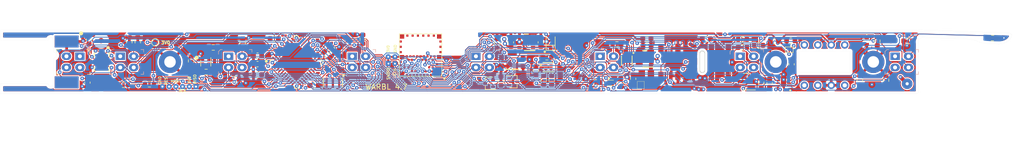
<source format=kicad_pcb>
(kicad_pcb (version 20211014) (generator pcbnew)
  (layers (0 "F.Cu" signal) (1 "In1.Cu" signal) (2 "In2.Cu" signal) (31 "B.Cu" signal) (34 "B.Paste" user) (35 "F.Paste" user) (36 "B.SilkS" user "B.Silkscreen") (37 "F.SilkS" user "F.Silkscreen") (38 "B.Mask" user) (39 "F.Mask" user) (44 "Edge.Cuts" user))
  (net 0 "")
  (net 1 "GND")
  (net 2 "+3V3")
  (net 3 "Net-(C11-Pad1)")
  (net 4 "Net-(C12-Pad1)")
  (net 5 "+5V")
  (net 6 "Net-(D2-Pad3)")
  (net 7 "/RED")
  (net 8 "/GREEN")
  (net 9 "/BLUE")
  (net 10 "Net-(IC1-Pad1)")
  (net 11 "Net-(IC1-Pad2)")
  (net 13 "Net-(IC1-Pad5)")
  (net 14 "Net-(IC1-Pad6)")
  (net 15 "Net-(J1-Pad2)")
  (net 18 "Net-(J1-Pad7)")
  (net 19 "Net-(J2-Pad1)")
  (net 20 "Net-(J2-Pad4)")
  (net 21 "/MISO")
  (net 22 "/SCK")
  (net 23 "/MOSI")
  (net 24 "/RESET32U4")
  (net 25 "/SDA")
  (net 26 "/SCL")
  (net 27 "/PF7")
  (net 28 "Net-(L1-Pad2)")
  (net 29 "/PressureRead")
  (net 30 "/SW3")
  (net 31 "Net-(C18-Pad2)")
  (net 32 "/BATT READ")
  (net 33 "/BATT READ EN")
  (net 34 "/Boost EN")
  (net 35 "Net-(R14-Pad1)")
  (net 36 "/PF6")
  (net 37 "/PF4")
  (net 38 "/PF0")
  (net 39 "/PD4")
  (net 40 "/PD6")
  (net 41 "/PD7")
  (net 42 "/PB4")
  (net 43 "/PB5")
  (net 44 "/SW1")
  (net 45 "/SW2")
  (net 46 "Net-(D4-Pad2)")
  (net 52 "Net-(U3-Pad1)")
  (net 53 "/Charge EN")
  (net 68 "/PB6")
  (net 69 "/PE6")
  (net 70 "/PF5")
  (net 71 "/PF1")
  (net 72 "/PD3")
  (net 73 "/PD2")
  (net 74 "/SS")
  (net 75 "/PB7")
  (net 76 "/PC6")
  (net 77 "/PC7")
  (net 82 "Net-(U18-Pad16)")
  (net 83 "Net-(U18-Pad17)")
  (net 84 "/BATT+")
  (net 85 "Net-(D4-Pad3)")
  (net 86 "Net-(D4-Pad4)")
  (net 90 "/B")
  (net 91 "Net-(U7-Pad20)")
  (net 92 "/SS2")
  (net 93 "Net-(L2-Pad1)")
  (net 94 "Net-(R25-Pad1)")
  (net 95 "Net-(R26-Pad2)")
  (net 96 "Net-(R7-Pad2)")
  (net 97 "/STAT")
  (net 98 "Net-(C1-Pad2)")
  (net 99 "+3V0")
  (net 100 "Net-(TH1-Pad2)")
  (net 101 "Net-(SW4-Pad4)")
  (footprint "Resistor_SMD:R_0603_1608Metric" (layer "F.Cu") (at 221.453 93.934 -90)
    (fp_text reference "R1" hide)
    (fp_text value "5.1K")
  )
  (footprint "Capacitor_SMD:C_0603_1608Metric" (layer "F.Cu") (at 201.136 101.869 -90)
    (fp_text reference "C19" hide)
    (fp_text value "1uF")
  )
  (footprint "Connector_PinHeader_1.00mm:PinHeader_1x01_P1.00mm_Vertical" (layer "F.Cu") (at 227.09 101.98)
    (fp_text reference "J6" hide)
    (fp_text value "Batt+" hide)
  )
  (footprint "Capacitor_SMD:C_0603_1608Metric" (layer "F.Cu") (at 152.32 94.17 90)
    (fp_text reference "C20" hide)
    (fp_text value "1uF")
  )
  (footprint "Capacitor_SMD:C_0603_1608Metric" (layer "F.Cu") (at 157.032 99.532 -90)
    (fp_text reference "C3" hide)
    (fp_text value "0.1 uF")
  )
  (footprint "Resistor_SMD:R_0603_1608Metric" (layer "F.Cu") (at 81.92 94.07 -90)
    (fp_text reference "R16" hide)
    (fp_text value "2k")
  )
  (footprint "Resistor_SMD:R_0603_1608Metric" (layer "F.Cu") (at 199.548 101.856 -90)
    (fp_text reference "R26" hide)
    (fp_text value "47k 1%")
  )
  (footprint "WARBL_footprints:MountingHole__2_56_Pad_small" (layer "F.Cu") (at 220.7 97.86)
    (fp_text reference "MH3" hide)
    (fp_text value "MountingHole_Pad" hide)
  )
  (footprint "Resistor_SMD:R_0603_1608Metric" (layer "F.Cu") (at 96.16 95.134 180)
    (fp_text reference "R11" hide)
    (fp_text value "470")
  )
  (footprint "Resistor_SMD:R_0603_1608Metric" (layer "F.Cu") (at 199.06 94.739 180)
    (fp_text reference "R7" hide)
    (fp_text value "36k 1%")
  )
  (footprint "WARBL_footprints:MountingHole__2_56_Pad_small" (layer "F.Cu") (at 88 97.86)
    (fp_text reference "MH2" hide)
    (fp_text value "MountingHole_Pad" hide)
  )
  (footprint "Resistor_SMD:R_0603_1608Metric" (layer "F.Cu") (at 218.171 101.311 -90)
    (fp_text reference "R25" hide)
    (fp_text value "2.74k 1%")
  )
  (footprint "Resistor_SMD:R_0603_1608Metric" (layer "F.Cu") (at 196.029 93.624 180)
    (fp_text reference "R5" hide)
    (fp_text value "10k")
  )
  (footprint "Capacitor_SMD:C_0603_1608Metric" (layer "F.Cu") (at 205.27 98.313 90)
    (fp_text reference "C1" hide)
    (fp_text value "4.7 uF")
  )
  (footprint "Resistor_SMD:R_0603_1608Metric" (layer "F.Cu") (at 149.72 94.36 -90)
    (fp_text reference "R19" hide)
    (fp_text value "2k")
  )
  (footprint "Capacitor_SMD:C_0603_1608Metric" (layer "F.Cu") (at 72.72 93.67 -90)
    (fp_text reference "C5" hide)
    (fp_text value "0.1 uF")
  )
  (footprint "WARBL_footprints:WSON8_DSG008A_BQ_TEX" (layer "F.Cu") (at 203.774 101.617 180)
    (fp_text reference "U5" hide)
    (fp_text value "BQ25172DSGR")
  )
  (footprint "Resistor_SMD:R_0603_1608Metric" (layer "F.Cu") (at 150.445 101.445 90)
    (fp_text reference "R12" hide)
    (fp_text value "100k")
  )
  (footprint "WARBL_footprints:ABPLLND060MGAA3_largepads" (layer "F.Cu") (at 68.5 97.86)
    (fp_text reference "J4" hide)
    (fp_text value "Pressure sensor subassembly" hide)
  )
  (footprint "WARBL_footprints:Fiducial_1mm_Dia_3mm_Outer" (layer "F.Cu") (at 75 101.87)
    (fp_text reference "REF**" hide)
    (fp_text value "Fiducial_1mm_Dia_3mm_Outer")
  )
  (footprint "WARBL_footprints:TL3305BF160QG" (layer "F.Cu") (at 163.22 97.86 90)
    (fp_text reference "SW1" hide)
    (fp_text value "Tact switch")
  )
  (footprint "Capacitor_SMD:C_0603_1608Metric" (layer "F.Cu") (at 104.52 98.27 180)
    (fp_text reference "C13" hide)
    (fp_text value "0.1 uF")
  )
  (footprint "WARBL_footprints:QFN-6L_STM" (layer "F.Cu") (at 174.191 97.632 -90)
    (fp_text reference "IC1" hide)
    (fp_text value "ECMF02-2AMX6")
  )
  (footprint "WARBL_footprints:SW_KMR221GLFS" (layer "F.Cu") (at 152.58 97.86)
    (fp_text reference "SW4" hide)
    (fp_text value "RESET" hide)
  )
  (footprint "WARBL_footprints:MountingHole__2_56_Pad_small" (layer "F.Cu") (at 202.3 97.86)
    (fp_text reference "MH1" hide)
    (fp_text value "MountingHole_Pad" hide)
  )
  (footprint "Resistor_SMD:R_0603_1608Metric" (layer "F.Cu") (at 101.72 94.27 -90)
    (fp_text reference "R17" hide)
    (fp_text value "2k")
  )
  (footprint "Resistor_SMD:R_0603_1608Metric" (layer "F.Cu") (at 80.32 94.07 -90)
    (fp_text reference "R15" hide)
    (fp_text value "2k")
  )
  (footprint "Resistor_SMD:R_0603_1608Metric" (layer "F.Cu") (at 243.198 93.365 177)
    (fp_text reference "TH1" hide)
    (fp_text value "TH11-3H103FT")
  )
  (footprint "Capacitor_SMD:C_0603_1608Metric" (layer "F.Cu") (at 157.97 94.17 -90)
    (fp_text reference "C10" hide)
    (fp_text value "4.7 uF")
  )
  (footprint "Capacitor_SMD:C_0603_1608Metric" (layer "F.Cu") (at 175.38 101.045 90)
    (fp_text reference "C4" hide)
    (fp_text value "4.7 uF")
  )
  (footprint "WARBL_footprints:ESDA7P601U1M" (layer "F.Cu") (at 219.475 93.933 -90)
    (fp_text reference "D1" hide)
    (fp_text value "ESDA7P60-1U1M" hide)
  )
  (footprint "Diode_SMD:D_SOD-323" (layer "F.Cu") (at 159.82 94.17 90)
    (fp_text reference "D3" hide)
    (fp_text value "1N4148")
  )
  (footprint "WARBL_footprints:INDC2016X120N" (layer "F.Cu") (at 177.88 100.27)
    (fp_text reference "L1" hide)
    (fp_text value "1286AS-H-2R2M 2.2uH")
  )
  (footprint "WARBL_footprints:Fiducial_1mm_Dia_3mm_Outer" (layer "F.Cu") (at 75 93.85)
    (fp_text reference "REF**" hide)
    (fp_text value "Fiducial_1mm_Dia_3mm_Outer")
  )
  (footprint "WARBL_footprints:Reflective_Sensor_QRD1113" (layer "F.Cu") (at 71 96.8 -90)
    (fp_text reference "U10" hide)
    (fp_text value "QRD1113" hide)
  )
  (footprint "Resistor_SMD:R_0603_1608Metric" (layer "F.Cu") (at 168.29 101.75)
    (fp_text reference "R8" hide)
    (fp_text value "470K")
  )
  (footprint "WARBL_footprints:CSTNE8M00GH5L000R0_MUR" (layer "F.Cu") (at 118.73 101.74 -90)
    (fp_text reference "Y1" hide)
    (fp_text value "8 Mhz CSTNE8M00GH5L000R0")
  )
  (footprint "WARBL_footprints:TL3305BF160QG" (layer "F.Cu") (at 182.235 97.86 90)
    (fp_text reference "SW2" hide)
    (fp_text value "Tact switch")
  )
  (footprint "WARBL_footprints:Fiducial_1mm_Dia_3mm_Outer" (layer "F.Cu") (at 224 93.85)
    (fp_text reference "REF**" hide)
    (fp_text value "Fiducial_1mm_Dia_3mm_Outer")
  )
  (footprint "WARBL_footprints:SOT-323_SC-70" (layer "F.Cu") (at 152.77 101.595)
    (fp_text reference "Q2" hide)
    (fp_text value "RU1J002YNTCL")
  )
  (footprint "WARBL_footprints:LGA-14L_2P5X3X0P83_STM" (layer "F.Cu") (at 75.12 97.86 -90)
    (fp_text reference "U2" hide)
    (fp_text value "LSM6DSOXTR IMU")
  )
  (footprint "Capacitor_SMD:C_0603_1608Metric" (layer "F.Cu") (at 117.64 96.52 -45)
    (fp_text reference "C15" hide)
    (fp_text value "0.1 uF")
  )
  (footprint "Capacitor_SMD:C_0603_1608Metric" (layer "F.Cu") (at 104.52 100.27 180)
    (fp_text reference "C11" hide)
    (fp_text value "1uF")
  )
  (footprint "Resistor_SMD:R_0603_1608Metric" (layer "F.Cu") (at 159.12 96.97 180)
    (fp_text reference "R13" hide)
    (fp_text value "100k")
  )
  (footprint "Resistor_SMD:R_0603_1608Metric" (layer "F.Cu") (at 172.329 94.573 180)
    (fp_text reference "R20" hide)
    (fp_text value "2k")
  )
  (footprint "Capacitor_SMD:C_0603_1608Metric" (layer "F.Cu") (at 104.52 96.67 180)
    (fp_text reference "C12" hide)
    (fp_text value "0.1 uF")
  )
  (footprint "Capacitor_SMD:C_0603_1608Metric" (layer "F.Cu") (at 177.98 93.495 180)
    (fp_text reference "C6" hide)
    (fp_text value "22 uF")
  )
  (footprint "Resistor_SMD:R_0603_1608Metric" (layer "F.Cu") (at 100.19 101.13)
    (fp_text reference "R14" hide)
    (fp_text value "100")
  )
  (footprint "LED_SMD:LED_LiteOn_LTST-C19HE1WT" (layer "F.Cu") (at 94.75 97.86)
    (fp_text reference "D4" hide)
    (fp_text value "LED_RGB")
  )
  (footprint "WARBL_footprints:ISP1807-LR-RS" (layer "F.Cu") (at 135.2825 96.565 180)
    (fp_text reference "U7" hide)
    (fp_text value "ISP1807-LR-RS" hide)
  )
  (footprint "Resistor_SMD:R_0603_1608Metric" (layer "F.Cu") (at 91.982 97.669 90)
    (fp_text reference "R9" hide)
    (fp_text value "100")
  )
  (footprint "Capacitor_SMD:C_0603_1608Metric" (layer "F.Cu") (at 72.42 101.77 -90)
    (fp_text reference "C2" hide)
    (fp_text value "0.1 uF")
  )
  (footprint "WARBL_footprints:DBV0005A_L" (layer "F.Cu") (at 155.22 94.17 180)
    (fp_text reference "U6" hide)
    (fp_text value "TPS7A2030PDBVR")
  )
  (footprint "Resistor_SMD:R_0603_1608Metric" (layer "F.Cu") (at 94.813 99.765)
    (fp_text reference "R10" hide)
    (fp_text value "470")
  )
  (footprint "Package_TO_SOT_SMD:SOT-23" (layer "F.Cu") (at 196.792 101.577 180)
    (fp_text reference "D2" hide)
    (fp_text value "BAT54C")
  )
  (footprint "WARBL_footprints:DSF6" (layer "F.Cu") (at 171.17 101.83)
    (fp_text reference "U8" hide)
    (fp_text value "74AUP1G32")
  )
  (footprint "Package_DFN_QFN:QFN-44-1EP_7x7mm_P0.5mm_EP5.2x5.2mm" (layer "F.Cu") (at 111.84 97.86 45)
    (fp_text reference "U18" hide)
    (fp_text value "ATmega32U4-MU")
  )
  (footprint "Capacitor_SMD:C_0603_1608Metric" (layer "F.Cu") (at 115.21 102.31)
    (fp_text reference "C14" hide)
    (fp_text value "0.1 uF")
  )
  (footprint "Resistor_SMD:R_0603_1608Metric" (layer "F.Cu") (at 158.516 101.341 -90)
    (fp_text reference "R4" hide)
    (fp_text value "5.1K")
  )
  (footprint "WARBL_footprints:UFDFPN5_1P7X1P4_STM" (layer "F.Cu") (at 159.401 98.844)
    (fp_text reference "U1" hide)
    (fp_text value "M24128-BFMH6TG EEPROM")
  )
  (footprint "WARBL_footprints:DBV0005A_L" (layer "F.Cu") (at 177.555 97.295 180)
    (fp_text reference "U4" hide)
    (fp_text value "TPS613221ADBV 3.3V boost")
  )
  (footprint "Resistor_SMD:R_0603_1608Metric" (layer "F.Cu") (at 227.22 93.92)
    (fp_text reference "R22" hide)
    (fp_text value "2k")
  )
  (footprint "WARBL_footprints:DRY0006A" (layer "F.Cu") (at 204.837 95.563 -90)
    (fp_text reference "U9" hide)
    (fp_text value "TPS62237DRYR")
  )
  (footprint "Resistor_SMD:R_0603_1608Metric" (layer "F.Cu") (at 84.12 102.07)
    (fp_text reference "R23" hide)
    (fp_text value "10k")
  )
  (footprint "Package_LGA:VLGA-4_2x2.5mm_P1.65mm" (layer "F.Cu") (at 176.9 102.24 90)
    (fp_text reference "U3" hide)
    (fp_text value "SLG59M1551V Load switch")
  )
  (footprint "Capacitor_SMD:C_0603_1608Metric" (layer "F.Cu") (at 178.005 94.95 180)
    (fp_text reference "C7" hide)
    (fp_text value "22 uF")
  )
  (footprint "Resistor_SMD:R_0603_1608Metric" (layer "F.Cu") (at 160.016 101.341 -90)
    (fp_text reference "R3" hide)
    (fp_text value "5.1K")
  )
  (footprint "Capacitor_SMD:C_0603_1608Metric" (layer "F.Cu") (at 118.64 95.57 -45)
    (fp_text reference "C17" hide)
    (fp_text value "0.01 uF")
  )
  (footprint "Capacitor_SMD:C_0603_1608Metric" (layer "F.Cu") (at 173.05 101.78 90)
    (fp_text reference "C8" hide)
    (fp_text value "0.1 uF")
  )
  (footprint "Inductor_SMD:L_0603_1608Metric" (layer "F.Cu") (at 205.13 93.847)
    (fp_text reference "L2" hide)
    (fp_text value "1 uH")
  )
  (footprint "Resistor_SMD:R_0603_1608Metric" (layer "F.Cu") (at 79.22 102.17 180)
    (fp_text reference "R6" hide)
    (fp_text value "100k")
  )
  (footprint "Connector_PinHeader_2.54mm:PinHeader_2x04_P2.54mm_Vertical" (layer "F.Cu") (at 207.69 102.28 90)
    (fp_text reference "J1" hide)
    (fp_text value "USB-C subassembly")
  )
  (footprint "Capacitor_SMD:C_0603_1608Metric" (layer "F.Cu") (at 107.67 93.47 180)
    (fp_text reference "C16" hide)
    (fp_text value "0.01 uF")
  )
  (footprint "TestPoint:TestPoint_Pad_D1.0mm" (layer "F.Cu") (at 85.22 94.17)
    (fp_text reference "TP3" hide)
    (fp_text value "TestPoint")
  )
  (footprint "Resistor_SMD:R_0603_1608Metric" (layer "F.Cu") (at 223.101 101.311 -90)
    (fp_text reference "R2" hide)
    (fp_text value "5.1K")
  )
  (footprint "WARBL_footprints:TL3305BF160QG" (layer "F.Cu") (at 191.75 97.86 90)
    (fp_text reference "SW3" hide)
    (fp_text value "Tact switch")
  )
  (footprint "Resistor_SMD:R_0603_1608Metric" (layer "F.Cu") (at 196.029 95.121)
    (fp_text reference "R21" hide)
    (fp_text value "2k")
  )
  (footprint "Capacitor_SMD:C_0603_1608Metric" (layer "F.Cu") (at 189.199 93.519)
    (fp_text reference "C18" hide)
    (fp_text value "0.1 uF")
  )
  (footprint "Resistor_SMD:R_0603_1608Metric" (layer "F.Cu") (at 124.379 93.589 -90)
    (fp_text reference "R18" hide)
    (fp_text value "2k")
  )
  (footprint "Connector_PinHeader_2.00mm:PinHeader_1x04_P2.00mm_Vertical" (layer "F.Cu") (at 186.399696 94.77)
    (fp_text reference "J5" hide)
    (fp_text value "Ribbon cable connector (to end cap subassembly)")
  )
  (footprint "WARBL_footprints:SOT-323_SC-70" (layer "F.Cu") (at 148.22 101.895 180)
    (fp_text reference "Q1" hide)
    (fp_text value "RU1J002YNTCL")
  )
  (footprint "Capacitor_SMD:C_0603_1608Metric" (layer "F.Cu") (at 202.031999 93.953)
    (fp_text reference "C9" hide)
    (fp_text value "4.7uF")
  )
  (footprint "WARBL_footprints:Reflective_Sensor_QRD1113" (layer "B.Cu") (at 145.72 96.8 -90)
    (fp_text reference "U14" hide)
    (fp_text value "QRD1113" hide)
  )
  (footprint "WARBL_footprints:SMD_ICSPHeader_Pitch2.54mm" (layer "B.Cu") (at 92.915 102.52 180)
    (fp_text reference "J3" hide)
    (fp_text value "ICSP Connector")
  )
  (footprint "WARBL_footprints:Reflective_Sensor_QRD1113" (layer "B.Cu") (at 224.81 96.8 -90)
    (fp_text reference "U17" hide)
    (fp_text value "QRD1113" hide)
  )
  (footprint "WARBL_footprints:Reflective_Sensor_QRD1114" (layer "B.Cu") (at 195.58 96.8 -90)
    (fp_text reference "U16" hide)
    (fp_text value "QRD1113" hide)
  )
  (footprint "Connector_PinHeader_2.54mm:PinHeader_1x04_P2.54mm_Vertical_SMD_Pin1Left" (layer "B.Cu") (at 129.165 98.165)
    (fp_text reference "J2")
    (fp_text value "SWD Header")
  )
  (footprint "WARBL_footprints:Reflective_Sensor_QRD1113" (layer "B.Cu") (at 99.05 96.8 -90)
    (fp_text reference "U12" hide)
    (fp_text value "QRD1113" hide)
  )
  (footprint "WARBL_footprints:Reflective_Sensor_QRD1113" (layer "B.Cu") (at 169.15 96.8 -90)
    (fp_text reference "U15" hide)
    (fp_text value "QRD1113" hide)
  )
  (footprint "WARBL_footprints:Reflective_Sensor_QRD1113" (layer "B.Cu") (at 122.38 96.8 -90)
    (fp_text reference "U13" hide)
    (fp_text value "QRD1113" hide)
  )
  (footprint "WARBL_footprints:Reflective_Sensor_QRD1113" (layer "B.Cu") (at 78.61 96.8 -90)
    (fp_text reference "U11" hide)
    (fp_text value "QRD1113" hide)
  )
  (gr_circle (center 158.714 95.938) (end 158.864 95.938) (layer "F.SilkS") (width 0.15) (fill solid))
  (gr_circle (center 71.229 92.469) (end 71.529 92.469) (layer "F.SilkS") (width 0.15) (fill solid))
  (gr_circle (center 139.782 101.001) (end 139.932 101.001) (layer "F.SilkS") (width 0.15) (fill solid))
  (gr_circle (center 106.17 97.74) (end 106.37 97.74) (layer "F.SilkS") (width 0.15) (fill solid))
  (gr_circle (center 93.02 97.07) (end 93.32 97.07) (layer "F.SilkS") (width 0.15) (fill solid))
  (gr_circle (center 170.844 100.96) (end 170.944 100.96) (layer "F.SilkS") (width 0.15) (fill solid))
  (gr_line (start 188.037134 96.00542) (end 188.02829 96.019228) (layer "Edge.Cuts") (width 0.1))
  (gr_line (start 65.032405 102.033016) (end 65.029737 102.015975) (layer "Edge.Cuts") (width 0.01))
  (gr_line (start 188.099686 95.929701) (end 188.088192 95.941395) (layer "Edge.Cuts") (width 0.1))
  (gr_line (start 228.942581 103.862384) (end 228.952872 103.857547) (layer "Edge.Cuts") (width 0.01))
  (gr_line (start 66.00972 93.648831) (end 66.013558 93.665646) (layer "Edge.Cuts") (width 0.01))
  (gr_line (start 229.012511 103.822737) (end 229.021998 103.816) (layer "Edge.Cuts") (width 0.01))
  (gr_line (start 188.893848 96.154788) (end 188.889649 96.138937) (layer "Edge.Cuts") (width 0.1))
  (gr_line (start 66.381616 96.155746) (end 66.417938 96.18902) (layer "Edge.Cuts") (width 0.01))
  (gr_line (start 230.018102 93.243206) (end 230.038304 93.2432) (layer "Edge.Cuts") (width 0.01))
  (gr_line (start 238.979545 93.599489) (end 239.136946 93.622239) (layer "Edge.Cuts") (width 0.01))
  (gr_line (start 229.353396 93.59715) (end 229.365349 93.580314) (layer "Edge.Cuts") (width 0.01))
  (gr_line (start 245.26621 94.368365) (end 245.352972 94.343353) (layer "Edge.Cuts") (width 0.01))
  (gr_line (start 228.858611 103.891024) (end 228.869169 103.888411) (layer "Edge.Cuts") (width 0.01))
  (gr_line (start 187.980394 96.12324) (end 187.975651 96.138937) (layer "Edge.Cuts") (width 0.1))
  (gr_line (start 228.87973 103.885527) (end 228.890283 103.882367) (layer "Edge.Cuts") (width 0.01))
  (gr_line (start 229.091389 103.753428) (end 229.099114 103.744633) (layer "Edge.Cuts") (width 0.01))
  (gr_line (start 229.058266 103.786551) (end 229.066864 103.778596) (layer "Edge.Cuts") (width 0.01))
  (gr_line (start 65.481541 93.27063) (end 65.498748 93.26944) (layer "Edge.Cuts") (width 0.01))
  (gr_line (start 65.533233 102.446754) (end 65.515985 102.446754) (layer "Edge.Cuts") (width 0.01))
  (gr_line (start 241.150542 94.264579) (end 241.25016 94.28721) (layer "Edge.Cuts") (width 0.01))
  (gr_line (start 188.295256 95.813768) (end 188.279643 95.818781) (layer "Edge.Cuts") (width 0.1))
  (gr_line (start 188.646101 95.844124) (end 188.631328 95.837009) (layer "Edge.Cuts") (width 0.1))
  (gr_line (start 65.16229 93.424374) (end 65.174381 93.412073) (layer "Edge.Cuts") (width 0.01))
  (gr_line (start 229.319982 93.649641) (end 229.330699 93.631829) (layer "Edge.Cuts") (width 0.01))
  (gr_line (start 188.715813 99.799834) (end 188.728808 99.789833) (layer "Edge.Cuts") (width 0.1))
  (gr_line (start 246.731479 92.651632) (end 246.726829 92.644722) (layer "Edge.Cuts") (width 0.01))
  (gr_line (start 246.801557 93.021374) (end 246.804364 93.001746) (layer "Edge.Cuts") (width 0.01))
  (gr_line (start 188.601088 99.862596) (end 188.616317 99.856517) (layer "Edge.Cuts") (width 0.1))
  (gr_line (start 65.498748 93.26944) (end 65.515985 93.268845) (layer "Edge.Cuts") (width 0.01))
  (gr_line (start 242.68626 94.440411) (end 243.12198 94.460586) (layer "Edge.Cuts") (width 0.01))
  (gr_line (start 65.213096 102.337825) (end 65.199799 102.32684) (layer "Edge.Cuts") (width 0.01))
  (gr_line (start 65.026171 101.98167) (end 65.025278 101.964445) (layer "Edge.Cuts") (width 0.01))
  (gr_line (start 65.930836 102.238076) (end 65.920554 102.251924) (layer "Edge.Cuts") (width 0.01))
  (gr_line (start 240.039131 93.838628) (end 240.119565 93.868404) (layer "Edge.Cuts") (width 0.01))
  (gr_line (start 188.905105 99.46757) (end 188.906519 99.451234) (layer "Edge.Cuts") (width 0.1))
  (gr_line (start 65.988643 93.583192) (end 65.994759 93.599319) (layer "Edge.Cuts") (width 0.01))
  (gr_line (start 246.326221 92.40662) (end 246.306898 92.402398) (layer "Edge.Cuts") (width 0.01))
  (gr_line (start 66.5076 96.30586) (end 66.53046 96.349548) (layer "Edge.Cuts") (width 0.01))
  (gr_line (start 188.00469 96.062368) (end 187.997832 96.077262) (layer "Edge.Cuts") (width 0.1))
  (gr_line (start 246.238784 93.884168) (end 246.276416 93.851997) (layer "Edge.Cuts") (width 0.01))
  (gr_line (start 229.640489 93.340634) (end 229.658961 93.331024) (layer "Edge.Cuts") (width 0.01))
  (gr_line (start 228.785567 103.901978) (end 228.79585 103.901169) (layer "Edge.Cuts") (width 0.01))
  (gr_line (start 188.889649 96.138937) (end 188.884906 96.12324) (layer "Edge.Cuts") (width 0.1))
  (gr_line (start 229.51985 93.419748) (end 229.536057 93.407274) (layer "Edge.Cuts") (width 0.01))
  (gr_line (start 65.717799 93.307632) (end 65.733588 93.314575) (layer "Edge.Cuts") (width 0.01))
  (gr_line (start 65.68555 102.420198) (end 65.669128 102.425471) (layer "Edge.Cuts") (width 0.01))
  (gr_line (start 229.569551 93.383439) (end 229.586813 93.372109) (layer "Edge.Cuts") (width 0.01))
  (gr_line (start 65.584833 102.443186) (end 65.567678 102.444969) (layer "Edge.Cuts") (width 0.01))
  (gr_line (start 246.59621 92.517861) (end 246.580225 92.507454) (layer "Edge.Cuts") (width 0.01))
  (gr_line (start 65.920554 102.251924) (end 65.9098 102.265409) (layer "Edge.Cuts") (width 0.01))
  (gr_line (start 66.25741 96.076498) (end 66.301098 96.099358) (layer "Edge.Cuts") (width 0.01))
  (gr_line (start 246.081931 94.002613) (end 246.122016 93.974507) (layer "Edge.Cuts") (width 0.01))
  (gr_line (start 66.165208 96.04297) (end 66.211944 96.057702) (layer "Edge.Cuts") (width 0.01))
  (gr_line (start 246.748805 92.680204) (end 246.744666 92.672924) (layer "Edge.Cuts") (width 0.01))
  (gr_line (start 245.78903 94.172839) (end 245.831921 94.151255) (layer "Edge.Cuts") (width 0.01))
  (gr_line (start 246.229587 92.389127) (end 246.19126 92.384585) (layer "Edge.Cuts") (width 0.01))
  (gr_line (start 240.195544 93.898437) (end 240.33741 93.958854) (layer "Edge.Cuts") (width 0.01))
  (gr_line (start 246.798113 93.041164) (end 246.801557 93.021374) (layer "Edge.Cuts") (width 0.01))
  (gr_line (start 245.012395 94.427427) (end 245.095613 94.410279) (layer "Edge.Cuts") (width 0.01))
  (gr_line (start 65.898587 102.278515) (end 65.886928 102.291226) (layer "Edge.Cuts") (width 0.01))
  (gr_line (start 65.7644 102.385526) (end 65.749128 102.393541) (layer "Edge.Cuts") (width 0.01))
  (gr_line (start 228.983209 103.841367) (end 228.993106 103.835425) (layer "Edge.Cuts") (width 0.01))
  (gr_line (start 188.616317 95.830409) (end 188.601088 95.82433) (layer "Edge.Cuts") (width 0.1))
  (gr_line (start 188.176473 95.868465) (end 188.16282 95.877545) (layer "Edge.Cuts") (width 0.1))
  (gr_line (start 187.967804 99.516151) (end 187.971453 99.532138) (layer "Edge.Cuts") (width 0.1))
  (gr_line (start 246.419453 93.712615) (end 246.453147 93.675018) (layer "Edge.Cuts") (width 0.01))
  (gr_line (start 246.770888 92.725713) (end 246.767539 92.717916) (layer "Edge.Cuts") (width 0.01))
  (gr_line (start 65.836123 93.377774) (end 65.84942 93.388759) (layer "Edge.Cuts") (width 0.01))
  (gr_line (start 229.365349 93.580314) (end 229.377686 93.563831) (layer "Edge.Cuts") (width 0.01))
  (gr_line (start 228.837544 103.895443) (end 228.848067 103.893366) (layer "Edge.Cuts") (width 0.01))
  (gr_line (start 228.775356 103.90255) (end 228.785567 103.901978) (layer "Edge.Cuts") (width 0.01))
  (gr_line (start 241.057939 94.240739) (end 241.150542 94.264579) (layer "Edge.Cuts") (width 0.01))
  (gr_line (start 188.87381 96.092385) (end 188.867469 96.077262) (layer "Edge.Cuts") (width 0.1))
  (gr_line (start 246.686925 93.332224) (end 246.711095 93.283892) (layer "Edge.Cuts") (width 0.01))
  (gr_line (start 188.905105 96.219355) (end 188.903129 96.203077) (layer "Edge.Cuts") (width 0.1))
  (gr_line (start 229.171779 103.627382) (end 229.176056 103.61696) (layer "Edge.Cuts") (width 0.01))
  (gr_line (start 65.920554 93.463675) (end 65.930836 93.477523) (layer "Edge.Cuts") (width 0.01))
  (gr_line (start 188.809077 99.708166) (end 188.818852 99.695001) (layer "Edge.Cuts") (width 0.1))
  (gr_line (start 65.635787 93.281297) (end 65.652534 93.285425) (layer "Edge.Cuts") (width 0.01))
  (gr_line (start 229.157268 103.658243) (end 229.162385 103.648034) (layer "Edge.Cuts") (width 0.01))
  (gr_line (start 66.451212 96.950258) (end 66.417938 96.98658) (layer "Edge.Cuts") (width 0.01))
  (gr_line (start 188.845372 96.033334) (end 188.83701 96.019228) (layer "Edge.Cuts") (width 0.1))
  (gr_line (start 66.013558 102.049953) (end 66.00972 102.066769) (layer "Edge.Cuts") (width 0.01))
  (gr_line (start 246.662614 92.57043) (end 246.655724 92.564116) (layer "Edge.Cuts") (width 0.01))
  (gr_line (start 188.16282 99.80938) (end 188.176473 99.818461) (layer "Edge.Cuts") (width 0.1))
  (gr_line (start 188.473596 95.795231) (end 188.457237 95.7941) (layer "Edge.Cuts") (width 0.1))
  (gr_line (start 229.207838 94.063735) (end 229.208084 94.04363) (layer "Edge.Cuts") (width 0.01))
  (gr_line (start 65.108585 93.491718) (end 65.118383 93.477523) (layer "Edge.Cuts") (width 0.01))
  (gr_line (start 188.343 95.802) (end 188.326953 95.805372) (layer "Edge.Cuts") (width 0.1))
  (gr_line (start 187.958782 96.235692) (end 187.957933 96.252068) (layer "Edge.Cuts") (width 0.1))
  (gr_line (start 66.016813 93.682584) (end 66.019482 93.699624) (layer "Edge.Cuts") (width 0.01))
  (gr_line (start 188.037134 99.681506) (end 188.046449 99.695001) (layer "Edge.Cuts") (width 0.1))
  (gr_line (start 246.661541 93.379302) (end 246.686925 93.332224) (layer "Edge.Cuts") (width 0.01))
  (gr_line (start 229.774671 93.283363) (end 229.794598 93.277163) (layer "Edge.Cuts") (width 0.01))
  (gr_line (start 65.635787 102.434302) (end 65.618908 102.437849) (layer "Edge.Cuts") (width 0.01))
  (gr_line (start 229.146205 103.678371) (end 229.151874 103.668359) (layer "Edge.Cuts") (width 0.01))
  (gr_line (start 66.574656 96.685844) (end 66.563988 96.73385) (layer "Edge.Cuts") (width 0.01))
  (gr_line (start 229.167222 103.637743) (end 229.171779 103.627382) (layer "Edge.Cuts") (width 0.01))
  (gr_line (start 246.804364 93.001746) (end 246.806539 92.98229) (layer "Edge.Cuts") (width 0.01))
  (gr_line (start 188.867469 96.077262) (end 188.860611 96.062368) (layer "Edge.Cuts") (width 0.1))
  (gr_line (start 245.958729 94.081126) (end 246.000249 94.055907) (layer "Edge.Cuts") (width 0.01))
  (gr_line (start 66.211944 97.117898) (end 66.165208 97.13263) (layer "Edge.Cuts") (width 0.01))
  (gr_line (start 65.413431 93.281297) (end 65.430311 93.27775) (layer "Edge.Cuts") (width 0.01))
  (gr_line (start 65.618908 102.437849) (end 65.601917 102.440812) (layer "Edge.Cuts") (width 0.01))
  (gr_line (start 65.150632 93.437084) (end 65.16229 93.424374) (layer "Edge.Cuts") (width 0.01))
  (gr_line (start 229.183767 103.595981) (end 229.187205 103.585445) (layer "Edge.Cuts") (width 0.01))
  (gr_line (start 187.964709 96.186877) (end 187.962172 96.203077) (layer "Edge.Cuts") (width 0.1))
  (gr_line (start 188.903129 99.483848) (end 188.905105 99.46757) (layer "Edge.Cuts") (width 0.1))
  (gr_line (start 188.765615 99.757225) (end 188.777109 99.74553) (layer "Edge.Cuts") (width 0.1))
  (gr_line (start 188.088192 99.74553) (end 188.099686 99.757225) (layer "Edge.Cuts") (width 0.1))
  (gr_line (start 188.019929 96.033334) (end 188.012059 96.047719) (layer "Edge.Cuts") (width 0.1))
  (gr_line (start 246.785607 92.765895) (end 246.782936 92.757702) (layer "Edge.Cuts") (width 0.01))
  (gr_line (start 65.994759 93.599319) (end 66.000315 93.615647) (layer "Edge.Cuts") (width 0.01))
  (gr_line (start 65.074459 93.551619) (end 65.08221 93.536211) (layer "Edge.Cuts") (width 0.01))
  (gr_line (start 188.893848 99.532138) (end 188.897497 99.516151) (layer "Edge.Cuts") (width 0.1))
  (gr_line (start 65.994759 102.116281) (end 65.988643 102.132408) (layer "Edge.Cuts") (width 0.01))
  (gr_line (start 65.08221 102.179389) (end 65.074459 102.163981) (layer "Edge.Cuts") (width 0.01))
  (gr_line (start 65.749128 93.322058) (end 65.7644 93.330074) (layer "Edge.Cuts") (width 0.01))
  (gr_line (start 229.430558 93.501666) (end 229.444576 93.487119) (layer "Edge.Cuts") (width 0.01))
  (gr_line (start 65.949936 102.209357) (end 65.940634 102.223882) (layer "Edge.Cuts") (width 0.01))
  (gr_line (start 66.022714 100.991144) (end 66.023941 101.964445) (layer "Edge.Cuts") (width 0.01))
  (gr_line (start 65.043915 102.083442) (end 65.039499 102.066769) (layer "Edge.Cuts") (width 0.01))
  (gr_line (start 246.789288 93.081192) (end 246.794026 93.061107) (layer "Edge.Cuts") (width 0.01))
  (gr_line (start 229.040488 103.801763) (end 229.049471 103.794276) (layer "Edge.Cuts") (width 0.01))
  (gr_line (start 241.25016 94.28721) (end 241.35761 94.308526) (layer "Edge.Cuts") (width 0.01))
  (gr_line (start 237.986439 93.5074) (end 238.428179 93.539484) (layer "Edge.Cuts") (width 0.01))
  (gr_line (start 229.273201 93.742797) (end 229.281615 93.723678) (layer "Edge.Cuts") (width 0.01))
  (gr_line (start 240.890494 94.189849) (end 240.971529 94.215794) (layer "Edge.Cuts") (width 0.01))
  (gr_line (start 245.916809 94.105414) (end 245.958729 94.081126) (layer "Edge.Cuts") (width 0.01))
  (gr_line (start 228.848067 103.893366) (end 228.858611 103.891024) (layer "Edge.Cuts") (width 0.01))
  (gr_line (start 228.869169 103.888411) (end 228.87973 103.885527) (layer "Edge.Cuts") (width 0.01))
  (gr_line (start 188.788193 95.95348) (end 188.777109 95.941395) (layer "Edge.Cuts") (width 0.1))
  (gr_line (start 65.240788 102.358386) (end 65.226764 102.348345) (layer "Edge.Cuts") (width 0.01))
  (gr_line (start 188.264213 99.862596) (end 188.279643 99.868145) (layer "Edge.Cuts") (width 0.1))
  (gr_line (start 229.957074 93.246249) (end 229.977469 93.244725) (layer "Edge.Cuts") (width 0.01))
  (gr_line (start 246.641558 92.551847) (end 246.63429 92.545891) (layer "Edge.Cuts") (width 0.01))
  (gr_line (start 241.838089 94.375608) (end 242.250284 94.412511) (layer "Edge.Cuts") (width 0.01))
  (gr_line (start 65.822454 93.367255) (end 65.836123 93.377774) (layer "Edge.Cuts") (width 0.01))
  (gr_line (start 66.53046 96.349548) (end 66.549256 96.395014) (layer "Edge.Cuts") (width 0.01))
  (gr_line (start 246.313337 93.818772) (end 246.349509 93.784477) (layer "Edge.Cuts") (width 0.01))
  (gr_line (start 187.957933 99.434858) (end 187.958782 99.451234) (layer "Edge.Cuts") (width 0.1))
  (gr_line (start 241.648421 94.35338) (end 241.838089 94.375608) (layer "Edge.Cuts") (width 0.01))
  (gr_line (start 229.049471 103.794276) (end 229.058266 103.786551) (layer "Edge.Cuts") (width 0.01))
  (gr_line (start 246.782936 92.757702) (end 246.780128 92.749587) (layer "Edge.Cuts") (width 0.01))
  (gr_line (start 188.828167 99.681506) (end 188.83701 99.667697) (layer "Edge.Cuts") (width 0.1))
  (gr_line (start 187.991491 99.594541) (end 187.997832 99.609663) (layer "Edge.Cuts") (width 0.1))
  (gr_line (start 65.447302 102.440812) (end 65.430311 102.437849) (layer "Edge.Cuts") (width 0.01))
  (gr_line (start 65.669128 93.290128) (end 65.68555 93.295402) (layer "Edge.Cuts") (width 0.01))
  (gr_line (start 188.440849 95.793534) (end 188.424452 95.793534) (layer "Edge.Cuts") (width 0.1))
  (gr_line (start 188.903129 96.203077) (end 188.900591 96.186877) (layer "Edge.Cuts") (width 0.1))
  (gr_line (start 246.268198 92.39505) (end 246.229587 92.389127) (layer "Edge.Cuts") (width 0.01))
  (gr_line (start 188.111577 95.91841) (end 188.099686 95.929701) (layer "Edge.Cuts") (width 0.1))
  (gr_line (start 229.536057 93.407274) (end 229.552628 93.395166) (layer "Edge.Cuts") (width 0.01))
  (gr_line (start 65.669128 102.425471) (end 65.652534 102.430174) (layer "Edge.Cuts") (width 0.01))
  (gr_line (start 188.853242 96.047719) (end 188.845372 96.033334) (layer "Edge.Cuts") (width 0.1))
  (gr_line (start 188.728808 99.789833) (end 188.74145 99.779389) (layer "Edge.Cuts") (width 0.1))
  (gr_line (start 65.464386 102.443186) (end 65.447302 102.440812) (layer "Edge.Cuts") (width 0.01))
  (gr_line (start 65.08221 93.536211) (end 65.090488 93.521079) (layer "Edge.Cuts") (width 0.01))
  (gr_line (start 188.219199 95.844124) (end 188.20468 95.851744) (layer "Edge.Cuts") (width 0.1))
  (gr_line (start 229.936652 93.24829) (end 229.957074 93.246249) (layer "Edge.Cuts") (width 0.01))
  (gr_line (start 188.818852 99.695001) (end 188.828167 99.681506) (layer "Edge.Cuts") (width 0.1))
  (gr_line (start 229.207838 103.450338) (end 229.207838 94.263735) (layer "Edge.Cuts") (width 0.01))
  (gr_line (start 65.84942 102.32684) (end 65.836123 102.337825) (layer "Edge.Cuts") (width 0.01))
  (gr_line (start 187.991491 96.092385) (end 187.985676 96.107717) (layer "Edge.Cuts") (width 0.1))
  (gr_line (start 229.977469 93.244725) (end 229.997818 93.243712) (layer "Edge.Cuts") (width 0.01))
  (gr_line (start 187.962172 99.483848) (end 187.964709 99.500048) (layer "Edge.Cuts") (width 0.1))
  (gr_line (start 246.607291 93.469756) (end 246.634984 93.425141) (layer "Edge.Cuts") (width 0.01))
  (gr_line (start 246.494882 92.462081) (end 246.476901 92.454299) (layer "Edge.Cuts") (width 0.01))
  (gr_line (start 188.753724 99.768516) (end 188.765615 99.757225) (layer "Edge.Cuts") (width 0.1))
  (gr_line (start 65.269832 93.338612) (end 65.284819 93.330074) (layer "Edge.Cuts") (width 0.01))
  (gr_line (start 65.048904 102.099952) (end 65.043915 102.083442) (layer "Edge.Cuts") (width 0.01))
  (gr_line (start 239.762902 93.751889) (end 239.861619 93.780266) (layer "Edge.Cuts") (width 0.01))
  (gr_line (start 246.626901 92.540052) (end 246.611777 92.528725) (layer "Edge.Cuts") (width 0.01))
  (gr_line (start 65.269832 102.376988) (end 65.255149 102.367938) (layer "Edge.Cuts") (width 0.01))
  (gr_line (start 65.186888 102.315403) (end 65.174381 102.303527) (layer "Edge.Cuts") (width 0.01))
  (gr_line (start 66.023941 93.751154) (end 66.024238 93.7684) (layer "Edge.Cuts") (width 0.01))
  (gr_line (start 229.309704 93.667749) (end 229.319982 93.649641) (layer "Edge.Cuts") (width 0.01))
  (gr_line (start 229.206816 103.480729) (end 229.207388 103.470518) (layer "Edge.Cuts") (width 0.01))
  (gr_line (start 66.563988 96.73385) (end 66.549256 96.780586) (layer "Edge.Cuts") (width 0.01))
  (gr_line (start 229.075256 103.770418) (end 229.083434 103.762026) (layer "Edge.Cuts") (width 0.01))
  (gr_line (start 65.874838 93.412073) (end 65.886928 93.424374) (layer "Edge.Cuts") (width 0.01))
  (gr_line (start 245.095613 94.410279) (end 245.180321 94.390632) (layer "Edge.Cuts") (width 0.01))
  (gr_line (start 229.416844 93.51662) (end 229.430558 93.501666) (layer "Edge.Cuts") (width 0.01))
  (gr_line (start 229.855087 93.261659) (end 229.875421 93.257533) (layer "Edge.Cuts") (width 0.01))
  (gr_line (start 188.326953 95.805372) (end 188.311032 95.809296) (layer "Edge.Cuts") (width 0.1))
  (gr_line (start 66.581006 96.538524) (end 66.583292 96.5878) (layer "Edge.Cuts") (width 0.01))
  (gr_line (start 65.027658 93.716746) (end 65.029737 93.699624) (layer "Edge.Cuts") (width 0.01))
  (gr_line (start 188.489905 95.796926) (end 188.473596 95.795231) (layer "Edge.Cuts") (width 0.1))
  (gr_line (start 246.655724 92.564116) (end 246.648704 92.557922) (layer "Edge.Cuts") (width 0.01))
  (gr_line (start 246.000249 94.055907) (end 246.041329 94.029741) (layer "Edge.Cuts") (width 0.01))
  (gr_line (start 188.900591 96.186877) (end 188.897497 96.170774) (layer "Edge.Cuts") (width 0.1))
  (gr_line (start 65.05446 102.116281) (end 65.048904 102.099952) (layer "Edge.Cuts") (width 0.01))
  (gr_line (start 246.780128 92.749587) (end 246.777184 92.741549) (layer "Edge.Cuts") (width 0.01))
  (gr_line (start 245.831921 94.151255) (end 245.874526 94.128785) (layer "Edge.Cuts") (width 0.01))
  (gr_line (start 187.971453 99.532138) (end 187.975651 99.547989) (layer "Edge.Cuts") (width 0.1))
  (gr_line (start 238.809497 93.578043) (end 238.979545 93.599489) (layer "Edge.Cuts") (width 0.01))
  (gr_line (start 246.790534 92.782505) (end 246.78814 92.774163) (layer "Edge.Cuts") (width 0.01))
  (gr_line (start 66.023048 101.98167) (end 66.021561 101.998853) (layer "Edge.Cuts") (width 0.01))
  (gr_line (start 240.119565 93.868404) (end 240.195544 93.898437) (layer "Edge.Cuts") (width 0.01))
  (gr_line (start 246.717152 92.631188) (end 246.712127 92.624567) (layer "Edge.Cuts") (width 0.01))
  (gr_line (start 65.363669 102.420198) (end 65.347438 102.414361) (layer "Edge.Cuts") (width 0.01))
  (gr_line (start 246.744666 92.672924) (end 246.740398 92.665735) (layer "Edge.Cuts") (width 0.01))
  (gr_line (start 188.845372 99.653592) (end 188.853242 99.639206) (layer "Edge.Cuts") (width 0.1))
  (gr_line (start 66.211944 96.057702) (end 66.25741 96.076498) (layer "Edge.Cuts") (width 0.01))
  (gr_line (start 66.342754 97.049826) (end 66.301098 97.076242) (layer "Edge.Cuts") (width 0.01))
  (gr_line (start 246.563846 92.497499) (end 246.547098 92.487989) (layer "Edge.Cuts") (width 0.01))
  (gr_line (start 188.753724 95.91841) (end 188.74145 95.907536) (layer "Edge.Cuts") (width 0.1))
  (gr_line (start 188.660621 95.851744) (end 188.646101 95.844124) (layer "Edge.Cuts") (width 0.1))
  (gr_line (start 66.301098 97.076242) (end 66.25741 97.099102) (layer "Edge.Cuts") (width 0.01))
  (gr_line (start 66.068434 96.025952) (end 66.117202 96.032302) (layer "Edge.Cuts") (width 0.01))
  (gr_line (start 188.00469 99.624558) (end 188.012059 99.639206) (layer "Edge.Cuts") (width 0.1))
  (gr_line (start 65.70178 102.414361) (end 65.68555 102.420198) (layer "Edge.Cuts") (width 0.01))
  (gr_line (start 228.806197 103.900115) (end 228.8166 103.898813) (layer "Edge.Cuts") (width 0.01))
  (gr_line (start 230.058405 93.243689) (end 237.986439 93.5074) (layer "Edge.Cuts") (width 0.01))
  (gr_line (start 65.427911 103.903) (end 228.755176 103.903) (layer "Edge.Cuts") (width 0.01))
  (gr_line (start 65.84942 93.388759) (end 65.86233 93.400196) (layer "Edge.Cuts") (width 0.01))
  (gr_line (start 65.808431 93.357213) (end 65.822454 93.367255) (layer "Edge.Cuts") (width 0.01))
  (gr_line (start 244.381569 94.489619) (end 244.437448 94.489425) (layer "Edge.Cuts") (width 0.01))
  (gr_line (start 188.777109 99.74553) (end 188.788193 99.733446) (layer "Edge.Cuts") (width 0.1))
  (gr_line (start 188.616317 99.856517) (end 188.631328 99.849917) (layer "Edge.Cuts") (width 0.1))
  (gr_line (start 188.554269 95.809296) (end 188.538348 95.805372) (layer "Edge.Cuts") (width 0.1))
  (gr_line (start 229.113845 103.726489) (end 229.120838 103.71716) (layer "Edge.Cuts") (width 0.01))
  (gr_line (start 188.674868 95.859861) (end 188.660621 95.851744) (layer "Edge.Cuts") (width 0.1))
  (gr_line (start 66.417938 96.18902) (end 66.451212 96.225342) (layer "Edge.Cuts") (width 0.01))
  (gr_line (start 229.735292 93.297286) (end 229.754896 93.290073) (layer "Edge.Cuts") (width 0.01))
  (gr_line (start 229.106601 103.73565) (end 229.113845 103.726489) (layer "Edge.Cuts") (width 0.01))
  (gr_line (start 65.300091 93.322058) (end 65.315631 93.314575) (layer "Edge.Cuts") (width 0.01))
  (gr_line (start 65.039499 102.066769) (end 65.035661 102.049953) (layer "Edge.Cuts") (width 0.01))
  (gr_line (start 188.860611 99.624558) (end 188.867469 99.609663) (layer "Edge.Cuts") (width 0.1))
  (gr_line (start 246.041329 94.029741) (end 246.081931 94.002613) (layer "Edge.Cuts") (width 0.01))
  (gr_line (start 244.497602 94.487838) (end 244.561721 94.484737) (layer "Edge.Cuts") (width 0.01))
  (gr_line (start 187.967804 96.170774) (end 187.964709 96.186877) (layer "Edge.Cuts") (width 0.1))
  (gr_line (start 229.895806 93.25393) (end 229.916223 93.250849) (layer "Edge.Cuts") (width 0.01))
  (gr_line (start 239.41708 93.671233) (end 239.541452 93.697268) (layer "Edge.Cuts") (width 0.01))
  (gr_line (start 66.117202 97.143298) (end 66.068434 97.149648) (layer "Edge.Cuts") (width 0.01))
  (gr_line (start 188.408064 95.7941) (end 188.391705 95.795231) (layer "Edge.Cuts") (width 0.1))
  (gr_line (start 65.940634 93.491718) (end 65.949936 93.506242) (layer "Edge.Cuts") (width 0.01))
  (gr_line (start 188.219199 99.842802) (end 188.233973 99.849917) (layer "Edge.Cuts") (width 0.1))
  (gr_line (start 188.788193 99.733446) (end 188.798853 99.720986) (layer "Edge.Cuts") (width 0.1))
  (gr_line (start 188.702481 95.877545) (end 188.688827 95.868465) (layer "Edge.Cuts") (width 0.1))
  (gr_line (start 65.118383 93.477523) (end 65.128665 93.463675) (layer "Edge.Cuts") (width 0.01))
  (gr_line (start 229.341841 93.614327) (end 229.353396 93.59715) (layer "Edge.Cuts") (width 0.01))
  (gr_line (start 188.046449 95.991925) (end 188.037134 96.00542) (layer "Edge.Cuts") (width 0.1))
  (gr_line (start 188.359154 99.887742) (end 188.375395 99.89) (layer "Edge.Cuts") (width 0.1))
  (gr_line (start 229.200281 103.532706) (end 229.202095 103.522214) (layer "Edge.Cuts") (width 0.01))
  (gr_line (start 65.550471 93.26944) (end 65.567678 93.27063) (layer "Edge.Cuts") (width 0.01))
  (gr_line (start 188.424452 99.893392) (end 188.440849 99.893392) (layer "Edge.Cuts") (width 0.1))
  (gr_line (start 246.783895 93.101409) (end 246.789288 93.081192) (layer "Edge.Cuts") (width 0.01))
  (gr_line (start 246.349509 93.784477) (end 246.384894 93.749096) (layer "Edge.Cuts") (width 0.01))
  (gr_line (start 66.451212 96.225342) (end 66.481184 96.264204) (layer "Edge.Cuts") (width 0.01))
  (gr_line (start 229.208084 94.04363) (end 229.208828 94.023442) (layer "Edge.Cuts") (width 0.01))
  (gr_line (start 188.907367 99.434858) (end 188.90765 99.418463) (layer "Edge.Cuts") (width 0.1))
  (gr_line (start 229.187205 103.585445) (end 229.190364 103.574892) (layer "Edge.Cuts") (width 0.01))
  (gr_line (start 229.281615 93.723678) (end 229.29051 93.704784) (layer "Edge.Cuts") (width 0.01))
  (gr_line (start 188.897497 99.516151) (end 188.900591 99.500048) (layer "Edge.Cuts") (width 0.1))
  (gr_line (start 188.853242 99.639206) (end 188.860611 99.624558) (layer "Edge.Cuts") (width 0.1))
  (gr_line (start 66.5076 96.86974) (end 66.481184 96.911396) (layer "Edge.Cuts") (width 0.01))
  (gr_line (start 229.204953 103.501359) (end 229.206007 103.491012) (layer "Edge.Cuts") (width 0.01))
  (gr_line (start 65.380091 102.425471) (end 65.363669 102.420198) (layer "Edge.Cuts") (width 0.01))
  (gr_line (start 188.136493 99.789833) (end 188.149487 99.799834) (layer "Edge.Cuts") (width 0.1))
  (gr_line (start 187.980394 99.563685) (end 187.985676 99.579209) (layer "Edge.Cuts") (width 0.1))
  (gr_line (start 246.63429 92.545891) (end 246.626901 92.540052) (layer "Edge.Cuts") (width 0.01))
  (gr_line (start 65.967009 102.179389) (end 65.958731 102.19452) (layer "Edge.Cuts") (width 0.01))
  (gr_line (start 229.715878 93.304996) (end 229.735292 93.297286) (layer "Edge.Cuts") (width 0.01))
  (gr_line (start 187.964709 99.500048) (end 187.967804 99.516151) (layer "Edge.Cuts") (width 0.1))
  (gr_line (start 65.139419 102.265409) (end 65.128665 102.251924) (layer "Edge.Cuts") (width 0.01))
  (gr_line (start 239.282518 93.646189) (end 239.41708 93.671233) (layer "Edge.Cuts") (width 0.01))
  (gr_line (start 246.806539 92.98229) (end 246.808089 92.963017) (layer "Edge.Cuts") (width 0.01))
  (gr_line (start 188.570045 95.813768) (end 188.554269 95.809296) (layer "Edge.Cuts") (width 0.1))
  (gr_line (start 245.440296 94.315475) (end 245.527873 94.284608) (layer "Edge.Cuts") (width 0.01))
  (gr_line (start 246.792788 92.79092) (end 246.790534 92.782505) (layer "Edge.Cuts") (width 0.01))
  (gr_line (start 187.997832 96.077262) (end 187.991491 96.092385) (layer "Edge.Cuts") (width 0.1))
  (gr_line (start 65.284819 93.330074) (end 65.300091 93.322058) (layer "Edge.Cuts") (width 0.01))
  (gr_line (start 66.563988 96.44175) (end 66.574656 96.489756) (layer "Edge.Cuts") (width 0.01))
  (gr_line (start 188.867469 99.609663) (end 188.87381 99.594541) (layer "Edge.Cuts") (width 0.1))
  (gr_line (start 229.504019 93.432573) (end 229.51985 93.419748) (layer "Edge.Cuts") (width 0.01))
  (gr_line (start 65.430311 102.437849) (end 65.413431 102.434302) (layer "Edge.Cuts") (width 0.01))
  (gr_line (start 188.056224 99.708166) (end 188.066448 99.720986) (layer "Edge.Cuts") (width 0.1))
  (gr_line (start 188.489905 99.89) (end 188.506147 99.887742) (layer "Edge.Cuts") (width 0.1))
  (gr_line (start 229.162385 103.648034) (end 229.167222 103.637743) (layer "Edge.Cuts") (width 0.01))
  (gr_line (start 65.067245 93.567285) (end 65.074459 93.551619) (layer "Edge.Cuts") (width 0.01))
  (gr_line (start 65.035661 102.049953) (end 65.032405 102.033016) (layer "Edge.Cuts") (width 0.01))
  (gr_line (start 229.066864 103.778596) (end 229.075256 103.770418) (layer "Edge.Cuts") (width 0.01))
  (gr_line (start 66.00972 102.066769) (end 66.005304 102.083442) (layer "Edge.Cuts") (width 0.01))
  (gr_line (start 188.570045 99.873158) (end 188.585658 99.868145) (layer "Edge.Cuts") (width 0.1))
  (gr_line (start 229.233222 93.86121) (end 229.238608 93.841132) (layer "Edge.Cuts") (width 0.01))
  (gr_line (start 65.032405 93.682584) (end 65.035661 93.665646) (layer "Edge.Cuts") (width 0.01))
  (gr_line (start 65.074459 102.163981) (end 65.067245 102.148314) (layer "Edge.Cuts") (width 0.01))
  (gr_line (start 66.024238 93.7684) (end 66.024238 96.02392) (layer "Edge.Cuts") (width 0.01))
  (gr_line (start 65.940634 102.223882) (end 65.930836 102.238076) (layer "Edge.Cuts") (width 0.01))
  (gr_line (start 188.20468 95.851744) (end 188.190432 95.859861) (layer "Edge.Cuts") (width 0.1))
  (gr_line (start 244.629497 94.479997) (end 244.700621 94.473496) (layer "Edge.Cuts") (width 0.01))
  (gr_line (start 229.29051 93.704784) (end 229.299876 93.686136) (layer "Edge.Cuts") (width 0.01))
  (gr_line (start 188.906519 99.451234) (end 188.907367 99.434858) (layer "Edge.Cuts") (width 0.1))
  (gr_line (start 246.648704 92.557922) (end 246.641558 92.551847) (layer "Edge.Cuts") (width 0.01))
  (gr_line (start 188.538348 95.805372) (end 188.522301 95.802) (layer "Edge.Cuts") (width 0.1))
  (gr_line (start 188.066448 99.720986) (end 188.077108 99.733446) (layer "Edge.Cuts") (width 0.1))
  (gr_line (start 65.240788 93.357213) (end 65.255149 93.347662) (layer "Edge.Cuts") (width 0.01))
  (gr_line (start 188.375395 99.89) (end 188.391705 99.891695) (layer "Edge.Cuts") (width 0.1))
  (gr_line (start 65.86233 102.315403) (end 65.84942 102.32684) (layer "Edge.Cuts") (width 0.01))
  (gr_line (start 246.364687 92.41619) (end 246.345492 92.411216) (layer "Edge.Cuts") (width 0.01))
  (gr_line (start 188.631328 95.837009) (end 188.616317 95.830409) (layer "Edge.Cuts") (width 0.1))
  (gr_line (start 188.111577 99.768516) (end 188.123851 99.779389) (layer "Edge.Cuts") (width 0.1))
  (gr_line (start 188.440849 99.893392) (end 188.457237 99.892826) (layer "Edge.Cuts") (width 0.1))
  (gr_line (start 229.203651 103.511762) (end 229.204953 103.501359) (layer "Edge.Cuts") (width 0.01))
  (gr_line (start 65.025278 101.964445) (end 65.02498 101.9472) (layer "Edge.Cuts") (width 0.01))
  (gr_line (start 65.186888 93.400196) (end 65.199799 93.388759) (layer "Edge.Cuts") (width 0.01))
  (gr_line (start 66.165208 97.13263) (end 66.117202 97.143298) (layer "Edge.Cuts") (width 0.01))
  (gr_line (start 188.136493 95.897093) (end 188.123851 95.907536) (layer "Edge.Cuts") (width 0.1))
  (gr_line (start 246.808089 92.963017) (end 246.809019 92.943936) (layer "Edge.Cuts") (width 0.01))
  (gr_line (start 188.408064 99.892826) (end 188.424452 99.893392) (layer "Edge.Cuts") (width 0.1))
  (gr_line (start 188.473596 99.891695) (end 188.489905 99.89) (layer "Edge.Cuts") (width 0.1))
  (gr_line (start 228.963081 103.85243) (end 228.973197 103.847036) (layer "Edge.Cuts") (width 0.01))
  (gr_line (start 65.139419 93.45019) (end 65.150632 93.437084) (layer "Edge.Cuts") (width 0.01))
  (gr_line (start 188.176473 99.818461) (end 188.190432 99.827065) (layer "Edge.Cuts") (width 0.1))
  (gr_line (start 65.043915 93.632158) (end 65.048904 93.615647) (layer "Edge.Cuts") (width 0.01))
  (gr_line (start 188.123851 99.779389) (end 188.136493 99.789833) (layer "Edge.Cuts") (width 0.1))
  (gr_line (start 228.993106 103.835425) (end 229.002877 103.829214) (layer "Edge.Cuts") (width 0.01))
  (gr_line (start 246.421575 92.43344) (end 246.402753 92.427296) (layer "Edge.Cuts") (width 0.01))
  (gr_line (start 66.005304 93.632158) (end 66.00972 93.648831) (layer "Edge.Cuts") (width 0.01))
  (gr_line (start 229.140263 103.688268) (end 229.146205 103.678371) (layer "Edge.Cuts") (width 0.01))
  (gr_line (start 65.363669 93.295402) (end 65.380091 93.290128) (layer "Edge.Cuts") (width 0.01))
  (gr_line (start 188.74145 95.907536) (end 188.728808 95.897093) (layer "Edge.Cuts") (width 0.1))
  (gr_line (start 188.585658 99.868145) (end 188.601088 99.862596) (layer "Edge.Cuts") (width 0.1))
  (gr_line (start 188.343 99.884926) (end 188.359154 99.887742) (layer "Edge.Cuts") (width 0.1))
  (gr_line (start 229.875421 93.257533) (end 229.895806 93.25393) (layer "Edge.Cuts") (width 0.01))
  (gr_line (start 188.907367 96.252068) (end 188.906519 96.235692) (layer "Edge.Cuts") (width 0.1))
  (gr_line (start 246.682481 92.590099) (end 246.675996 92.583421) (layer "Edge.Cuts") (width 0.01))
  (gr_line (start 65.255149 102.367938) (end 65.240788 102.358386) (layer "Edge.Cuts") (width 0.01))
  (gr_line (start 187.960196 99.46757) (end 187.962172 99.483848) (layer "Edge.Cuts") (width 0.1))
  (gr_line (start 187.95765 96.268463) (end 187.95765 99.418463) (layer "Edge.Cuts") (width 0.1))
  (gr_line (start 65.396685 102.430174) (end 65.380091 102.425471) (layer "Edge.Cuts") (width 0.01))
  (gr_line (start 188.538348 99.881554) (end 188.554269 99.877629) (layer "Edge.Cuts") (width 0.1))
  (gr_line (start 246.512591 92.470286) (end 246.494882 92.462081) (layer "Edge.Cuts") (width 0.01))
  (gr_line (start 65.255149 93.347662) (end 65.269832 93.338612) (layer "Edge.Cuts") (width 0.01))
  (gr_line (start 188.828167 96.00542) (end 188.818852 95.991925) (layer "Edge.Cuts") (width 0.1))
  (gr_line (start 188.506147 99.887742) (end 188.522301 99.884926) (layer "Edge.Cuts") (width 0.1))
  (gr_line (start 246.80667 92.869734) (end 246.804596 92.851764) (layer "Edge.Cuts") (width 0.01))
  (gr_line (start 66.549256 96.395014) (end 66.563988 96.44175) (layer "Edge.Cuts") (width 0.01))
  (gr_line (start 188.798853 99.720986) (end 188.809077 99.708166) (layer "Edge.Cuts") (width 0.1))
  (gr_line (start 239.861619 93.780266) (end 239.953422 93.809214) (layer "Edge.Cuts") (width 0.01))
  (gr_line (start 188.906519 96.235692) (end 188.905105 96.219355) (layer "Edge.Cuts") (width 0.1))
  (gr_line (start 65.284819 102.385526) (end 65.269832 102.376988) (layer "Edge.Cuts") (width 0.01))
  (gr_line (start 65.808431 102.358386) (end 65.794069 102.367938) (layer "Edge.Cuts") (width 0.01))
  (gr_line (start 188.046449 99.695001) (end 188.056224 99.708166) (layer "Edge.Cuts") (width 0.1))
  (gr_line (start 229.265277 93.762125) (end 229.273201 93.742797) (layer "Edge.Cuts") (width 0.01))
  (gr_line (start 188.889649 99.547989) (end 188.893848 99.532138) (layer "Edge.Cuts") (width 0.1))
  (gr_line (start 66.005304 102.083442) (end 66.000315 102.099952) (layer "Edge.Cuts") (width 0.01))
  (gr_line (start 229.207726 103.460385) (end 229.207838 103.450338) (layer "Edge.Cuts") (width 0.01))
  (gr_line (start 229.210074 94.003189) (end 229.21183 93.982891) (layer "Edge.Cuts") (width 0.01))
  (gr_line (start 246.798706 92.816591) (end 246.794902 92.799407) (layer "Edge.Cuts") (width 0.01))
  (gr_line (start 241.473712 94.328422) (end 241.648421 94.35338) (layer "Edge.Cuts") (width 0.01))
  (gr_line (start 229.458879 93.472987) (end 229.473524 93.459209) (layer "Edge.Cuts") (width 0.01))
  (gr_line (start 66.481184 96.911396) (end 66.451212 96.950258) (layer "Edge.Cuts") (width 0.01))
  (gr_line (start 228.890283 103.882367) (end 228.900819 103.878929) (layer "Edge.Cuts") (width 0.01))
  (gr_line (start 65.347438 102.414361) (end 65.331419 102.407967) (layer "Edge.Cuts") (width 0.01))
  (gr_line (start 66.021561 101.998853) (end 66.019482 102.015975) (layer "Edge.Cuts") (width 0.01))
  (gr_line (start 246.767539 92.717916) (end 246.764056 92.710203) (layer "Edge.Cuts") (width 0.01))
  (gr_line (start 65.97476 102.163981) (end 65.967009 102.179389) (layer "Edge.Cuts") (width 0.01))
  (gr_line (start 65.886928 102.291226) (end 65.874838 102.303527) (layer "Edge.Cuts") (width 0.01))
  (gr_line (start 229.190364 103.574892) (end 229.193249 103.564331) (layer "Edge.Cuts") (width 0.01))
  (gr_line (start 65.331419 102.407967) (end 65.315631 102.401025) (layer "Edge.Cuts") (width 0.01))
  (gr_line (start 65.099283 93.506242) (end 65.108585 93.491718) (layer "Edge.Cuts") (width 0.01))
  (gr_line (start 229.220187 93.92191) (end 229.224011 93.901619) (layer "Edge.Cuts") (width 0.01))
  (gr_line (start 246.722053 92.637906) (end 246.717152 92.631188) (layer "Edge.Cuts") (width 0.01))
  (gr_line (start 246.161546 93.945408) (end 246.200481 93.9153) (layer "Edge.Cuts") (width 0.01))
  (gr_line (start 65.035661 93.665646) (end 65.039499 93.648831) (layer "Edge.Cuts") (width 0.01))
  (gr_line (start 229.586813 93.372109) (end 229.6044 93.361189) (layer "Edge.Cuts") (width 0.01))
  (gr_line (start 240.671448 94.107061) (end 240.741273 94.135378) (layer "Edge.Cuts") (width 0.01))
  (gr_line (start 229.658961 93.331024) (end 229.677694 93.321874) (layer "Edge.Cuts") (width 0.01))
  (gr_line (start 246.675996 92.583421) (end 246.669373 92.576865) (layer "Edge.Cuts") (width 0.01))
  (gr_line (start 65.779386 102.376988) (end 65.7644 102.385526) (layer "Edge.Cuts") (width 0.01))
  (gr_line (start 188.631328 99.849917) (end 188.646101 99.842802) (layer "Edge.Cuts") (width 0.1))
  (gr_line (start 246.809019 92.943936) (end 246.809336 92.925057) (layer "Edge.Cuts") (width 0.01))
  (gr_line (start 188.012059 99.639206) (end 188.019929 99.653592) (layer "Edge.Cuts") (width 0.1))
  (gr_line (start 187.985676 99.579209) (end 187.991491 99.594541) (layer "Edge.Cuts") (width 0.1))
  (gr_line (start 65.652534 102.430174) (end 65.635787 102.434302) (layer "Edge.Cuts") (width 0.01))
  (gr_line (start 246.200481 93.9153) (end 246.238784 93.884168) (layer "Edge.Cuts") (width 0.01))
  (gr_line (start 246.809047 92.906391) (end 246.808156 92.887947) (layer "Edge.Cuts") (width 0.01))
  (gr_line (start 65.898587 93.437084) (end 65.9098 93.45019) (layer "Edge.Cuts") (width 0.01))
  (gr_line (start 66.000315 93.615647) (end 66.005304 93.632158) (layer "Edge.Cuts") (width 0.01))
  (gr_line (start 65.060576 93.583192) (end 65.067245 93.567285) (layer "Edge.Cuts") (width 0.01))
  (gr_line (start 246.756693 92.69503) (end 246.752814 92.687573) (layer "Edge.Cuts") (width 0.01))
  (gr_line (start 188.190432 99.827065) (end 188.20468 99.835182) (layer "Edge.Cuts") (width 0.1))
  (gr_line (start 65.981974 93.567285) (end 65.988643 93.583192) (layer "Edge.Cuts") (width 0.01))
  (gr_line (start 56.025 101.9472) (end 56.025 103.903) (layer "Edge.Cuts") (width 0.01))
  (gr_line (start 187.95765 99.418463) (end 187.957933 99.434858) (layer "Edge.Cuts") (width 0.1))
  (gr_line (start 246.669373 92.576865) (end 246.662614 92.57043) (layer "Edge.Cuts") (width 0.01))
  (gr_line (start 65.733588 102.401025) (end 65.717799 102.407967) (layer "Edge.Cuts") (width 0.01))
  (gr_line (start 65.447302 93.274788) (end 65.464386 93.272414) (layer "Edge.Cuts") (width 0.01))
  (gr_line (start 65.515985 102.446754) (end 65.498748 102.446159) (layer "Edge.Cuts") (width 0.01))
  (gr_line (start 187.985676 96.107717) (end 187.980394 96.12324) (layer "Edge.Cuts") (width 0.1))
  (gr_line (start 244.930978 94.4422) (end 245.012395 94.427427) (layer "Edge.Cuts") (width 0.01))
  (gr_line (start 188.74145 99.779389) (end 188.753724 99.768516) (layer "Edge.Cuts") (width 0.1))
  (gr_line (start 244.774781 94.465112) (end 244.85167 94.454721) (layer "Edge.Cuts") (width 0.01))
  (gr_line (start 244.437448 94.489425) (end 244.497602 94.487838) (layer "Edge.Cuts") (width 0.01))
  (gr_line (start 245.745893 94.193553) (end 245.78903 94.172839) (layer "Edge.Cuts") (width 0.01))
  (gr_line (start 246.801939 92.834046) (end 246.798706 92.816591) (layer "Edge.Cuts") (width 0.01))
  (gr_line (start 188.879624 99.579209) (end 188.884906 99.563685) (layer "Edge.Cuts") (width 0.1))
  (gr_line (start 246.383783 92.421548) (end 246.364687 92.41619) (layer "Edge.Cuts") (width 0.01))
  (gr_line (start 188.90765 99.418463) (end 188.90765 96.268463) (layer "Edge.Cuts") (width 0.1))
  (gr_line (start 187.975651 99.547989) (end 187.980394 99.563685) (layer "Edge.Cuts") (width 0.1))
  (gr_line (start 65.601917 102.440812) (end 65.584833 102.443186) (layer "Edge.Cuts") (width 0.01))
  (gr_line (start 188.190432 95.859861) (end 188.176473 95.868465) (layer "Edge.Cuts") (width 0.1))
  (gr_line (start 246.384894 93.749096) (end 246.419453 93.712615) (layer "Edge.Cuts") (width 0.01))
  (gr_line (start 65.515985 93.268845) (end 65.533233 93.268845) (layer "Edge.Cuts") (width 0.01))
  (gr_line (start 65.886928 93.424374) (end 65.898587 93.437084) (layer "Edge.Cuts") (width 0.01))
  (gr_line (start 244.561721 94.484737) (end 244.629497 94.479997) (layer "Edge.Cuts") (width 0.01))
  (gr_line (start 229.390391 93.547713) (end 229.403449 93.531973) (layer "Edge.Cuts") (width 0.01))
  (gr_line (start 228.93222 103.866941) (end 228.942581 103.862384) (layer "Edge.Cuts") (width 0.01))
  (gr_line (start 65.988643 102.132408) (end 65.981974 102.148314) (layer "Edge.Cuts") (width 0.01))
  (gr_line (start 188.056224 95.978759) (end 188.046449 95.991925) (layer "Edge.Cuts") (width 0.1))
  (gr_line (start 65.315631 93.314575) (end 65.331419 93.307632) (layer "Edge.Cuts") (width 0.01))
  (gr_line (start 66.481184 96.264204) (end 66.5076 96.30586) (layer "Edge.Cuts") (width 0.01))
  (gr_line (start 65.05446 93.599319) (end 65.060576 93.583192) (layer "Edge.Cuts") (width 0.01))
  (gr_line (start 188.248984 95.830409) (end 188.233973 95.837009) (layer "Edge.Cuts") (width 0.1))
  (gr_line (start 188.391705 95.795231) (end 188.375395 95.796926) (layer "Edge.Cuts") (width 0.1))
  (gr_line (start 238.428179 93.539484) (end 238.809497 93.578043) (layer "Edge.Cuts") (width 0.01))
  (gr_line (start 229.208828 94.023442) (end 229.210074 94.003189) (layer "Edge.Cuts") (width 0.01))
  (gr_line (start 188.522301 99.884926) (end 188.538348 99.881554) (layer "Edge.Cuts") (width 0.1))
  (gr_line (start 188.897497 96.170774) (end 188.893848 96.154788) (layer "Edge.Cuts") (width 0.1))
  (gr_line (start 229.299876 93.686136) (end 229.309704 93.667749) (layer "Edge.Cuts") (width 0.01))
  (gr_line (start 188.066448 95.965939) (end 188.056224 95.978759) (layer "Edge.Cuts") (width 0.1))
  (gr_line (start 65.199799 93.388759) (end 65.213096 93.377774) (layer "Edge.Cuts") (width 0.01))
  (gr_line (start 188.90765 96.268463) (end 188.907367 96.252068) (layer "Edge.Cuts") (width 0.1))
  (gr_line (start 66.023048 93.73393) (end 66.023941 93.751154) (layer "Edge.Cuts") (width 0.01))
  (gr_line (start 65.9098 102.265409) (end 65.898587 102.278515) (layer "Edge.Cuts") (width 0.01))
  (gr_line (start 65.027658 101.998853) (end 65.026171 101.98167) (layer "Edge.Cuts") (width 0.01))
  (gr_line (start 65.108585 102.223882) (end 65.099283 102.209357) (layer "Edge.Cuts") (width 0.01))
  (gr_line (start 56.025 103.903) (end 65.427911 103.903) (layer "Edge.Cuts") (width 0.01))
  (gr_line (start 188.279643 95.818781) (end 188.264213 95.82433) (layer "Edge.Cuts") (width 0.1))
  (gr_line (start 188.264213 95.82433) (end 188.248984 95.830409) (layer "Edge.Cuts") (width 0.1))
  (gr_line (start 246.634984 93.425141) (end 246.661541 93.379302) (layer "Edge.Cuts") (width 0.01))
  (gr_line (start 246.580225 92.507454) (end 246.563846 92.497499) (layer "Edge.Cuts") (width 0.01))
  (gr_line (start 188.728808 95.897093) (end 188.715813 95.887092) (layer "Edge.Cuts") (width 0.1))
  (gr_line (start 66.549256 96.780586) (end 66.53046 96.826052) (layer "Edge.Cuts") (width 0.01))
  (gr_line (start 66.581006 96.637076) (end 66.574656 96.685844) (layer "Edge.Cuts") (width 0.01))
  (gr_line (start 229.198204 103.543229) (end 229.200281 103.532706) (layer "Edge.Cuts") (width 0.01))
  (gr_line (start 188.019929 99.653592) (end 188.02829 99.667697) (layer "Edge.Cuts") (width 0.1))
  (gr_line (start 66.301098 96.099358) (end 66.342754 96.125774) (layer "Edge.Cuts") (width 0.01))
  (gr_line (start 188.02829 96.019228) (end 188.019929 96.033334) (layer "Edge.Cuts") (width 0.1))
  (gr_line (start 188.02829 99.667697) (end 188.037134 99.681506) (layer "Edge.Cuts") (width 0.1))
  (gr_line (start 229.814656 93.271476) (end 229.834825 93.266307) (layer "Edge.Cuts") (width 0.01))
  (gr_line (start 65.099283 102.209357) (end 65.090488 102.19452) (layer "Edge.Cuts") (width 0.01))
  (gr_line (start 246.77784 93.121749) (end 246.783895 93.101409) (layer "Edge.Cuts") (width 0.01))
  (gr_line (start 239.541452 93.697268) (end 239.656453 93.724188) (layer "Edge.Cuts") (width 0.01))
  (gr_line (start 240.33741 93.958854) (end 240.671448 94.107061) (layer "Edge.Cuts") (width 0.01))
  (gr_line (start 229.002877 103.829214) (end 229.012511 103.822737) (layer "Edge.Cuts") (width 0.01))
  (gr_line (start 187.957933 96.252068) (end 187.95765 96.268463) (layer "Edge.Cuts") (width 0.1))
  (gr_line (start 229.257849 93.781641) (end 229.265277 93.762125) (layer "Edge.Cuts") (width 0.01))
  (gr_line (start 246.122016 93.974507) (end 246.161546 93.945408) (layer "Edge.Cuts") (width 0.01))
  (gr_line (start 66.000315 102.099952) (end 65.994759 102.116281) (layer "Edge.Cuts") (width 0.01))
  (gr_line (start 188.457237 95.7941) (end 188.440849 95.793534) (layer "Edge.Cuts") (width 0.1))
  (gr_line (start 188.279643 99.868145) (end 188.295256 99.873158) (layer "Edge.Cuts") (width 0.1))
  (gr_line (start 246.276416 93.851997) (end 246.313337 93.818772) (layer "Edge.Cuts") (width 0.01))
  (gr_line (start 188.375395 95.796926) (end 188.359154 95.799183) (layer "Edge.Cuts") (width 0.1))
  (gr_line (start 188.646101 99.842802) (end 188.660621 99.835182) (layer "Edge.Cuts") (width 0.1))
  (gr_line (start 246.777184 92.741549) (end 246.774104 92.733591) (layer "Edge.Cuts") (width 0.01))
  (gr_line (start 65.029737 102.015975) (end 65.027658 101.998853) (layer "Edge.Cuts") (width 0.01))
  (gr_line (start 66.021561 93.716746) (end 66.023048 93.73393) (layer "Edge.Cuts") (width 0.01))
  (gr_line (start 229.754896 93.290073) (end 229.774671 93.283363) (layer "Edge.Cuts") (width 0.01))
  (gr_line (start 65.794069 93.347662) (end 65.808431 93.357213) (layer "Edge.Cuts") (width 0.01))
  (gr_line (start 188.702481 99.80938) (end 188.715813 99.799834) (layer "Edge.Cuts") (width 0.1))
  (gr_line (start 245.180321 94.390632) (end 245.26621 94.368365) (layer "Edge.Cuts") (width 0.01))
  (gr_line (start 66.022714 97.15168) (end 66.022714 100.991144) (layer "Edge.Cuts") (width 0.01))
  (gr_line (start 188.601088 95.82433) (end 188.585658 95.818781) (layer "Edge.Cuts") (width 0.1))
  (gr_line (start 65.300091 102.393541) (end 65.284819 102.385526) (layer "Edge.Cuts") (width 0.01))
  (gr_line (start 65.026171 93.73393) (end 65.027658 93.716746) (layer "Edge.Cuts") (width 0.01))
  (gr_line (start 188.424452 95.793534) (end 188.408064 95.7941) (layer "Edge.Cuts") (width 0.1))
  (gr_line (start 246.517786 93.596415) (end 246.548653 93.555378) (layer "Edge.Cuts") (width 0.01))
  (gr_line (start 188.248984 99.856517) (end 188.264213 99.862596) (layer "Edge.Cuts") (width 0.1))
  (gr_line (start 229.696672 93.313195) (end 229.715878 93.304996) (layer "Edge.Cuts") (width 0.01))
  (gr_line (start 66.417938 96.98658) (end 66.381616 97.019854) (layer "Edge.Cuts") (width 0.01))
  (gr_line (start 65.048904 93.615647) (end 65.05446 93.599319) (layer "Edge.Cuts") (width 0.01))
  (gr_line (start 188.233973 95.837009) (end 188.219199 95.844124) (layer "Edge.Cuts") (width 0.1))
  (gr_line (start 228.8166 103.898813) (end 228.827052 103.897257) (layer "Edge.Cuts") (width 0.01))
  (gr_line (start 187.962172 96.203077) (end 187.960196 96.219355) (layer "Edge.Cuts") (width 0.1))
  (gr_line (start 246.76044 92.702574) (end 246.756693 92.69503) (layer "Edge.Cuts") (width 0.01))
  (gr_line (start 65.213096 93.377774) (end 65.226764 93.367255) (layer "Edge.Cuts") (width 0.01))
  (gr_line (start 246.547098 92.487989) (end 246.530005 92.47892) (layer "Edge.Cuts") (width 0.01))
  (gr_line (start 229.120838 103.71716) (end 229.127575 103.707673) (layer "Edge.Cuts") (width 0.01))
  (gr_line (start 65.533233 93.268845) (end 65.550471 93.26944) (layer "Edge.Cuts") (width 0.01))
  (gr_line (start 188.554269 99.877629) (end 188.570045 99.873158) (layer "Edge.Cuts") (width 0.1))
  (gr_line (start 229.206007 103.491012) (end 229.206816 103.480729) (layer "Edge.Cuts") (width 0.01))
  (gr_line (start 187.997832 99.609663) (end 188.00469 99.624558) (layer "Edge.Cuts") (width 0.1))
  (gr_line (start 188.798853 95.965939) (end 188.788193 95.95348) (layer "Edge.Cuts") (width 0.1))
  (gr_line (start 188.83701 99.667697) (end 188.845372 99.653592) (layer "Edge.Cuts") (width 0.1))
  (gr_line (start 246.440223 92.439984) (end 246.421575 92.43344) (layer "Edge.Cuts") (width 0.01))
  (gr_line (start 188.83701 96.019228) (end 188.828167 96.00542) (layer "Edge.Cuts") (width 0.1))
  (gr_line (start 239.953422 93.809214) (end 240.039131 93.838628) (layer "Edge.Cuts") (width 0.01))
  (gr_line (start 229.6044 93.361189) (end 229.622297 93.350693) (layer "Edge.Cuts") (width 0.01))
  (gr_line (start 65.060576 102.132408) (end 65.05446 102.116281) (layer "Edge.Cuts") (width 0.01))
  (gr_line (start 246.794026 93.061107) (end 246.798113 93.041164) (layer "Edge.Cuts") (width 0.01))
  (gr_line (start 65.347438 93.301239) (end 65.363669 93.295402) (layer "Edge.Cuts") (width 0.01))
  (gr_line (start 239.136946 93.622239) (end 239.282518 93.646189) (layer "Edge.Cuts") (width 0.01))
  (gr_line (start 66.068434 97.149648) (end 66.022714 97.15168) (layer "Edge.Cuts") (width 0.01))
  (gr_line (start 65.498748 102.446159) (end 65.481541 102.444969) (layer "Edge.Cuts") (width 0.01))
  (gr_line (start 188.295256 99.873158) (end 188.311032 99.877629) (layer "Edge.Cuts") (width 0.1))
  (gr_line (start 65.090488 93.521079) (end 65.099283 93.506242) (layer "Edge.Cuts") (width 0.01))
  (gr_line (start 244.85167 94.454721) (end 244.930978 94.4422) (layer "Edge.Cuts") (width 0.01))
  (gr_line (start 66.381616 97.019854) (end 66.342754 97.049826) (layer "Edge.Cuts") (width 0.01))
  (gr_line (start 229.134052 103.698039) (end 229.140263 103.688268) (layer "Edge.Cuts") (width 0.01))
  (gr_line (start 66.117202 96.032302) (end 66.165208 96.04297) (layer "Edge.Cuts") (width 0.01))
  (gr_line (start 246.78814 92.774163) (end 246.785607 92.765895) (layer "Edge.Cuts") (width 0.01))
  (gr_line (start 65.958731 93.521079) (end 65.967009 93.536211) (layer "Edge.Cuts") (width 0.01))
  (gr_line (start 229.193249 103.564331) (end 229.195861 103.553774) (layer "Edge.Cuts") (width 0.01))
  (gr_line (start 65.315631 102.401025) (end 65.300091 102.393541) (layer "Edge.Cuts") (width 0.01))
  (gr_line (start 65.618908 93.27775) (end 65.635787 93.281297) (layer "Edge.Cuts") (width 0.01))
  (gr_line (start 229.207388 103.470518) (end 229.207726 103.460385) (layer "Edge.Cuts") (width 0.01))
  (gr_line (start 245.702549 94.213412) (end 245.745893 94.193553) (layer "Edge.Cuts") (width 0.01))
  (gr_line (start 229.180051 103.60649) (end 229.183767 103.595981) (layer "Edge.Cuts") (width 0.01))
  (gr_line (start 188.20468 99.835182) (end 188.219199 99.842802) (layer "Edge.Cuts") (width 0.1))
  (gr_line (start 246.740398 92.665735) (end 246.736002 92.658637) (layer "Edge.Cuts") (width 0.01))
  (gr_line (start 246.712127 92.624567) (end 246.706979 92.618046) (layer "Edge.Cuts") (width 0.01))
  (gr_line (start 228.973197 103.847036) (end 228.983209 103.841367) (layer "Edge.Cuts") (width 0.01))
  (gr_line (start 246.458674 92.446936) (end 246.440223 92.439984) (layer "Edge.Cuts") (width 0.01))
  (gr_line (start 229.099114 103.744633) (end 229.106601 103.73565) (layer "Edge.Cuts") (width 0.01))
  (gr_line (start 246.736002 92.658637) (end 246.731479 92.651632) (layer "Edge.Cuts") (width 0.01))
  (gr_line (start 246.153415 92.381377) (end 229.276999 91.8126) (layer "Edge.Cuts") (width 0.01))
  (gr_line (start 65.652534 93.285425) (end 65.669128 93.290128) (layer "Edge.Cuts") (width 0.01))
  (gr_line (start 229.488573 93.445732) (end 229.504019 93.432573) (layer "Edge.Cuts") (width 0.01))
  (gr_line (start 65.601917 93.274788) (end 65.618908 93.27775) (layer "Edge.Cuts") (width 0.01))
  (gr_line (start 246.578501 93.513163) (end 246.607291 93.469756) (layer "Edge.Cuts") (width 0.01))
  (gr_line (start 229.276999 91.8126) (end 56.025 91.8126) (layer "Edge.Cuts") (width 0.01))
  (gr_line (start 229.238608 93.841132) (end 229.24451 93.821164) (layer "Edge.Cuts") (width 0.01))
  (gr_line (start 188.077108 95.95348) (end 188.066448 95.965939) (layer "Edge.Cuts") (width 0.1))
  (gr_line (start 65.86233 93.400196) (end 65.874838 93.412073) (layer "Edge.Cuts") (width 0.01))
  (gr_line (start 56.025 91.8126) (end 56.025 93.7684) (layer "Edge.Cuts") (width 0.01))
  (gr_rect locked (start 206.7 99.84) (end 216.3 95.88) (layer "Edge.Cuts") (width 0.01) (fill none))
  (gr_line (start 65.226764 93.367255) (end 65.240788 93.357213) (layer "Edge.Cuts") (width 0.01))
  (gr_line (start 188.506147 95.799183) (end 188.489905 95.796926) (layer "Edge.Cuts") (width 0.1))
  (gr_line (start 228.765223 103.902888) (end 228.775356 103.90255) (layer "Edge.Cuts") (width 0.01))
  (gr_line (start 245.874526 94.128785) (end 245.916809 94.105414) (layer "Edge.Cuts") (width 0.01))
  (gr_line (start 228.952872 103.857547) (end 228.963081 103.85243) (layer "Edge.Cuts") (width 0.01))
  (gr_line (start 65.97476 93.551619) (end 65.981974 93.567285) (layer "Edge.Cuts") (width 0.01))
  (gr_line (start 188.16282 95.877545) (end 188.149487 95.887092) (layer "Edge.Cuts") (width 0.1))
  (gr_line (start 188.233973 99.849917) (end 188.248984 99.856517) (layer "Edge.Cuts") (width 0.1))
  (gr_line (start 229.250925 93.801328) (end 229.257849 93.781641) (layer "Edge.Cuts") (width 0.01))
  (gr_line (start 65.226764 102.348345) (end 65.213096 102.337825) (layer "Edge.Cuts") (width 0.01))
  (gr_line (start 188.884906 99.563685) (end 188.889649 99.547989) (layer "Edge.Cuts") (width 0.1))
  (gr_line (start 188.311032 99.877629) (end 188.326953 99.881554) (layer "Edge.Cuts") (width 0.1))
  (gr_line (start 188.326953 99.881554) (end 188.343 99.884926) (layer "Edge.Cuts") (width 0.1))
  (gr_line (start 188.012059 96.047719) (end 188.00469 96.062368) (layer "Edge.Cuts") (width 0.1))
  (gr_line (start 65.16229 102.291226) (end 65.150632 102.278515) (layer "Edge.Cuts") (width 0.01))
  (gr_line (start 188.809077 95.978759) (end 188.798853 95.965939) (layer "Edge.Cuts") (width 0.1))
  (gr_line (start 187.971453 96.154788) (end 187.967804 96.170774) (layer "Edge.Cuts") (width 0.1))
  (gr_line (start 229.207838 94.263735) (end 229.207838 94.063735) (layer "Edge.Cuts") (width 0.01))
  (gr_line (start 65.464386 93.272414) (end 65.481541 93.27063) (layer "Edge.Cuts") (width 0.01))
  (gr_line (start 228.79585 103.901169) (end 228.806197 103.900115) (layer "Edge.Cuts") (width 0.01))
  (gr_line (start 245.615394 94.250628) (end 245.702549 94.213412) (layer "Edge.Cuts") (width 0.01))
  (gr_line (start 65.481541 102.444969) (end 65.464386 102.443186) (layer "Edge.Cuts") (width 0.01))
  (gr_line (start 229.997818 93.243712) (end 230.018102 93.243206) (layer "Edge.Cuts") (width 0.01))
  (gr_line (start 188.777109 95.941395) (end 188.765615 95.929701) (layer "Edge.Cuts") (width 0.1))
  (gr_line (start 65.733588 93.314575) (end 65.749128 93.322058) (layer "Edge.Cuts") (width 0.01))
  (gr_line (start 188.088192 95.941395) (end 188.077108 95.95348) (layer "Edge.Cuts") (width 0.1))
  (gr_line (start 188.674868 99.827065) (end 188.688827 99.818461) (layer "Edge.Cuts") (width 0.1))
  (gr_line (start 229.834825 93.266307) (end 229.855087 93.261659) (layer "Edge.Cuts") (width 0.01))
  (gr_line (start 65.039499 93.648831) (end 65.043915 93.632158) (layer "Edge.Cuts") (width 0.01))
  (gr_line (start 65.150632 102.278515) (end 65.139419 102.265409) (layer "Edge.Cuts") (width 0.01))
  (gr_line (start 66.019482 93.699624) (end 66.021561 93.716746) (layer "Edge.Cuts") (width 0.01))
  (gr_line (start 188.391705 99.891695) (end 188.408064 99.892826) (layer "Edge.Cuts") (width 0.1))
  (gr_line (start 246.804596 92.851764) (end 246.801939 92.834046) (layer "Edge.Cuts") (width 0.01))
  (gr_line (start 65.380091 93.290128) (end 65.396685 93.285425) (layer "Edge.Cuts") (width 0.01))
  (gr_line (start 246.287549 92.398543) (end 246.268198 92.39505) (layer "Edge.Cuts") (width 0.01))
  (gr_line (start 246.711095 93.283892) (end 246.734014 93.234291) (layer "Edge.Cuts") (width 0.01))
  (gr_line (start 229.473524 93.459209) (end 229.488573 93.445732) (layer "Edge.Cuts") (width 0.01))
  (gr_line (start 244.700621 94.473496) (end 244.774781 94.465112) (layer "Edge.Cuts") (width 0.01))
  (gr_line (start 65.331419 93.307632) (end 65.347438 93.301239) (layer "Edge.Cuts") (width 0.01))
  (gr_line (start 66.342754 96.125774) (end 66.381616 96.155746) (layer "Edge.Cuts") (width 0.01))
  (gr_line (start 65.794069 102.367938) (end 65.779386 102.376988) (layer "Edge.Cuts") (width 0.01))
  (gr_line (start 241.35761 94.308526) (end 241.473712 94.328422) (layer "Edge.Cuts") (width 0.01))
  (gr_line (start 188.123851 95.907536) (end 188.111577 95.91841) (layer "Edge.Cuts") (width 0.1))
  (gr_line (start 188.715813 95.887092) (end 188.702481 95.877545) (layer "Edge.Cuts") (width 0.1))
  (gr_line (start 245.352972 94.343353) (end 245.440296 94.315475) (layer "Edge.Cuts") (width 0.01))
  (gr_line (start 188.688827 95.868465) (end 188.674868 95.859861) (layer "Edge.Cuts") (width 0.1))
  (gr_line (start 229.444576 93.487119) (end 229.458879 93.472987) (layer "Edge.Cuts") (width 0.01))
  (gr_line (start 65.967009 93.536211) (end 65.97476 93.551619) (layer "Edge.Cuts") (width 0.01))
  (gr_line (start 188.359154 95.799183) (end 188.343 95.802) (layer "Edge.Cuts") (width 0.1))
  (gr_line (start 65.749128 102.393541) (end 65.733588 102.401025) (layer "Edge.Cuts") (width 0.01))
  (gr_line (start 246.764056 92.710203) (end 246.76044 92.702574) (layer "Edge.Cuts") (width 0.01))
  (gr_line (start 66.574656 96.489756) (end 66.581006 96.538524) (layer "Edge.Cuts") (width 0.01))
  (gr_line (start 246.752814 92.687573) (end 246.748805 92.680204) (layer "Edge.Cuts") (width 0.01))
  (gr_line (start 65.174381 102.303527) (end 65.16229 102.291226) (layer "Edge.Cuts") (width 0.01))
  (gr_line (start 65.430311 93.27775) (end 65.447302 93.274788) (layer "Edge.Cuts") (width 0.01))
  (gr_line (start 65.396685 93.285425) (end 65.413431 93.281297) (layer "Edge.Cuts") (width 0.01))
  (gr_line (start 65.874838 102.303527) (end 65.86233 102.315403) (layer "Edge.Cuts") (width 0.01))
  (gr_line (start 246.755642 93.183405) (end 246.76372 93.162757) (layer "Edge.Cuts") (width 0.01))
  (gr_line (start 246.688825 92.5969) (end 246.682481 92.590099) (layer "Edge.Cuts") (width 0.01))
  (gr_line (start 239.656453 93.724188) (end 239.762902 93.751889) (layer "Edge.Cuts") (width 0.01))
  (gr_line (start 229.677694 93.321874) (end 229.696672 93.313195) (layer "Edge.Cuts") (width 0.01))
  (gr_line (start 246.701077 92.610872) (end 246.695025 92.603824) (layer "Edge.Cuts") (width 0.01))
  (gr_line (start 188.688827 99.818461) (end 188.702481 99.80938) (layer "Edge.Cuts") (width 0.1))
  (gr_line (start 246.306898 92.402398) (end 246.287549 92.398543) (layer "Edge.Cuts") (width 0.01))
  (gr_line (start 65.779386 93.338612) (end 65.794069 93.347662) (layer "Edge.Cuts") (width 0.01))
  (gr_line (start 240.971529 94.215794) (end 241.057939 94.240739) (layer "Edge.Cuts") (width 0.01))
  (gr_line (start 246.794902 92.799407) (end 246.792788 92.79092) (layer "Edge.Cuts") (width 0.01))
  (gr_line (start 188.765615 95.929701) (end 188.753724 95.91841) (layer "Edge.Cuts") (width 0.1))
  (gr_line (start 65.68555 93.295402) (end 65.70178 93.301239) (layer "Edge.Cuts") (width 0.01))
  (gr_line (start 66.53046 96.826052) (end 66.5076 96.86974) (layer "Edge.Cuts") (width 0.01))
  (gr_line (start 246.808156 92.887947) (end 246.80667 92.869734) (layer "Edge.Cuts") (width 0.01))
  (gr_line (start 65.584833 93.272414) (end 65.601917 93.274788) (layer "Edge.Cuts") (width 0.01))
  (gr_line (start 65.128665 93.463675) (end 65.139419 93.45019) (layer "Edge.Cuts") (width 0.01))
  (gr_line (start 65.949936 93.506242) (end 65.958731 93.521079) (layer "Edge.Cuts") (width 0.01))
  (gr_line (start 246.774104 92.733591) (end 246.770888 92.725713) (layer "Edge.Cuts") (width 0.01))
  (gr_line (start 246.809336 92.925057) (end 246.809047 92.906391) (layer "Edge.Cuts") (width 0.01))
  (gr_line (start 246.453147 93.675018) (end 246.485938 93.63629) (layer "Edge.Cuts") (width 0.01))
  (gr_line (start 243.12198 94.460586) (end 244.381569 94.489619) (layer "Edge.Cuts") (width 0.01))
  (gr_line (start 228.911328 103.875214) (end 228.921798 103.871218) (layer "Edge.Cuts") (width 0.01))
  (gr_line (start 229.552628 93.395166) (end 229.569551 93.383439) (layer "Edge.Cuts") (width 0.01))
  (gr_line (start 188.522301 95.802) (end 188.506147 95.799183) (layer "Edge.Cuts") (width 0.1))
  (gr_line (start 229.224011 93.901619) (end 229.228356 93.881379) (layer "Edge.Cuts") (width 0.01))
  (gr_line (start 187.960196 96.219355) (end 187.958782 96.235692) (layer "Edge.Cuts") (width 0.1))
  (gr_line (start 246.734014 93.234291) (end 246.755642 93.183405) (layer "Edge.Cuts") (width 0.01))
  (gr_line (start 229.330699 93.631829) (end 229.341841 93.614327) (layer "Edge.Cuts") (width 0.01))
  (gr_line (start 65.550471 102.446159) (end 65.533233 102.446754) (layer "Edge.Cuts") (width 0.01))
  (gr_line (start 188.099686 99.757225) (end 188.111577 99.768516) (layer "Edge.Cuts") (width 0.1))
  (gr_line (start 229.403449 93.531973) (end 229.416844 93.51662) (layer "Edge.Cuts") (width 0.01))
  (gr_line (start 229.622297 93.350693) (end 229.640489 93.340634) (layer "Edge.Cuts") (width 0.01))
  (gr_line (start 229.083434 103.762026) (end 229.091389 103.753428) (layer "Edge.Cuts") (width 0.01))
  (gr_line (start 229.151874 103.668359) (end 229.157268 103.658243) (layer "Edge.Cuts") (width 0.01))
  (gr_line (start 65.930836 93.477523) (end 65.940634 93.491718) (layer "Edge.Cuts") (width 0.01))
  (gr_line (start 246.771117 93.142202) (end 246.77784 93.121749) (layer "Edge.Cuts") (width 0.01))
  (gr_line (start 245.527873 94.284608) (end 245.615394 94.250628) (layer "Edge.Cuts") (width 0.01))
  (gr_line (start 228.900819 103.878929) (end 228.911328 103.875214) (layer "Edge.Cuts") (width 0.01))
  (gr_line (start 229.21183 93.982891) (end 229.214098 93.962566) (layer "Edge.Cuts") (width 0.01))
  (gr_line (start 246.726829 92.644722) (end 246.722053 92.637906) (layer "Edge.Cuts") (width 0.01))
  (gr_line (start 56.025 93.7684) (end 65.02498 93.7684) (layer "Edge.Cuts") (width 0.01))
  (gr_line (start 228.827052 103.897257) (end 228.837544 103.895443) (layer "Edge.Cuts") (width 0.01))
  (gr_line (start 246.19126 92.384585) (end 246.153415 92.381377) (layer "Edge.Cuts") (width 0.01))
  (gr_line (start 65.567678 93.27063) (end 65.584833 93.272414) (layer "Edge.Cuts") (width 0.01))
  (gr_line (start 65.025278 93.751154) (end 65.026171 93.73393) (layer "Edge.Cuts") (width 0.01))
  (gr_line (start 229.127575 103.707673) (end 229.134052 103.698039) (layer "Edge.Cuts") (width 0.01))
  (gr_line (start 65.958731 102.19452) (end 65.949936 102.209357) (layer "Edge.Cuts") (width 0.01))
  (gr_line (start 65.02498 101.9472) (end 56.025 101.9472) (layer "Edge.Cuts") (width 0.01))
  (gr_line (start 65.128665 102.251924) (end 65.118383 102.238076) (layer "Edge.Cuts") (width 0.01))
  (gr_line (start 65.067245 102.148314) (end 65.060576 102.132408) (layer "Edge.Cuts") (width 0.01))
  (gr_line (start 65.029737 93.699624) (end 65.032405 93.682584) (layer "Edge.Cuts") (width 0.01))
  (gr_line (start 65.199799 102.32684) (end 65.186888 102.315403) (layer "Edge.Cuts") (width 0.01))
  (gr_line (start 66.25741 97.099102) (end 66.211944 97.117898) (layer "Edge.Cuts") (width 0.01))
  (gr_line (start 65.090488 102.19452) (end 65.08221 102.179389) (layer "Edge.Cuts") (width 0.01))
  (gr_line (start 229.214098 93.962566) (end 229.216883 93.942232) (layer "Edge.Cuts") (width 0.01))
  (gr_line (start 66.019482 102.015975) (end 66.016813 102.033016) (layer "Edge.Cuts") (width 0.01))
  (gr_line (start 240.741273 94.135378) (end 240.814016 94.163009) (layer "Edge.Cuts") (width 0.01))
  (gr_line (start 229.021998 103.816) (end 229.031327 103.809007) (layer "Edge.Cuts") (width 0.01))
  (gr_line (start 65.7644 93.330074) (end 65.779386 93.338612) (layer "Edge.Cuts") (width 0.01))
  (gr_line (start 246.402753 92.427296) (end 246.383783 92.421548) (layer "Edge.Cuts") (width 0.01))
  (gr_line (start 230.038304 93.2432) (end 230.058405 93.243689) (layer "Edge.Cuts") (width 0.01))
  (gr_line (start 188.860611 96.062368) (end 188.853242 96.047719) (layer "Edge.Cuts") (width 0.1))
  (gr_line (start 229.24451 93.821164) (end 229.250925 93.801328) (layer "Edge.Cuts") (width 0.01))
  (gr_line (start 65.981974 102.148314) (end 65.97476 102.163981) (layer "Edge.Cuts") (width 0.01))
  (gr_line (start 65.413431 102.434302) (end 65.396685 102.430174) (layer "Edge.Cuts") (width 0.01))
  (gr_line (start 229.176056 103.61696) (end 229.180051 103.60649) (layer "Edge.Cuts") (width 0.01))
  (gr_line (start 229.216883 93.942232) (end 229.220187 93.92191) (layer "Edge.Cuts") (width 0.01))
  (gr_line (start 66.016813 102.033016) (end 66.013558 102.049953) (layer "Edge.Cuts") (width 0.01))
  (gr_line (start 228.755176 103.903) (end 228.765223 103.902888) (layer "Edge.Cuts") (width 0.01))
  (gr_line (start 188.818852 95.991925) (end 188.809077 95.978759) (layer "Edge.Cuts") (width 0.1))
  (gr_line (start 188.149487 99.799834) (end 188.16282 99.80938) (layer "Edge.Cuts") (width 0.1))
  (gr_line (start 65.836123 102.337825) (end 65.822454 102.348345) (layer "Edge.Cuts") (width 0.01))
  (gr_line (start 66.013558 93.665646) (end 66.016813 93.682584) (layer "Edge.Cuts") (width 0.01))
  (gr_line (start 246.548653 93.555378) (end 246.578501 93.513163) (layer "Edge.Cuts") (width 0.01))
  (gr_line (start 188.879624 96.107717) (end 188.87381 96.092385) (layer "Edge.Cuts") (width 0.1))
  (gr_line (start 229.794598 93.277163) (end 229.814656 93.271476) (layer "Edge.Cuts") (width 0.01))
  (gr_line (start 246.611777 92.528725) (end 246.59621 92.517861) (layer "Edge.Cuts") (width 0.01))
  (gr_line (start 188.149487 95.887092) (end 188.136493 95.897093) (layer "Edge.Cuts") (width 0.1))
  (gr_line (start 188.884906 96.12324) (end 188.879624 96.107717) (layer "Edge.Cuts") (width 0.1))
  (gr_line (start 188.900591 99.500048) (end 188.903129 99.483848) (layer "Edge.Cuts") (width 0.1))
  (gr_line (start 65.118383 102.238076) (end 65.108585 102.223882) (layer "Edge.Cuts") (width 0.01))
  (gr_line (start 188.660621 99.835182) (end 188.674868 99.827065) (layer "Edge.Cuts") (width 0.1))
  (gr_line (start 65.174381 93.412073) (end 65.186888 93.400196) (layer "Edge.Cuts") (width 0.01))
  (gr_line (start 229.195861 103.553774) (end 229.198204 103.543229) (layer "Edge.Cuts") (width 0.01))
  (gr_line (start 242.250284 94.412511) (end 242.68626 94.440411) (layer "Edge.Cuts") (width 0.01))
  (gr_line (start 229.228356 93.881379) (end 229.233222 93.86121) (layer "Edge.Cuts") (width 0.01))
  (gr_line (start 240.814016 94.163009) (end 240.890494 94.189849) (layer "Edge.Cuts") (width 0.01))
  (gr_line (start 246.476901 92.454299) (end 246.458674 92.446936) (layer "Edge.Cuts") (width 0.01))
  (gr_line (start 229.377686 93.563831) (end 229.390391 93.547713) (layer "Edge.Cuts") (width 0.01))
  (gr_line (start 246.530005 92.47892) (end 246.512591 92.470286) (layer "Edge.Cuts") (width 0.01))
  (gr_line (start 246.706979 92.618046) (end 246.701077 92.610872) (layer "Edge.Cuts") (width 0.01))
  (gr_line (start 187.975651 96.138937) (end 187.971453 96.154788) (layer "Edge.Cuts") (width 0.1))
  (gr_line (start 188.077108 99.733446) (end 188.088192 99.74553) (layer "Edge.Cuts") (width 0.1))
  (gr_line (start 65.567678 102.444969) (end 65.550471 102.446159) (layer "Edge.Cuts") (width 0.01))
  (gr_line (start 188.585658 95.818781) (end 188.570045 95.813768) (layer "Edge.Cuts") (width 0.1))
  (gr_line (start 246.345492 92.411216) (end 246.326221 92.40662) (layer "Edge.Cuts") (width 0.01))
  (gr_line (start 246.485938 93.63629) (end 246.517786 93.596415) (layer "Edge.Cuts") (width 0.01))
  (gr_line (start 66.023941 101.964445) (end 66.023048 101.98167) (layer "Edge.Cuts") (width 0.01))
  (gr_line (start 228.921798 103.871218) (end 228.93222 103.866941) (layer "Edge.Cuts") (width 0.01))
  (gr_line (start 65.02498 93.7684) (end 65.025278 93.751154) (layer "Edge.Cuts") (width 0.01))
  (gr_line (start 188.457237 99.892826) (end 188.473596 99.891695) (layer "Edge.Cuts") (width 0.1))
  (gr_line (start 66.024238 96.02392) (end 66.068434 96.025952) (layer "Edge.Cuts") (width 0.01))
  (gr_line (start 65.822454 102.348345) (end 65.808431 102.358386) (layer "Edge.Cuts") (width 0.01))
  (gr_line (start 188.87381 99.594541) (end 188.879624 99.579209) (layer "Edge.Cuts") (width 0.1))
  (gr_line (start 246.695025 92.603824) (end 246.688825 92.5969) (layer "Edge.Cuts") (width 0.01))
  (gr_line (start 188.311032 95.809296) (end 188.295256 95.813768) (layer "Edge.Cuts") (width 0.1))
  (gr_line (start 246.76372 93.162757) (end 246.771117 93.142202) (layer "Edge.Cuts") (width 0.01))
  (gr_line (start 229.031327 103.809007) (end 229.040488 103.801763) (layer "Edge.Cuts") (width 0.01))
  (gr_line (start 66.583292 96.5878) (end 66.581006 96.637076) (layer "Edge.Cuts") (width 0.01))
  (gr_line (start 65.717799 102.407967) (end 65.70178 102.414361) (layer "Edge.Cuts") (width 0.01))
  (gr_line (start 229.916223 93.250849) (end 229.936652 93.24829) (layer "Edge.Cuts") (width 0.01))
  (gr_line (start 229.202095 103.522214) (end 229.203651 103.511762) (layer "Edge.Cuts") (width 0.01))
  (gr_line (start 65.70178 93.301239) (end 65.717799 93.307632) (layer "Edge.Cuts") (width 0.01))
  (gr_line (start 187.958782 99.451234) (end 187.960196 99.46757) (layer "Edge.Cuts") (width 0.1))
  (gr_line (start 65.9098 93.45019) (end 65.920554 93.463675) (layer "Edge.Cuts") (width 0.01))
  (gr_text "SWDIO" (at 129.17 100.07 90) (layer "F.SilkS") (effects (font (size 0.5 0.5) (thickness 0.1))))
  (gr_text "3V0" (at 129.17 95.42 90) (layer "F.SilkS") (effects (font (size 0.5 0.5) (thickness 0.1))))
  (gr_text "3V0" (at 87.17 94.22) (layer "F.SilkS") (effects (font (size 0.6 0.6))))
  (gr_text "MOSI" (at 89.01 101.51) (layer "F.SilkS") (effects (font (size 0.5 0.5) (thickness 0.1))))
  (gr_text "MISO" (at 92.7 101.12 90) (layer "F.SilkS") (effects (font (size 0.5 0.5) (thickness 0.1))))
  (gr_text "3V0" (at 91.64 101.25 90) (layer "F.SilkS") (effects (font (size 0.5 0.5) (thickness 0.1))))
  (gr_text "GND" (at 130.52 95.37 90) (layer "F.SilkS") (effects (font (size 0.5 0.5) (thickness 0.1))))
  (gr_text "CLK" (at 130.42 99.77 90) (layer "F.SilkS") (effects (font (size 0.5 0.5) (thickness 0.1))))
  (gr_text "GND" (at 86.08 101.32 90) (layer "F.SilkS") (effects (font (size 0.5 0.5) (thickness 0.1))))
  (gr_text "RES" (at 87.27 101.45 90) (layer "F.SilkS") (effects (font (size 0.5 0.5) (thickness 0.1))))
  (gr_text "SCK" (at 90.35 103.3) (layer "F.SilkS") (effects (font (size 0.5 0.5) (thickness 0.1))))
  (gr_text "WARBL 4.7" (at 128.82 102.57) (layer "F.SilkS") (effects (font (size 1 1))))
  (segment (start 201.256999 93.953) (end 201.269 93.965001) (width 0.3) (layer "F.Cu") (net 1))
  (segment (start 130.548301 96.965) (end 130.45 96.866699) (width 0.1524) (layer "F.Cu") (net 1))
  (segment (start 73.810001 98.359999) (end 73.28 98.89) (width 0.1524) (layer "F.Cu") (net 1))
  (segment (start 188.424 93.519) (end 185.551 93.519) (width 0.1524) (layer "F.Cu") (net 1))
  (segment (start 165.86 100.485) (end 164.82 100.485) (width 0.1524) (layer "F.Cu") (net 1))
  (segment (start 156.45841 96.795) (end 155.839 97.41441) (width 0.1524) (layer "F.Cu") (net 1))
  (segment (start 94.025 96.546) (end 93.783 96.304) (width 0.1524) (layer "F.Cu") (net 1))
  (segment (start 187.92 100.77) (end 188.02 100.87) (width 0.5) (layer "F.Cu") (net 1))
  (segment (start 201.136 101.094) (end 199.611 101.094) (width 0.3) (layer "F.Cu") (net 1))
  (segment (start 170.834999 102.179999) (end 169.544999 102.179999) (width 0.1524) (layer "F.Cu") (net 1))
  (segment (start 74.1637 98.359999) (end 73.810001 98.359999) (width 0.1524) (layer "F.Cu") (net 1))
  (segment (start 218.171 102.136) (end 220.444 102.136) (width 0.1524) (layer "F.Cu") (net 1))
  (segment (start 132.13841 100.065) (end 132.586705 99.616705) (width 0.1524) (layer "F.Cu") (net 1))
  (segment (start 113.492862 100.927076) (end 111.84 99.274214) (width 0.1524) (layer "F.Cu") (net 1))
  (segment (start 221.453 94.759) (end 221.453 97.107) (width 0.1524) (layer "F.Cu") (net 1))
  (segment (start 245.280823 93.408177) (end 245.351 93.338) (width 0.1524) (layer "F.Cu") (net 1))
  (segment (start 183.835 100.485) (end 185.135 100.485) (width 0.1524) (layer "F.Cu") (net 1))
  (segment (start 103.745 98.27) (end 103.745 99.245) (width 0.1524) (layer "F.Cu") (net 1))
  (segment (start 74.1637 97.86) (end 74.1637 98.359999) (width 0.1524) (layer "F.Cu") (net 1))
  (segment (start 150.398 98.388) (end 149.616 98.388) (width 0.1524) (layer "F.Cu") (net 1))
  (segment (start 175.38 101.82) (end 175.330452 101.82) (width 0.3) (layer "F.Cu") (net 1))
  (segment (start 195.204 95.121) (end 194.209 96.116) (width 0.1524) (layer "F.Cu") (net 1))
  (segment (start 108.065818 96.895818) (end 107.449101 96.279101) (width 0.1524) (layer "F.Cu") (net 1))
  (segment (start 183.835 100.485) (end 183.835 95.235) (width 0.1524) (layer "F.Cu") (net 1))
  (segment (start 139.939297 99.718703) (end 140 99.658) (width 0.1524) (layer "F.Cu") (net 1))
  (segment (start 196.854 93.624) (end 196.701 93.624) (width 0.1524) (layer "F.Cu") (net 1))
  (segment (start 156.1215 99.3965) (end 156.1215 97.69691) (width 0.1524) (layer "F.Cu") (net 1))
  (segment (start 153.92 94.07) (end 152.995 94.07) (width 0.3) (layer "F.Cu") (net 1))
  (segment (start 203.881999 95.862999) (end 204.337001 95.862999) (width 0.3) (layer "F.Cu") (net 1))
  (segment (start 68.6 94.01) (end 71.487734 94.01) (width 0.1524) (layer "F.Cu") (net 1))
  (segment (start 116.623099 103.028099) (end 118.188701 103.028099) (width 0.1524) (layer "F.Cu") (net 1))
  (segment (start 185.551 93.519) (end 183.835 95.235) (width 0.1524) (layer "F.Cu") (net 1))
  (segment (start 158.445 93.395) (end 159.07 94.02) (width 0.3) (layer "F.Cu") (net 1))
  (segment (start 110.894245 94.085818) (end 111.84 95.031573) (width 0.1524) (layer "F.Cu") (net 1))
  (segment (start 133.6575 97.4615) (end 133.0075 97.4615) (width 0.1524) (layer "F.Cu") (net 1))
  (segment (start 194.209 96.116) (end 194.209 96.244) (width 0.1524) (layer "F.Cu") (net 1))
  (segment (start 119.188008 95.710439) (end 119.906824 94.991623) (width 0.1524) (layer "F.Cu") (net 1))
  (segment (start 155.839 97.451) (end 155.839 97.41441) (width 0.1524) (layer "F.Cu") (net 1))
  (segment (start 178.830001 97.295) (end 179.52 97.295) (width 0.3) (layer "F.Cu") (net 1))
  (segment (start 188.92 100.97) (end 188.82 100.87) (width 0.5) (layer "F.Cu") (net 1))
  (segment (start 157.032 100.307) (end 156.1215 99.3965) (width 0.1524) (layer "F.Cu") (net 1))
  (segment (start 223.101 102.136) (end 220.444 102.136) (width 0.1524) (layer "F.Cu") (net 1))
  (segment (start 205.337002 95.287999) (end 205.337002 95.149998) (width 0.1524) (layer "F.Cu") (net 1))
  (segment (start 105.93281 93.47) (end 105.764711 93.301901) (width 0.1524) (layer "F.Cu") (net 1))
  (segment (start 199.611 101.094) (end 199.548 101.031) (width 0.3) (layer "F.Cu") (net 1))
  (segment (start 107.449101 96.279101) (end 107.21391 96.279101) (width 0.1524) (layer "F.Cu") (net 1))
  (segment (start 74.87 96.20901) (end 74.43099 95.77) (width 0.1524) (layer "F.Cu") (net 1))
  (segment (start 72.302734 93.195) (end 71.589155 93.908579) (width 0.1524) (layer "F.Cu") (net 1))
  (segment (start 101.015 101.13) (end 101.729194 101.844194) (width 0.1524) (layer "F.Cu") (net 1))
  (segment (start 157.195 94.17) (end 157.97 93.395) (width 0.3) (layer "F.Cu") (net 1))
  (segment (start 180.009 97.784) (end 180.009 96.74) (width 0.3) (layer "F.Cu") (net 1))
  (segment (start 103.745 96.67) (end 103.745 98.27) (width 0.1524) (layer "F.Cu") (net 1))
  (segment (start 156.495001 94.17) (end 157.195 94.17) (width 0.3) (layer "F.Cu") (net 1))
  (segment (start 124.379 92.764) (end 123.448487 92.764) (width 0.1524) (layer "F.Cu") (net 1))
  (segment (start 118.188701 103.028099) (end 118.73 102.4868) (width 0.1524) (layer "F.Cu") (net 1))
  (segment (start 173.691001 96.530982) (end 173.081532 95.921513) (width 0.1524) (layer "F.Cu") (net 1))
  (segment (start 101.72 93.445) (end 102.691821 93.445) (width 0.1524) (layer "F.Cu") (net 1))
  (segment (start 166.11502 95.235) (end 166.588761 94.761259) (width 0.1524) (layer "F.Cu") (net 1))
  (segment (start 151.795 92.87) (end 152.32 93.395) (width 0.1524) (layer "F.Cu") (net 1))
  (segment (start 173.154 95.849045) (end 173.081532 95.921513) (width 0.1524) (layer "F.Cu") (net 1))
  (segment (start 131.7825 100.065) (end 132.13841 100.065) (width 0.1524) (layer "F.Cu") (net 1))
  (segment (start 205.32 99.088) (end 204.7773 99.6307) (width 0.3) (layer "F.Cu") (net 1))
  (segment (start 202.738999 95.435) (end 203.454 95.435) (width 0.3) (layer "F.Cu") (net 1))
  (segment (start 118.73 101.09637) (end 118.111815 100.478185) (width 0.1524) (layer "F.Cu") (net 1))
  (segment (start 135.932499 96.8115) (end 134.632501 96.8115) (width 0.1524) (layer "F.Cu") (net 1))
  (segment (start 152.995 94.07) (end 152.32 93.395) (width 0.3) (layer "F.Cu") (net 1))
  (segment (start 178.755 93.495) (end 178.755 94.925) (width 0.3) (layer "F.Cu") (net 1))
  (segment (start 173.774 102.555) (end 173.978 102.759) (width 0.1524) (layer "F.Cu") (net 1))
  (segment (start 201.256999 93.953) (end 202.738999 95.435) (width 0.3) (layer "F.Cu") (net 1))
  (segment (start 204.7773 100.866999) (end 204.1217 100.866999) (width 0.3) (layer "F.Cu") (net 1))
  (segment (start 186.499696 100.77) (end 187.92 100.77) (width 0.5) (layer "F.Cu") (net 1))
  (segment (start 118.73 102.4868) (end 118.73 101.74) (width 0.1524) (layer "F.Cu") (net 1))
  (segment (start 74.43099 95.77) (end 73.95 95.77) (width 0.1524) (layer "F.Cu") (net 1))
  (segment (start 173.154 94.573) (end 173.154 95.849045) (width 0.1524) (layer "F.Cu") (net 1))
  (segment (start 194.209 96.244) (end 194.209 97.768) (width 0.1524) (layer "F.Cu") (net 1))
  (segment (start 151.795 92.87) (end 150.385 92.87) (width 0.1524) (layer "F.Cu") (net 1))
  (segment (start 103.745 100.27) (end 103.745 99.295) (width 0.1524) (layer "F.Cu") (net 1))
  (segment (start 178.830001 96.345002) (end 178.830001 95.000001) (width 0.3) (layer "F.Cu") (net 1))
  (segment (start 81.92 93.245) (end 80.32 93.245) (width 0.1524) (layer "F.Cu") (net 1))
  (segment (start 123.448487 92.764) (end 123.357887 92.6734) (width 0.1524) (layer "F.Cu") (net 1))
  (segment (start 188.82 100.87) (end 188.02 100.87) (width 0.5) (layer "F.Cu") (net 1))
  (segment (start 134.632501 97.000299) (end 134.1713 97.4615) (width 0.1524) (layer "F.Cu") (net 1))
  (segment (start 132.529 96.965) (end 132.6825 96.8115) (width 0.1524) (layer "F.Cu") (net 1))
  (segment (start 169.048499 101.75) (end 168.404 102.394499) (width 0.1524) (layer "F.Cu") (net 1))
  (segment (start 200.470999 94.739) (end 201.256999 93.953) (width 0.1524) (layer "F.Cu") (net 1))
  (segment (start 132.6825 97.0825) (end 132.6825 96.8115) (width 0.1524) (layer "F.Cu") (net 1))
  (segment (start 115.905 102.31) (end 116.623099 103.028099) (width 0.1524) (layer "F.Cu") (net 1))
  (segment (start 204.1217 100.866999) (end 203.78485 101.20385) (width 0.3) (layer "F.Cu") (net 1))
  (segment (start 196.701 93.624) (end 195.204 95.121) (width 0.1524) (layer "F.Cu") (net 1))
  (segment (start 244.021869 93.408177) (end 245.280823 93.408177) (width 0.1524) (layer "F.Cu") (net 1))
  (segment (start 109.126478 99.866415) (end 111.132893 97.86) (width 0.1524) (layer "F.Cu") (net 1))
  (segment (start 169.544999 102.179999) (end 169.115 101.75) (width 0.1524) (layer "F.Cu") (net 1))
  (segment (start 203.774 101.214699) (end 203.774 101.617) (width 0.3) (layer "F.Cu") (net 1))
  (segment (start 71.495 102.545) (end 71.42 102.47) (width 0.1524) (layer "F.Cu") (net 1))
  (segment (start 205.337002 95.149998) (end 205.679 94.808) (width 0.1524) (layer "F.Cu") (net 1))
  (segment (start 102.691821 93.445) (end 102.83492 93.301901) (width 0.1524) (layer "F.Cu") (net 1))
  (segment (start 153.945001 93.220002) (end 152.494998 93.220002) (width 0.3) (layer "F.Cu") (net 1))
  (segment (start 157.032 100.307) (end 158.495 98.844) (width 0.1524) (layer "F.Cu") (net 1))
  (segment (start 154.63 98.66) (end 155.839 97.451) (width 0.1524) (layer "F.Cu") (net 1))
  (segment (start 94.025 97.435) (end 94.025 96.546) (width 0.1524) (layer "F.Cu") (net 1))
  (segment (start 118.238008 97.068008) (end 119.188008 96.118008) (width 0.1524) (layer "F.Cu") (net 1))
  (segment (start 168.404 102.394499) (end 168.316154 102.394499) (width 0.1524) (layer "F.Cu") (net 1))
  (segment (start 106.895 93.47) (end 105.93281 93.47) (width 0.1524) (layer "F.Cu") (net 1))
  (segment (start 134.632501 96.8115) (end 134.632501 97.000299) (width 0.1524) (layer "F.Cu") (net 1))
  (segment (start 103.745 99.245) (end 103.72 99.27) (width 0.1524) (layer "F.Cu") (net 1))
  (segment (start 219.475 96.635) (end 220.7 97.86) (width 0.3) (layer "F.Cu") (net 1))
  (segment (start 72.42 102.545) (end 71.495 102.545) (width 0.1524) (layer "F.Cu") (net 1))
  (segment (start 226.395 94.108) (end 227.068 94.781) (width 0.1524) (layer "F.Cu") (net 1))
  (segment (start 185.135 100.485) (end 185.545 100.895) (width 0.1524) (layer "F.Cu") (net 1))
  (segment (start 199.885 94.739) (end 200.470999 94.739) (width 0.1524) (layer "F.Cu") (net 1))
  (segment (start 131.782499 96.965) (end 132.529 96.965) (width 0.1524) (layer "F.Cu") (net 1))
  (segment (start 71.487734 94.01) (end 71.589155 93.908579) (width 0.1524) (layer "F.Cu") (net 1))
  (segment (start 105.764711 93.301901) (end 102.83492 93.301901) (width 0.1524) (layer "F.Cu") (net 1))
  (segment (start 201.269 96.829) (end 202.3 97.86) (width 0.3) (layer "F.Cu") (net 1))
  (segment (start 149.72 93.535) (end 150.385 92.87) (width 0.1524) (layer "F.Cu") (net 1))
  (segment (start 201.269 93.965001) (end 201.269 96.829) (width 0.3) (layer "F.Cu") (net 1))
  (segment (start 199.548 101.031) (end 199.156 101.031) (width 0.3) (layer "F.Cu") (net 1))
  (segment (start 118.73 101.74) (end 118.73 101.09637) (width 0.1524) (layer "F.Cu") (net 1))
  (segment (start 138.7825 96.965) (end 139.485139 96.965) (width 0.1524) (layer "F.Cu") (net 1))
  (segment (start 164.82 95.235) (end 166.11502 95.235) (width 0.1524) (layer "F.Cu") (net 1))
  (segment (start 205.32 99.088) (end 203.528 99.088) (width 0.3) (layer "F.Cu") (net 1))
  (segment (start 148.92 100.0929) (end 149.616 99.3969) (width 0.1524) (layer "F.Cu") (net 1))
  (segment (start 156.1215 97.69691) (end 155.839 97.41441) (width 0.1524) (layer "F.Cu") (net 1))
  (segment (start 173.691001 96.9589) (end 173.691001 96.530982) (width 0.1524) (layer "F.Cu") (net 1))
  (segment (start 74.87 96.6497) (end 74.87 96.20901) (width 0.1524) (layer "F.Cu") (net 1))
  (segment (start 79.260779 93.245) (end 79.117179 93.3886) (width 0.1524) (layer "F.Cu") (net 1))
  (segment (start 133.0075 97.4075) (end 132.6825 97.0825) (width 0.1524) (layer "F.Cu") (net 1))
  (segment (start 226.395 93.92) (end 226.395 94.108) (width 0.1524) (layer "F.Cu") (net 1))
  (segment (start 150.53 100.535) (end 150.53 98.66) (width 0.1524) (layer "F.Cu") (net 1))
  (segment (start 203.528 99.088) (end 202.3 97.86) (width 0.3) (layer "F.Cu") (net 1))
  (segment (start 138.952323 100.065) (end 139.29862 99.718703) (width 0.1524) (layer "F.Cu") (net 1))
  (segment (start 72.52 93.195) (end 72.302734 93.195) (width 0.1524) (layer "F.Cu") (net 1))
  (segment (start 134.1713 97.4615) (end 133.6575 97.4615) (width 0.1524) (layer "F.Cu") (net 1))
  (segment (start 158.12 96.795) (end 156.45841 96.795) (width 0.1524) (layer "F.Cu") (net 1))
  (segment (start 131.782499 96.965) (end 130.548301 96.965) (width 0.1524) (layer "F.Cu") (net 1))
  (segment (start 139.485139 96.965) (end 140.137014 97.616875) (width 0.1524) (layer "F.Cu") (net 1))
  (segment (start 199.156 101.031) (end 198.61 101.577) (width 0.3) (layer "F.Cu") (net 1))
  (segment (start 80.32 93.245) (end 79.260779 93.245) (width 0.1524) (layer "F.Cu") (net 1))
  (segment (start 115.967736 97.267798) (end 115.375534 97.86) (width 0.1524) (layer "F.Cu") (net 1))
  (segment (start 175.38 101.82) (end 176.5955 101.82) (width 0.5) (layer "F.Cu") (net 1))
  (segment (start 158.495 98.844) (end 159.901 98.844) (width 0.1524) (layer "F.Cu") (net 1))
  (segment (start 115.967736 97.267798) (end 117.988218 97.267798) (width 0.1524) (layer "F.Cu") (net 1))
  (segment (start 219.475 94.558) (end 219.475 96.635) (width 0.3) (layer "F.Cu") (net 1))
  (segment (start 175.330452 101.82) (end 174.232659 100.722207) (width 0.3) (layer "F.Cu") (net 1))
  (segment (start 194.209 97.768) (end 194.06 97.917) (width 0.1524) (layer "F.Cu") (net 1))
  (segment (start 148.92 101.21) (end 148.92 100.0929) (width 0.1524) (layer "F.Cu") (net 1))
  (segment (start 165.86 100.485) (end 166.445 101.07) (width 0.1524) (layer "F.Cu") (net 1))
  (segment (start 176.646921 102.061901) (end 175.199091 102.061901) (width 0.1524) (layer "F.Cu") (net 1))
  (segment (start 139.29862 99.718703) (end 139.939297 99.718703) (width 0.1524) (layer "F.Cu") (net 1))
  (segment (start 204.7773 99.6307) (end 204.7773 100.866999) (width 0.3) (layer "F.Cu") (net 1))
  (segment (start 149.616 99.3969) (end 149.616 98.388) (width 0.1524) (layer "F.Cu") (net 1))
  (segment (start 185.545 100.895) (end 186.488999 100.895) (width 0.1524) (layer "F.Cu") (net 1))
  (segment (start 179.52 97.295) (end 180.009 97.784) (width 0.3) (layer "F.Cu") (net 1))
  (segment (start 158.295 96.97) (end 158.12 96.795) (width 0.1524) (layer "F.Cu") (net 1))
  (segment (start 178.830001 97.295) (end 178.830001 96.345002) (width 0.3) (layer "F.Cu") (net 1))
  (segment (start 101.729194 101.844194) (end 102.3 101.844194) (width 0.1524) (layer "F.Cu") (net 1))
  (segment (start 203.78485 101.20385) (end 203.774 101.214699) (width 0.3) (layer "F.Cu") (net 1))
  (segment (start 221.453 97.107) (end 220.7 97.86) (width 0.1524) (layer "F.Cu") (net 1))
  (segment (start 108.065818 96.914245) (end 109.011573 97.86) (width 0.1524) (layer "F.Cu") (net 1))
  (segment (start 103.745 99.295) (end 103.72 99.27) (width 0.1524) (layer "F.Cu") (net 1))
  (segment (start 173.05 102.555) (end 173.774 102.555) (width 0.1524) (layer "F.Cu") (net 1))
  (segment (start 203.454 95.435) (end 203.881999 95.862999) (width 0.3) (layer "F.Cu") (net 1))
  (segment (start 74.87 96.6497) (end 75.37 96.6497) (width 0.1524) (layer "F.Cu") (net 1))
  (via (at 220.444 102.136) (size 0.6858) (drill 0.254) (layers "F.Cu" "B.Cu") (net 1))
  (via (at 203.778 100.222) (size 0.6858) (drill 0.254) (layers "F.Cu" "B.Cu") (net 1))
  (via (at 132.586705 99.616705) (size 0.6858) (drill 0.254) (layers "F.Cu" "B.Cu") (net 1))
  (via (at 159.07 94.02) (size 0.8) (drill 0.4) (layers "F.Cu" "B.Cu") (net 1))
  (via (at 173.978 102.759) (size 0.6858) (drill 0.254) (layers "F.Cu" "B.Cu") (net 1))
  (via (at 118.111815 100.478185) (size 0.6858) (drill 0.254) (layers "F.Cu" "B.Cu") (net 1))
  (via locked (at 86.57 102.52) (size 0.8) (drill 0.4) (layers "F.Cu" "B.Cu") (net 1))
  (via (at 166.445 101.07) (size 0.6858) (drill 0.254) (layers "F.Cu" "B.Cu") (net 1))
  (via (at 180.009 97.784) (size 0.8) (drill 0.4) (layers "F.Cu" "B.Cu") (net 1))
  (via (at 119.906824 94.991623) (size 0.6858) (drill 0.254) (layers "F.Cu" "B.Cu") (net 1))
  (via (at 93.783 96.304) (size 0.6858) (drill 0.254) (layers "F.Cu" "B.Cu") (net 1))
  (via (at 174.232659 100.722207) (size 0.8) (drill 0.4) (layers "F.Cu" "B.Cu") (net 1))
  (via (at 198.61 101.577) (size 0.6858) (drill 0.254) (layers "F.Cu" "B.Cu") (net 1))
  (via (at 102.3 101.844194) (size 0.6858) (drill 0.254) (layers "F.Cu" "B.Cu") (net 1))
  (via (at 188.92 100.97) (size 0.6858) (drill 0.254) (layers "F.Cu" "B.Cu") (net 1))
  (via (at 155.839 97.41441) (size 0.6858) (drill 0.254) (layers "F.Cu" "B.Cu") (net 1))
  (via (at 103.72 99.27) (size 0.6858) (drill 0.254) (layers "F.Cu" "B.Cu") (net 1))
  (via (at 102.83492 93.301901) (size 0.6858) (drill 0.254) (layers "F.Cu" "B.Cu") (net 1))
  (via (at 227.068 94.781) (size 0.6858) (drill 0.254) (layers "F.Cu" "B.Cu") (net 1))
  (via (at 107.21391 96.279101) (size 0.6858) (drill 0.254) (layers "F.Cu" "B.Cu") (net 1))
  (via (at 71.42 102.47) (size 0.6858) (drill 0.254) (layers "F.Cu" "B.Cu") (net 1))
  (via (at 73.28 98.89) (size 0.6858) (drill 0.254) (layers "F.Cu" "B.Cu") (net 1))
  (via (at 73.95 95.77) (size 0.6858) (drill 0.254) (layers "F.Cu" "B.Cu") (net 1))
  (via (at 203.78485 101.20385) (size 0.6858) (drill 0.254) (layers "F.Cu" "B.Cu") (net 1))
  (via (at 71.589155 93.908579) (size 0.6858) (drill 0.254) (layers "F.Cu" "B.Cu") (net 1))
  (via (at 188.02 100.87) (size 0.6858) (drill 0.254) (layers "F.Cu" "B.Cu") (net 1))
  (via (at 130.45 96.866699) (size 0.6) (drill 0.35) (layers "F.Cu" "B.Cu") (net 1))
  (via (at 140 99.658) (size 0.6858) (drill 0.254) (layers "F.Cu" "B.Cu") (net 1))
  (via (at 79.117179 93.3886) (size 0.6858) (drill 0.254) (layers "F.Cu" "B.Cu") (net 1))
  (via (at 194.06 97.917) (size 0.6858) (drill 0.254) (layers "F.Cu" "B.Cu") (net 1))
  (via (at 180.009 96.74) (size 0.8) (drill 0.4) (layers "F.Cu" "B.Cu") (net 1))
  (via (at 166.588761 94.761259) (size 0.6858) (drill 0.254) (layers "F.Cu" "B.Cu") (net 1))
  (via (at 245.351 93.338) (size 0.6858) (drill 0.254) (layers "F.Cu" "B.Cu") (net 1))
  (via (at 153.92 94.07) (size 0.8) (drill 0.4) (layers "F.Cu" "B.Cu") (net 1))
  (via (at 173.081532 95.921513) (size 0.6858) (drill 0.254) (layers "F.Cu" "B.Cu") (net 1))
  (via (at 140.137014 97.616875) (size 0.6858) (drill 0.254) (layers "F.Cu" "B.Cu") (net 1))
  (via (at 205.679 94.808) (size 0.6858) (drill 0.254) (layers "F.Cu" "B.Cu") (net 1))
  (via (at 123.357887 92.6734) (size 0.6858) (drill 0.254) (layers "F.Cu" "B.Cu") (net 1))
  (via (at 168.316154 102.394499) (size 0.6858) (drill 0.254) (layers "F.Cu" "B.Cu") (net 1))
  (via (at 149.616 98.388) (size 0.6858) (drill 0.254) (layers "F.Cu" "B.Cu") (net 1))
  (segment (start 245.351 93.338) (end 241.434 92.895) (width 0.1524) (layer "B.Cu") (net 1))
  (segment (start 227.068 94.781) (end 227.068 93.922) (width 0.1524) (layer "B.Cu") (net 1))
  (segment (start 227.068 93.922) (end 228.42 92.57) (width 0.1524) (layer "B.Cu") (net 1))
  (segment (start 241.434 92.895) (end 228.42 92.57) (width 0.1524) (layer "B.Cu") (net 1))
  (segment (start 161.32 92.92) (end 175.418 92.92) (width 0.3) (layer "F.Cu") (net 2))
  (segment (start 175.993 93.495) (end 177.205 93.495) (width 0.3) (layer "F.Cu") (net 2))
  (segment (start 175.418 92.92) (end 175.993 93.495) (width 0.3) (layer "F.Cu") (net 2))
  (segment (start 159.82 94.42) (end 161.32 92.92) (width 0.3) (layer "F.Cu") (net 2))
  (segment (start 156.369998 93.22) (end 155.42 93.22) (width 0.1524) (layer "F.Cu") (net 2))
  (segment (start 155.17 94.82) (end 155.470001 95.120001) (width 0.1524) (layer "F.Cu") (net 2))
  (segment (start 159.82 95.22) (end 159.82 94.42) (width 0.3) (layer "F.Cu") (net 2))
  (segment (start 156.495001 95.120001) (end 157.794999 95.120001) (width 0.3) (layer "F.Cu") (net 2))
  (segment (start 176.280001 95.899999) (end 176.280001 96.345002) (width 0.3) (layer "F.Cu") (net 2))
  (segment (start 155.17 93.47) (end 155.17 94.82) (width 0.1524) (layer "F.Cu") (net 2))
  (segment (start 155.42 93.22) (end 155.17 93.47) (width 0.1524) (layer "F.Cu") (net 2))
  (segment (start 155.470001 95.120001) (end 156.495001 95.120001) (width 0.1524) (layer "F.Cu") (net 2))
  (segment (start 157.97 94.945) (end 159.545 94.945) (width 0.3) (layer "F.Cu") (net 2))
  (segment (start 176.280001 95.899999) (end 177.23 94.95) (width 0.3) (layer "F.Cu") (net 2))
  (segment (start 177.205 93.495) (end 177.205 94.925) (width 0.3) (layer "F.Cu") (net 2))
  (segment (start 107.352056 99.210097) (end 106.889296 99.210097) (width 0.1524) (layer "F.Cu") (net 3))
  (segment (start 109.480031 100.219969) (end 109.03 100.67) (width 0.1524) (layer "F.Cu") (net 3))
  (segment (start 108.811959 100.67) (end 107.352056 99.210097) (width 0.1524) (layer "F.Cu") (net 3))
  (segment (start 106.712449 99.386944) (end 106.178056 99.386944) (width 0.1524) (layer "F.Cu") (net 3))
  (segment (start 106.889296 99.210097) (end 106.712449 99.386944) (width 0.1524) (layer "F.Cu") (net 3))
  (segment (start 106.178056 99.386944) (end 105.295 100.27) (width 0.1524) (layer "F.Cu") (net 3))
  (segment (start 109.03 100.67) (end 108.811959 100.67) (width 0.1524) (layer "F.Cu") (net 3))
  (segment (start 107.579181 95.720501) (end 106.244499 95.720501) (width 0.1524) (layer "F.Cu") (net 4))
  (segment (start 106.244499 95.720501) (end 105.295 96.67) (width 0.1524) (layer "F.Cu") (net 4))
  (segment (start 108.419371 96.560691) (end 107.579181 95.720501) (width 0.1524) (layer "F.Cu") (net 4))
  (segment (start 160.4769 92.4631) (end 159.82 93.12) (width 0.3) (layer "F.Cu") (net 5))
  (segment (start 210.864001 92.754001) (end 212.77 94.66) (width 0.3) (layer "F.Cu") (net 5))
  (segment (start 204.130179 92.754001) (end 210.864001 92.754001) (width 0.3) (layer "F.Cu") (net 5))
  (segment (start 136.5825 96.8115) (end 136.5825 96.2675) (width 0.1524) (layer "F.Cu") (net 5))
  (segment (start 213.865 93.565) (end 218.345 93.565) (width 0.3) (layer "F.Cu") (net 5))
  (segment (start 212.77 94.66) (end 213.865 93.565) (width 0.3) (layer "F.Cu") (net 5))
  (segment (start 201.144179 92.754001) (end 201.139479 92.758701) (width 0.3) (layer "F.Cu") (net 5))
  (segment (start 203.027 93.953) (end 204.337001 95.263001) (width 0.3) (layer "F.Cu") (net 5))
  (segment (start 194.255479 92.758701) (end 193.71009 93.30409) (width 0.3) (layer "F.Cu") (net 5))
  (segment (start 202.806999 93.953) (end 202.93118 93.953) (width 0.3) (layer "F.Cu") (net 5))
  (segment (start 159.434 93.12) (end 158.97 92.656) (width 0.3) (layer "F.Cu") (net 5))
  (segment (start 218.345 93.565) (end 218.36 93.58) (width 0.3) (layer "F.Cu") (net 5))
  (segment (start 202.93118 93.953) (end 204.130179 92.754001) (width 0.3) (layer "F.Cu") (net 5))
  (segment (start 201.608 92.754001) (end 201.144179 92.754001) (width 0.3) (layer "F.Cu") (net 5))
  (segment (start 202.806999 93.953) (end 203.027 93.953) (width 0.3) (layer "F.Cu") (net 5))
  (segment (start 190.6269 92.4631) (end 160.4769 92.4631) (width 0.3) (layer "F.Cu") (net 5))
  (segment (start 218.36 93.58) (end 218.632 93.308) (width 0.3) (layer "F.Cu") (net 5))
  (segment (start 218.632 93.308) (end 219.475 93.308) (width 0.3) (layer "F.Cu") (net 5))
  (segment (start 191.46789 93.30409) (end 190.6269 92.4631) (width 0.3) (layer "F.Cu") (net 5))
  (segment (start 136.5825 96.2675) (end 136.63 96.22) (width 0.1524) (layer "F.Cu") (net 5))
  (segment (start 159.82 93.12) (end 159.434 93.12) (width 0.3) (layer "F.Cu") (net 5))
  (segment (start 201.139479 92.758701) (end 194.255479 92.758701) (width 0.3) (layer "F.Cu") (net 5))
  (segment (start 193.71009 93.30409) (end 191.46789 93.30409) (width 0.3) (layer "F.Cu") (net 5))
  (segment (start 202.806999 93.953) (end 201.608 92.754001) (width 0.3) (layer "F.Cu") (net 5))
  (via (at 136.63 96.22) (size 0.6858) (drill 0.254) (layers "F.Cu" "B.Cu") (net 5))
  (via (at 158.97 92.656) (size 0.6858) (drill 0.254) (layers "F.Cu" "B.Cu") (net 5))
  (segment (start 158.7033 92.3893) (end 158.97 92.656) (width 0.1524) (layer "B.Cu") (net 5))
  (segment (start 146.42 94.87) (end 146.42 93.62) (width 0.1524) (layer "B.Cu") (net 5))
  (segment (start 139.781099 96.77) (end 139.784725 96.766374) (width 0.1524) (layer "B.Cu") (net 5))
  (segment (start 137.18 96.77) (end 139.781099 96.77) (width 0.1524) (layer "B.Cu") (net 5))
  (segment (start 144.42 94.97) (end 146.32 94.97) (width 0.1524) (layer "B.Cu") (net 5))
  (segment (start 146.42 93.62) (end 147.6507 92.3893) (width 0.1524) (layer "B.Cu") (net 5))
  (segment (start 140.92 96.77) (end 141.52 97.37) (width 0.1524) (layer "B.Cu") (net 5))
  (segment (start 140.489303 96.766374) (end 140.492929 96.77) (width 0.1524) (layer "B.Cu") (net 5))
  (segment (start 142.52 97.37) (end 143.245 96.645) (width 0.1524) (layer "B.Cu") (net 5))
  (segment (start 136.63 96.22) (end 137.18 96.77) (width 0.1524) (layer "B.Cu") (net 5))
  (segment (start 143.72 95.67) (end 144.42 94.97) (width 0.1524) (layer "B.Cu") (net 5))
  (segment (start 139.784725 96.766374) (end 140.489303 96.766374) (width 0.1524) (layer "B.Cu") (net 5))
  (segment (start 147.6507 92.3893) (end 158.7033 92.3893) (width 0.1524) (layer "B.Cu") (net 5))
  (segment (start 143.72 96.42) (end 143.72 95.67) (width 0.1524) (layer "B.Cu") (net 5))
  (segment (start 146.32 94.97) (end 146.42 94.87) (width 0.1524) (layer "B.Cu") (net 5))
  (segment (start 141.52 97.37) (end 142.52 97.37) (width 0.1524) (layer "B.Cu") (net 5))
  (segment (start 143.245 96.645) (end 143.495 96.645) (width 0.1524) (layer "B.Cu") (net 5))
  (segment (start 143.495 96.645) (end 143.72 96.42) (width 0.1524) (layer "B.Cu") (net 5))
  (segment (start 140.492929 96.77) (end 140.92 96.77) (width 0.1524) (layer "B.Cu") (net 5))
  (segment (start 195.8545 101.577) (end 194.546 101.577) (width 0.1524) (layer "F.Cu") (net 6))
  (segment (start 190.15 100.485) (end 190.15 95.235) (width 0.1524) (layer "F.Cu") (net 6))
  (segment (start 190.15 101.281) (end 190.15 100.485) (width 0.1524) (layer "F.Cu") (net 6))
  (segment (start 194.546 101.577) (end 194.028 102.095) (width 0.1524) (layer "F.Cu") (net 6))
  (segment (start 194.028 102.095) (end 190.964 102.095) (width 0.1524) (layer "F.Cu") (net 6))
  (segment (start 190.964 102.095) (end 190.15 101.281) (width 0.1524) (layer "F.Cu") (net 6))
  (segment (start 97.52 100.619499) (end 97.52 100.041) (width 0.1524) (layer "F.Cu") (net 7))
  (segment (start 132.6825 100.3115) (end 132.6825 100.468842) (width 0.1524) (layer "F.Cu") (net 7))
  (segment (start 96.969 95.15) (end 96.985 95.134) (width 0.1524) (layer "F.Cu") (net 7))
  (segment (start 132.6825 100.468842) (end 134.106537 101.892879) (width 0.1524) (layer "F.Cu") (net 7))
  (segment (start 97.52 100.041) (end 96.969 99.49) (width 0.1524) (layer "F.Cu") (net 7))
  (segment (start 96.969 99.49) (end 96.969 95.15) (width 0.1524) (layer "F.Cu") (net 7))
  (via (at 97.52 100.619499) (size 0.6858) (drill 0.254) (layers "F.Cu" "B.Cu") (net 7))
  (via (at 134.106537 101.892879) (size 0.6858) (drill 0.254) (layers "F.Cu" "B.Cu") (net 7))
  (segment (start 123.884465 101.285705) (end 123.755953 101.285705) (width 0.1524) (layer "B.Cu") (net 7))
  (segment (start 107.389719 100.327297) (end 106.633997 100.327297) (width 0.1524) (layer "B.Cu") (net 7))
  (segment (start 117.880435 101.036785) (end 117.87225 101.0286) (width 0.1524) (layer "B.Cu") (net 7))
  (segment (start 123.755953 101.285705) (end 123.203951 100.733703) (width 0.1524) (layer "B.Cu") (net 7))
  (segment (start 116.70422 101.0286) (end 115.766024 100.090404) (width 0.1524) (layer "B.Cu") (net 7))
  (segment (start 124.760142 102.161382) (end 123.884465 101.285705) (width 0.1524) (layer "B.Cu") (net 7))
  (segment (start 98.167236 99.972263) (end 97.52 100.619499) (width 0.1524) (layer "B.Cu") (net 7))
  (segment (start 133.838034 102.161382) (end 124.760142 102.161382) (width 0.1524) (layer "B.Cu") (net 7))
  (segment (start 117.87225 101.0286) (end 116.70422 101.0286) (width 0.1524) (layer "B.Cu") (net 7))
  (segment (start 118.35138 101.0286) (end 118.343195 101.036785) (width 0.1524) (layer "B.Cu") (net 7))
  (segment (start 107.626612 100.090404) (end 107.389719 100.327297) (width 0.1524) (layer "B.Cu") (net 7))
  (segment (start 121.367273 100.733703) (end 121.130547 100.496977) (width 0.1524) (layer "B.Cu") (net 7))
  (segment (start 123.203951 100.733703) (end 121.367273 100.733703) (width 0.1524) (layer "B.Cu") (net 7))
  (segment (start 121.130547 100.496977) (end 120.119221 100.496977) (width 0.1524) (layer "B.Cu") (net 7))
  (segment (start 120.119221 100.496977) (end 119.587598 101.0286) (width 0.1524) (layer "B.Cu") (net 7))
  (segment (start 106.278963 99.972263) (end 98.167236 99.972263) (width 0.1524) (layer "B.Cu") (net 7))
  (segment (start 118.343195 101.036785) (end 117.880435 101.036785) (width 0.1524) (layer "B.Cu") (net 7))
  (segment (start 115.766024 100.090404) (end 107.626612 100.090404) (width 0.1524) (layer "B.Cu") (net 7))
  (segment (start 134.106537 101.892879) (end 133.838034 102.161382) (width 0.1524) (layer "B.Cu") (net 7))
  (segment (start 119.587598 101.0286) (end 118.35138 101.0286) (width 0.1524) (layer "B.Cu") (net 7))
  (segment (start 106.633997 100.327297) (end 106.278963 99.972263) (width 0.1524) (layer "B.Cu") (net 7))
  (segment (start 94.75 100.5) (end 94.723 100.5) (width 0.1524) (layer "F.Cu") (net 8))
  (segment (start 133.9825 100.429909) (end 134.887488 101.334897) (width 0.1524) (layer "F.Cu") (net 8))
  (segment (start 94.75 100.5) (end 95.52 101.27) (width 0.1524) (layer "F.Cu") (net 8))
  (segment (start 134.887488 101.334897) (end 135.20438 101.334897) (width 0.1524) (layer "F.Cu") (net 8))
  (segment (start 94.723 100.5) (end 93.988 99.765) (width 0.1524) (layer "F.Cu") (net 8))
  (segment (start 135.763376 101.893893) (end 135.95 101.893893) (width 0.1524) (layer "F.Cu") (net 8))
  (segment (start 135.20438 101.334897) (end 135.763376 101.893893) (width 0.1524) (layer "F.Cu") (net 8))
  (via (at 95.52 101.27) (size 0.6858) (drill 0.254) (layers "F.Cu" "B.Cu") (net 8))
  (via (at 135.95 101.893893) (size 0.6858) (drill 0.254) (layers "F.Cu" "B.Cu") (net 8))
  (segment (start 107.809903 100.995697) (end 106.476777 100.995697) (width 0.1524) (layer "B.Cu") (net 8))
  (segment (start 106.037145 100.556065) (end 100.033935 100.556065) (width 0.1524) (layer "B.Cu") (net 8))
  (segment (start 99.12 101.47) (end 95.72 101.47) (width 0.1524) (layer "B.Cu") (net 8))
  (segment (start 108.131394 100.674206) (end 107.809903 100.995697) (width 0.1524) (layer "B.Cu") (net 8))
  (segment (start 120.397266 101.080779) (end 119.865643 101.612402) (width 0.1524) (layer "B.Cu") (net 8))
  (segment (start 135.098392 102.745501) (end 124.518641 102.745501) (width 0.1524) (layer "B.Cu") (net 8))
  (segment (start 121.125455 101.317505) (end 120.888729 101.080779) (width 0.1524) (layer "B.Cu") (net 8))
  (segment (start 123.642647 101.869507) (end 123.514135 101.869507) (width 0.1524) (layer "B.Cu") (net 8))
  (segment (start 117.638617 101.620587) (end 117.630432 101.612402) (width 0.1524) (layer "B.Cu") (net 8))
  (segment (start 135.95 101.893893) (end 135.098392 102.745501) (width 0.1524) (layer "B.Cu") (net 8))
  (segment (start 117.630432 101.612402) (end 116.462402 101.612402) (width 0.1524) (layer "B.Cu") (net 8))
  (segment (start 119.865643 101.612402) (end 118.593198 101.612402) (width 0.1524) (layer "B.Cu") (net 8))
  (segment (start 116.462402 101.612402) (end 115.524206 100.674206) (width 0.1524) (layer "B.Cu") (net 8))
  (segment (start 95.72 101.47) (end 95.52 101.27) (width 0.1524) (layer "B.Cu") (net 8))
  (segment (start 100.033935 100.556065) (end 99.12 101.47) (width 0.1524) (layer "B.Cu") (net 8))
  (segment (start 120.888729 101.080779) (end 120.397266 101.080779) (width 0.1524) (layer "B.Cu") (net 8))
  (segment (start 123.514135 101.869507) (end 122.962133 101.317505) (width 0.1524) (layer "B.Cu") (net 8))
  (segment (start 106.476777 100.995697) (end 106.037145 100.556065) (width 0.1524) (layer "B.Cu") (net 8))
  (segment (start 118.593198 101.612402) (end 118.585013 101.620587) (width 0.1524) (layer "B.Cu") (net 8))
  (segment (start 115.524206 100.674206) (end 108.131394 100.674206) (width 0.1524) (layer "B.Cu") (net 8))
  (segment (start 124.518641 102.745501) (end 123.642647 101.869507) (width 0.1524) (layer "B.Cu") (net 8))
  (segment (start 118.585013 101.620587) (end 117.638617 101.620587) (width 0.1524) (layer "B.Cu") (net 8))
  (segment (start 122.962133 101.317505) (end 121.125455 101.317505) (width 0.1524) (layer "B.Cu") (net 8))
  (segment (start 92.253 99.432) (end 93.826287 101.005287) (width 0.1524) (layer "F.Cu") (net 9))
  (segment (start 92.253 98.765) (end 91.982 98.494) (width 0.1524) (layer "F.Cu") (net 9))
  (segment (start 134.404511 101.3254) (end 134.973 101.893889) (width 0.1524) (layer "F.Cu") (net 9))
  (segment (start 93.826287 101.005287) (end 94.02 101.005287) (width 0.1524) (layer "F.Cu") (net 9))
  (segment (start 133.332501 100.6671) (end 133.990801 101.3254) (width 0.1524) (layer "F.Cu") (net 9))
  (segment (start 133.990801 101.3254) (end 134.404511 101.3254) (width 0.1524) (layer "F.Cu") (net 9))
  (segment (start 133.332501 100.3115) (end 133.332501 100.6671) (width 0.1524) (layer "F.Cu") (net 9))
  (segment (start 92.253 99.432) (end 92.253 98.765) (width 0.1524) (layer "F.Cu") (net 9))
  (via (at 94.02 101.005287) (size 0.6858) (drill 0.254) (layers "F.Cu" "B.Cu") (net 9))
  (via (at 134.973 101.893889) (size 0.6858) (drill 0.254) (layers "F.Cu" "B.Cu") (net 9))
  (segment (start 120.276357 100.788878) (end 121.009638 100.788878) (width 0.1524) (layer "B.Cu") (net 9))
  (segment (start 134.413289 102.4536) (end 134.973 101.893889) (width 0.1524) (layer "B.Cu") (net 9))
  (segment (start 121.009638 100.788878) (end 121.246364 101.025604) (width 0.1524) (layer "B.Cu") (net 9))
  (segment (start 94.313887 100.7114) (end 95.75138 100.7114) (width 0.1524) (layer "B.Cu") (net 9))
  (segment (start 124.63955 102.4536) (end 134.413289 102.4536) (width 0.1524) (layer "B.Cu") (net 9))
  (segment (start 106.158054 100.264164) (end 106.513088 100.619198) (width 0.1524) (layer "B.Cu") (net 9))
  (segment (start 107.618818 100.619198) (end 107.855711 100.382305) (width 0.1524) (layer "B.Cu") (net 9))
  (segment (start 118.464104 101.328686) (end 118.472289 101.320501) (width 0.1524) (layer "B.Cu") (net 9))
  (segment (start 117.759526 101.328686) (end 118.464104 101.328686) (width 0.1524) (layer "B.Cu") (net 9))
  (segment (start 115.645115 100.382305) (end 116.583311 101.320501) (width 0.1524) (layer "B.Cu") (net 9))
  (segment (start 99.525836 100.264164) (end 106.158054 100.264164) (width 0.1524) (layer "B.Cu") (net 9))
  (segment (start 95.75138 100.7114) (end 96.218079 101.178099) (width 0.1524) (layer "B.Cu") (net 9))
  (segment (start 123.083042 101.025604) (end 123.635044 101.577606) (width 0.1524) (layer "B.Cu") (net 9))
  (segment (start 117.751341 101.320501) (end 117.759526 101.328686) (width 0.1524) (layer "B.Cu") (net 9))
  (segment (start 107.855711 100.382305) (end 115.645115 100.382305) (width 0.1524) (layer "B.Cu") (net 9))
  (segment (start 94.02 101.005287) (end 94.313887 100.7114) (width 0.1524) (layer "B.Cu") (net 9))
  (segment (start 123.635044 101.577606) (end 123.763556 101.577606) (width 0.1524) (layer "B.Cu") (net 9))
  (segment (start 119.744734 101.320501) (end 120.276357 100.788878) (width 0.1524) (layer "B.Cu") (net 9))
  (segment (start 98.611901 101.178099) (end 99.525836 100.264164) (width 0.1524) (layer "B.Cu") (net 9))
  (segment (start 96.218079 101.178099) (end 98.611901 101.178099) (width 0.1524) (layer "B.Cu") (net 9))
  (segment (start 118.472289 101.320501) (end 119.744734 101.320501) (width 0.1524) (layer "B.Cu") (net 9))
  (segment (start 123.763556 101.577606) (end 124.63955 102.4536) (width 0.1524) (layer "B.Cu") (net 9))
  (segment (start 116.583311 101.320501) (end 117.751341 101.320501) (width 0.1524) (layer "B.Cu") (net 9))
  (segment (start 121.246364 101.025604) (end 123.083042 101.025604) (width 0.1524) (layer "B.Cu") (net 9))
  (segment (start 106.513088 100.619198) (end 107.618818 100.619198) (width 0.1524) (layer "B.Cu") (net 9))
  (segment (start 144.242182 95.102198) (end 144.297802 95.102198) (width 0.1524) (layer "F.Cu") (net 10))
  (segment (start 143.719 96.819) (end 143.74919 96.78881) (width 0.1524) (layer "F.Cu") (net 10))
  (segment (start 166.46654 96.619927) (end 166.477762 96.619927) (width 0.1524) (layer "F.Cu") (net 10))
  (segment (start 145.704802 94.995198) (end 146.450899 94.249101) (width 0.1524) (layer "F.Cu") (net 10))
  (segment (start 168.399004 95.170004) (end 169.743008 93.826) (width 0.1524) (layer "F.Cu") (net 10))
  (segment (start 137.9769 97.399243) (end 138.271564 97.693907) (width 0.1524) (layer "F.Cu") (net 10))
  (segment (start 140.973054 97.576054) (end 142.898946 97.576054) (width 0.1524) (layer "F.Cu") (net 10))
  (segment (start 143.656 96.819) (end 143.719 96.819) (width 0.1524) (layer "F.Cu") (net 10))
  (segment (start 138.271564 97.693907) (end 139.379447 97.693907) (width 0.1524) (layer "F.Cu") (net 10))
  (segment (start 140.364182 98.127198) (end 140.421911 98.127198) (width 0.1524) (layer "F.Cu") (net 10))
  (segment (start 167.945616 95.170004) (end 168.399004 95.170004) (width 0.1524) (layer "F.Cu") (net 10))
  (segment (start 166.497106 96.61072) (end 166.509645 96.598181) (width 0.1524) (layer "F.Cu") (net 10))
  (segment (start 144.410802 94.989198) (end 145.239818 94.989198) (width 0.1524) (layer "F.Cu") (net 10))
  (segment (start 137.8825 96.8115) (end 137.9769 96.9059) (width 0.1524) (layer "F.Cu") (net 10))
  (segment (start 146.450899 93.640899) (end 147.014308 93.07749) (width 0.1524) (layer "F.Cu") (net 10))
  (segment (start 143.74919 95.59519) (end 144.242182 95.102198) (width 0.1524) (layer "F.Cu") (net 10))
  (segment (start 166.135854 96.861108) (end 166.370846 96.626116) (width 0.1524) (layer "F.Cu") (net 10))
  (segment (start 173.704 93.826) (end 174.690999 94.812999) (width 0.1524) (layer "F.Cu") (net 10))
  (segment (start 162.369949 96.903802) (end 164.518428 96.903802) (width 0.1524) (layer "F.Cu") (net 10))
  (segment (start 145.245818 94.995198) (end 145.704802 94.995198) (width 0.1524) (layer "F.Cu") (net 10))
  (segment (start 140.312279 98.179101) (end 140.364182 98.127198) (width 0.1524) (layer "F.Cu") (net 10))
  (segment (start 147.014308 93.07749) (end 148.39451 93.07749) (width 0.1524) (layer "F.Cu") (net 10))
  (segment (start 166.460351 96.626116) (end 166.46654 96.619927) (width 0.1524) (layer "F.Cu") (net 10))
  (segment (start 166.370846 96.626116) (end 166.460351 96.626116) (width 0.1524) (layer "F.Cu") (net 10))
  (segment (start 139.379447 97.693907) (end 139.864641 98.179101) (width 0.1524) (layer "F.Cu") (net 10))
  (segment (start 164.561122 96.861108) (end 166.135854 96.861108) (width 0.1524) (layer "F.Cu") (net 10))
  (segment (start 169.743008 93.826) (end 173.704 93.826) (width 0.1524) (layer "F.Cu") (net 10))
  (segment (start 143.74919 96.78881) (end 143.74919 95.59519) (width 0.1524) (layer "F.Cu") (net 10))
  (segment (start 164.518428 96.903802) (end 164.561122 96.861108) (width 0.1524) (layer "F.Cu") (net 10))
  (segment (start 139.864641 98.179101) (end 140.312279 98.179101) (width 0.1524) (layer "F.Cu") (net 10))
  (segment (start 145.239818 94.989198) (end 145.245818 94.995198) (width 0.1524) (layer "F.Cu") (net 10))
  (segment (start 142.898946 97.576054) (end 143.656 96.819) (width 0.1524) (layer "F.Cu") (net 10))
  (segment (start 166.517439 96.598181) (end 167.945616 95.170004) (width 0.1524) (layer "F.Cu") (net 10))
  (segment (start 137.9769 96.9059) (end 137.9769 97.399243) (width 0.1524) (layer "F.Cu") (net 10))
  (segment (start 166.486969 96.61072) (end 166.497106 96.61072) (width 0.1524) (layer "F.Cu") (net 10))
  (segment (start 166.477762 96.619927) (end 166.486969 96.61072) (width 0.1524) (layer "F.Cu") (net 10))
  (segment (start 162.10325 97.170501) (end 162.369949 96.903802) (width 0.1524) (layer "F.Cu") (net 10))
  (segment (start 140.421911 98.127198) (end 140.973054 97.576054) (width 0.1524) (layer "F.Cu") (net 10))
  (segment (start 166.509645 96.598181) (end 166.517439 96.598181) (width 0.1524) (layer "F.Cu") (net 10))
  (segment (start 174.690999 94.812999) (end 174.690999 96.9589) (width 0.1524) (layer "F.Cu") (net 10))
  (segment (start 144.297802 95.102198) (end 144.410802 94.989198) (width 0.1524) (layer "F.Cu") (net 10))
  (segment (start 146.450899 94.249101) (end 146.450899 93.640899) (width 0.1524) (layer "F.Cu") (net 10))
  (via (at 148.39451 93.07749) (size 0.6858) (drill 0.254) (layers "F.Cu" "B.Cu") (net 10))
  (via (at 162.10325 97.170501) (size 0.6858) (drill 0.254) (layers "F.Cu" "B.Cu") (net 10))
  (segment (start 162.10325 97.170501) (end 160.068449 95.1357) (width 0.1524) (layer "B.Cu") (net 10))
  (segment (start 148.62749 93.07749) (end 148.39451 93.07749) (width 0.1524) (layer "B.Cu") (net 10))
  (segment (start 160.068449 95.1357) (end 150.6857 95.1357) (width 0.1524) (layer "B.Cu") (net 10))
  (segment (start 150.6857 95.1357) (end 148.62749 93.07749) (width 0.1524) (layer "B.Cu") (net 10))
  (segment (start 173.426301 97.604) (end 174.1047 97.604) (width 0.1524) (layer "F.Cu") (net 11))
  (segment (start 137.232499 97.000301) (end 136.859305 97.373495) (width 0.1524) (layer "F.Cu") (net 11))
  (segment (start 166.20736 97.202412) (end 166.488119 96.921653) (width 0.1524) (layer "F.Cu") (net 11))
  (segment (start 166.488119 96.921653) (end 166.598983 96.921653) (width 0.1524) (layer "F.Cu") (net 11))
  (segment (start 174.1047 97.604) (end 174.191 97.5177) (width 0.1524) (layer "F.Cu") (net 11))
  (segment (start 173.314101 97.7162) (end 173.426301 97.604) (width 0.1524) (layer "F.Cu") (net 11))
  (segment (start 170.496 97.246) (end 170.9662 97.7162) (width 0.1524) (layer "F.Cu") (net 11))
  (segment (start 170.9662 97.7162) (end 173.314101 97.7162) (width 0.1524) (layer "F.Cu") (net 11))
  (segment (start 167.918036 95.62) (end 170.104 95.62) (width 0.1524) (layer "F.Cu") (net 11))
  (segment (start 163.181444 97.719447) (end 163.698479 97.202412) (width 0.1524) (layer "F.Cu") (net 11))
  (segment (start 170.469 97.246) (end 170.496 97.246) (width 0.1524) (layer "F.Cu") (net 11))
  (segment (start 166.647954 96.890082) (end 167.918036 95.62) (width 0.1524) (layer "F.Cu") (net 11))
  (segment (start 166.630554 96.890082) (end 166.647954 96.890082) (width 0.1524) (layer "F.Cu") (net 11))
  (segment (start 170.469 95.985) (end 170.469 97.246) (width 0.1524) (layer "F.Cu") (net 11))
  (segment (start 170.104 95.62) (end 170.469 95.985) (width 0.1524) (layer "F.Cu") (net 11))
  (segment (start 163.698479 97.202412) (end 166.20736 97.202412) (width 0.1524) (layer "F.Cu") (net 11))
  (segment (start 174.191 97.5177) (end 174.191 96.9589) (width 0.1524) (layer "F.Cu") (net 11))
  (segment (start 166.598983 96.921653) (end 166.630554 96.890082) (width 0.1524) (layer "F.Cu") (net 11))
  (segment (start 137.232499 96.8115) (end 137.232499 97.000301) (width 0.1524) (layer "F.Cu") (net 11))
  (segment (start 136.859305 97.373495) (end 136.859305 98.036584) (width 0.1524) (layer "F.Cu") (net 11))
  (via (at 136.859305 98.036584) (size 0.6858) (drill 0.254) (layers "F.Cu" "B.Cu") (net 11))
  (via (at 163.181444 97.719447) (size 0.6858) (drill 0.254) (layers "F.Cu" "B.Cu") (net 11))
  (segment (start 141.96542 98.5402) (end 137.362921 98.5402) (width 0.1524) (layer "B.Cu") (net 11))
  (segment (start 142.812727 98.325703) (end 142.179917 98.325703) (width 0.1524) (layer "B.Cu") (net 11))
  (segment (start 150.407467 97.811981) (end 150.367781 97.811981) (width 0.1524) (layer "B.Cu") (net 11))
  (segment (start 144.754529 95.883901) (end 144.628901 96.009529) (width 0.1524) (layer "B.Cu") (net 11))
  (segment (start 150.367781 97.811981) (end 149.3562 96.8004) (width 0.1524) (layer "B.Cu") (net 11))
  (segment (start 144.628901 97.361099) (end 144.469297 97.520703) (width 0.1524) (layer "B.Cu") (net 11))
  (segment (start 147.700498 95.8838) (end 147.633523 95.950775) (width 0.1524) (layer "B.Cu") (net 11))
  (segment (start 144.628901 96.009529) (end 144.628901 97.361099) (width 0.1524) (layer "B.Cu") (net 11))
  (segment (start 146.778722 95.883901) (end 144.754529 95.883901) (width 0.1524) (layer "B.Cu") (net 11))
  (segment (start 137.362921 98.5402) (end 136.859305 98.036584) (width 0.1524) (layer "B.Cu") (net 11))
  (segment (start 142.179917 98.325703) (end 141.96542 98.5402) (width 0.1524) (layer "B.Cu") (net 11))
  (segment (start 143.617727 97.520703) (end 142.812727 98.325703) (width 0.1524) (layer "B.Cu") (net 11))
  (segment (start 163.181444 97.719447) (end 163.181444 97.998536) (width 0.1524) (layer "B.Cu") (net 11))
  (segment (start 149.3562 96.8004) (end 149.3562 96.420498) (width 0.1524) (layer "B.Cu") (net 11))
  (segment (start 155.33152 99.1516) (end 155.021885 98.841965) (width 0.1524) (layer "B.Cu") (net 11))
  (segment (start 144.469297 97.520703) (end 143.617727 97.520703) (width 0.1524) (layer "B.Cu") (net 11))
  (segment (start 148.819502 95.8838) (end 147.700498 95.8838) (width 0.1524) (layer "B.Cu") (net 11))
  (segment (start 152.436384 98.841965) (end 151.530623 97.936204) (width 0.1524) (layer "B.Cu") (net 11))
  (segment (start 147.633523 95.950775) (end 146.845596 95.950775) (width 0.1524) (layer "B.Cu") (net 11))
  (segment (start 162.02838 99.1516) (end 155.33152 99.1516) (width 0.1524) (layer "B.Cu") (net 11))
  (segment (start 151.530623 97.936204) (end 150.53169 97.936204) (width 0.1524) (layer "B.Cu") (net 11))
  (segment (start 155.021885 98.841965) (end 152.436384 98.841965) (width 0.1524) (layer "B.Cu") (net 11))
  (segment (start 146.845596 95.950775) (end 146.778722 95.883901) (width 0.1524) (layer "B.Cu") (net 11))
  (segment (start 163.181444 97.998536) (end 162.02838 99.1516) (width 0.1524) (layer "B.Cu") (net 11))
  (segment (start 149.3562 96.420498) (end 148.819502 95.8838) (width 0.1524) (layer "B.Cu") (net 11))
  (segment (start 150.53169 97.936204) (end 150.407467 97.811981) (width 0.1524) (layer "B.Cu") (net 11))
  (segment (start 181.868 99.363) (end 181.868 101.215) (width 0.1524) (layer "F.Cu") (net 13))
  (segment (start 181.868 101.215) (end 182.344 101.691) (width 0.1524) (layer "F.Cu") (net 13))
  (segment (start 174.717301 99.319321) (end 175.4184 99.319321) (width 0.1524) (layer "F.Cu") (net 13))
  (segment (start 174.191 98.3051) (end 174.191 98.79302) (width 0.1524) (layer "F.Cu") (net 13))
  (segment (start 174.191 98.79302) (end 174.717301 99.319321) (width 0.1524) (layer "F.Cu") (net 13))
  (via (at 175.4184 99.319321) (size 0.6858) (drill 0.254) (layers "F.Cu" "B.Cu") (net 13))
  (via (at 181.868 99.363) (size 0.6858) (drill 0.254) (layers "F.Cu" "B.Cu") (net 13))
  (via (at 182.344 101.691) (size 0.6858) (drill 0.254) (layers "F.Cu" "B.Cu") (net 13))
  (segment (start 188.325893 102.404303) (end 189.514107 102.404303) (width 0.1524) (layer "B.Cu") (net 13))
  (segment (start 188.250893 102.329303) (end 188.325893 102.404303) (width 0.1524) (layer "B.Cu") (net 13))
  (segment (start 181.868 99.363) (end 175.462079 99.363) (width 0.1524) (layer "B.Cu") (net 13))
  (segment (start 182.982303 102.329303) (end 188.250893 102.329303) (width 0.1524) (layer "B.Cu") (net 13))
  (segment (start 189.514107 102.404303) (end 189.589107 102.329303) (width 0.1524) (layer "B.Cu") (net 13))
  (segment (start 205.68 102.98) (end 206.99 102.98) (width 0.1524) (layer "B.Cu") (net 13))
  (segment (start 182.344 101.691) (end 182.982303 102.329303) (width 0.1524) (layer "B.Cu") (net 13))
  (segment (start 189.589107 102.329303) (end 202.554493 102.329303) (width 0.1524) (layer "B.Cu") (net 13))
  (segment (start 205.151901 102.451901) (end 205.68 102.98) (width 0.1524) (layer "B.Cu") (net 13))
  (segment (start 202.554493 102.329303) (end 202.677091 102.451901) (width 0.1524) (layer "B.Cu") (net 13))
  (segment (start 175.462079 99.363) (end 175.4184 99.319321) (width 0.1524) (layer "B.Cu") (net 13))
  (segment (start 206.99 102.98) (end 207.69 102.28) (width 0.1524) (layer "B.Cu") (net 13))
  (segment (start 202.677091 102.451901) (end 205.151901 102.451901) (width 0.1524) (layer "B.Cu") (net 13))
  (segment (start 175.437 94.474) (end 175.177 94.214) (width 0.1524) (layer "F.Cu") (net 14))
  (segment (start 175.1179 98.3051) (end 175.386 98.037) (width 0.1524) (layer "F.Cu") (net 14))
  (segment (start 174.690999 98.3051) (end 175.1179 98.3051) (width 0.1524) (layer "F.Cu") (net 14))
  (segment (start 175.437 94.92) (end 175.437 94.474) (width 0.1524) (layer "F.Cu") (net 14))
  (segment (start 175.437 97.986) (end 175.437 94.92) (width 0.1524) (layer "F.Cu") (net 14))
  (segment (start 175.386 98.037) (end 175.437 97.986) (width 0.1524) (layer "F.Cu") (net 14))
  (via (at 175.177 94.214) (size 0.6858) (drill 0.254) (layers "F.Cu" "B.Cu") (net 14))
  (segment (start 201.81 94.308) (end 201.81 94.182427) (width 0.1524) (layer "B.Cu") (net 14))
  (segment (start 187.159 93.772) (end 187.578 93.772) (width 0.1524) (layer "B.Cu") (net 14))
  (segment (start 175.177 94.214) (end 175.619 93.772) (width 0.1524) (layer "B.Cu") (net 14))
  (segment (start 202.41 94.182427) (end 202.41 94.308) (width 0.1524) (layer "B.Cu") (net 14))
  (segment (start 203.316 94.009) (end 207.039 94.009) (width 0.1524) (layer "B.Cu") (net 14))
  (segment (start 183.259 94.372) (end 183.259 94.072) (width 0.1524) (layer "B.Cu") (net 14))
  (segment (start 182.659 94.072) (end 182.659 94.372) (width 0.1524) (layer "B.Cu") (net 14))
  (segment (start 202.71 94.608) (end 202.717 94.608) (width 0.1524) (layer "B.Cu") (net 14))
  (segment (start 201.21 94.182427) (end 201.21 94.308) (width 0.1524) (layer "B.Cu") (net 14))
  (segment (start 200.61 94.308) (end 200.61 94.182427) (width 0.1524) (layer "B.Cu") (net 14))
  (segment (start 186.259 94.072) (end 186.259 94.472) (width 0.1524) (layer "B.Cu") (net 14))
  (segment (start 185.659 94.472) (end 185.659 94.072) (width 0.1524) (layer "B.Cu") (net 14))
  (segment (start 175.619 93.772) (end 182.359 93.772) (width 0.1524) (layer "B.Cu") (net 14))
  (segment (start 202.717 94.608) (end 203.316 94.009) (width 0.1524) (layer "B.Cu") (net 14))
  (segment (start 186.859 94.472) (end 186.859 94.072) (width 0.1524) (layer "B.Cu") (net 14))
  (segment (start 184.459 94.472) (end 184.459 94.072) (width 0.1524) (layer "B.Cu") (net 14))
  (segment (start 185.059 94.072) (end 185.059 94.472) (width 0.1524) (layer "B.Cu") (net 14))
  (segment (start 187.578 93.772) (end 188.414 94.608) (width 0.1524) (layer "B.Cu") (net 14))
  (segment (start 183.859 94.072) (end 183.859 94.472) (width 0.1524) (layer "B.Cu") (net 14))
  (segment (start 207.039 94.009) (end 207.69 94.66) (width 0.1524) (layer "B.Cu") (net 14))
  (segment (start 188.414 94.608) (end 200.31 94.608) (width 0.1524) (layer "B.Cu") (net 14))
  (arc (start 184.759 93.772) (mid 184.971132 93.859868) (end 185.059 94.072) (width 0.1524) (layer "B.Cu") (net 14))
  (arc (start 200.91 93.882427) (mid 201.122132 93.970295) (end 201.21 94.182427) (width 0.1524) (layer "B.Cu") (net 14))
  (arc (start 202.41 94.308) (mid 202.497868 94.520132) (end 202.71 94.608) (width 0.1524) (layer "B.Cu") (net 14))
  (arc (start 201.21 94.308) (mid 201.297868 94.520132) (end 201.51 94.608) (width 0.1524) (layer "B.Cu") (net 14))
  (arc (start 185.659 94.072) (mid 185.746868 93.859868) (end 185.959 93.772) (width 0.1524) (layer "B.Cu") (net 14))
  (arc (start 183.559 93.772) (mid 183.771132 93.859868) (end 183.859 94.072) (width 0.1524) (layer "B.Cu") (net 14))
  (arc (start 186.559 94.772) (mid 186.771132 94.684132) (end 186.859 94.472) (width 0.1524) (layer "B.Cu") (net 14))
  (arc (start 183.859 94.472) (mid 183.946868 94.684132) (end 184.159 94.772) (width 0.1524) (layer "B.Cu") (net 14))
  (arc (start 201.51 94.608) (mid 201.722132 94.520132) (end 201.81 94.308) (width 0.1524) (layer "B.Cu") (net 14))
  (arc (start 183.259 94.072) (mid 183.346868 93.859868) (end 183.559 93.772) (width 0.1524) (layer "B.Cu") (net 14))
  (arc (start 186.259 94.472) (mid 186.346868 94.684132) (end 186.559 94.772) (width 0.1524) (layer "B.Cu") (net 14))
  (arc (start 185.359 94.772) (mid 185.571132 94.684132) (end 185.659 94.472) (width 0.1524) (layer "B.Cu") (net 14))
  (arc (start 185.959 93.772) (mid 186.171132 93.859868) (end 186.259 94.072) (width 0.1524) (layer "B.Cu") (net 14))
  (arc (start 182.359 93.772) (mid 182.571132 93.859868) (end 182.659 94.072) (width 0.1524) (layer "B.Cu") (net 14))
  (arc (start 202.11 93.882427) (mid 202.322132 93.970295) (end 202.41 94.182427) (width 0.1524) (layer "B.Cu") (net 14))
  (arc (start 186.859 94.072) (mid 186.946868 93.859868) (end 187.159 93.772) (width 0.1524) (layer "B.Cu") (net 14))
  (arc (start 185.059 94.472) (mid 185.146868 94.684132) (end 185.359 94.772) (width 0.1524) (layer "B.Cu") (net 14))
  (arc (start 200.31 94.608) (mid 200.522132 94.520132) (end 200.61 94.308) (width 0.1524) (layer "B.Cu") (net 14))
  (arc (start 200.61 94.182427) (mid 200.697868 93.970295) (end 200.91 93.882427) (width 0.1524) (layer "B.Cu") (net 14))
  (arc (start 184.159 94.772) (mid 184.371132 94.684132) (end 184.459 94.472) (width 0.1524) (layer "B.Cu") (net 14))
  (arc (start 184.459 94.072) (mid 184.546868 93.859868) (end 184.759 93.772) (width 0.1524) (layer "B.Cu") (net 14))
  (arc (start 182.659 94.372) (mid 182.746868 94.584132) (end 182.959 94.672) (width 0.1524) (layer "B.Cu") (net 14))
  (arc (start 182.959 94.672) (mid 183.171132 94.584132) (end 183.259 94.372) (width 0.1524) (layer "B.Cu") (net 14))
  (arc (start 201.81 94.182427) (mid 201.897868 93.970295) (end 202.11 93.882427) (width 0.1524) (layer "B.Cu") (net 14))
  (segment (start 216.99 102.401) (end 217.296 102.095) (width 0.1524) (layer "F.Cu") (net 15))
  (segment (start 217.296 101.398) (end 217.435 101.259) (width 0.1524) (layer "F.Cu") (net 15))
  (segment (start 222.328 101.259) (end 223.101 100.486) (width 0.1524) (layer "F.Cu") (net 15))
  (segment (start 217.435 101.259) (end 222.328 101.259) (width 0.1524) (layer "F.Cu") (net 15))
  (segment (start 217.296 102.095) (end 217.296 101.398) (width 0.1524) (layer "F.Cu") (net 15))
  (via (at 216.99 102.401) (size 0.6858) (drill 0.254) (layers "F.Cu" "B.Cu") (net 15))
  (segment (start 216.1948 103.1962) (end 216.99 102.401) (width 0.1524) (layer "B.Cu") (net 15))
  (segment (start 211.1462 103.1962) (end 216.1948 103.1962) (width 0.1524) (layer "B.Cu") (net 15))
  (segment (start 210.23 102.28) (end 211.1462 103.1962) (width 0.1524) (layer "B.Cu") (net 15))
  (segment (start 220.718 93.844) (end 221.453 93.109) (width 0.1524) (layer "F.Cu") (net 18))
  (segment (start 220.718 93.89) (end 220.718 93.844) (width 0.1524) (layer "F.Cu") (net 18))
  (via (at 220.718 93.89) (size 0.6858) (drill 0.254) (layers "F.Cu" "B.Cu") (net 18))
  (segment (start 219.403 93.741) (end 220.569 93.741) (width 0.1524) (layer "B.Cu") (net 18))
  (segment (start 211.149 93.741) (end 219.403 93.741) (width 0.1524) (layer "B.Cu") (net 18))
  (segment (start 210.23 94.66) (end 211.149 93.741) (width 0.1524) (layer "B.Cu") (net 18))
  (segment (start 220.569 93.741) (end 220.718 93.89) (width 0.1524) (layer "B.Cu") (net 18))
  (segment (start 130.65361 97.6743) (end 129.7157 97.6743) (width 0.1524) (layer "F.Cu") (net 19))
  (segment (start 131.536 98.514999) (end 131.1804 98.514999) (width 0.1524) (layer "F.Cu") (net 19))
  (segment (start 130.9557 97.97639) (end 130.65361 97.6743) (width 0.1524) (layer "F.Cu") (net 19))
  (segment (start 129.7157 97.6743) (end 129.21 98.18) (width 0.1524) (layer "F.Cu") (net 19))
  (segment (start 130.9557 98.290299) (end 130.9557 97.97639) (width 0.1524) (layer "F.Cu") (net 19))
  (segment (start 131.1804 98.514999) (end 130.9557 98.290299) (width 0.1524) (layer "F.Cu") (net 19))
  (via (at 129.21 98.18) (size 0.6) (drill 0.35) (layers "F.Cu" "B.Cu") (net 19))
  (segment (start 130.55 98.875) (end 130.55 98.3) (width 0.1524) (layer "F.Cu") (net 20))
  (segment (start 130.55 98.3) (end 130.44 98.19) (width 0.1524) (layer "F.Cu") (net 20))
  (segment (start 131.536 99.165) (end 130.84 99.165) (width 0.1524) (layer "F.Cu") (net 20))
  (segment (start 130.84 99.165) (end 130.55 98.875) (width 0.1524) (layer "F.Cu") (net 20))
  (via locked (at 130.44 98.19) (size 0.6) (drill 0.35) (layers "F.Cu" "B.Cu") (net 20))
  (segment (start 135.0795 97.4615) (end 134.908 97.633) (width 0.1524) (layer "F.Cu") (net 21))
  (segment (start 75.870001 96.6497) (end 75.870001 96.209999) (width 0.1524) (layer "F.Cu") (net 21))
  (segment (start 125.558702 103.314163) (end 122.073367 103.314163) (width 0.1524) (layer "F.Cu") (net 21))
  (segment (start 107.99 102.43) (end 107.7914 102.6286) (width 0.1524) (layer "F.Cu") (net 21))
  (segment (start 111.247798 101.987736) (end 110.805534 102.43) (width 0.1524) (layer "F.Cu") (net 21))
  (segment (start 75.870001 96.209999) (end 76.3 95.78) (width 0.1524) (layer "F.Cu") (net 21))
  (segment (start 127.882512 99.457488) (end 127.882512 100.990354) (width 0.1524) (layer "F.Cu") (net 21))
  (segment (start 122.073367 103.314163) (end 121.514413 102.755209) (width 0.1524) (layer "F.Cu") (net 21))
  (segment (start 127.882512 100.990354) (end 125.558702 103.314163) (width 0.1524) (layer "F.Cu") (net 21))
  (segment (start 110.805534 102.43) (end 107.99 102.43) (width 0.1524) (layer "F.Cu") (net 21))
  (segment (start 107.7914 102.6286) (end 106.44862 102.6286) (width 0.1524) (layer "F.Cu") (net 21))
  (segment (start 135.6075 97.4615) (end 135.0795 97.4615) (width 0.1524) (layer "F.Cu") (net 21))
  (segment (start 106.44862 102.6286) (end 105.823853 102.003833) (width 0.1524) (layer "F.Cu") (net 21))
  (segment (start 127.158345 98.733321) (end 127.882512 99.457488) (width 0.1524) (layer "F.Cu") (net 21))
  (segment (start 105.823853 102.003833) (end 105.823853 101.545563) (width 0.1524) (layer "F.Cu") (net 21))
  (via locked (at 92.895 102.52) (size 0.8) (drill 0.4) (layers "F.Cu" "B.Cu") (net 21))
  (via (at 121.514413 102.755209) (size 0.6858) (drill 0.254) (layers "F.Cu" "B.Cu") (net 21))
  (via (at 134.908 97.633) (size 0.6858) (drill 0.254) (layers "F.Cu" "B.Cu") (net 21))
  (via (at 105.823853 101.545563) (size 0.6858) (drill 0.254) (layers "F.Cu" "B.Cu") (net 21))
  (via (at 107.99 102.43) (size 0.6858) (drill 0.254) (layers "F.Cu" "B.Cu") (net 21))
  (via (at 127.158345 98.733321) (size 0.6858) (drill 0.254) (layers "F.Cu" "B.Cu") (net 21))
  (via (at 76.3 95.78) (size 0.6858) (drill 0.254) (layers "F.Cu" "B.Cu") (net 21))
  (segment (start 79.998101 99.233803) (end 79.998101 98.135291) (width 0.1524) (layer "B.Cu") (net 21))
  (segment (start 131.117818 99.465802) (end 132.18503 98.39859) (width 0.1524) (layer "B.Cu") (net 21))
  (segment (start 109.452073 102.43) (end 107.99 102.43) (width 0.1524) (layer "B.Cu") (net 21))
  (segment (start 81.732 101.055) (end 80.526649 99.849649) (width 0.1524) (layer "B.Cu") (net 21))
  (segment (start 76.39 95.87) (end 76.3 95.78) (width 0.1524) (layer "B.Cu") (net 21))
  (segment (start 79.998101 98.135291) (end 79.72 97.85719) (width 0.1524) (layer "B.Cu") (net 21))
  (segment (start 128.318182 99.523802) (end 131.051818 99.523802) (width 0.1524) (layer "B.Cu") (net 21))
  (segment (start 105.54829 101.27) (end 105.823853 101.545563) (width 0.1524) (layer "B.Cu") (net 21))
  (segment (start 115.011782 103.037402) (end 113.84438 101.87) (width 0.1524) (layer "B.Cu") (net 21))
  (segment (start 132.18503 98.39859) (end 133.01861 98.39859) (width 0.1524) (layer "B.Cu") (net 21))
  (segment (start 95.285806 102.212299) (end 95.553036 102.479529) (width 0.1524) (layer "B.Cu") (net 21))
  (segment (start 79.72 95.97) (end 79.62 95.87) (width 0.1524) (layer "B.Cu") (net 21))
  (segment (start 127.158345 98.733321) (end 127.527701 98.733321) (width 0.1524) (layer "B.Cu") (net 21))
  (segment (start 93.222701 102.212299) (end 95.285806 102.212299) (width 0.1524) (layer "B.Cu") (net 21))
  (segment (start 134.175981 98.391559) (end 134.175981 98.218854) (width 0.1524) (layer "B.Cu") (net 21))
  (segment (start 134.761835 97.633) (end 134.908 97.633) (width 0.1524) (layer "B.Cu") (net 21))
  (segment (start 91.2525 100.8575) (end 85.7285 100.8575) (width 0.1524) (layer "B.Cu") (net 21))
  (segment (start 131.051818 99.523802) (end 131.109818 99.465802) (width 0.1524) (layer "B.Cu") (net 21))
  (segment (start 79.62 95.87) (end 76.39 95.87) (width 0.1524) (layer "B.Cu") (net 21))
  (segment (start 79.72 97.85719) (end 79.72 95.97) (width 0.1524) (layer "B.Cu") (net 21))
  (segment (start 113.84438 101.87) (end 110.012073 101.87) (width 0.1524) (layer "B.Cu") (net 21))
  (segment (start 134.175981 98.218854) (end 134.761835 97.633) (width 0.1524) (layer "B.Cu") (net 21))
  (segment (start 133.01861 98.39859) (end 133.346218 98.726198) (width 0.1524) (layer "B.Cu") (net 21))
  (segment (start 100.096277 102.479529) (end 101.305806 101.27) (width 0.1524) (layer "B.Cu") (net 21))
  (segment (start 131.109818 99.465802) (end 131.117818 99.465802) (width 0.1524) (layer "B.Cu") (net 21))
  (segment (start 127.527701 98.733321) (end 128.318182 99.523802) (width 0.1524) (layer "B.Cu") (net 21))
  (segment (start 85.7285 100.8575) (end 85.531 101.055) (width 0.1524) (layer "B.Cu") (net 21))
  (segment (start 133.841342 98.726198) (end 134.175981 98.391559) (width 0.1524) (layer "B.Cu") (net 21))
  (segment (start 80.526649 99.849649) (end 80.526649 99.762351) (width 0.1524) (layer "B.Cu") (net 21))
  (segment (start 121.23222 103.037402) (end 115.011782 103.037402) (width 0.1524) (layer "B.Cu") (net 21))
  (segment (start 80.526649 99.762351) (end 79.998101 99.233803) (width 0.1524) (layer "B.Cu") (net 21))
  (segment (start 133.346218 98.726198) (end 133.841342 98.726198) (width 0.1524) (layer "B.Cu") (net 21))
  (segment (start 110.012073 101.87) (end 109.452073 102.43) (width 0.1524) (layer "B.Cu") (net 21))
  (segment (start 101.305806 101.27) (end 105.54829 101.27) (width 0.1524) (layer "B.Cu") (net 21))
  (segment (start 92.915 102.52) (end 91.2525 100.8575) (width 0.1524) (layer "B.Cu") (net 21))
  (segment (start 85.531 101.055) (end 81.732 101.055) (width 0.1524) (layer "B.Cu") (net 21))
  (segment (start 95.553036 102.479529) (end 100.096277 102.479529) (width 0.1524) (layer "B.Cu") (net 21))
  (segment (start 121.514413 102.755209) (end 121.23222 103.037402) (width 0.1524) (layer "B.Cu") (net 21))
  (segment (start 127.085717 97.914303) (end 127.259997 97.914303) (width 0.1524) (layer "F.Cu") (net 22))
  (segment (start 132.2325 97.95748) (end 132.34999 97.83999) (width 0.1524) (layer "F.Cu") (net 22))
  (segment (start 126.588255 98.411765) (end 127.085717 97.914303) (width 0.1524) (layer "F.Cu") (net 22))
  (segment (start 125.89 101.87) (end 126.7614 100.9986) (width 0.1524) (layer "F.Cu") (net 22))
  (segment (start 76.910826 97.86) (end 76.920165 97.869339) (width 0.1524) (layer "F.Cu") (net 22))
  (segment (start 110.221934 101.599386) (end 109.381132 101.599386) (width 0.1524) (layer "F.Cu") (net 22))
  (segment (start 107.475699 101.254301) (end 106.67 102.06) (width 0.1524) (layer "F.Cu") (net 22))
  (segment (start 77.5138 98.462974) (end 76.920165 97.869339) (width 0.1524) (layer "F.Cu") (net 22))
  (segment (start 77.54 100.31) (end 77.5138 100.2838) (width 0.1524) (layer "F.Cu") (net 22))
  (segment (start 77.5138 100.2838) (end 77.5138 98.462974) (width 0.1524) (layer "F.Cu") (net 22))
  (segment (start 126.7614 100.9986) (end 126.7614 99.126356) (width 0.1524) (layer "F.Cu") (net 22))
  (segment (start 122.56958 102.268691) (end 122.968271 101.87) (width 0.1524) (layer "F.Cu") (net 22))
  (segment (start 126.7614 99.126356) (end 126.588255 98.953211) (width 0.1524) (layer "F.Cu") (net 22))
  (segment (start 122.968271 101.87) (end 125.89 101.87) (width 0.1524) (layer "F.Cu") (net 22))
  (segment (start 126.588255 98.953211) (end 126.588255 98.411765) (width 0.1524) (layer "F.Cu") (net 22))
  (segment (start 109.036047 101.254301) (end 107.475699 101.254301) (width 0.1524) (layer "F.Cu") (net 22))
  (segment (start 132.2325 98.8865) (end 132.2325 97.95748) (width 0.1524) (layer "F.Cu") (net 22))
  (segment (start 76.0763 97.86) (end 76.910826 97.86) (width 0.1524) (layer "F.Cu") (net 22))
  (segment (start 109.381132 101.599386) (end 109.036047 101.254301) (width 0.1524) (layer "F.Cu") (net 22))
  (segment (start 110.540691 101.280629) (end 110.221934 101.599386) (width 0.1524) (layer "F.Cu") (net 22))
  (via locked (at 90.37 102.52) (size 0.8) (drill 0.4) (layers "F.Cu" "B.Cu") (net 22))
  (via (at 132.34999 97.83999) (size 0.6858) (drill 0.254) (layers "F.Cu" "B.Cu") (net 22))
  (via (at 127.259997 97.914303) (size 0.6858) (drill 0.254) (layers "F.Cu" "B.Cu") (net 22))
  (via (at 106.67 102.06) (size 0.6858) (drill 0.254) (layers "F.Cu" "B.Cu") (net 22))
  (via (at 122.56958 102.268691) (size 0.6858) (drill 0.254) (layers "F.Cu" "B.Cu") (net 22))
  (via (at 77.54 100.31) (size 0.6858) (drill 0.254) (layers "F.Cu" "B.Cu") (net 22))
  (segment (start 95.538683 103.021503) (end 95.02138 102.5042) (width 0.1524) (layer "B.Cu") (net 22))
  (segment (start 131.788901 98.373909) (end 131.788901 98.381909) (width 0.1524) (layer "B.Cu") (net 22))
  (segment (start 90.37 102.52) (end 89.6538 103.2362) (width 0.1524) (layer "B.Cu") (net 22))
  (segment (start 106.5914 102.1386) (end 104.278938 102.1386) (width 0.1524) (layer "B.Cu") (net 22))
  (segment (start 103.396035 103.021503) (end 95.538683 103.021503) (width 0.1524) (layer "B.Cu") (net 22))
  (segment (start 107.637711 101.579499) (end 107.15721 102.06) (width 0.1524) (layer "B.Cu") (net 22))
  (segment (start 95.02138 102.5042) (end 94.28862 102.5042) (width 0.1524) (layer "B.Cu") (net 22))
  (segment (start 127.618099 98.272405) (end 127.259997 97.914303) (width 0.1524) (layer "B.Cu") (net 22))
  (segment (start 130.930909 99.231901) (end 128.439091 99.231901) (width 0.1524) (layer "B.Cu") (net 22))
  (segment (start 130.996909 99.173901) (end 130.988909 99.173901) (width 0.1524) (layer "B.Cu") (net 22))
  (segment (start 128.439091 99.231901) (end 127.618099 98.410909) (width 0.1524) (layer "B.Cu") (net 22))
  (segment (start 115.181808 101.27) (end 108.36122 101.27) (width 0.1524) (layer "B.Cu") (net 22))
  (segment (start 131.788901 98.381909) (end 130.996909 99.173901) (width 0.1524) (layer "B.Cu") (net 22))
  (segment (start 132.32282 97.83999) (end 131.788901 98.373909) (width 0.1524) (layer "B.Cu") (net 22))
  (segment (start 104.278938 102.1386) (end 103.396035 103.021503) (width 0.1524) (layer "B.Cu") (net 22))
  (segment (start 121.165525 101.901307) (end 120.613232 102.4536) (width 0.1524) (layer "B.Cu") (net 22))
  (segment (start 93.55662 103.2362) (end 91.0912 103.2362) (width 0.1524) (layer "B.Cu") (net 22))
  (segment (start 116.365408 102.4536) (end 115.181808 101.27) (width 0.1524) (layer "B.Cu") (net 22))
  (segment (start 122.202196 101.901307) (end 121.165525 101.901307) (width 0.1524) (layer "B.Cu") (net 22))
  (segment (start 120.613232 102.4536) (end 116.365408 102.4536) (width 0.1524) (layer "B.Cu") (net 22))
  (segment (start 91.0912 103.2362) (end 90.375 102.52) (width 0.1524) (layer "B.Cu") (net 22))
  (segment (start 80.4662 103.2362) (end 77.54 100.31) (width 0.1524) (layer "B.Cu") (net 22))
  (segment (start 130.988909 99.173901) (end 130.930909 99.231901) (width 0.1524) (layer "B.Cu") (net 22))
  (segment (start 94.28862 102.5042) (end 93.55662 103.2362) (width 0.1524) (layer "B.Cu") (net 22))
  (segment (start 106.67 102.06) (end 106.5914 102.1386) (width 0.1524) (layer "B.Cu") (net 22))
  (segment (start 127.618099 98.410909) (end 127.618099 98.272405) (width 0.1524) (layer "B.Cu") (net 22))
  (segment (start 132.34999 97.83999) (end 132.32282 97.83999) (width 0.1524) (layer "B.Cu") (net 22))
  (segment (start 89.6538 103.2362) (end 80.4662 103.2362) (width 0.1524) (layer "B.Cu") (net 22))
  (segment (start 108.051721 101.579499) (end 107.637711 101.579499) (width 0.1524) (layer "B.Cu") (net 22))
  (segment (start 107.15721 102.06) (end 106.67 102.06) (width 0.1524) (layer "B.Cu") (net 22))
  (segment (start 122.56958 102.268691) (end 122.202196 101.901307) (width 0.1524) (layer "B.Cu") (net 22))
  (segment (start 108.36122 101.27) (end 108.051721 101.579499) (width 0.1524) (layer "B.Cu") (net 22))
  (segment locked (start 89.105 102.934) (end 89.105 102.52) (width 0.1524) (layer "F.Cu") (net 23))
  (segment (start 94.2628 103.32) (end 89.491 103.32) (width 0.1524) (layer "F.Cu") (net 23))
  (segment (start 110.556506 101.971921) (end 108.963687 101.971921) (width 0.1524) (layer "F.Cu") (net 23))
  (segment (start 134.3075 99.6615) (end 134.760306 99.6615) (width 0.1524) (layer "F.Cu") (net 23))
  (segment (start 123.24 102.75) (end 125.54 102.75) (width 0.1524) (layer "F.Cu") (net 23))
  (segment (start 76.766301 96.67) (end 76.95 96.67) (width 0.1524) (layer "F.Cu") (net 23))
  (segment (start 127.32 100.97) (end 127.32 100.142862) (width 0.1524) (layer "F.Cu") (net 23))
  (segment (start 125.54 102.75) (end 127.32 100.97) (width 0.1524) (layer "F.Cu") (net 23))
  (segment (start 108.963687 101.971921) (end 108.822532 101.830766) (width 0.1524) (layer "F.Cu") (net 23))
  (segment (start 76.0763 97.360001) (end 76.766301 96.67) (width 0.1524) (layer "F.Cu") (net 23))
  (segment (start 89.491 103.32) (end 89.105 102.934) (width 0.1524) (layer "F.Cu") (net 23))
  (segment (start 134.760306 99.6615) (end 134.813698 99.608108) (width 0.1524) (layer "F.Cu") (net 23))
  (segment (start 94.52 103.0628) (end 94.2628 103.32) (width 0.1524) (layer "F.Cu") (net 23))
  (segment (start 110.894245 101.634182) (end 110.556506 101.971921) (width 0.1524) (layer "F.Cu") (net 23))
  (via (at 76.95 96.67) (size 0.6858) (drill 0.254) (layers "F.Cu" "B.Cu") (net 23))
  (via locked (at 89.105 102.52) (size 0.8) (drill 0.4) (layers "F.Cu" "B.Cu") (net 23))
  (via (at 108.822532 101.830766) (size 0.6858) (drill 0.254) (layers "F.Cu" "B.Cu") (net 23))
  (via (at 94.52 103.0628) (size 0.6858) (drill 0.254) (layers "F.Cu" "B.Cu") (net 23))
  (via (at 127.32 100.142862) (size 0.6858) (drill 0.254) (layers "F.Cu" "B.Cu") (net 23))
  (via (at 134.813698 99.608108) (size 0.6858) (drill 0.254) (layers "F.Cu" "B.Cu") (net 23))
  (via (at 123.24 102.75) (size 0.6858) (drill 0.254) (layers "F.Cu" "B.Cu") (net 23))
  (segment (start 79.7062 98.2562) (end 79.37 97.92) (width 0.1524) (layer "B.Cu") (net 23))
  (segment (start 105.611733 102.913404) (end 105.609312 102.915825) (width 0.1524) (layer "B.Cu") (net 23))
  (segment (start 79.37 97.92) (end 77.67 97.92) (width 0.1524) (layer "B.Cu") (net 23))
  (segment (start 108.822532 101.830766) (end 109.075199 101.578099) (width 0.1524) (layer "B.Cu") (net 23))
  (segment (start 107.75862 101.8714) (end 106.716616 102.913404) (width 0.1524) (layer "B.Cu") (net 23))
  (segment (start 105.609312 102.915825) (end 104.665825 102.915825) (width 0.1524) (layer "B.Cu") (net 23))
  (segment (start 106.716616 102.913404) (end 105.611733 102.913404) (width 0.1524) (layer "B.Cu") (net 23))
  (segment (start 77.22 97.47) (end 77.22 96.94) (width 0.1524) (layer "B.Cu") (net 23))
  (segment (start 79.7062 100.85618) (end 79.7062 98.2562) (width 0.1524) (layer "B.Cu") (net 23))
  (segment (start 120.734141 102.745501) (end 121.286434 102.193208) (width 0.1524) (layer "B.Cu") (net 23))
  (segment (start 134.649905 99.771901) (end 134.813698 99.608108) (width 0.1524) (layer "B.Cu") (net 23))
  (segment (start 122.39862 103.0086) (end 122.9814 103.0086) (width 0.1524) (layer "B.Cu") (net 23))
  (segment (start 109.075199 101.578099) (end 113.965289 101.578099) (width 0.1524) (layer "B.Cu") (net 23))
  (segment (start 115.132691 102.745501) (end 120.734141 102.745501) (width 0.1524) (layer "B.Cu") (net 23))
  (segment (start 108.781898 101.8714) (end 107.75862 101.8714) (width 0.1524) (layer "B.Cu") (net 23))
  (segment (start 127.32 100.142862) (end 127.585138 100.408) (width 0.1524) (layer "B.Cu") (net 23))
  (segment (start 94.52 103.0628) (end 94.770604 103.313404) (width 0.1524) (layer "B.Cu") (net 23))
  (segment (start 133.227099 99.771901) (end 134.649905 99.771901) (width 0.1524) (layer "B.Cu") (net 23))
  (segment (start 122.0714 102.68138) (end 122.39862 103.0086) (width 0.1524) (layer "B.Cu") (net 23))
  (segment (start 122.9814 103.0086) (end 123.24 102.75) (width 0.1524) (layer "B.Cu") (net 23))
  (segment (start 122.0714 102.52138) (end 122.0714 102.68138) (width 0.1524) (layer "B.Cu") (net 23))
  (segment (start 104.268247 103.313404) (end 104.665825 102.915825) (width 0.1524) (layer "B.Cu") (net 23))
  (segment (start 127.585138 100.408) (end 132.591 100.408) (width 0.1524) (layer "B.Cu") (net 23))
  (segment (start 80.601921 101.751901) (end 79.7062 100.85618) (width 0.1524) (layer "B.Cu") (net 23))
  (segment (start 94.770604 103.313404) (end 104.268247 103.313404) (width 0.1524) (layer "B.Cu") (net 23))
  (segment (start 89.105 102.52) (end 88.336901 101.751901) (width 0.1524) (layer "B.Cu") (net 23))
  (segment (start 77.22 96.94) (end 76.95 96.67) (width 0.1524) (layer "B.Cu") (net 23))
  (segment (start 113.965289 101.578099) (end 115.132691 102.745501) (width 0.1524) (layer "B.Cu") (net 23))
  (segment (start 108.822532 101.830766) (end 108.781898 101.8714) (width 0.1524) (layer "B.Cu") (net 23))
  (segment (start 121.286434 102.193208) (end 121.743228 102.193208) (width 0.1524) (layer "B.Cu") (net 23))
  (segment (start 121.743228 102.193208) (end 122.0714 102.52138) (width 0.1524) (layer "B.Cu") (net 23))
  (segment (start 88.336901 101.751901) (end 80.601921 101.751901) (width 0.1524) (layer "B.Cu") (net 23))
  (segment (start 132.591 100.408) (end 133.227099 99.771901) (width 0.1524) (layer "B.Cu") (net 23))
  (segment (start 77.67 97.92) (end 77.22 97.47) (width 0.1524) (layer "B.Cu") (net 23))
  (segment (start 136.997602 99.6615) (end 136.943102 99.607) (width 0.1524) (layer "F.Cu") (net 24))
  (segment (start 84.867 101.992) (end 84.867 100.477) (width 0.1524) (layer "F.Cu") (net 24))
  (segment (start 87.52 101.87) (end 85.145 101.87) (width 0.1524) (layer "F.Cu") (net 24))
  (segment (start 87.835 102.52) (end 87.835 102.185) (width 0.1524) (layer "F.Cu") (net 24))
  (segment (start 113.0914 102.39579) (end 112.459091 103.028099) (width 0.1524) (layer "F.Cu") (net 24))
  (segment (start 84.945 102.07) (end 84.867 101.992) (width 0.1524) (layer "F.Cu") (net 24))
  (segment (start 112.459091 103.028099) (end 95.688796 103.028099) (width 0.1524) (layer "F.Cu") (net 24))
  (segment (start 89.71862 100.9614) (end 88.16002 102.52) (width 0.1524) (layer "F.Cu") (net 24))
  (segment (start 93.271148 101.611899) (end 93.159109 101.611899) (width 0.1524) (layer "F.Cu") (net 24))
  (segment (start 90.224294 92.655) (end 88.229327 94.649967) (width 0.1524) (layer "F.Cu") (net 24))
  (segment (start 87.835 102.185) (end 87.52 101.87) (width 0.1524) (layer "F.Cu") (net 24))
  (segment (start 95.688796 103.028099) (end 94.516487 101.85579) (width 0.1524) (layer "F.Cu") (net 24))
  (segment (start 88.229327 94.649967) (end 88.229327 94.985303) (width 0.1524) (layer "F.Cu") (net 24))
  (segment (start 94.516487 101.85579) (end 93.515039 101.85579) (width 0.1524) (layer "F.Cu") (net 24))
  (segment (start 113.0914 101.939827) (end 113.0914 102.39579) (width 0.1524) (layer "F.Cu") (net 24))
  (segment (start 85.145 101.87) (end 84.945 102.07) (width 0.1524) (layer "F.Cu") (net 24))
  (segment (start 88.16002 102.52) (end 87.835 102.52) (width 0.1524) (layer "F.Cu") (net 24))
  (segment (start 91.158 92.655) (end 90.224294 92.655) (width 0.1524) (layer "F.Cu") (net 24))
  (segment (start 93.159109 101.611899) (end 92.50861 100.9614) (width 0.1524) (layer "F.Cu") (net 24))
  (segment (start 92.50861 100.9614) (end 89.71862 100.9614) (width 0.1524) (layer "F.Cu") (net 24))
  (segment (start 93.515039 101.85579) (end 93.271148 101.611899) (width 0.1524) (layer "F.Cu") (net 24))
  (segment (start 137.5575 99.6615) (end 136.997602 99.6615) (width 0.1524) (layer "F.Cu") (net 24))
  (via locked (at 87.835 102.52) (size 0.8) (drill 0.4) (layers "F.Cu" "B.Cu") (net 24))
  (via (at 91.158 92.655) (size 0.6858) (drill 0.254) (layers "F.Cu" "B.Cu") (net 24))
  (via (at 136.943102 99.607) (size 0.6858) (drill 0.254) (layers "F.Cu" "B.Cu") (net 24))
  (via (at 84.867 100.477) (size 0.6858) (drill 0.254) (layers "F.Cu" "B.Cu") (net 24))
  (via (at 88.229327 94.985303) (size 0.6858) (drill 0.254) (layers "F.Cu" "B.Cu") (net 24))
  (segment (start 136.943102 99.607) (end 136.431 99.607) (width 0.1524) (layer "B.Cu") (net 24))
  (segment (start 128.8088 96.1788) (end 127.9376 97.05) (width 0.1524) (layer "B.Cu") (net 24))
  (segment (start 135.3156 98.8746) (end 135.3156 98.01538) (width 0.1524) (layer "B.Cu") (net 24))
  (segment (start 84.867 100.477) (end 84.867 96.378) (width 0.1524) (layer "B.Cu") (net 24))
  (segment (start 136.431 99.607) (end 135.87 99.046) (width 0.1524) (layer "B.Cu") (net 24))
  (segment (start 84.867 96.378) (end 86.259697 94.985303) (width 0.1524) (layer "B.Cu") (net 24))
  (segment (start 86.259697 94.985303) (end 88.229327 94.985303) (width 0.1524) (layer "B.Cu") (net 24))
  (segment (start 121.5703 92.3883) (end 91.4247 92.3883) (width 0.1524) (layer "B.Cu") (net 24))
  (segment (start 135.4666 97.86438) (end 135.4666 97.38862) (width 0.1524) (layer "B.Cu") (net 24))
  (segment (start 131.47986 96.927) (end 130.73166 96.1788) (width 0.1524) (layer "B.Cu") (net 24))
  (segment (start 126.877 97.05) (end 126.6315 96.8045) (width 0.1524) (layer "B.Cu") (net 24))
  (segment (start 126.6315 96.8045) (end 126.6315 96.6125) (width 0.1524) (layer "B.Cu") (net 24))
  (segment (start 127.9376 97.05) (end 126.877 97.05) (width 0.1524) (layer "B.Cu") (net 24))
  (segment (start 91.4247 92.3883) (end 91.158 92.655) (width 0.1524) (layer "B.Cu") (net 24))
  (segment (start 135.3156 98.01538) (end 135.4666 97.86438) (width 0.1524) (layer "B.Cu") (net 24))
  (segment (start 125.267 95.248) (end 124.43 95.248) (width 0.1524) (layer "B.Cu") (net 24))
  (segment (start 135.87 99.046) (end 135.487 99.046) (width 0.1524) (layer "B.Cu") (net 24))
  (segment (start 135.4666 97.38862) (end 135.00498 96.927) (width 0.1524) (layer "B.Cu") (net 24))
  (segment (start 135.00498 96.927) (end 131.47986 96.927) (width 0.1524) (layer "B.Cu") (net 24))
  (segment (start 135.487 99.046) (end 135.3156 98.8746) (width 0.1524) (layer "B.Cu") (net 24))
  (segment (start 124.43 95.248) (end 121.5703 92.3883) (width 0.1524) (layer "B.Cu") (net 24))
  (segment (start 126.6315 96.6125) (end 125.267 95.248) (width 0.1524) (layer "B.Cu") (net 24))
  (segment (start 130.73166 96.1788) (end 128.8088 96.1788) (width 0.1524) (layer "B.Cu") (net 24))
  (segment (start 155.5629 100.6629) (end 155.5629 98.593) (width 0.1524) (layer "F.Cu") (net 25))
  (segment (start 137.5575 97.4615) (end 137.5575 97.769823) (width 0.1524) (layer "F.Cu") (net 25))
  (segment (start 158.516 100.516) (end 157.757 101.275) (width 0.1524) (layer "F.Cu") (net 25))
  (segment (start 156.175 101.275) (end 155.5629 100.6629) (width 0.1524) (layer "F.Cu") (net 25))
  (segment (start 158.9057 100.1263) (end 158.516 100.516) (width 0.1524) (layer "F.Cu") (net 25))
  (segment (start 137.5575 97.769823) (end 137.670077 97.8824) (width 0.1524) (layer "F.Cu") (net 25))
  (segment (start 157.757 101.275) (end 156.175 101.275) (width 0.1524) (layer "F.Cu") (net 25))
  (segment (start 158.9057 99.243999) (end 158.9057 100.1263) (width 0.1524) (layer "F.Cu") (net 25))
  (via (at 137.670077 97.8824) (size 0.6858) (drill 0.254) (layers "F.Cu" "B.Cu") (net 25))
  (via (at 155.5629 98.593) (size 0.6858) (drill 0.254) (layers "F.Cu" "B.Cu") (net 25))
  (segment (start 149.648101 96.639805) (end 149.648101 96.299589) (width 0.1524) (layer "B.Cu") (net 25))
  (segment (start 144.286198 97.053802) (end 144.111901 97.228099) (width 0.1524) (layer "B.Cu") (net 25))
  (segment (start 140.370008 98.179101) (end 137.966778 98.179101) (width 0.1524) (layer "B.Cu") (net 25))
  (segment (start 150.48869 97.52008) (end 149.648494 96.679884) (width 0.1524) (layer "B.Cu") (net 25))
  (segment (start 147.512614 95.658874) (end 147.101457 95.658874) (width 0.1524) (layer "B.Cu") (net 25))
  (segment (start 155.5629 98.593) (end 155.519964 98.550064) (width 0.1524) (layer "B.Cu") (net 25))
  (segment (start 151.60382 97.596591) (end 150.604887 97.596591) (width 0.1524) (layer "B.Cu") (net 25))
  (segment (start 144.62362 95.592) (end 144.303802 95.911818) (width 0.1524) (layer "B.Cu") (net 25))
  (segment (start 155.519964 98.550064) (end 152.557293 98.550064) (width 0.1524) (layer "B.Cu") (net 25))
  (segment (start 152.557293 98.550064) (end 151.60382 97.596591) (width 0.1524) (layer "B.Cu") (net 25))
  (segment (start 150.528376 97.52008) (end 150.48869 97.52008) (width 0.1524) (layer "B.Cu") (net 25))
  (segment (start 149.648494 96.679884) (end 149.648494 96.640198) (width 0.1524) (layer "B.Cu") (net 25))
  (segment (start 148.940411 95.591899) (end 147.579589 95.591899) (width 0.1524) (layer "B.Cu") (net 25))
  (segment (start 147.101457 95.658874) (end 147.034583 95.592) (width 0.1524) (layer "B.Cu") (net 25))
  (segment (start 149.648101 96.299589) (end 148.940411 95.591899) (width 0.1524) (layer "B.Cu") (net 25))
  (segment (start 150.604887 97.596591) (end 150.528376 97.52008) (width 0.1524) (layer "B.Cu") (net 25))
  (segment (start 144.303802 97.053802) (end 144.286198 97.053802) (width 0.1524) (layer "B.Cu") (net 25))
  (segment (start 143.496818 97.228802) (end 142.691818 98.033802) (width 0.1524) (layer "B.Cu") (net 25))
  (segment (start 144.111901 97.228099) (end 143.737521 97.228099) (width 0.1524) (layer "B.Cu") (net 25))
  (segment (start 143.737521 97.228099) (end 143.736818 97.228802) (width 0.1524) (layer "B.Cu") (net 25))
  (segment (start 143.736818 97.228802) (end 143.496818 97.228802) (width 0.1524) (layer "B.Cu") (net 25))
  (segment (start 149.648494 96.640198) (end 149.648101 96.639805) (width 0.1524) (layer "B.Cu") (net 25))
  (segment (start 144.303802 95.911818) (end 144.303802 97.053802) (width 0.1524) (layer "B.Cu") (net 25))
  (segment (start 140.515307 98.033802) (end 140.370008 98.179101) (width 0.1524) (layer "B.Cu") (net 25))
  (segment (start 147.034583 95.592) (end 144.62362 95.592) (width 0.1524) (layer "B.Cu") (net 25))
  (segment (start 147.579589 95.591899) (end 147.512614 95.658874) (width 0.1524) (layer "B.Cu") (net 25))
  (segment (start 137.966778 98.179101) (end 137.670077 97.8824) (width 0.1524) (layer "B.Cu") (net 25))
  (segment (start 142.691818 98.033802) (end 140.515307 98.033802) (width 0.1524) (layer "B.Cu") (net 25))
  (segment (start 146.7428 93.761808) (end 146.941208 93.5634) (width 0.1524) (layer "F.Cu") (net 26))
  (segment (start 143.751 97.146) (end 143.932 97.146) (width 0.1524) (layer "F.Cu") (net 26))
  (segment (start 146.7428 94.37001) (end 146.7428 93.761808) (width 0.1524) (layer "F.Cu") (net 26))
  (segment (start 143.932 97.146) (end 144.04 97.038) (width 0.1524) (layer "F.Cu") (net 26))
  (segment (start 144.041091 96.909719) (end 144.041091 95.716099) (width 0.1524) (layer "F.Cu") (net 26))
  (segment (start 147.52395 93.5634) (end 148.155184 94.194634) (width 0.1524) (layer "F.Cu") (net 26))
  (segment (start 140.485091 98.419099) (end 140.54282 98.419099) (width 0.1524) (layer "F.Cu") (net 26))
  (segment (start 139.808812 98.471002) (end 140.433188 98.471002) (width 0.1524) (layer "F.Cu") (net 26))
  (segment (start 139.803909 98.466099) (end 139.808812 98.471002) (width 0.1524) (layer "F.Cu") (net 26))
  (segment (start 145.825711 95.287099) (end 146.7428 94.37001) (width 0.1524) (layer "F.Cu") (net 26))
  (segment (start 145.124909 95.287099) (end 145.825711 95.287099) (width 0.1524) (layer "F.Cu") (net 26))
  (segment (start 139.556668 98.283938) (end 139.73883 98.466099) (width 0.1524) (layer "F.Cu") (net 26))
  (segment (start 144.363091 95.394099) (end 144.418711 95.394099) (width 0.1524) (layer "F.Cu") (net 26))
  (segment (start 159.8963 100.3963) (end 160.016 100.516) (width 0.1524) (layer "F.Cu") (net 26))
  (segment (start 140.433188 98.471002) (end 140.485091 98.419099) (width 0.1524) (layer "F.Cu") (net 26))
  (segment (start 144.041091 95.716099) (end 144.363091 95.394099) (width 0.1524) (layer "F.Cu") (net 26))
  (segment (start 160.792 99.74) (end 160.792 97.926) (width 0.1524) (layer "F.Cu") (net 26))
  (segment (start 139.73883 98.466099) (end 139.803909 98.466099) (width 0.1524) (layer "F.Cu") (net 26))
  (segment (start 140.54282 98.419099) (end 141.085959 97.875959) (width 0.1524) (layer "F.Cu") (net 26))
  (segment (start 144.418711 95.394099) (end 144.531711 95.281099) (width 0.1524) (layer "F.Cu") (net 26))
  (segment (start 144.04 96.91081) (end 144.041091 96.909719) (width 0.1524) (layer "F.Cu") (net 26))
  (segment (start 138.379938 98.283938) (end 139.556668 98.283938) (width 0.1524) (layer "F.Cu") (net 26))
  (segment (start 145.118909 95.281099) (end 145.124909 95.287099) (width 0.1524) (layer "F.Cu") (net 26))
  (segment (start 146.941208 93.5634) (end 147.52395 93.5634) (width 0.1524) (layer "F.Cu") (net 26))
  (segment (start 144.04 97.038) (end 144.04 96.91081) (width 0.1524) (layer "F.Cu") (net 26))
  (segment (start 160.016 100.516) (end 160.792 99.74) (width 0.1524) (layer "F.Cu") (net 26))
  (segment (start 141.085959 97.875959) (end 143.021041 97.875959) (width 0.1524) (layer "F.Cu") (net 26))
  (segment (start 143.021041 97.875959) (end 143.751 97.146) (width 0.1524) (layer "F.Cu") (net 26))
  (segment (start 144.531711 95.281099) (end 145.118909 95.281099) (width 0.1524) (layer "F.Cu") (net 26))
  (segment (start 159.8963 99.243999) (end 159.8963 100.3963) (width 0.1524) (layer "F.Cu") (net 26))
  (via (at 148.155184 94.194634) (size 0.6858) (drill 0.254) (layers "F.Cu" "B.Cu") (net 26))
  (via (at 160.792 97.926) (size 0.6858) (drill 0.254) (layers "F.Cu" "B.Cu") (net 26))
  (segment (start 148.781576 94.194634) (end 150.523804 95.936862) (width 0.1524) (layer "B.Cu") (net 26))
  (segment (start 155.486711 96.563909) (end 159.429909 96.563909) (width 0.1524) (layer "B.Cu") (net 26))
  (segment (start 148.155184 94.194634) (end 148.781576 94.194634) (width 0.1524) (layer "B.Cu") (net 26))
  (segment (start 150.523804 96.277078) (end 150.524197 96.277471) (width 0.1524) (layer "B.Cu") (net 26))
  (segment (start 150.524197 96.277471) (end 150.524197 96.317157) (width 0.1524) (layer "B.Cu") (net 26))
  (segment (start 155.406121 96.644499) (end 155.486711 96.563909) (width 0.1524) (layer "B.Cu") (net 26))
  (segment (start 150.851539 96.644499) (end 155.406121 96.644499) (width 0.1524) (layer "B.Cu") (net 26))
  (segment (start 150.524197 96.317157) (end 150.851539 96.644499) (width 0.1524) (layer "B.Cu") (net 26))
  (segment (start 159.429909 96.563909) (end 160.792 97.926) (width 0.1524) (layer "B.Cu") (net 26))
  (segment (start 150.523804 95.936862) (end 150.523804 96.277078) (width 0.1524) (layer "B.Cu") (net 26))
  (segment (start 136.544107 103.328196) (end 132.250456 103.328196) (width 0.1524) (layer "F.Cu") (net 27))
  (segment (start 127.818597 98.896337) (end 127.818597 97.581862) (width 0.1524) (layer "F.Cu") (net 27))
  (segment (start 127.592438 97.355703) (end 126.834297 97.355703) (width 0.1524) (layer "F.Cu") (net 27))
  (segment (start 184.82 99.17) (end 185.084303 98.905697) (width 0.1524) (layer "F.Cu") (net 27))
  (segment (start 136.544312 103.327991) (end 136.544107 103.328196) (width 0.1524) (layer "F.Cu") (net 27))
  (segment (start 143.229649 103.327991) (end 136.544312 103.327991) (width 0.1524) (layer "F.Cu") (net 27))
  (segment (start 143.22984 103.3278) (end 143.229649 103.327991) (width 0.1524) (layer "F.Cu") (net 27))
  (segment (start 169.82 103.0628) (end 169.555 103.3278) (width 0.1524) (layer "F.Cu") (net 27))
  (segment (start 132.250456 103.328196) (end 127.818597 98.896337) (width 0.1524) (layer "F.Cu") (net 27))
  (segment (start 110.235475 94.134155) (end 110.235475 93.279525) (width 0.1524) (layer "F.Cu") (net 27))
  (segment (start 185.084303 98.905697) (end 186.399696 98.905697) (width 0.1524) (layer "F.Cu") (net 27))
  (segment (start 127.818597 97.581862) (end 127.592438 97.355703) (width 0.1524) (layer "F.Cu") (net 27))
  (segment (start 126.834297 97.355703) (end 126.32 97.87) (width 0.1524) (layer "F.Cu") (net 27))
  (segment (start 110.235475 93.279525) (end 110.545 92.97) (width 0.1524) (layer "F.Cu") (net 27))
  (segment (start 169.555 103.3278) (end 143.22984 103.3278) (width 0.1524) (layer "F.Cu") (net 27))
  (via (at 169.82 103.0628) (size 0.6858) (drill 0.254) (layers "F.Cu" "B.Cu") (net 27))
  (via (at 126.32 97.87) (size 0.6858) (drill 0.254) (layers "F.Cu" "B.Cu") (net 27))
  (via (at 110.545 92.97) (size 0.6858) (drill 0.254) (layers "F.Cu" "B.Cu") (net 27))
  (via (at 184.82 99.17) (size 0.6858) (drill 0.254) (layers "F.Cu" "B.Cu") (net 27))
  (segment (start 173.22842 100.10238) (end 173.4844 99.8464) (width 0.1524) (layer "B.Cu") (net 27))
  (segment (start 173.4844 99.8464) (end 173.4844 99.20362) (width 0.1524) (layer "B.Cu") (net 27))
  (segment (start 126.32 97.87) (end 124.308 97.87) (width 0.1524) (layer "B.Cu") (net 27))
  (segment (start 173.4844 99.20362) (end 173.964119 98.723901) (width 0.1524) (layer "B.Cu") (net 27))
  (segment (start 110.834799 92.680201) (end 110.545 92.97) (width 0.1524) (layer "B.Cu") (net 27))
  (segment (start 123.8238 95.46742) (end 123.627289 95.270909) (width 0.1524) (layer "B.Cu") (net 27))
  (segment (start 123.627289 95.270909) (end 121.969099 95.270909) (width 0.1524) (layer "B.Cu") (net 27))
  (segment (start 173.964119 98.723901) (end 184.373901 98.723901) (width 0.1524) (layer "B.Cu") (net 27))
  (segment (start 123.8238 97.3858) (end 123.8238 95.46742) (width 0.1524) (layer "B.Cu") (net 27))
  (segment (start 169.545 102.7878) (end 169.545 100.52) (width 0.1524) (layer "B.Cu") (net 27))
  (segment (start 121.969099 95.270909) (end 119.378391 92.680201) (width 0.1524) (layer "B.Cu") (net 27))
  (segment (start 169.545 100.52) (end 169.96262 100.10238) (width 0.1524) (layer "B.Cu") (net 27))
  (segment (start 184.373901 98.723901) (end 184.82 99.17) (width 0.1524) (layer "B.Cu") (net 27))
  (segment (start 169.82 103.0628) (end 169.545 102.7878) (width 0.1524) (layer "B.Cu") (net 27))
  (segment (start 169.96262 100.10238) (end 173.22842 100.10238) (width 0.1524) (layer "B.Cu") (net 27))
  (segment (start 124.308 97.87) (end 123.8238 97.3858) (width 0.1524) (layer "B.Cu") (net 27))
  (segment (start 119.378391 92.680201) (end 110.834799 92.680201) (width 0.1524) (layer "B.Cu") (net 27))
  (segment (start 178.74 100.27) (end 178.74 98.335002) (width 0.75) (layer "F.Cu") (net 28))
  (segment (start 68.6 101.71) (end 67.19 100.3) (width 0.1524) (layer "F.Cu") (net 29))
  (segment (start 67.19 100.3) (end 67.19 99.81) (width 0.1524) (layer "F.Cu") (net 29))
  (segment (start 133.6575 99.6615) (end 133.6575 99.01652) (width 0.1524) (layer "F.Cu") (net 29))
  (segment (start 133.6575 99.01652) (end 134.223786 98.450234) (width 0.1524) (layer "F.Cu") (net 29))
  (segment (start 134.223786 98.450234) (end 134.734581 98.450234) (width 0.1524) (layer "F.Cu") (net 29))
  (via (at 67.19 99.81) (size 0.6858) (drill 0.254) (layers "F.Cu" "B.Cu") (net 29))
  (via (at 134.734581 98.450234) (size 0.6858) (drill 0.254) (layers "F.Cu" "B.Cu") (net 29))
  (segment (start 131.211901 99.818099) (end 131.021901 99.818099) (width 0.1524) (layer "B.Cu") (net 29))
  (segment (start 131.021901 99.818099) (end 128.199669 99.818099) (width 0.1524) (layer "B.Cu") (net 29))
  (segment (start 127.673491 99.291921) (end 126.013781 99.291921) (width 0.1524) (layer "B.Cu") (net 29))
  (segment (start 80.164 93.219) (end 79.775 92.83) (width 0.1524) (layer "B.Cu") (net 29))
  (segment (start 68.192399 95.591899) (end 67.19 96.594298) (width 0.1524) (layer "B.Cu") (net 29))
  (segment (start 123.531899 97.506709) (end 123.531899 95.591899) (width 0.1524) (layer "B.Cu") (net 29))
  (segment (start 113.003878 92.972102) (end 112.08038 93.8956) (width 0.1524) (layer "B.Cu") (net 29))
  (segment (start 123.8238 97.79861) (end 123.531899 97.506709) (width 0.1524) (layer "B.Cu") (net 29))
  (segment (start 73.78349 93.19649) (end 71.388081 95.591899) (width 0.1524) (layer "B.Cu") (net 29))
  (segment (start 79.775 92.83) (end 78.539 92.83) (width 0.1524) (layer "B.Cu") (net 29))
  (segment (start 133.227711 99.020501) (end 134.164314 99.020501) (width 0.1524) (layer "B.Cu") (net 29))
  (segment (start 112.08038 93.8956) (end 110.5956 93.8956) (width 0.1524) (layer "B.Cu") (net 29))
  (segment (start 125.479502 99.8262) (end 124.360498 99.8262) (width 0.1524) (layer "B.Cu") (net 29))
  (segment (start 134.164314 99.020501) (end 134.734581 98.450234) (width 0.1524) (layer "B.Cu") (net 29))
  (segment (start 132.305993 98.690491) (end 132.897701 98.690491) (width 0.1524) (layer "B.Cu") (net 29))
  (segment (start 78.539 92.83) (end 78.17251 93.19649) (width 0.1524) (layer "B.Cu") (net 29))
  (segment (start 109.380201 92.680201) (end 92.969799 92.680201) (width 0.1524) (layer "B.Cu") (net 29))
  (segment (start 71.388081 95.591899) (end 68.192399 95.591899) (width 0.1524) (layer "B.Cu") (net 29))
  (segment (start 67.19 96.594298) (end 67.19 99.81) (width 0.1524) (layer "B.Cu") (net 29))
  (segment (start 132.897701 98.690491) (end 133.227711 99.020501) (width 0.1524) (layer "B.Cu") (net 29))
  (segment (start 128.199669 99.818099) (end 127.673491 99.291921) (width 0.1524) (layer "B.Cu") (net 29))
  (segment (start 131.343242 99.653242) (end 132.305993 98.690491) (width 0.1524) (layer "B.Cu") (net 29))
  (segment (start 126.013781 99.291921) (end 125.479502 99.8262) (width 0.1524) (layer "B.Cu") (net 29))
  (segment (start 119.243522 92.972102) (end 113.003878 92.972102) (width 0.1524) (layer "B.Cu") (net 29))
  (segment (start 131.021901 99.818099) (end 131.178385 99.818099) (width 0.1524) (layer "B.Cu") (net 29))
  (segment (start 92.969799 92.680201) (end 92.431 93.219) (width 0.1524) (layer "B.Cu") (net 29))
  (segment (start 123.8238 99.289502) (end 123.8238 97.79861) (width 0.1524) (layer "B.Cu") (net 29))
  (segment (start 92.431 93.219) (end 80.164 93.219) (width 0.1524) (layer "B.Cu") (net 29))
  (segment (start 110.5956 93.8956) (end 109.380201 92.680201) (width 0.1524) (layer "B.Cu") (net 29))
  (segment (start 124.360498 99.8262) (end 123.8238 99.289502) (width 0.1524) (layer "B.Cu") (net 29))
  (segment (start 121.863319 95.591899) (end 119.243522 92.972102) (width 0.1524) (layer "B.Cu") (net 29))
  (segment (start 131.343242 99.653242) (end 131.246484 99.75) (width 0.1524) (layer "B.Cu") (net 29))
  (segment (start 78.17251 93.19649) (end 73.78349 93.19649) (width 0.1524) (layer "B.Cu") (net 29))
  (segment (start 123.531899 95.591899) (end 121.863319 95.591899) (width 0.1524) (layer "B.Cu") (net 29))
  (segment (start 131.246484 99.75) (end 131.24 99.75) (width 0.1524) (layer "B.Cu") (net 29))
  (segment (start 131.178385 99.818099) (end 131.343242 99.653242) (width 0.1524) (layer "B.Cu") (net 29))
  (segment (start 136.302289 101.042996) (end 137.126307 101.867014) (width 0.1524) (layer "F.Cu") (net 30))
  (segment (start 135.738099 101.042996) (end 136.302289 101.042996) (width 0.1524) (layer "F.Cu") (net 30))
  (segment (start 147.485 101.895) (end 146.291 101.895) (width 0.1524) (layer "F.Cu") (net 30))
  (segment (start 140.307969 101.867014) (end 141.549488 100.625495) (width 0.1524) (layer "F.Cu") (net 30))
  (segment (start 137.126307 101.867014) (end 140.307969 101.867014) (width 0.1524) (layer "F.Cu") (net 30))
  (segment (start 141.609283 100.625495) (end 142.107495 100.127283) (width 0.1524) (layer "F.Cu") (net 30))
  (segment (start 135.2825 100.587397) (end 135.738099 101.042996) (width 0.1524) (layer "F.Cu") (net 30))
  (segment (start 146.291 101.895) (end 145.404 101.008) (width 0.1524) (layer "F.Cu") (net 30))
  (segment (start 142.553949 99.621034) (end 142.553949 99.608693) (width 0.1524) (layer "F.Cu") (net 30))
  (segment (start 141.549488 100.625495) (end 141.609283 100.625495) (width 0.1524) (layer "F.Cu") (net 30))
  (segment (start 142.107495 100.127283) (end 142.107495 100.067488) (width 0.1524) (layer "F.Cu") (net 30))
  (segment (start 142.107495 100.067488) (end 142.553949 99.621034) (width 0.1524) (layer "F.Cu") (net 30))
  (segment (start 135.2825 100.3115) (end 135.2825 100.587397) (width 0.1524) (layer "F.Cu") (net 30))
  (via (at 145.404 101.008) (size 0.6858) (drill 0.254) (layers "F.Cu" "B.Cu") (net 30))
  (via (at 142.553949 99.608693) (size 0.6858) (drill 0.254) (layers "F.Cu" "B.Cu") (net 30))
  (segment (start 143.983198 99.767818) (end 145.22338 101.008) (width 0.1524) (layer "B.Cu") (net 30))
  (segment (start 142.961236 99.201406) (end 143.175454 99.201406) (width 0.1524) (layer "B.Cu") (net 30))
  (segment (start 143.175454 99.201406) (end 143.227165 99.149695) (width 0.1524) (layer "B.Cu") (net 30))
  (segment (start 143.638847 99.149695) (end 143.746366 99.257214) (width 0.1524) (layer "B.Cu") (net 30))
  (segment (start 143.983198 99.484236) (end 143.983198 99.767818) (width 0.1524) (layer "B.Cu") (net 30))
  (segment (start 143.746366 99.257214) (end 143.756176 99.257214) (width 0.1524) (layer "B.Cu") (net 30))
  (segment (start 142.553949 99.608693) (end 142.961236 99.201406) (width 0.1524) (layer "B.Cu") (net 30))
  (segment (start 145.22338 101.008) (end 145.404 101.008) (width 0.1524) (layer "B.Cu") (net 30))
  (segment (start 143.227165 99.149695) (end 143.638847 99.149695) (width 0.1524) (layer "B.Cu") (net 30))
  (segment (start 143.756176 99.257214) (end 143.983198 99.484236) (width 0.1524) (layer "B.Cu") (net 30))
  (segment (start 193.345 95.24) (end 193.35 95.235) (width 0.1524) (layer "F.Cu") (net 31))
  (segment (start 148.1887 101.5887) (end 148.1887 101.4013) (width 0.1524) (layer "F.Cu") (net 31))
  (segment (start 194.961 93.624) (end 193.35 95.235) (width 0.1524) (layer "F.Cu") (net 31))
  (segment (start 193.35 95.235) (end 192.6976 95.235) (width 0.1524) (layer "F.Cu") (net 31))
  (segment (start 170.243571 100.896362) (end 169.901011 100.553802) (width 0.1524) (layer "F.Cu") (net 31))
  (segment (start 147.7164 100.929) (end 147.351994 100.929) (width 0.1524) (layer "F.Cu") (net 31))
  (segment (start 167.011872 100.553802) (end 165.683745 99.225675) (width 0.1524) (layer "F.Cu") (net 31))
  (segment (start 169.901011 100.553802) (end 167.011872 100.553802) (width 0.1524) (layer "F.Cu") (net 31))
  (segment (start 193.35 100.485) (end 192.565 101.27) (width 0.1524) (layer "F.Cu") (net 31))
  (segment (start 148.955 102.1676) (end 148.6387 101.8513) (width 0.1524) (layer "F.Cu") (net 31))
  (segment (start 147.351994 100.929) (end 147.264736 101.016258) (width 0.1524) (layer "F.Cu") (net 31))
  (segment (start 170.830001 101.480001) (end 170.246362 100.896362) (width 0.1524) (layer "F.Cu") (net 31))
  (segment (start 193.35 96.682) (end 193.35 100.485) (width 0.1524) (layer "F.Cu") (net 31))
  (segment (start 192.6976 95.235) (end 190.9816 93.519) (width 0.1524) (layer "F.Cu") (net 31))
  (segment (start 190.9816 93.519) (end 189.974 93.519) (width 0.1524) (layer "F.Cu") (net 31))
  (segment (start 192.565 101.27) (end 192.168 101.27) (width 0.1524) (layer "F.Cu") (net 31))
  (segment (start 148.1887 101.4013) (end 147.7164 100.929) (width 0.1524) (layer "F.Cu") (net 31))
  (segment (start 148.4513 101.8513) (end 148.1887 101.5887) (width 0.1524) (layer "F.Cu") (net 31))
  (segment (start 170.246362 100.896362) (end 170.243571 100.896362) (width 0.1524) (layer "F.Cu") (net 31))
  (segment (start 148.955 102.545) (end 148.955 102.1676) (width 0.1524) (layer "F.Cu") (net 31))
  (segment (start 193.345 96.677) (end 193.345 95.24) (width 0.1524) (layer "F.Cu") (net 31))
  (segment (start 195.204 93.624) (end 194.961 93.624) (width 0.1524) (layer "F.Cu") (net 31))
  (segment (start 148.6387 101.8513) (end 148.4513 101.8513) (width 0.1524) (layer "F.Cu") (net 31))
  (via (at 147.264736 101.016258) (size 0.6858) (drill 0.254) (layers "F.Cu" "B.Cu") (net 31))
  (via (at 170.243571 100.896362) (size 0.6858) (drill 0.254) (layers "F.Cu" "B.Cu") (net 31))
  (via (at 165.683745 99.225675) (size 0.6858) (drill 0.254) (layers "F.Cu" "B.Cu") (net 31))
  (via (at 192.168 101.27) (size 0.6858) (drill 0.254) (layers "F.Cu" "B.Cu") (net 31))
  (segment (start 173.615413 100.47675) (end 173.615413 100.472532) (width 0.1524) (layer "B.Cu") (net 31))
  (segment (start 173.613671 100.478492) (end 173.615413 100.47675) (width 0.1524) (layer "B.Cu") (net 31))
  (segment (start 155.356499 100.609121) (end 156.386406 100.609121) (width 0.1524) (layer "B.Cu") (net 31))
  (segment (start 190.172588 100.920202) (end 191.818202 100.920202) (width 0.1524) (layer "B.Cu") (net 31))
  (segment (start 154.376768 100.653802) (end 155.311818 100.653802) (width 0.1524) (layer "B.Cu") (net 31))
  (segment (start 173.616959 100.467175) (end 173.977627 100.106507) (width 0.1524) (layer "B.Cu") (net 31))
  (segment (start 184.465895 101.745501) (end 188.492711 101.745501) (width 0.1524) (layer "B.Cu") (net 31))
  (segment (start 182.941694 100.2213) (end 184.465895 101.745501) (width 0.1524) (layer "B.Cu") (net 31))
  (segment (start 155.311818 100.653802) (end 155.356499 100.609121) (width 0.1524) (layer "B.Cu") (net 31))
  (segment (start 156.550323 100.445204) (end 164.464216 100.445204) (width 0.1524) (layer "B.Cu") (net 31))
  (segment (start 189.272289 101.820501) (end 190.172588 100.920202) (width 0.1524) (layer "B.Cu") (net 31))
  (segment (start 156.386406 100.609121) (end 156.550323 100.445204) (width 0.1524) (layer "B.Cu") (net 31))
  (segment (start 191.818202 100.920202) (end 192.168 101.27) (width 0.1524) (layer "B.Cu") (net 31))
  (segment (start 173.615413 100.472532) (end 173.616959 100.470986) (width 0.1524) (layer "B.Cu") (net 31))
  (segment (start 173.977627 100.106507) (end 174.487691 100.106507) (width 0.1524) (layer "B.Cu") (net 31))
  (segment (start 173.616959 100.470986) (end 173.616959 100.467175) (width 0.1524) (layer "B.Cu") (net 31))
  (segment (start 164.464216 100.445204) (end 165.683745 99.225675) (width 0.1524) (layer "B.Cu") (net 31))
  (segment (start 154.194273 100.836297) (end 154.376768 100.653802) (width 0.1524) (layer "B.Cu") (net 31))
  (segment (start 188.492711 101.745501) (end 188.567711 101.820501) (width 0.1524) (layer "B.Cu") (net 31))
  (segment (start 174.487691 100.106507) (end 174.602484 100.2213) (width 0.1524) (layer "B.Cu") (net 31))
  (segment (start 147.264736 101.016258) (end 147.444697 100.836297) (width 0.1524) (layer "B.Cu") (net 31))
  (segment (start 147.444697 100.836297) (end 154.194273 100.836297) (width 0.1524) (layer "B.Cu") (net 31))
  (segment (start 188.567711 101.820501) (end 189.272289 101.820501) (width 0.1524) (layer "B.Cu") (net 31))
  (segment (start 174.602484 100.2213) (end 182.941694 100.2213) (width 0.1524) (layer "B.Cu") (net 31))
  (segment (start 170.661441 100.478492) (end 173.613671 100.478492) (width 0.1524) (layer "B.Cu") (net 31))
  (segment (start 170.243571 100.896362) (end 170.661441 100.478492) (width 0.1524) (layer "B.Cu") (net 31))
  (segment (start 151.4688 101.6788) (end 151.4688 101.6688) (width 0.1524) (layer "F.Cu") (net 32))
  (segment (start 137.8825 100.3115) (end 138.263891 100.692891) (width 0.1524) (layer "F.Cu") (net 32))
  (segment (start 151.27 101.47) (end 151.27 100.429851) (width 0.1524) (layer "F.Cu") (net 32))
  (segment (start 151.27 100.429851) (end 152.313067 99.386784) (width 0.1524) (layer "F.Cu") (net 32))
  (segment (start 138.263891 100.692891) (end 139.453682 100.692891) (width 0.1524) (layer "F.Cu") (net 32))
  (segment (start 139.453682 100.692891) (end 139.7143 100.432273) (width 0.1524) (layer "F.Cu") (net 32))
  (segment (start 152.035 102.245) (end 151.4688 101.6788) (width 0.1524) (layer "F.Cu") (net 32))
  (segment (start 150.47 102.245) (end 152.035 102.245) (width 0.1524) (layer "F.Cu") (net 32))
  (segment (start 151.4688 101.6688) (end 151.27 101.47) (width 0.1524) (layer "F.Cu") (net 32))
  (via (at 139.7143 100.432273) (size 0.6858) (drill 0.254) (layers "F.Cu" "B.Cu") (net 32))
  (via (at 152.313067 99.386784) (size 0.6858) (drill 0.254) (layers "F.Cu" "B.Cu") (net 32))
  (segment (start 142.107727 98.819703) (end 142.309826 98.617604) (width 0.1524) (layer "B.Cu") (net 32))
  (segment (start 143.159735 98.559505) (end 143.740636 97.978604) (width 0.1524) (layer "B.Cu") (net 32))
  (segment (start 140.615 100.079) (end 140.615 99.38143) (width 0.1524) (layer "B.Cu") (net 32))
  (segment (start 142.098727 98.819703) (end 142.107727 98.819703) (width 0.1524) (layer "B.Cu") (net 32))
  (segment (start 142.933636 98.617604) (end 142.991735 98.559505) (width 0.1524) (layer "B.Cu") (net 32))
  (segment (start 150.285852 98.103882) (end 151.568754 99.386784) (width 0.1524) (layer "B.Cu") (net 32))
  (segment (start 140.857826 99.138604) (end 141.777636 99.138604) (width 0.1524) (layer "B.Cu") (net 32))
  (segment (start 142.991735 98.559505) (end 143.159735 98.559505) (width 0.1524) (layer "B.Cu") (net 32))
  (segment (start 150.246872 98.103882) (end 150.285852 98.103882) (width 0.1524) (layer "B.Cu") (net 32))
  (segment (start 142.309826 98.617604) (end 142.933636 98.617604) (width 0.1524) (layer "B.Cu") (net 32))
  (segment (start 143.752636 97.978604) (end 143.906438 97.824802) (width 0.1524) (layer "B.Cu") (net 32))
  (segment (start 143.740636 97.978604) (end 143.752636 97.978604) (width 0.1524) (layer "B.Cu") (net 32))
  (segment (start 140.615 99.38143) (end 140.857826 99.138604) (width 0.1524) (layer "B.Cu") (net 32))
  (segment (start 141.995537 98.920703) (end 141.997727 98.920703) (width 0.1524) (layer "B.Cu") (net 32))
  (segment (start 143.906438 97.824802) (end 149.967792 97.824802) (width 0.1524) (layer "B.Cu") (net 32))
  (segment (start 151.568754 99.386784) (end 152.313067 99.386784) (width 0.1524) (layer "B.Cu") (net 32))
  (segment (start 140.261727 100.432273) (end 140.615 100.079) (width 0.1524) (layer "B.Cu") (net 32))
  (segment (start 139.7143 100.432273) (end 140.261727 100.432273) (width 0.1524) (layer "B.Cu") (net 32))
  (segment (start 141.997727 98.920703) (end 142.098727 98.819703) (width 0.1524) (layer "B.Cu") (net 32))
  (segment (start 141.777636 99.138604) (end 141.995537 98.920703) (width 0.1524) (layer "B.Cu") (net 32))
  (segment (start 149.967792 97.824802) (end 150.246872 98.103882) (width 0.1524) (layer "B.Cu") (net 32))
  (segment (start 147.967 95.097) (end 147.967 94.796431) (width 0.1524) (layer "F.Cu") (net 33))
  (segment (start 137.5575 98.8865) (end 137.6095 98.8865) (width 0.1524) (layer "F.Cu") (net 33))
  (segment (start 143.962719 97.759901) (end 144.467099 97.759901) (width 0.1524) (layer "F.Cu") (net 33))
  (segment (start 144.6288 97.5982) (end 144.6288 96.01001) (width 0.1524) (layer "F.Cu") (net 33))
  (segment (start 146.821829 95.865) (end 147.199 95.865) (width 0.1524) (layer "F.Cu") (net 33))
  (segment (start 146.815928 95.870901) (end 146.821829 95.865) (width 0.1524) (layer "F.Cu") (net 33))
  (segment (start 152.909582 100.195418) (end 152.909582 97.699563) (width 0.1524) (layer "F.Cu") (net 33))
  (segment (start 143.262859 98.459761) (end 143.265719 98.456901) (width 0.1524) (layer "F.Cu") (net 33))
  (segment (start 137.6095 98.8865) (end 137.810901 99.087901) (width 0.1524) (layer "F.Cu") (net 33))
  (segment (start 147.199 95.865) (end 147.967 95.097) (width 0.1524) (layer "F.Cu") (net 33))
  (segment (start 152.035 100.945) (end 152.16 100.945) (width 0.1524) (layer "F.Cu") (net 33))
  (segment (start 143.265719 98.456901) (end 143.305909 98.456901) (width 0.1524) (layer "F.Cu") (net 33))
  (segment (start 143.608 98.15481) (end 143.608 98.11462) (width 0.1524) (layer "F.Cu") (net 33))
  (segment (start 144.467099 97.759901) (end 144.6288 97.5982) (width 0.1524) (layer "F.Cu") (net 33))
  (segment (start 147.967 94.796431) (end 147.311751 94.141182) (width 0.1524) (layer "F.Cu") (net 33))
  (segment (start 137.810901 99.087901) (end 140.678909 99.087901) (width 0.1524) (layer "F.Cu") (net 33))
  (segment (start 152.16 100.945) (end 152.909582 100.195418) (width 0.1524) (layer "F.Cu") (net 33))
  (segment (start 142.070049 98.459761) (end 143.262859 98.459761) (width 0.1524) (layer "F.Cu") (net 33))
  (segment (start 143.305909 98.456901) (end 143.608 98.15481) (width 0.1524) (layer "F.Cu") (net 33))
  (segment (start 140.744909 99.021901) (end 140.820909 99.021901) (width 0.1524) (layer "F.Cu") (net 33))
  (segment (start 143.608 98.11462) (end 143.962719 97.759901) (width 0.1524) (layer "F.Cu") (net 33))
  (segment (start 141.949909 98.579901) (end 142.070049 98.459761) (width 0.1524) (layer "F.Cu") (net 33))
  (segment (start 144.6288 96.01001) (end 144.767909 95.870901) (width 0.1524) (layer "F.Cu") (net 33))
  (segment (start 140.678909 99.087901) (end 140.744909 99.021901) (width 0.1524) (layer "F.Cu") (net 33))
  (segment (start 140.820909 99.021901) (end 141.262909 98.579901) (width 0.1524) (layer "F.Cu") (net 33))
  (segment (start 141.262909 98.579901) (end 141.949909 98.579901) (width 0.1524) (layer "F.Cu") (net 33))
  (segment (start 144.767909 95.870901) (end 146.815928 95.870901) (width 0.1524) (layer "F.Cu") (net 33))
  (via (at 147.311751 94.141182) (size 0.6858) (drill 0.254) (layers "F.Cu" "B.Cu") (net 33))
  (via (at 152.909582 97.699563) (size 0.6858) (drill 0.254) (layers "F.Cu" "B.Cu") (net 33))
  (segment (start 148.138571 94.968002) (end 147.311751 94.141182) (width 0.1524) (layer "B.Cu") (net 33))
  (segment (start 150.231903 96.057771) (end 149.142134 94.968002) (width 0.1524) (layer "B.Cu") (net 33))
  (segment (start 150.231903 96.397987) (end 150.231903 96.057771) (width 0.1524) (layer "B.Cu") (net 33))
  (segment (start 150.730508 96.936278) (end 150.232296 96.438066) (width 0.1524) (layer "B.Cu") (net 33))
  (segment (start 152.14852 96.938501) (end 150.772417 96.938501) (width 0.1524) (layer "B.Cu") (net 33))
  (segment (start 150.232296 96.438066) (end 150.232296 96.39838) (width 0.1524) (layer "B.Cu") (net 33))
  (segment (start 149.142134 94.968002) (end 148.138571 94.968002) (width 0.1524) (layer "B.Cu") (net 33))
  (segment (start 150.770194 96.936278) (end 150.730508 96.936278) (width 0.1524) (layer "B.Cu") (net 33))
  (segment (start 152.909582 97.699563) (end 152.14852 96.938501) (width 0.1524) (layer "B.Cu") (net 33))
  (segment (start 150.232296 96.39838) (end 150.231903 96.397987) (width 0.1524) (layer "B.Cu") (net 33))
  (segment (start 150.772417 96.938501) (end 150.770194 96.936278) (width 0.1524) (layer "B.Cu") (net 33))
  (segment (start 169.7307 101.2107) (end 169.5788 101.0588) (width 0.1524) (layer "F.Cu") (net 34))
  (segment (start 135.61719 101.334897) (end 136.18138 101.334897) (width 0.1524) (layer "F.Cu") (net 34))
  (segment (start 141.955915 101.169708) (end 143.417139 99.708484) (width 0.1524) (layer "F.Cu") (net 34))
  (segment (start 170.834999 101.83) (end 170.185 101.83) (width 0.1524) (layer "F.Cu") (net 34))
  (segment (start 135.325289 101.042996) (end 135.61719 101.334897) (width 0.1524) (layer "F.Cu") (net 34))
  (segment (start 136.18138 101.334897) (end 137.005398 102.158915) (width 0.1524) (layer "F.Cu") (net 34))
  (segment (start 168.1562 101.0588) (end 167.465 101.75) (width 0.1524) (layer "F.Cu") (net 34))
  (segment (start 141.418085 101.169708) (end 141.955915 101.169708) (width 0.1524) (layer "F.Cu") (net 34))
  (segment (start 169.5788 101.0588) (end 168.1562 101.0588) (width 0.1524) (layer "F.Cu") (net 34))
  (segment (start 134.632501 100.3115) (end 134.632501 100.6671) (width 0.1524) (layer "F.Cu") (net 34))
  (segment (start 169.7307 101.2107) (end 169.7307 101.3757) (width 0.1524) (layer "F.Cu") (net 34))
  (segment (start 167.465 101.75) (end 164.12 101.75) (width 0.1524) (layer "F.Cu") (net 34))
  (segment (start 164.12 101.75) (end 163.486 101.116) (width 0.1524) (layer "F.Cu") (net 34))
  (segment (start 137.005398 102.158915) (end 140.428878 102.158915) (width 0.1524) (layer "F.Cu") (net 34))
  (segment (start 134.632501 100.6671) (end 135.008397 101.042996) (width 0.1524) (layer "F.Cu") (net 34))
  (segment (start 140.428878 102.158915) (end 141.418085 101.169708) (width 0.1524) (layer "F.Cu") (net 34))
  (segment (start 135.008397 101.042996) (end 135.325289 101.042996) (width 0.1524) (layer "F.Cu") (net 34))
  (segment (start 169.7307 101.3757) (end 170.185 101.83) (width 0.1524) (layer "F.Cu") (net 34))
  (via (at 163.486 101.116) (size 0.6858) (drill 0.254) (layers "F.Cu" "B.Cu") (net 34))
  (via (at 143.417139 99.708484) (size 0.6858) (drill 0.254) (layers "F.Cu" "B.Cu") (net 34))
  (segment (start 156.671232 100.737105) (end 163.107105 100.737105) (width 0.1524) (layer "B.Cu") (net 34))
  (segment (start 147.025098 101.5666) (end 147.033356 101.574858) (width 0.1524) (layer "B.Cu") (net 34))
  (segment (start 147.033356 101.574858) (end 147.496116 101.574858) (width 0.1524) (layer "B.Cu") (net 34))
  (segment (start 163.107105 100.737105) (end 163.486 101.116) (width 0.1524) (layer "B.Cu") (net 34))
  (segment (start 154.315182 101.128198) (end 154.497677 100.945703) (width 0.1524) (layer "B.Cu") (net 34))
  (segment (start 147.496116 101.574858) (end 147.942776 101.128198) (width 0.1524) (layer "B.Cu") (net 34))
  (segment (start 155.432727 100.945703) (end 155.477408 100.901022) (width 0.1524) (layer "B.Cu") (net 34))
  (segment (start 145.17262 101.5666) (end 147.025098 101.5666) (width 0.1524) (layer "B.Cu") (net 34))
  (segment (start 156.507315 100.901022) (end 156.671232 100.737105) (width 0.1524) (layer "B.Cu") (net 34))
  (segment (start 143.417139 99.811119) (end 145.17262 101.5666) (width 0.1524) (layer "B.Cu") (net 34))
  (segment (start 154.497677 100.945703) (end 155.432727 100.945703) (width 0.1524) (layer "B.Cu") (net 34))
  (segment (start 147.942776 101.128198) (end 154.315182 101.128198) (width 0.1524) (layer "B.Cu") (net 34))
  (segment (start 143.417139 99.708484) (end 143.417139 99.811119) (width 0.1524) (layer "B.Cu") (net 34))
  (segment (start 155.477408 100.901022) (end 156.507315 100.901022) (width 0.1524) (layer "B.Cu") (net 34))
  (segment (start 118.570787 98.720787) (end 118.715809 98.720787) (width 0.1524) (layer "F.Cu") (net 35))
  (segment (start 164.244018 98.078099) (end 163.9989 97.832981) (width 0.1524) (layer "F.Cu") (net 35))
  (segment (start 99.05 98.91) (end 99.05 100.55) (width 0.1524) (layer "F.Cu") (net 35))
  (segment (start 97.8028 102.5872) (end 99.05 101.34) (width 0.1524) (layer "F.Cu") (net 35))
  (segment (start 119.025202 98.411394) (end 119.088626 98.411394) (width 0.1524) (layer "F.Cu") (net 35))
  (segment (start 166.97421 98.1614) (end 166.890909 98.078099) (width 0.1524) (layer "F.Cu") (net 35))
  (segment (start 173.301 100.177) (end 174.043 99.435) (width 0.1524) (layer "F.Cu") (net 35))
  (segment (start 118.27923 99.02923) (end 118.570787 98.737673) (width 0.1524) (layer "F.Cu") (net 35))
  (segment (start 118.365955 99.377545) (end 118.27923 99.29082) (width 0.1524) (layer "F.Cu") (net 35))
  (segment (start 169.46 98.91) (end 170.727 100.177) (width 0.1524) (layer "F.Cu") (net 35))
  (segment (start 118.845165 99.856755) (end 118.693175 99.856755) (width 0.1524) (layer "F.Cu") (net 35))
  (segment (start 86.23751 99.85651) (end 87.050499 100.669499) (width 0.1524) (layer "F.Cu") (net 35))
  (segment (start 119.088626 98.411394) (end 119.160463 98.339557) (width 0.1524) (layer "F.Cu") (net 35))
  (segment (start 120.637473 101.639379) (end 120.637473 100.861873) (width 0.1524) (layer "F.Cu") (net 35))
  (segment (start 95.660707 102.5872) (end 97.8028 102.5872) (width 0.1524) (layer "F.Cu") (net 35))
  (segment (start 94.637394 101.563887) (end 95.660707 102.5872) (width 0.1524) (layer "F.Cu") (net 35))
  (segment (start 166.890909 98.078099) (end 164.244018 98.078099) (width 0.1524) (layer "F.Cu") (net 35))
  (segment (start 118.365955 99.529535) (end 118.365955 99.377545) (width 0.1524) (layer "F.Cu") (net 35))
  (segment (start 142.504672 101.452928) (end 142.504672 101.601787) (width 0.1524) (layer "F.Cu") (net 35))
  (segment (start 169.15 98.91) (end 169.46 98.91) (width 0.1524) (layer "F.Cu") (net 35))
  (segment (start 92.894232 100.669499) (end 93.78862 101.563887) (width 0.1524) (layer "F.Cu") (net 35))
  (segment (start 118.27923 99.29082) (end 118.27923 99.02923) (width 0.1524) (layer "F.Cu") (net 35))
  (segment (start 145.72 98.91) (end 145.0476 98.91) (width 0.1524) (layer "F.Cu") (net 35))
  (segment (start 120.637473 100.861873) (end 120.3494 100.5738) (width 0.1524) (layer "F.Cu") (net 35))
  (segment (start 99.05 101.34) (end 99.05 98.91) (width 0.1524) (layer "F.Cu") (net 35))
  (segment (start 80.51649 99.85651) (end 86.23751 99.85651) (width 0.1524) (layer "F.Cu") (net 35))
  (segment (start 119.56221 100.5738) (end 118.845165 99.856755) (width 0.1524) (layer "F.Cu") (net 35))
  (segment (start 168.09998 98.91) (end 167.35138 98.1614) (width 0.1524) (layer "F.Cu") (net 35))
  (segment (start 167.35138 98.1614) (end 166.97421 98.1614) (width 0.1524) (layer "F.Cu") (net 35))
  (segment (start 87.050499 100.669499) (end 92.894232 100.669499) (width 0.1524) (layer "F.Cu") (net 35))
  (segment (start 120.3494 100.5738) (end 119.56221 100.5738) (width 0.1524) (layer "F.Cu") (net 35))
  (segment (start 169.15 98.91) (end 168.09998 98.91) (width 0.1524) (layer "F.Cu") (net 35))
  (segment (start 170.727 100.177) (end 173.301 100.177) (width 0.1524) (layer "F.Cu") (net 35))
  (segment (start 93.78862 101.563887) (end 94.637394 101.563887) (width 0.1524) (layer "F.Cu") (net 35))
  (segment (start 118.693175 99.856755) (end 118.365955 99.529535) (width 0.1524) (layer "F.Cu") (net 35))
  (segment (start 79.56998 98.91) (end 80.51649 99.85651) (width 0.1524) (layer "F.Cu") (net 35))
  (segment (start 119.160463 98.339557) (end 120.562069 98.339557) (width 0.1524) (layer "F.Cu") (net 35))
  (segment (start 145.0476 98.91) (end 142.504672 101.452928) (width 0.1524) (layer "F.Cu") (net 35))
  (segment (start 99.05 100.55) (end 100.142913 101.642913) (width 0.1524) (layer "F.Cu") (net 35))
  (segment (start 118.715809 98.720787) (end 119.025202 98.411394) (width 0.1524) (layer "F.Cu") (net 35))
  (segment (start 78.61 98.91) (end 79.56998 98.91) (width 0.1524) (layer "F.Cu") (net 35))
  (segment (start 118.570787 98.737673) (end 118.570787 98.720787) (width 0.1524) (layer "F.Cu") (net 35))
  (via (at 120.562069 98.339557) (size 0.6858) (drill 0.254) (layers "F.Cu" "B.Cu") (net 35))
  (via (at 163.9989 97.832981) (size 0.6858) (drill 0.254) (layers "F.Cu" "B.Cu") (net 35))
  (via (at 142.504672 101.601787) (size 0.6858) (drill 0.254) (layers "F.Cu" "B.Cu") (net 35))
  (via (at 100.142913 101.642913) (size 0.6858) (drill 0.254) (layers "F.Cu" "B.Cu") (net 35))
  (via (at 174.043 99.435) (size 0.6858) (drill 0.254) (layers "F.Cu" "B.Cu") (net 35))
  (via (at 120.637473 101.639379) (size 0.6858) (drill 0.254) (layers "F.Cu" "B.Cu") (net 35))
  (segment (start 194.4914 100.1786) (end 190.50138 100.1786) (width 0.1524) (layer "B.Cu") (net 35))
  (segment (start 199.3285 98.2835) (end 199.3285 99.7115) (width 0.1524) (layer "B.Cu") (net 35))
  (segment (start 195.58 98.91) (end 195.58 98.73) (width 0.1524) (layer "B.Cu") (net 35))
  (segment (start 141.130352 103.037402) (end 124.397732 103.037402) (width 0.1524) (layer "B.Cu") (net 35))
  (segment (start 195.58 99.09) (end 194.4914 100.1786) (width 0.1524) (layer "B.Cu") (net 35))
  (segment (start 117.517708 101.912488) (end 117.509523 101.904303) (width 0.1524) (layer "B.Cu") (net 35))
  (segment (start 174.723393 99.929399) (end 174.228994 99.435) (width 0.1524) (layer "B.Cu") (net 35))
  (segment (start 142.504672 101.663082) (end 142.200487 101.967267) (width 0.1524) (layer "B.Cu") (net 35))
  (segment (start 190.50138 100.1786) (end 189.15138 101.5286) (width 0.1524) (layer "B.Cu") (net 35))
  (segment (start 141.841257 102.326497) (end 141.130352 103.037402) (width 0.1524) (layer "B.Cu") (net 35))
  (segment (start 162.26238 99.569501) (end 163.9989 97.832981) (width 0.1524) (layer "B.Cu") (net 35))
  (segment (start 120.667446 101.609406) (end 120.637473 101.639379) (width 0.1524) (layer "B.Cu") (net 35))
  (segment (start 188.68862 101.5286) (end 188.61362 101.4536) (width 0.1524) (layer "B.Cu") (net 35))
  (segment (start 117.509523 101.904303) (end 116.228921 101.904303) (width 0.1524) (layer "B.Cu") (net 35))
  (segment (start 152.063483 99.92718) (end 152.081687 99.945384) (width 0.1524) (layer "B.Cu") (net 35))
  (segment (start 118.714107 101.904303) (end 118.705922 101.912488) (width 0.1524) (layer "B.Cu") (net 35))
  (segment (start 108.252303 100.966107) (end 107.930812 101.287598) (width 0.1524) (layer "B.Cu") (net 35))
  (segment (start 115.290725 100.966107) (end 108.252303 100.966107) (width 0.1524) (layer "B.Cu") (net 35))
  (segment (start 203.205 102.16) (end 205.27281 102.16) (width 0.1524) (layer "B.Cu") (net 35))
  (segment (start 207.308909 101.331901) (end 222.388099 101.331901) (width 0.1524) (layer "B.Cu") (net 35))
  (segment (start 122.841224 101.609406) (end 120.667446 101.609406) (width 0.1524) (layer "B.Cu") (net 35))
  (segment (start 142.200487 101.999277) (end 141.873267 102.326497) (width 0.1524) (layer "B.Cu") (net 35))
  (segment (start 77.15138 99.8986) (end 71.9886 99.8986) (width 0.1524) (layer "B.Cu") (net 35))
  (segment (start 147.801478 99.92718) (end 152.063483 99.92718) (width 0.1524) (layer "B.Cu") (net 35))
  (segment (start 120.372549 101.904303) (end 118.714107 101.904303) (width 0.1524) (layer "B.Cu") (net 35))
  (segment (start 174.228994 99.435) (end 174.043 99.435) (width 0.1524) (layer "B.Cu") (net 35))
  (segment (start 122.38 98.91) (end 121.809557 98.339557) (width 0.1524) (layer "B.Cu") (net 35))
  (segment (start 100.93786 100.847966) (end 100.142913 101.642913) (width 0.1524) (layer "B.Cu") (net 35))
  (segment (start 118.705922 101.912488) (end 117.517708 101.912488) (width 0.1524) (layer "B.Cu") (net 35))
  (segment (start 78.13998 98.91) (end 77.15138 99.8986) (width 0.1524) (layer "B.Cu") (net 35))
  (segment (start 205.27281 102.16) (end 205.369909 102.257099) (width 0.1524) (layer "B.Cu") (net 35))
  (segment (start 152.081687 99.945384) (end 152.544447 99.945384) (width 0.1524) (layer "B.Cu") (net 35))
  (segment (start 78.61 98.91) (end 78.13998 98.91) (width 0.1524) (layer "B.Cu") (net 35))
  (segment (start 142.504672 101.601787) (end 142.504672 101.663082) (width 0.1524) (layer "B.Cu") (net 35))
  (segment (start 199.3285 99.7115) (end 200.627 101.01) (width 0.1524) (layer "B.Cu") (net 35))
  (segment (start 121.809557 98.339557) (end 120.562069 98.339557) (width 0.1524) (layer "B.Cu") (net 35))
  (segment (start 123.393226 102.161408) (end 122.841224 101.609406) (width 0.1524) (layer "B.Cu") (net 35))
  (segment (start 152.544447 99.945384) (end 152.92033 99.569501) (width 0.1524) (layer "B.Cu") (net 35))
  (segment (start 124.397732 103.037402) (end 123.521738 102.161408) (width 0.1524) (layer "B.Cu") (net 35))
  (segment (start 71.9886 99.8986) (end 71 98.91) (width 0.1524) (layer "B.Cu") (net 35))
  (segment (start 206.383711 102.257099) (end 207.308909 101.331901) (width 0.1524) (layer "B.Cu") (net 35))
  (segment (start 196.514 97.796) (end 198.841 97.796) (width 0.1524) (layer "B.Cu") (net 35))
  (segment (start 198.841 97.796) (end 199.3285 98.2835) (width 0.1524) (layer "B.Cu") (net 35))
  (segment (start 141.873267 102.326497) (end 141.841257 102.326497) (width 0.1524) (layer "B.Cu") (net 35))
  (segment (start 106.355868 101.287598) (end 105.916236 100.847966) (width 0.1524) (layer "B.Cu") (net 35))
  (segment (start 185.21362 101.4536) (end 183.689419 99.929399) (width 0.1524) (layer "B.Cu") (net 35))
  (segment (start 120.637473 101.639379) (end 120.372549 101.904303) (width 0.1524) (layer "B.Cu") (net 35))
  (segment (start 188.61362 101.4536) (end 185.21362 101.4536) (width 0.1524) (layer "B.Cu") (net 35))
  (segment (start 200.627 101.01) (end 202.055 101.01) (width 0.1524) (layer "B.Cu") (net 35))
  (segment (start 205.369909 102.257099) (end 206.383711 102.257099) (width 0.1524) (layer "B.Cu") (net 35))
  (segment (start 142.200487 101.967267) (end 142.200487 101.999277) (width 0.1524) (layer "B.Cu") (net 35))
  (segment (start 222.388099 101.331901) (end 224.81 98.91) (width 0.1524) (layer "B.Cu") (net 35))
  (segment (start 146.784298 98.91) (end 147.801478 99.92718) (width 0.1524) (layer "B.Cu") (net 35))
  (segment (start 107.930812 101.287598) (end 106.355868 101.287598) (width 0.1524) (layer "B.Cu") (net 35))
  (segment (start 152.92033 99.569501) (end 162.26238 99.569501) (width 0.1524) (layer "B.Cu") (net 35))
  (segment (start 195.58 98.91) (end 195.58 99.09) (width 0.1524) (layer "B.Cu") (net 35))
  (segment (start 116.228921 101.904303) (end 115.290725 100.966107) (width 0.1524) (layer "B.Cu") (net 35))
  (segment (start 189.15138 101.5286) (end 188.68862 101.5286) (width 0.1524) (layer "B.Cu") (net 35))
  (segment (start 183.689419 99.929399) (end 174.723393 99.929399) (width 0.1524) (layer "B.Cu") (net 35))
  (segment (start 145.72 98.91) (end 146.784298 98.91) (width 0.1524) (layer "B.Cu") (net 35))
  (segment (start 105.916236 100.847966) (end 100.93786 100.847966) (width 0.1524) (layer "B.Cu") (net 35))
  (segment (start 202.055 101.01) (end 203.205 102.16) (width 0.1524) (layer "B.Cu") (net 35))
  (segment (start 123.521738 102.161408) (end 123.393226 102.161408) (width 0.1524) (layer "B.Cu") (net 35))
  (segment (start 195.58 98.73) (end 196.514 97.796) (width 0.1524) (layer "B.Cu") (net 35))
  (segment (start 80.32 94.895) (end 78.945 94.895) (width 0.1524) (layer "F.Cu") (net 36))
  (segment (start 109.453322 94.013342) (end 109.453322 93.597819) (width 0.1524) (layer "F.Cu") (net 36))
  (segment (start 78.945 94.895) (end 78.72 94.67) (width 0.1524) (layer "F.Cu") (net 36))
  (segment (start 110.187138 94.747158) (end 109.453322 94.013342) (width 0.1524) (layer "F.Cu") (net 36))
  (segment (start 110.187138 94.792924) (end 110.187138 94.747158) (width 0.1524) (layer "F.Cu") (net 36))
  (via (at 78.72 94.67) (size 0.6858) (drill 0.254) (layers "F.Cu" "B.Cu") (net 36))
  (via (at 109.453322 93.597819) (size 0.6858) (drill 0.254) (layers "F.Cu" "B.Cu") (net 36))
  (segment (start 85.291291 93.645901) (end 84.776091 93.645901) (width 0.1524) (layer "B.Cu") (net 36))
  (segment (start 72.7476 94.67) (end 71.5338 95.8838) (width 0.1524) (layer "B.Cu") (net 36))
  (segment (start 78.72 94.67) (end 72.7476 94.67) (width 0.1524) (layer "B.Cu") (net 36))
  (segment (start 84.69879 93.5686) (end 79.8214 93.5686) (width 0.1524) (layer "B.Cu") (net 36))
  (segment (start 71.5338 95.8838) (end 69.3762 95.8838) (width 0.1524) (layer "B.Cu") (net 36))
  (segment (start 90.723691 93.860501) (end 90.706091 93.842901) (width 0.1524) (layer "B.Cu") (net 36))
  (segment (start 86.593091 93.842901) (end 86.518091 93.767901) (width 0.1524) (layer "B.Cu") (net 36))
  (segment (start 85.413291 93.767901) (end 85.291291 93.645901) (width 0.1524) (layer "B.Cu") (net 36))
  (segment (start 90.706091 93.842901) (end 86.593091 93.842901) (width 0.1524) (layer "B.Cu") (net 36))
  (segment (start 69.3762 95.8838) (end 68.46 96.8) (width 0.1524) (layer "B.Cu") (net 36))
  (segment (start 84.776091 93.645901) (end 84.69879 93.5686) (width 0.1524) (layer "B.Cu") (net 36))
  (segment (start 86.518091 93.767901) (end 85.413291 93.767901) (width 0.1524) (layer "B.Cu") (net 36))
  (segment (start 109.453322 93.597819) (end 109.19064 93.860501) (width 0.1524) (layer "B.Cu") (net 36))
  (segment (start 79.8214 93.5686) (end 78.72 94.67) (width 0.1524) (layer "B.Cu") (net 36))
  (segment (start 109.19064 93.860501) (end 90.723691 93.860501) (width 0.1524) (layer "B.Cu") (net 36))
  (segment (start 81.15 98.91) (end 84.516097 95.543903) (width 0.1524) (layer "F.Cu") (net 37))
  (segment (start 108.3614 94.68859) (end 108.70141 95.0286) (width 0.1524) (layer "F.Cu") (net 37))
  (segment (start 108.3614 94.485351) (end 108.3614 94.68859) (width 0.1524) (layer "F.Cu") (net 37))
  (segment (start 84.516097 95.543903) (end 88.460707 95.543903) (width 0.1524) (layer "F.Cu") (net 37))
  (segment (start 88.460707 95.543903) (end 88.74461 95.26) (width 0.1524) (layer "F.Cu") (net 37))
  (segment (start 99.324 92.47) (end 107.32 92.47) (width 0.1524) (layer "F.Cu") (net 37))
  (segment (start 88.74461 95.26) (end 89.823 95.26) (width 0.1524) (layer "F.Cu") (net 37))
  (segment (start 89.823 95.26) (end 91.251785 93.831215) (width 0.1524) (layer "F.Cu") (net 37))
  (segment (start 108.70141 95.0286) (end 108.961733 95.0286) (width 0.1524) (layer "F.Cu") (net 37))
  (segment (start 107.32 92.47) (end 107.72 92.87) (width 0.1524) (layer "F.Cu") (net 37))
  (segment (start 108.961733 95.0286) (end 109.433164 95.500031) (width 0.1524) (layer "F.Cu") (net 37))
  (segment (start 91.251785 93.831215) (end 97.962785 93.831215) (width 0.1524) (layer "F.Cu") (net 37))
  (segment (start 107.72 92.87) (end 107.72 93.843951) (width 0.1524) (layer "F.Cu") (net 37))
  (segment (start 97.962785 93.831215) (end 99.324 92.47) (width 0.1524) (layer "F.Cu") (net 37))
  (segment (start 107.72 93.843951) (end 108.3614 94.485351) (width 0.1524) (layer "F.Cu") (net 37))
  (segment (start 107.94875 95.4286) (end 107.4786 95.4286) (width 0.1524) (layer "F.Cu") (net 38))
  (segment (start 101.372604 94.3788) (end 100.4938 95.257604) (width 0.1524) (layer "F.Cu") (net 38))
  (segment (start 103.0663 93.860501) (end 102.947099 93.860501) (width 0.1524) (layer "F.Cu") (net 38))
  (segment (start 107.4786 95.4286) (end 105.72 93.67) (width 0.1524) (layer "F.Cu") (net 38))
  (segment (start 102.4288 94.3788) (end 101.372604 94.3788) (width 0.1524) (layer "F.Cu") (net 38))
  (segment (start 102.947099 93.860501) (end 102.4288 94.3788) (width 0.1524) (layer "F.Cu") (net 38))
  (segment (start 108.772924 96.207138) (end 108.077687 95.511901) (width 0.1524) (layer "F.Cu") (net 38))
  (segment (start 105.72 93.67) (end 103.256801 93.67) (width 0.1524) (layer "F.Cu") (net 38))
  (segment (start 100.4938 97.8138) (end 101.59 98.91) (width 0.1524) (layer "F.Cu") (net 38))
  (segment (start 100.4938 95.257604) (end 100.4938 97.8138) (width 0.1524) (layer "F.Cu") (net 38))
  (segment (start 108.032051 95.511901) (end 107.94875 95.4286) (width 0.1524) (layer "F.Cu") (net 38))
  (segment (start 108.077687 95.511901) (end 108.032051 95.511901) (width 0.1524) (layer "F.Cu") (net 38))
  (segment (start 103.256801 93.67) (end 103.0663 93.860501) (width 0.1524) (layer "F.Cu") (net 38))
  (segment (start 120.47563 93.7914) (end 120.796245 94.112015) (width 0.1524) (layer "F.Cu") (net 39))
  (segment (start 115.740864 96.080456) (end 116.031109 96.080456) (width 0.1524) (layer "F.Cu") (net 39))
  (segment (start 116.358385 95.75318) (end 116.358385 95.730786) (width 0.1524) (layer "F.Cu") (net 39))
  (segment (start 124.0936 94.1286) (end 124.379 94.414) (width 0.1524) (layer "F.Cu") (net 39))
  (segment (start 116.031109 96.080456) (end 116.358385 95.75318) (width 0.1524) (layer "F.Cu") (net 39))
  (segment (start 116.359115 95.726786) (end 117.060669 95.025232) (width 0.1524) (layer "F.Cu") (net 39))
  (segment (start 116.358385 95.730786) (end 116.359115 95.730056) (width 0.1524) (layer "F.Cu") (net 39))
  (segment (start 117.060669 95.025232) (end 117.060669 94.905874) (width 0.1524) (layer "F.Cu") (net 39))
  (segment (start 117.060669 94.905874) (end 118.175143 93.7914) (width 0.1524) (layer "F.Cu") (net 39))
  (segment (start 124.379 96.259) (end 124.92 96.8) (width 0.1524) (layer "F.Cu") (net 39))
  (segment (start 124.379 94.414) (end 124.379 96.259) (width 0.1524) (layer "F.Cu") (net 39))
  (segment (start 120.88862 94.1286) (end 124.0936 94.1286) (width 0.1524) (layer "F.Cu") (net 39))
  (segment (start 118.175143 93.7914) (end 120.47563 93.7914) (width 0.1524) (layer "F.Cu") (net 39))
  (segment (start 120.796245 94.112015) (end 120.872035 94.112015) (width 0.1524) (layer "F.Cu") (net 39))
  (segment (start 116.359115 95.730056) (end 116.359115 95.726786) (width 0.1524) (layer "F.Cu") (net 39))
  (segment (start 120.872035 94.112015) (end 120.88862 94.1286) (width 0.1524) (layer "F.Cu") (net 39))
  (segment (start 115.260629 96.560691) (end 115.740864 96.080456) (width 0.1524) (layer "F.Cu") (net 39))
  (segment (start 146.820099 98.304711) (end 146.820099 99.285603) (width 0.1524) (layer "F.Cu") (net 40))
  (segment (start 142.273292 102.160387) (end 142.273101 102.160196) (width 0.1524) (layer "F.Cu") (net 40))
  (segment (start 142.736243 102.160196) (end 142.736052 102.160387) (width 0.1524) (layer "F.Cu") (net 40))
  (segment (start 144.261598 100.64386) (end 142.745262 102.160196) (width 0.1524) (layer "F.Cu") (net 40))
  (segment (start 114.907076 96.182924) (end 115.568144 95.521856) (width 0.1524) (layer "F.Cu") (net 40))
  (segment (start 148.26 96.86481) (end 146.820099 98.304711) (width 0.1524) (layer "F.Cu") (net 40))
  (segment (start 149.72 95.34) (end 148.26 96.8) (width 0.1524) (layer "F.Cu") (net 40))
  (segment (start 146.279502 99.8262) (end 144.9702 99.8262) (width 0.1524) (layer "F.Cu") (net 40))
  (segment (start 144.261598 100.534802) (end 144.261598 100.64386) (width 0.1524) (layer "F.Cu") (net 40))
  (segment (start 142.034186 102.160196) (end 141.641887 101.767897) (width 0.1524) (layer "F.Cu") (net 40))
  (segment (start 142.745262 102.160196) (end 142.736243 102.160196) (width 0.1524) (layer "F.Cu") (net 40))
  (segment (start 144.9702 99.8262) (end 144.261598 100.534802) (width 0.1524) (layer "F.Cu") (net 40))
  (segment (start 146.820099 99.285603) (end 146.279502 99.8262) (width 0.1524) (layer "F.Cu") (net 40))
  (segment (start 142.736052 102.160387) (end 142.273292 102.160387) (width 0.1524) (layer "F.Cu") (net 40))
  (segment (start 115.568144 95.521856) (end 115.799729 95.521856) (width 0.1524) (layer "F.Cu") (net 40))
  (segment (start 142.273101 102.160196) (end 142.034186 102.160196) (width 0.1524) (layer "F.Cu") (net 40))
  (via (at 115.799729 95.521856) (size 0.6858) (drill 0.254) (layers "F.Cu" "B.Cu") (net 40))
  (via (at 141.641887 101.767897) (size 0.6858) (drill 0.254) (layers "F.Cu" "B.Cu") (net 40))
  (segment (start 124.881051 101.869481) (end 124.005374 100.993804) (width 0.1524) (layer "B.Cu") (net 40))
  (segment (start 123.32486 100.441802) (end 121.488182 100.441802) (width 0.1524) (layer "B.Cu") (net 40))
  (segment (start 120.077182 99.660802) (end 115.938236 95.521856) (width 0.1524) (layer "B.Cu") (net 40))
  (segment (start 120.096182 99.660802) (end 120.077182 99.660802) (width 0.1524) (layer "B.Cu") (net 40))
  (segment (start 136.181776 101.335293) (end 135.768359 101.335293) (width 0.1524) (layer "B.Cu") (net 40))
  (segment (start 137.323241 102.476759) (end 136.181776 101.335293) (width 0.1524) (layer "B.Cu") (net 40))
  (segment (start 123.876862 100.993804) (end 123.32486 100.441802) (width 0.1524) (layer "B.Cu") (net 40))
  (segment (start 141.641887 101.767897) (end 140.933025 102.476759) (width 0.1524) (layer "B.Cu") (net 40))
  (segment (start 134.131341 101.326505) (end 133.864925 101.326505) (width 0.1524) (layer "B.Cu") (net 40))
  (segment (start 135.768355 101.335289) (end 134.140125 101.335289) (width 0.1524) (layer "B.Cu") (net 40))
  (segment (start 121.488182 100.441802) (end 121.046182 99.999802) (width 0.1524) (layer "B.Cu") (net 40))
  (segment (start 135.768359 101.335293) (end 135.768355 101.335289) (width 0.1524) (layer "B.Cu") (net 40))
  (segment (start 121.046182 99.999802) (end 120.435182 99.999802) (width 0.1524) (layer "B.Cu") (net 40))
  (segment (start 115.938236 95.521856) (end 115.799729 95.521856) (width 0.1524) (layer "B.Cu") (net 40))
  (segment (start 120.435182 99.999802) (end 120.096182 99.660802) (width 0.1524) (layer "B.Cu") (net 40))
  (segment (start 133.864925 101.326505) (end 133.321949 101.869481) (width 0.1524) (layer "B.Cu") (net 40))
  (segment (start 124.005374 100.993804) (end 123.876862 100.993804) (width 0.1524) (layer "B.Cu") (net 40))
  (segment (start 134.140125 101.335289) (end 134.131341 101.326505) (width 0.1524) (layer "B.Cu") (net 40))
  (segment (start 133.321949 101.869481) (end 124.881051 101.869481) (width 0.1524) (layer "B.Cu") (net 40))
  (segment (start 140.933025 102.476759) (end 137.323241 102.476759) (width 0.1524) (layer "B.Cu") (net 40))
  (segment (start 115.61401 94.833346) (end 115.695371 94.833346) (width 0.1524) (layer "F.Cu") (net 41))
  (segment (start 115.270456 95.175445) (end 115.271911 95.175445) (width 0.1524) (layer "F.Cu") (net 41))
  (segment (start 114.592316 95.853585) (end 115.270456 95.175445) (width 0.1524) (layer "F.Cu") (net 41))
  (segment (start 115.695371 94.833346) (end 115.831549 94.697168) (width 0.1524) (layer "F.Cu") (net 41))
  (segment (start 171.69 94.759) (end 171.69 96.8) (width 0.1524) (layer "F.Cu") (net 41))
  (segment (start 171.504 94.573) (end 171.69 94.759) (width 0.1524) (layer "F.Cu") (net 41))
  (segment (start 115.271911 95.175445) (end 115.61401 94.833346) (width 0.1524) (layer "F.Cu") (net 41))
  (via (at 115.831549 94.697168) (size 0.6858) (drill 0.254) (layers "F.Cu" "B.Cu") (net 41))
  (segment (start 134.25225 101.034604) (end 133.720826 101.034604) (width 0.1524) (layer "B.Cu") (net 41))
  (segment (start 157.49195 102.734204) (end 157.481081 102.745073) (width 0.1524) (layer "B.Cu") (net 41))
  (segment (start 170.6 97.89) (end 168.45 97.89) (width 0.1524) (layer "B.Cu") (net 41))
  (segment (start 140.444725 102.142591) (end 137.401884 102.142591) (width 0.1524) (layer "B.Cu") (net 41))
  (segment (start 124.126283 100.701903) (end 123.997771 100.701903) (width 0.1524) (layer "B.Cu") (net 41))
  (segment (start 171.69 96.8) (end 170.6 97.89) (width 0.1524) (layer "B.Cu") (net 41))
  (segment (start 143.101149 101.146369) (end 142.839558 101.146369) (width 0.1524) (layer "B.Cu") (net 41))
  (segment (start 136.302681 101.043388) (end 134.261034 101.043388) (width 0.1524) (layer "B.Cu") (net 41))
  (segment (start 123.445769 100.149901) (end 121.609091 100.149901) (width 0.1524) (layer "B.Cu") (net 41))
  (segment (start 123.997771 100.701903) (end 123.445769 100.149901) (width 0.1524) (layer "B.Cu") (net 41))
  (segment (start 168.45 97.89) (end 167.92841 98.41159) (width 0.1524) (layer "B.Cu") (net 41))
  (segment (start 166.18862 101.6286) (end 165.083016 102.734204) (width 0.1524) (layer "B.Cu") (net 41))
  (segment (start 134.261034 101.043388) (end 134.25225 101.034604) (width 0.1524) (layer "B.Cu") (net 41))
  (segment (start 142.723241 101.042996) (end 142.017402 101.042996) (width 0.1524) (layer "B.Cu") (net 41))
  (segment (start 167.92841 100.37657) (end 166.67638 101.6286) (width 0.1524) (layer "B.Cu") (net 41))
  (segment (start 142.823032 101.142787) (end 142.723241 101.042996) (width 0.1524) (layer "B.Cu") (net 41))
  (segment (start 156.776503 102.745073) (end 156.765634 102.734204) (width 0.1524) (layer "B.Cu") (net 41))
  (segment (start 157.481081 102.745073) (end 156.776503 102.745073) (width 0.1524) (layer "B.Cu") (net 41))
  (segment (start 141.378019 101.209297) (end 140.444725 102.142591) (width 0.1524) (layer "B.Cu") (net 41))
  (segment (start 146.541462 102.734204) (end 144.688984 102.734204) (width 0.1524) (layer "B.Cu") (net 41))
  (segment (start 119.208018 98.073637) (end 115.831549 94.697168) (width 0.1524) (layer "B.Cu") (net 41))
  (segment (start 120.461091 99.603901) (end 119.208018 98.350828) (width 0.1524) (layer "B.Cu") (net 41))
  (segment (start 156.765634 102.734204) (end 147.98801 102.734204) (width 0.1524) (layer "B.Cu") (net 41))
  (segment (start 119.208018 98.350828) (end 119.208018 98.073637) (width 0.1524) (layer "B.Cu") (net 41))
  (segment (start 133.17785 101.57758) (end 125.00196 101.57758) (width 0.1524) (layer "B.Cu") (net 41))
  (segment (start 121.609091 100.149901) (end 121.063091 99.603901) (width 0.1524) (layer "B.Cu") (net 41))
  (segment (start 165.083016 102.734204) (end 157.49195 102.734204) (width 0.1524) (layer "B.Cu") (net 41))
  (segment (start 144.688984 102.734204) (end 143.101149 101.146369) (width 0.1524) (layer "B.Cu") (net 41))
  (segment (start 121.063091 99.603901) (end 120.461091 99.603901) (width 0.1524) (layer "B.Cu") (net 41))
  (segment (start 125.00196 101.57758) (end 124.126283 100.701903) (width 0.1524) (layer "B.Cu") (net 41))
  (segment (start 167.92841 98.41159) (end 167.92841 100.37657) (width 0.1524) (layer "B.Cu") (net 41))
  (segment (start 146.54972 102.742462) (end 146.541462 102.734204) (width 0.1524) (layer "B.Cu") (net 41))
  (segment (start 142.835976 101.142787) (end 142.823032 101.142787) (width 0.1524) (layer "B.Cu") (net 41))
  (segment (start 142.839558 101.146369) (end 142.835976 101.142787) (width 0.1524) (layer "B.Cu") (net 41))
  (segment (start 166.67638 101.6286) (end 166.18862 101.6286) (width 0.1524) (layer "B.Cu") (net 41))
  (segment (start 142.017402 101.042996) (end 141.851101 101.209297) (width 0.1524) (layer "B.Cu") (net 41))
  (segment (start 137.401884 102.142591) (end 136.302681 101.043388) (width 0.1524) (layer "B.Cu") (net 41))
  (segment (start 147.979752 102.742462) (end 146.54972 102.742462) (width 0.1524) (layer "B.Cu") (net 41))
  (segment (start 141.851101 101.209297) (end 141.378019 101.209297) (width 0.1524) (layer "B.Cu") (net 41))
  (segment (start 147.98801 102.734204) (end 147.979752 102.742462) (width 0.1524) (layer "B.Cu") (net 41))
  (segment (start 133.720826 101.034604) (end 133.17785 101.57758) (width 0.1524) (layer "B.Cu") (net 41))
  (segment (start 115.007722 94.692278) (end 115.007722 94.647854) (width 0.1524) (layer "F.Cu") (net 42))
  (segment (start 196.854 95.121) (end 196.854 95.534) (width 0.1524) (layer "F.Cu") (net 42))
  (segment (start 114.199969 95.500031) (end 115.007722 94.692278) (width 0.1524) (layer "F.Cu") (net 42))
  (segment (start 196.854 95.534) (end 198.12 96.8) (width 0.1524) (layer "F.Cu") (net 42))
  (via (at 115.007722 94.647854) (size 0.6858) (drill 0.254) (layers "F.Cu" "B.Cu") (net 42))
  (segment (start 144.809893 102.442303) (end 143.222058 100.854468) (width 0.1524) (layer "B.Cu") (net 42))
  (segment (start 167.861901 98.065289) (end 167.636509 98.290681) (width 0.1524) (layer "B.Cu") (net 42))
  (segment (start 122.964202 99.8015) (end 122.907702 99.858) (width 0.1524) (layer "B.Cu") (net 42))
  (segment (start 168.0588 95.8838) (end 167.861901 96.080699) (width 0.1524) (layer "B.Cu") (net 42))
  (segment (start 141.896493 100.751095) (end 141.730192 100.917396) (width 0.1524) (layer "B.Cu") (net 42))
  (segment (start 120.347 99.077) (end 119.499919 98.229919) (width 0.1524) (layer "B.Cu") (net 42))
  (segment (start 141.730192 100.917396) (end 141.25711 100.917396) (width 0.1524) (layer "B.Cu") (net 42))
  (segment (start 133.056941 101.285679) (end 125.135679 101.285679) (width 0.1524) (layer "B.Cu") (net 42))
  (segment (start 187.926288 95.216502) (end 187.622289 95.520501) (width 0.1524) (layer "B.Cu") (net 42))
  (segment (start 120.949 99.077) (end 120.347 99.077) (width 0.1524) (layer "B.Cu") (net 42))
  (segment (start 196.595802 95.275802) (end 193.994182 95.275802) (width 0.1524) (layer "B.Cu") (net 42))
  (segment (start 141.25711 100.917396) (end 140.323816 101.85069) (width 0.1524) (layer "B.Cu") (net 42))
  (segment (start 121.73 99.858) (end 120.949 99.077) (width 0.1524) (layer "B.Cu") (net 42))
  (segment (start 165.768205 101.233185) (end 164.559087 102.442303) (width 0.1524) (layer "B.Cu") (net 42))
  (segment (start 198.12 96.8) (end 196.595802 95.275802) (width 0.1524) (layer "B.Cu") (net 42))
  (segment (start 140.323816 101.85069) (end 137.522793 101.85069) (width 0.1524) (layer "B.Cu") (net 42))
  (segment (start 157.371041 102.442303) (end 157.360172 102.453172) (width 0.1524) (layer "B.Cu") (net 42))
  (segment (start 167.628099 99.053099) (end 165.7614 100.919798) (width 0.1524) (layer "B.Cu") (net 42))
  (segment (start 187.622289 95.520501) (end 173.670501 95.520501) (width 0.1524) (layer "B.Cu") (net 42))
  (segment (start 193.994182 95.275802) (end 193.934882 95.216502) (width 0.1524) (layer "B.Cu") (net 42))
  (segment (start 146.670629 102.450561) (end 146.662371 102.442303) (width 0.1524) (layer "B.Cu") (net 42))
  (segment (start 165.7614 101.22638) (end 165.768205 101.233185) (width 0.1524) (layer "B.Cu") (net 42))
  (segment (start 193.934882 95.216502) (end 187.926288 95.216502) (width 0.1524) (layer "B.Cu") (net 42))
  (segment (start 157.360172 102.453172) (end 156.897412 102.453172) (width 0.1524) (layer "B.Cu") (net 42))
  (segment (start 170.22 95.27) (end 169.72 95.77) (width 0.1524) (layer "B.Cu") (net 42))
  (segment (start 142.943941 100.850886) (end 142.84415 100.751095) (width 0.1524) (layer "B.Cu") (net 42))
  (segment (start 167.628099 98.849091) (end 167.628099 99.053099) (width 0.1524) (layer "B.Cu") (net 42))
  (segment (start 173.670501 95.520501) (end 173.42 95.27) (width 0.1524) (layer "B.Cu") (net 42))
  (segment (start 124.11868 100.410002) (end 123.510178 99.8015) (width 0.1524) (layer "B.Cu") (net 42))
  (segment (start 119.499919 98.229919) (end 119.499919 97.542081) (width 0.1524) (layer "B.Cu") (net 42))
  (segment (start 146.662371 102.442303) (end 144.809893 102.442303) (width 0.1524) (layer "B.Cu") (net 42))
  (segment (start 136.42359 100.751487) (end 134.381943 100.751487) (width 0.1524) (layer "B.Cu") (net 42))
  (segment (start 116.128339 94.170501) (end 116.017711 94.170501) (width 0.1524) (layer "B.Cu") (net 42))
  (segment (start 122.907702 99.858) (end 121.73 99.858) (width 0.1524) (layer "B.Cu") (net 42))
  (segment (start 119.499919 97.542081) (end 116.128339 94.170501) (width 0.1524) (layer "B.Cu") (net 42))
  (segment (start 167.636509 98.840681) (end 167.628099 98.849091) (width 0.1524) (layer "B.Cu") (net 42))
  (segment (start 142.956885 100.850886) (end 142.943941 100.850886) (width 0.1524) (layer "B.Cu") (net 42))
  (segment (start 115.96271 94.1155) (end 115.540076 94.1155) (width 0.1524) (layer "B.Cu") (net 42))
  (segment (start 168.0588 95.8812) (end 168.0588 95.8838) (width 0.1524) (layer "B.Cu") (net 42))
  (segment (start 147.858843 102.450561) (end 146.670629 102.450561) (width 0.1524) (layer "B.Cu") (net 42))
  (segment (start 134.381943 100.751487) (end 134.373159 100.742703) (width 0.1524) (layer "B.Cu") (net 42))
  (segment (start 156.886543 102.442303) (end 147.867101 102.442303) (width 0.1524) (layer "B.Cu") (net 42))
  (segment (start 115.540076 94.1155) (end 115.007722 94.647854) (width 0.1524) (layer "B.Cu") (net 42))
  (segment (start 168.17 95.77) (end 168.0588 95.8812) (width 0.1524) (layer "B.Cu") (net 42))
  (segment (start 142.960467 100.854468) (end 142.956885 100.850886) (width 0.1524) (layer "B.Cu") (net 42))
  (segment (start 124.260002 100.410002) (end 124.11868 100.410002) (width 0.1524) (layer "B.Cu") (net 42))
  (segment (start 133.599917 100.742703) (end 133.056941 101.285679) (width 0.1524) (layer "B.Cu") (net 42))
  (segment (start 167.861901 96.080699) (end 167.861901 98.065289) (width 0.1524) (layer "B.Cu") (net 42))
  (segment (start 134.373159 100.742703) (end 133.599917 100.742703) (width 0.1524) (layer "B.Cu") (net 42))
  (segment (start 164.559087 102.442303) (end 157.371041 102.442303) (width 0.1524) (layer "B.Cu") (net 42))
  (segment (start 123.510178 99.8015) (end 122.964202 99.8015) (width 0.1524) (layer "B.Cu") (net 42))
  (segment (start 165.7614 100.919798) (end 165.7614 101.22638) (width 0.1524) (layer "B.Cu") (net 42))
  (segment (start 142.84415 100.751095) (end 141.896493 100.751095) (width 0.1524) (layer "B.Cu") (net 42))
  (segment (start 125.135679 101.285679) (end 124.260002 100.410002) (width 0.1524) (layer "B.Cu") (net 42))
  (segment (start 167.636509 98.290681) (end 167.636509 98.840681) (width 0.1524) (layer "B.Cu") (net 42))
  (segment (start 169.72 95.77) (end 168.17 95.77) (width 0.1524) (layer "B.Cu") (net 42))
  (segment (start 116.017711 94.170501) (end 115.96271 94.1155) (width 0.1524) (layer "B.Cu") (net 42))
  (segment (start 143.222058 100.854468) (end 142.960467 100.854468) (width 0.1524) (layer "B.Cu") (net 42))
  (segment (start 137.522793 101.85069) (end 136.42359 100.751487) (width 0.1524) (layer "B.Cu") (net 42))
  (segment (start 147.867101 102.442303) (end 147.858843 102.450561) (width 0.1524) (layer "B.Cu") (net 42))
  (segment (start 173.42 95.27) (end 170.22 95.27) (width 0.1524) (layer "B.Cu") (net 42))
  (segment (start 156.897412 102.453172) (end 156.886543 102.442303) (width 0.1524) (layer "B.Cu") (net 42))
  (segment (start 227.35 96.8) (end 228.045 96.105) (width 0.1524) (layer "F.Cu") (net 43))
  (segment (start 114.177032 94.815861) (end 114.177032 94.662529) (width 0.1524) (layer "F.Cu") (net 43))
  (segment (start 114.177032 94.662529) (end 115.016958 93.822603) (width 0.1524) (layer "F.Cu") (net 43))
  (segment (start 228.045 96.105) (end 228.045 93.92) (width 0.1524) (layer "F.Cu") (net 43))
  (segment (start 113.846415 95.146478) (end 114.177032 94.815861) (width 0.1524) (layer "F.Cu") (net 43))
  (via (at 115.016958 93.822603) (size 0.6858) (drill 0.254) (layers "F.Cu" "B.Cu") (net 43))
  (segment (start 200.037074 93.604906) (end 200.879581 92.762399) (width 0.1524) (layer "B.Cu") (net 43))
  (segment (start 165.469499 100.703301) (end 166.6114 99.5614) (width 0.1524) (layer "B.Cu") (net 43))
  (segment (start 200.037074 93.643481) (end 200.037074 93.604906) (width 0.1524) (layer "B.Cu") (net 43))
  (segment (start 143.081268 100.562459) (end 143.342859 100.562459) (width 0.1524) (layer "B.Cu") (net 43))
  (segment (start 226.0157 92.3883) (end 226.39 92.7626) (width 0.1524) (layer "B.Cu") (net 43))
  (segment (start 141.775584 100.459194) (end 142.965059 100.459194) (width 0.1524) (layer "B.Cu") (net 43))
  (segment (start 157.430257 101.320907) (end 158.259752 102.150402) (width 0.1524) (layer "B.Cu") (net 43))
  (segment (start 142.965059 100.459194) (end 143.06485 100.558985) (width 0.1524) (layer "B.Cu") (net 43))
  (segment (start 143.077794 100.558985) (end 143.081268 100.562459) (width 0.1524) (layer "B.Cu") (net 43))
  (segment (start 167.928182 95.186198) (end 168.556592 95.186198) (width 0.1524) (layer "B.Cu") (net 43))
  (segment (start 175.9049 93.38631) (end 188.564962 93.38631) (width 0.1524) (layer "B.Cu") (net 43))
  (segment (start 134.502852 100.459586) (end 136.544499 100.459586) (width 0.1524) (layer "B.Cu") (net 43))
  (segment (start 166.519309 98.972701) (end 166.519309 98.509941) (width 0.1524) (layer "B.Cu") (net 43))
  (segment (start 124.407453 100.118101) (end 125.28313 100.993778) (width 0.1524) (layer "B.Cu") (net 43))
  (segment (start 147.737934 102.15866) (end 147.746192 102.150402) (width 0.1524) (layer "B.Cu") (net 43))
  (segment (start 156.749133 101.484824) (end 156.91305 101.320907) (width 0.1524) (layer "B.Cu") (net 43))
  (segment (start 143.06485 100.558985) (end 143.077794 100.558985) (width 0.1524) (layer "B.Cu") (net 43))
  (segment (start 123.531899 98.562899) (end 123.531899 99.410411) (width 0.1524) (layer "B.Cu") (net 43))
  (segment (start 147.746192 102.150402) (end 155.053648 102.150402) (width 0.1524) (layer "B.Cu") (net 43))
  (segment (start 116.249248 93.8786) (end 116.45995 94.089302) (width 0.1524) (layer "B.Cu") (net 43))
  (segment (start 141.609283 100.625495) (end 141.775584 100.459194) (width 0.1524) (layer "B.Cu") (net 43))
  (segment (start 170.267691 93.475099) (end 175.816111 93.475099) (width 0.1524) (layer "B.Cu") (net 43))
  (segment (start 132.936032 100.993778) (end 133.479008 100.450802) (width 0.1524) (layer "B.Cu") (net 43))
  (segment (start 143.342859 100.562459) (end 144.930802 102.150402) (width 0.1524) (layer "B.Cu") (net 43))
  (segment (start 188.564962 93.38631) (end 188.574672 93.3766) (width 0.1524) (layer "B.Cu") (net 43))
  (segment (start 155.053648 102.150402) (end 155.719226 101.484824) (width 0.1524) (layer "B.Cu") (net 43))
  (segment (start 166.519309 98.509941) (end 166.846529 98.182721) (width 0.1524) (layer "B.Cu") (net 43))
  (segment (start 116.082623 93.822603) (end 116.13862 93.8786) (width 0.1524) (layer "B.Cu") (net 43))
  (segment (start 167.278099 95.838881) (end 167.474998 95.641982) (width 0.1524) (layer "B.Cu") (net 43))
  (segment (start 189.982235 94.274099) (end 199.406456 94.274099) (width 0.1524) (layer "B.Cu") (net 43))
  (segment (start 212.042601 92.762399) (end 212.4167 92.3883) (width 0.1524) (layer "B.Cu") (net 43))
  (segment (start 125.28313 100.993778) (end 132.936032 100.993778) (width 0.1524) (layer "B.Cu") (net 43))
  (segment (start 166.6114 99.5614) (end 166.6114 99.064792) (width 0.1524) (layer "B.Cu") (net 43))
  (segment (start 166.917299 98.182721) (end 167.278099 97.821921) (width 0.1524) (layer "B.Cu") (net 43))
  (segment (start 189.084736 93.3766) (end 189.982235 94.274099) (width 0.1524) (layer "B.Cu") (net 43))
  (segment (start 167.278099 97.821921) (end 167.278099 95.838881) (width 0.1524) (layer "B.Cu") (net 43))
  (segment (start 146.78328 102.150402) (end 146.791538 102.15866) (width 0.1524) (layer "B.Cu") (net 43))
  (segment (start 122.695 97.726) (end 123.531899 98.562899) (width 0.1524) (layer "B.Cu") (net 43))
  (segment (start 164.432831 102.150402) (end 165.469499 101.113734) (width 0.1524) (layer "B.Cu") (net 43))
  (segment (start 119.623862 93.765252) (end 120.605305 94.746695) (width 0.1524) (layer "B.Cu") (net 43))
  (segment (start 124.239589 100.118101) (end 124.407453 100.118101) (width 0.1524) (layer "B.Cu") (net 43))
  (segment (start 123.531899 99.410411) (end 124.239589 100.118101) (width 0.1524) (layer "B.Cu") (net 43))
  (segment (start 167.474998 95.639382) (end 167.928182 95.186198) (width 0.1524) (layer "B.Cu") (net 43))
  (segment (start 226.39 92.7626) (end 226.39 95.84) (width 0.1524) (layer "B.Cu") (net 43))
  (segment (start 212.4167 92.3883) (end 226.0157 92.3883) (width 0.1524) (layer "B.Cu") (net 43))
  (segment (start 120.605305 94.746695) (end 120.605305 97.387305) (width 0.1524) (layer "B.Cu") (net 43))
  (segment (start 167.474998 95.641982) (end 167.474998 95.639382) (width 0.1524) (layer "B.Cu") (net 43))
  (segment (start 115.016958 93.822603) (end 116.082623 93.822603) (width 0.1524) (layer "B.Cu") (net 43))
  (segment (start 155.719226 101.484824) (end 156.749133 101.484824) (width 0.1524) (layer "B.Cu") (net 43))
  (segment (start 116.92271 94.089302) (end 117.24676 93.765252) (width 0.1524) (layer "B.Cu") (net 43))
  (segment (start 144.930802 102.150402) (end 146.78328 102.150402) (width 0.1524) (layer "B.Cu") (net 43))
  (segment (start 158.259752 102.150402) (end 164.432831 102.150402) (width 0.1524) (layer "B.Cu") (net 43))
  (segment (start 133.479008 100.450802) (end 134.494068 100.450802) (width 0.1524) (layer "B.Cu") (net 43))
  (segment (start 141.136201 100.625495) (end 141.609283 100.625495) (width 0.1524) (layer "B.Cu") (net 43))
  (segment (start 200.879581 92.762399) (end 212.042601 92.762399) (width 0.1524) (layer "B.Cu") (net 43))
  (segment (start 175.816111 93.475099) (end 175.9049 93.38631) (width 0.1524) (layer "B.Cu") (net 43))
  (segment (start 146.791538 102.15866) (end 147.737934 102.15866) (width 0.1524) (layer "B.Cu") (net 43))
  (segment (start 165.469499 101.113734) (end 165.469499 100.703301) (width 0.1524) (layer "B.Cu") (net 43))
  (segment (start 226.39 95.84) (end 227.35 96.8) (width 0.1524) (layer "B.Cu") (net 43))
  (segment (start 156.91305 101.320907) (end 157.430257 101.320907) (width 0.1524) (layer "B.Cu") (net 43))
  (segment (start 168.556592 95.186198) (end 170.267691 93.475099) (width 0.1524) (layer "B.Cu") (net 43))
  (segment (start 120.605305 97.387305) (end 120.944 97.726) (width 0.1524) (layer "B.Cu") (net 43))
  (segment (start 137.643702 101.558789) (end 140.202907 101.558789) (width 0.1524) (layer "B.Cu") (net 43))
  (segment (start 199.406456 94.274099) (end 200.037074 93.643481) (width 0.1524) (layer "B.Cu") (net 43))
  (segment (start 116.13862 93.8786) (end 116.249248 93.8786) (width 0.1524) (layer "B.Cu") (net 43))
  (segment (start 166.846529 98.182721) (end 166.917299 98.182721) (width 0.1524) (layer "B.Cu") (net 43))
  (segment (start 188.574672 93.3766) (end 189.084736 93.3766) (width 0.1524) (layer "B.Cu") (net 43))
  (segment (start 140.202907 101.558789) (end 141.136201 100.625495) (width 0.1524) (layer "B.Cu") (net 43))
  (segment (start 116.45995 94.089302) (end 116.92271 94.089302) (width 0.1524) (layer "B.Cu") (net 43))
  (segment (start 166.6114 99.064792) (end 166.519309 98.972701) (width 0.1524) (layer "B.Cu") (net 43))
  (segment (start 120.944 97.726) (end 122.695 97.726) (width 0.1524) (layer "B.Cu") (net 43))
  (segment (start 117.24676 93.765252) (end 119.623862 93.765252) (width 0.1524) (layer "B.Cu") (net 43))
  (segment (start 136.544499 100.459586) (end 137.643702 101.558789) (width 0.1524) (layer "B.Cu") (net 43))
  (segment (start 134.494068 100.450802) (end 134.502852 100.459586) (width 0.1524) (layer "B.Cu") (net 43))
  (segment (start 143.772012 98.747901) (end 144.103709 98.416204) (width 0.1524) (layer "F.Cu") (net 44))
  (segment (start 140.2729 100.663653) (end 140.2729 100.663175) (width 0.1524) (layer "F.Cu") (net 44))
  (segment (start 141.921755 99.029485) (end 142.199578 98.751662) (width 0.1524) (layer "F.Cu") (net 44))
  (segment (start 140.941818 99.313802) (end 141.226135 99.029485) (width 0.1524) (layer "F.Cu") (net 44))
  (segment (start 137.232499 100.6671) (end 137.556272 100.990873) (width 0.1524) (layer "F.Cu") (net 44))
  (segment (start 140.2729 100.663175) (end 140.578748 100.357327) (width 0.1524) (layer "F.Cu") (net 44))
  (segment (start 141.226135 99.029485) (end 141.921755 99.029485) (width 0.1524) (layer "F.Cu") (net 44))
  (segment (start 140.886547 99.313802) (end 140.941818 99.313802) (width 0.1524) (layer "F.Cu") (net 44))
  (segment (start 137.232499 100.3115) (end 137.232499 100.6671) (width 0.1524) (layer "F.Cu") (net 44))
  (segment (start 140.578748 99.621601) (end 140.886547 99.313802) (width 0.1524) (layer "F.Cu") (net 44))
  (segment (start 161.62 100.485) (end 162.223 100.485) (width 0.1524) (layer "F.Cu") (net 44))
  (segment (start 163.035 95.235) (end 161.62 95.235) (width 0.1524) (layer "F.Cu") (net 44))
  (segment (start 162.223 100.485) (end 163.217 99.491) (width 0.1524) (layer "F.Cu") (net 44))
  (segment (start 143.423958 98.751662) (end 143.427719 98.747901) (width 0.1524) (layer "F.Cu") (net 44))
  (segment (start 163.12 95.32) (end 163.035 95.235) (width 0.1524) (layer "F.Cu") (net 44))
  (segment (start 137.556272 100.990873) (end 139.94568 100.990873) (width 0.1524) (layer "F.Cu") (net 44))
  (segment (start 139.94568 100.990873) (end 140.2729 100.663653) (width 0.1524) (layer "F.Cu") (net 44))
  (segment (start 143.427719 98.747901) (end 143.772012 98.747901) (width 0.1524) (layer "F.Cu") (net 44))
  (segment (start 142.199578 98.751662) (end 143.423958 98.751662) (width 0.1524) (layer "F.Cu") (net 44))
  (segment (start 140.578748 100.357327) (end 140.578748 99.621601) (width 0.1524) (layer "F.Cu") (net 44))
  (via (at 163.217 99.491) (size 0.6858) (drill 0.254) (layers "F.Cu" "B.Cu") (net 44))
  (via (at 144.103709 98.416204) (size 0.6858) (drill 0.254) (layers "F.Cu" "B.Cu") (net 44))
  (via (at 163.12 95.32) (size 0.6858) (drill 0.254) (layers "F.Cu" "B.Cu") (net 44))
  (segment (start 152.665356 100.237285) (end 153.041239 99.861402) (width 0.1524) (layer "B.Cu") (net 44))
  (segment (start 163.12 95.32) (end 164.5575 96.7575) (width 0.1524) (layer "B.Cu") (net 44))
  (segment (start 144.669 99.563) (end 145.083 99.977) (width 0.1524) (layer "B.Cu") (net 44))
  (segment (start 144.103709 98.416204) (end 144.103709 98.767709) (width 0.1524) (layer "B.Cu") (net 44))
  (segment (start 144.669 99.333) (end 144.669 99.563) (width 0.1524) (layer "B.Cu") (net 44))
  (segment (start 162.846598 99.861402) (end 163.217 99.491) (width 0.1524) (layer "B.Cu") (net 44))
  (segment (start 164.5575 98.1505) (end 163.217 99.491) (width 0.1524) (layer "B.Cu") (net 44))
  (segment (start 147.434 99.977) (end 147.694285 100.237285) (width 0.1524) (layer "B.Cu") (net 44))
  (segment (start 153.041239 99.861402) (end 162.846598 99.861402) (width 0.1524) (layer "B.Cu") (net 44))
  (segment (start 144.103709 98.767709) (end 144.669 99.333) (width 0.1524) (layer "B.Cu") (net 44))
  (segment (start 145.083 99.977) (end 147.434 99.977) (width 0.1524) (layer "B.Cu") (net 44))
  (segment (start 164.5575 96.7575) (end 164.5575 98.1505) (width 0.1524) (layer "B.Cu") (net 44))
  (segment (start 147.694285 100.237285) (end 152.665356 100.237285) (width 0.1524) (layer "B.Cu") (net 44))
  (segment (start 137.247216 101.575113) (end 136.423198 100.751095) (width 0.1524) (layer "F.Cu") (net 45))
  (segment (start 144.662309 98.211462) (end 144.662309 98.647584) (width 0.1524) (layer "F.Cu") (net 45))
  (segment (start 175.095701 93.285701) (end 167.948719 93.285701) (width 0.1524) (layer "F.Cu") (net 45))
  (segment (start 167.168198 94.066222) (end 167.168198 95.094202) (width 0.1524) (layer "F.Cu") (net 45))
  (segment (start 182.127 94.593) (end 182.127 97.127) (width 0.1524) (layer "F.Cu") (net 45))
  (segment (start 146.796 97.87) (end 145.00377 97.87) (width 0.1524) (layer "F.Cu") (net 45))
  (segment (start 167.948719 93.285701) (end 167.168198 94.066222) (width 0.1524) (layer "F.Cu") (net 45))
  (segment (start 141.428579 100.333594) (end 140.18706 101.575113) (width 0.1524) (layer "F.Cu") (net 45))
  (segment (start 159.568 95.943) (end 151.73 95.943) (width 0.1524) (layer "F.Cu") (net 45))
  (segment (start 147.060905 97.605095) (end 146.796 97.87) (width 0.1524) (layer "F.Cu") (net 45))
  (segment (start 160.717 95.97) (end 159.595 95.97) (width 0.1524) (layer "F.Cu") (net 45))
  (segment (start 135.932499 100.6671) (end 135.932499 100.3115) (width 0.1524) (layer "F.Cu") (net 45))
  (segment (start 165.901342 96.27) (end 161.017 96.27) (width 0.1524) (layer "F.Cu") (net 45))
  (segment (start 142.323157 99.049505) (end 141.815594 99.557068) (width 0.1524) (layer "F.Cu") (net 45))
  (segment (start 151.73 95.943) (end 150.24161 94.45461) (width 0.1524) (layer "F.Cu") (net 45))
  (segment (start 182.127 94.593) (end 181.485 95.235) (width 0.1524) (layer "F.Cu") (net 45))
  (segment (start 140.18706 101.575113) (end 137.247216 101.575113) (width 0.1524) (layer "F.Cu") (net 45))
  (segment (start 176.152 94.342) (end 175.095701 93.285701) (width 0.1524) (layer "F.Cu") (net 45))
  (segment (start 144.260388 99.049505) (end 142.323157 99.049505) (width 0.1524) (layer "F.Cu") (net 45))
  (segment (start 181.485 95.235) (end 180.635 95.235) (width 0.1524) (layer "F.Cu") (net 45))
  (segment (start 136.423198 100.751095) (end 136.016494 100.751095) (width 0.1524) (layer "F.Cu") (net 45))
  (segment (start 150.24161 94.45461) (end 149.0222 94.45461) (width 0.1524) (layer "F.Cu") (net 45))
  (segment (start 141.815594 100.006374) (end 141.488374 100.333594) (width 0.1524) (layer "F.Cu") (net 45))
  (segment (start 161.017 96.27) (end 160.717 95.97) (width 0.1524) (layer "F.Cu") (net 45))
  (segment (start 141.488374 100.333594) (end 141.428579 100.333594) (width 0.1524) (layer "F.Cu") (net 45))
  (segment (start 147.060905 96.415905) (end 147.060905 97.605095) (width 0.1524) (layer "F.Cu") (net 45))
  (segment (start 166.408142 95.7632) (end 165.901342 96.27) (width 0.1524) (layer "F.Cu") (net 45))
  (segment (start 144.662309 98.647584) (end 144.260388 99.049505) (width 0.1524) (layer "F.Cu") (net 45))
  (segment (start 166.4992 95.7632) (end 166.408142 95.7632) (width 0.1524) (layer "F.Cu") (net 45))
  (segment (start 159.595 95.97) (end 159.568 95.943) (width 0.1524) (layer "F.Cu") (net 45))
  (segment (start 167.168198 95.094202) (end 166.4992 95.7632) (width 0.1524) (layer "F.Cu") (net 45))
  (segment (start 136.016494 100.751095) (end 135.932499 100.6671) (width 0.1524) (layer "F.Cu") (net 45))
  (segment (start 180.635 98.619) (end 180.635 100.485) (width 0.1524) (layer "F.Cu") (net 45))
  (segment (start 141.815594 99.557068) (end 141.815594 100.006374) (width 0.1524) (layer "F.Cu") (net 45))
  (segment (start 145.00377 97.87) (end 144.662309 98.211462) (width 0.1524) (layer "F.Cu") (net 45))
  (segment (start 182.127 97.127) (end 180.635 98.619) (width 0.1524) (layer "F.Cu") (net 45))
  (segment (start 149.0222 94.45461) (end 147.060905 96.415905) (width 0.1524) (layer "F.Cu") (net 45))
  (via (at 182.127 94.593) (size 0.6858) (drill 0.254) (layers "F.Cu" "B.Cu") (net 45))
  (via (at 176.152 94.342) (size 0.6858) (drill 0.254) (layers "F.Cu" "B.Cu") (net 45))
  (segment (start 176.152 94.342) (end 176.375 94.119) (width 0.1524) (layer "B.Cu") (net 45))
  (segment (start 181.863 94.119) (end 182.127 94.383) (width 0.1524) (layer "B.Cu") (net 45))
  (segment (start 182.127 94.383) (end 182.127 94.593) (width 0.1524) (layer "B.Cu") (net 45))
  (segment (start 176.375 94.119) (end 181.863 94.119) (width 0.1524) (layer "B.Cu") (net 45))
  (segment (start 95.475 95.274) (end 95.335 95.134) (width 0.1524) (layer "F.Cu") (net 46))
  (segment (start 95.475 97.435) (end 95.475 95.274) (width 0.1524) (layer "F.Cu") (net 46))
  (segment (start 171.505001 102.563401) (end 171.695 102.7534) (width 0.1524) (layer "F.Cu") (net 52))
  (segment (start 171.505001 102.179999) (end 171.505001 102.563401) (width 0.1524) (layer "F.Cu") (net 52))
  (segment (start 174.01982 101.57001) (end 173.98799 101.57001) (width 0.1524) (layer "F.Cu") (net 52))
  (segment (start 175.05781 102.608) (end 174.01982 101.57001) (width 0.1524) (layer "F.Cu") (net 52))
  (segment (start 176.7 102.608) (end 175.05781 102.608) (width 0.1524) (layer "F.Cu") (net 52))
  (via (at 173.98799 101.57001) (size 0.6858) (drill 0.254) (layers "F.Cu" "B.Cu") (net 52))
  (via (at 171.695 102.7534) (size 0.6858) (drill 0.254) (layers "F.Cu" "B.Cu") (net 52))
  (segment (start 172.87839 101.57001) (end 173.98799 101.57001) (width 0.1524) (layer "B.Cu") (net 52))
  (segment (start 171.695 102.7534) (end 172.87839 101.57001) (width 0.1524) (layer "B.Cu") (net 52))
  (segment (start 162.341581 98.391581) (end 164.256901 98.391581) (width 0.1524) (layer "F.Cu") (net 53))
  (segment (start 141.26214 98.16786) (end 143.14195 98.16786) (width 0.1524) (layer "F.Cu") (net 53))
  (segment (start 143.14195 98.16786) (end 143.84181 97.468) (width 0.1524) (layer "F.Cu") (net 53))
  (segment (start 138.179 98.796) (end 140.521 98.796) (width 0.1524) (layer "F.Cu") (net 53))
  (segment (start 146.695019 95.579) (end 147.306392 94.967627) (width 0.1524) (layer "F.Cu") (net 53))
  (segment (start 164.278482 98.37) (end 166.706588 98.37) (width 0.1524) (layer "F.Cu") (net 53))
  (segment (start 144.336899 97.328101) (end 144.336899 95.889101) (width 0.1524) (layer "F.Cu") (net 53))
  (segment (start 160.92 96.97) (end 162.17 98.22) (width 0.1524) (layer "F.Cu") (net 53))
  (segment (start 144.336899 95.889101) (end 144.647 95.579) (width 0.1524) (layer "F.Cu") (net 53))
  (segment (start 140.521 98.796) (end 140.615 98.702) (width 0.1524) (layer "F.Cu") (net 53))
  (segment (start 166.706588 98.37) (end 167.077909 98.741321) (width 0.1524) (layer "F.Cu") (net 53))
  (segment (start 143.84181 97.468) (end 144.197 97.468) (width 0.1524) (layer "F.Cu") (net 53))
  (segment (start 136.9075 98.778419) (end 137.244919 98.441) (width 0.1524) (layer "F.Cu") (net 53))
  (segment (start 204.837003 96.382035) (end 204.814428 96.40461) (width 0.1524) (layer "F.Cu") (net 53))
  (segment (start 162.17 98.22) (end 162.341581 98.391581) (width 0.1524) (layer "F.Cu") (net 53))
  (segment (start 164.256901 98.391581) (end 164.278482 98.37) (width 0.1524) (layer "F.Cu") (net 53))
  (segment (start 140.615 98.702) (end 140.728 98.702) (width 0.1524) (layer "F.Cu") (net 53))
  (segment (start 136.9075 98.8865) (end 136.9075 98.778419) (width 0.1524) (layer "F.Cu") (net 53))
  (segment (start 144.197 97.468) (end 144.336899 97.328101) (width 0.1524) (layer "F.Cu") (net 53))
  (segment (start 137.244919 98.441) (end 137.824 98.441) (width 0.1524) (layer "F.Cu") (net 53))
  (segment (start 137.824 98.441) (end 138.179 98.796) (width 0.1524) (layer "F.Cu") (net 53))
  (segment (start 204.837003 95.862999) (end 204.837003 96.382035) (width 0.1524) (layer "F.Cu") (net 53))
  (segment (start 140.728 98.702) (end 141.26214 98.16786) (width 0.1524) (layer "F.Cu") (net 53))
  (segment (start 144.647 95.579) (end 146.695019 95.579) (width 0.1524) (layer "F.Cu") (net 53))
  (segment (start 159.945 96.97) (end 160.92 96.97) (width 0.1524) (layer "F.Cu") (net 53))
  (via (at 147.306392 94.967627) (size 0.6858) (drill 0.254) (layers "F.Cu" "B.Cu") (net 53))
  (via (at 204.814428 96.40461) (size 0.6858) (drill 0.254) (layers "F.Cu" "B.Cu") (net 53))
  (via (at 167.077909 98.741321) (size 0.6858) (drill 0.254) (layers "F.Cu" "B.Cu") (net 53))
  (via (at 162.17 98.22) (size 0.6858) (drill 0.254) (layers "F.Cu" "B.Cu") (net 53))
  (segment (start 167.077909 98.741321) (end 167.344608 98.474622) (width 0.1524) (layer "B.Cu") (net 53))
  (segment (start 173.890909 94.978099) (end 174.08281 95.17) (width 0.1524) (layer "B.Cu") (net 53))
  (segment (start 149.940002 96.558582) (end 149.940002 96.17868) (width 0.1524) (layer "B.Cu") (net 53))
  (segment (start 149.06132 95.299998) (end 147.638763 95.299998) (width 0.1524) (layer "B.Cu") (net 53))
  (segment (start 167.344608 98.169772) (end 167.57 97.94438) (width 0.1524) (layer "B.Cu") (net 53))
  (segment (start 167.57 95.95979) (end 167.766899 95.762891) (width 0.1524) (layer "B.Cu") (net 53))
  (segment (start 152.678202 98.258163) (end 151.650441 97.230402) (width 0.1524) (layer "B.Cu") (net 53))
  (segment (start 167.57 97.94438) (end 167.57 95.95979) (width 0.1524) (layer "B.Cu") (net 53))
  (segment (start 151.650441 97.230402) (end 150.611822 97.230402) (width 0.1524) (layer "B.Cu") (net 53))
  (segment (start 203.407719 94.997901) (end 204.814428 96.40461) (width 0.1524) (layer "B.Cu") (net 53))
  (segment (start 169.098602 95.478099) (end 169.598602 94.978099) (width 0.1524) (layer "B.Cu") (net 53))
  (segment (start 174.08281 95.17) (end 187.55998 95.17) (width 0.1524) (layer "B.Cu") (net 53))
  (segment (start 168.049091 95.478099) (end 169.098602 95.478099) (width 0.1524) (layer "B.Cu") (net 53))
  (segment (start 162.17 98.22) (end 161.8614 98.5286) (width 0.1524) (layer "B.Cu") (net 53))
  (segment (start 150.611822 97.230402) (end 149.940002 96.558582) (width 0.1524) (layer "B.Cu") (net 53))
  (segment (start 169.598602 94.978099) (end 173.890909 94.978099) (width 0.1524) (layer "B.Cu") (net 53))
  (segment (start 199.017091 94.997901) (end 203.407719 94.997901) (width 0.1524) (layer "B.Cu") (net 53))
  (segment (start 154.992837 98.258163) (end 152.678202 98.258163) (width 0.1524) (layer "B.Cu") (net 53))
  (segment (start 198.93919 94.92) (end 199.017091 94.997901) (width 0.1524) (layer "B.Cu") (net 53))
  (segment (start 167.766899 95.760291) (end 168.049091 95.478099) (width 0.1524) (layer "B.Cu") (net 53))
  (segment (start 147.638763 95.299998) (end 147.306392 94.967627) (width 0.1524) (layer "B.Cu") (net 53))
  (segment (start 167.766899 95.762891) (end 167.766899 95.760291) (width 0.1524) (layer "B.Cu") (net 53))
  (segment (start 157.35558 98.5286) (end 156.82799 98.00101) (width 0.1524) (layer "B.Cu") (net 53))
  (segment (start 161.8614 98.5286) (end 157.35558 98.5286) (width 0.1524) (layer "B.Cu") (net 53))
  (segment (start 156.82799 98.00101) (end 155.24999 98.00101) (width 0.1524) (layer "B.Cu") (net 53))
  (segment (start 167.344608 98.474622) (end 167.344608 98.169772) (width 0.1524) (layer "B.Cu") (net 53))
  (segment (start 149.940002 96.17868) (end 149.06132 95.299998) (width 0.1524) (layer "B.Cu") (net 53))
  (segment (start 155.24999 98.00101) (end 154.992837 98.258163) (width 0.1524) (layer "B.Cu") (net 53))
  (segment (start 187.80998 94.92) (end 198.93919 94.92) (width 0.1524) (layer "B.Cu") (net 53))
  (segment (start 187.55998 95.17) (end 187.80998 94.92) (width 0.1524) (layer "B.Cu") (net 53))
  (segment (start 114.12 94.165786) (end 114.12 93.84) (width 0.1524) (layer "F.Cu") (net 68))
  (segment (start 114.12 93.84) (end 114.78 93.18) (width 0.1524) (layer "F.Cu") (net 68))
  (segment (start 116.340628 93.18) (end 116.69133 93.530702) (width 0.1524) (layer "F.Cu") (net 68))
  (segment (start 114.78 93.18) (end 116.340628 93.18) (width 0.1524) (layer "F.Cu") (net 68))
  (segment (start 113.492862 94.792924) (end 114.12 94.165786) (width 0.1524) (layer "F.Cu") (net 68))
  (via (at 116.69133 93.530702) (size 0.6858) (drill 0.254) (layers "F.Cu" "B.Cu") (net 68))
  (segment (start 80.590498 97.7162) (end 83.11599 97.7162) (width 0.1524) (layer "B.Cu") (net 68))
  (segment (start 86.688788 94.693402) (end 86.955487 94.426703) (width 0.1524) (layer "B.Cu") (net 68))
  (segment (start 77.095 95.045) (end 77.628099 95.578099) (width 0.1524) (layer "B.Cu") (net 68))
  (segment (start 110.57 97.12) (end 114.425997 93.264003) (width 0.1524) (layer "B.Cu") (net 68))
  (segment (start 114.425997 93.264003) (end 116.424631 93.264003) (width 0.1524) (layer "B.Cu") (net 68))
  (segment (start 83.11599 97.7162) (end 86.138788 94.693402) (width 0.1524) (layer "B.Cu") (net 68))
  (segment (start 72.0912 97.7162) (end 72.62 97.1874) (width 0.1524) (layer "B.Cu") (net 68))
  (segment (start 102.5662 97.7162) (end 103.1624 97.12) (width 0.1524) (layer "B.Cu") (net 68))
  (segment (start 79.740909 95.578099) (end 80.0538 95.89099) (width 0.1524) (layer "B.Cu") (net 68))
  (segment (start 86.955487 94.426703) (end 89.404204 94.426703) (width 0.1524) (layer "B.Cu") (net 68))
  (segment (start 72.62 96.07) (end 73.645 95.045) (width 0.1524) (layer "B.Cu") (net 68))
  (segment (start 80.0538 97.179502) (end 80.590498 97.7162) (width 0.1524) (layer "B.Cu") (net 68))
  (segment (start 92.693701 97.7162) (end 102.5662 97.7162) (width 0.1524) (layer "B.Cu") (net 68))
  (segment (start 80.0538 95.89099) (end 80.0538 97.179502) (width 0.1524) (layer "B.Cu") (net 68))
  (segment (start 86.138788 94.693402) (end 86.688788 94.693402) (width 0.1524) (layer "B.Cu") (net 68))
  (segment (start 116.424631 93.264003) (end 116.69133 93.530702) (width 0.1524) (layer "B.Cu") (net 68))
  (segment (start 69.6538 97.7162) (end 72.0912 97.7162) (width 0.1524) (layer "B.Cu") (net 68))
  (segment (start 68.46 98.91) (end 69.6538 97.7162) (width 0.1524) (layer "B.Cu") (net 68))
  (segment (start 103.1624 97.12) (end 110.57 97.12) (width 0.1524) (layer "B.Cu") (net 68))
  (segment (start 77.628099 95.578099) (end 79.740909 95.578099) (width 0.1524) (layer "B.Cu") (net 68))
  (segment (start 89.404204 94.426703) (end 92.693701 97.7162) (width 0.1524) (layer "B.Cu") (net 68))
  (segment (start 73.645 95.045) (end 77.095 95.045) (width 0.1524) (layer "B.Cu") (net 68))
  (segment (start 72.62 97.1874) (end 72.62 96.07) (width 0.1524) (layer "B.Cu") (net 68))
  (segment (start 186.399696 97.290304) (end 186.399696 96.905697) (width 0.1524) (layer "F.Cu") (net 69))
  (segment (start 107.712264 98.387264) (end 107.32 97.995) (width 0.1524) (layer "F.Cu") (net 69))
  (segment (start 166.719499 97.480253) (end 167.108745 97.869499) (width 0.1524) (layer "F.Cu") (net 69))
  (segment (start 170.045 97.895) (end 170.401405 98.251405) (width 0.1524) (layer "F.Cu") (net 69))
  (segment (start 119.908299 100.281899) (end 118.924555 99.298155) (width 0.1524) (layer "F.Cu") (net 69))
  (segment (start 125.509594 100.430262) (end 125.361231 100.281899) (width 0.1524) (layer "F.Cu") (net 69))
  (segment (start 167.472289 97.869499) (end 167.49779 97.895) (width 0.1524) (layer "F.Cu") (net 69))
  (segment (start 170.401405 98.251405) (end 170.401405 99.388595) (width 0.1524) (layer "F.Cu") (net 69))
  (segment (start 125.361231 100.281899) (end 119.908299 100.281899) (width 0.1524) (layer "F.Cu") (net 69))
  (segment (start 170.401405 99.388595) (end 170.890909 99.878099) (width 0.1524) (layer "F.Cu") (net 69))
  (segment (start 185.82 97.87) (end 186.399696 97.290304) (width 0.1524) (layer "F.Cu") (net 69))
  (segment (start 167.49779 97.895) (end 170.045 97.895) (width 0.1524) (layer "F.Cu") (net 69))
  (segment (start 172.503723 99.878099) (end 172.913885 99.467937) (width 0.1524) (layer "F.Cu") (net 69))
  (segment (start 167.108745 97.869499) (end 167.472289 97.869499) (width 0.1524) (layer "F.Cu") (net 69))
  (segment (start 170.890909 99.878099) (end 172.503723 99.878099) (width 0.1524) (layer "F.Cu") (net 69))
  (segment (start 185.295 97.87) (end 185.82 97.87) (width 0.1524) (layer "F.Cu") (net 69))
  (via (at 172.913885 99.467937) (size 0.6858) (drill 0.254) (layers "F.Cu" "B.Cu") (net 69))
  (via (at 118.924555 99.298155) (size 0.6858) (drill 0.254) (layers "F.Cu" "B.Cu") (net 69))
  (via (at 107.32 97.995) (size 0.6858) (drill 0.254) (layers "F.Cu" "B.Cu") (net 69))
  (via (at 185.295 97.87) (size 0.6858) (drill 0.254) (layers "F.Cu" "B.Cu") (net 69))
  (via (at 166.719499 97.480253) (size 0.6858) (drill 0.254) (layers "F.Cu" "B.Cu") (net 69))
  (via (at 125.509594 100.430262) (size 0.6858) (drill 0.254) (layers "F.Cu" "B.Cu") (net 69))
  (segment (start 134.614977 100.158901) (end 134.623761 100.167685) (width 0.1524) (layer "B.Cu") (net 69))
  (segment (start 157.551166 101.029006) (end 158.288259 101.766099) (width 0.1524) (layer "B.Cu") (net 69))
  (segment (start 184.733 98.432) (end 173.84321 98.432) (width 0.1524) (layer "B.Cu") (net 69))
  (segment (start 143.185759 100.267084) (end 143.460294 100.267084) (width 0.1524) (layer "B.Cu") (net 69))
  (segment (start 185.295 97.87) (end 184.733 98.432) (width 0.1524) (layer "B.Cu") (net 69))
  (segment (start 166.319499 99.185701) (end 166.227408 99.09361) (width 0.1524) (layer "B.Cu") (net 69))
  (segment (start 125.781209 100.701877) (end 125.509594 100.430262) (width 0.1524) (layer "B.Cu") (net 69))
  (segment (start 141.025614 100.333594) (end 141.488374 100.333594) (width 0.1524) (layer "B.Cu") (net 69))
  (segment (start 173.84321 98.432) (end 172.913885 99.361325) (width 0.1524) (layer "B.Cu") (net 69))
  (segment (start 146.904189 101.858501) (end 146.912447 101.866759) (width 0.1524) (layer "B.Cu") (net 69))
  (segment (start 158.288259 101.766099) (end 164.404324 101.766099) (width 0.1524) (layer "B.Cu") (net 69))
  (segment (start 147.617025 101.866759) (end 147.940875 101.542909) (width 0.1524) (layer "B.Cu") (net 69))
  (segment (start 164.404324 101.766099) (end 165.177598 100.992825) (width 0.1524) (layer "B.Cu") (net 69))
  (segment (start 172.913885 99.361325) (end 172.913885 99.467937) (width 0.1524) (layer "B.Cu") (net 69))
  (segment (start 166.319499 99.379901) (end 166.319499 99.185701) (width 0.1524) (layer "B.Cu") (net 69))
  (segment (start 133.063297 100.358703) (end 132.720123 100.701877) (width 0.1524) (layer "B.Cu") (net 69))
  (segment (start 165.177598 100.992825) (end 165.177598 100.521802) (width 0.1524) (layer "B.Cu") (net 69))
  (segment (start 141.654675 100.167293) (end 143.085968 100.167293) (width 0.1524) (layer "B.Cu") (net 69))
  (segment (start 166.719499 97.896941) (end 166.719499 97.480253) (width 0.1524) (layer "B.Cu") (net 69))
  (segment (start 166.227408 98.389032) (end 166.719499 97.896941) (width 0.1524) (layer "B.Cu") (net 69))
  (segment (start 137.617616 101.119893) (end 140.228993 101.119893) (width 0.1524) (layer "B.Cu") (net 69))
  (segment (start 133.083487 100.358703) (end 133.283289 100.158901) (width 0.1524) (layer "B.Cu") (net 69))
  (segment (start 136.665408 100.167685) (end 137.617616 101.119893) (width 0.1524) (layer "B.Cu") (net 69))
  (segment (start 165.177598 100.521802) (end 166.319499 99.379901) (width 0.1524) (layer "B.Cu") (net 69))
  (segment (start 154.618586 101.237604) (end 155.553636 101.237604) (width 0.1524) (layer "B.Cu") (net 69))
  (segment (start 107.32 97.995) (end 107.86812 97.44688) (width 0.1524) (layer "B.Cu") (net 69))
  (segment (start 141.020453 100.328433) (end 141.025614 100.333594) (width 0.1524) (layer "B.Cu") (net 69))
  (segment (start 166.227408 99.09361) (end 166.227408 98.389032) (width 0.1524) (layer "B.Cu") (net 69))
  (segment (start 140.228993 101.119893) (end 141.020453 100.328433) (width 0.1524) (layer "B.Cu") (net 69))
  (segment (start 155.553636 101.237604) (end 155.598317 101.192923) (width 0.1524) (layer "B.Cu") (net 69))
  (segment (start 147.940875 101.542909) (end 154.313281 101.542909) (width 0.1524) (layer "B.Cu") (net 69))
  (segment (start 143.085968 100.167293) (end 143.185759 100.267084) (width 0.1524) (layer "B.Cu") (net 69))
  (segment (start 134.623761 100.167685) (end 136.665408 100.167685) (width 0.1524) (layer "B.Cu") (net 69))
  (segment (start 145.051711 101.858501) (end 146.904189 101.858501) (width 0.1524) (layer "B.Cu") (net 69))
  (segment (start 156.792141 101.029006) (end 157.551166 101.029006) (width 0.1524) (layer "B.Cu") (net 69))
  (segment (start 132.720123 100.701877) (end 125.781209 100.701877) (width 0.1524) (layer "B.Cu") (net 69))
  (segment (start 117.07328 97.44688) (end 118.924555 99.298155) (width 0.1524) (layer "B.Cu") (net 69))
  (segment (start 146.912447 101.866759) (end 147.617025 101.866759) (width 0.1524) (layer "B.Cu") (net 69))
  (segment (start 107.86812 97.44688) (end 117.07328 97.44688) (width 0.1524) (layer "B.Cu") (net 69))
  (segment (start 156.628224 101.192923) (end 156.792141 101.029006) (width 0.1524) (layer "B.Cu") (net 69))
  (segment (start 154.313281 101.542909) (end 154.618586 101.237604) (width 0.1524) (layer "B.Cu") (net 69))
  (segment (start 155.598317 101.192923) (end 156.628224 101.192923) (width 0.1524) (layer "B.Cu") (net 69))
  (segment (start 141.488374 100.333594) (end 141.654675 100.167293) (width 0.1524) (layer "B.Cu") (net 69))
  (segment (start 133.283289 100.158901) (end 134.614977 100.158901) (width 0.1524) (layer "B.Cu") (net 69))
  (segment (start 143.460294 100.267084) (end 145.051711 101.858501) (width 0.1524) (layer "B.Cu") (net 69))
  (segment (start 109.833585 95.146478) (end 109.157107 94.47) (width 0.1524) (layer "F.Cu") (net 70))
  (segment (start 81.15 95.665) (end 81.15 96.8) (width 0.1524) (layer "F.Cu") (net 70))
  (segment (start 109.157107 94.47) (end 109.12 94.47) (width 0.1524) (layer "F.Cu") (net 70))
  (segment (start 81.92 94.895) (end 81.15 95.665) (width 0.1524) (layer "F.Cu") (net 70))
  (via (at 109.12 94.47) (size 0.6858) (drill 0.254) (layers "F.Cu" "B.Cu") (net 70))
  (segment (start 81.15 96.8) (end 83.61938 96.8) (width 0.1524) (layer "B.Cu") (net 70))
  (segment (start 83.61938 96.8) (end 86.284578 94.134802) (width 0.1524) (layer "B.Cu") (net 70))
  (segment (start 86.284578 94.134802) (end 90.585182 94.134802) (width 0.1524) (layer "B.Cu") (net 70))
  (segment (start 90.585182 94.134802) (end 90.602782 94.152402) (width 0.1524) (layer "B.Cu") (net 70))
  (segment (start 108.802402 94.152402) (end 109.12 94.47) (width 0.1524) (layer "B.Cu") (net 70))
  (segment (start 90.602782 94.152402) (end 108.802402 94.152402) (width 0.1524) (layer "B.Cu") (net 70))
  (segment (start 108.48 95.22) (end 108.15296 95.22) (width 0.1524) (layer "F.Cu") (net 71))
  (segment (start 108.15296 95.22) (end 107.766838 94.833878) (width 0.1524) (layer "F.Cu") (net 71))
  (segment (start 101.59 95.225) (end 101.59 96.8) (width 0.1524) (layer "F.Cu") (net 71))
  (segment (start 109.113585 95.853585) (end 108.48 95.22) (width 0.1524) (layer "F.Cu") (net 71))
  (segment (start 101.72 95.095) (end 101.59 95.225) (width 0.1524) (layer "F.Cu") (net 71))
  (segment (start 109.126478 95.853585) (end 109.113585 95.853585) (width 0.1524) (layer "F.Cu") (net 71))
  (via (at 107.766838 94.833878) (size 0.6858) (drill 0.254) (layers "F.Cu" "B.Cu") (net 71))
  (segment (start 105.800716 96.8) (end 107.766838 94.833878) (width 0.1524) (layer "B.Cu") (net 71))
  (segment (start 101.59 96.8) (end 105.800716 96.8) (width 0.1524) (layer "B.Cu") (net 71))
  (segment (start 118.473991 98.136985) (end 118.783384 97.827592) (width 0.1524) (layer "F.Cu") (net 72))
  (segment (start 116.37486 99.110972) (end 116.903785 98.582047) (width 0.1524) (layer "F.Cu") (net 72))
  (segment (start 121.144698 97.719396) (end 124.119396 97.719396) (width 0.1524) (layer "F.Cu") (net 72))
  (segment (start 117.091247 98.582047) (end 117.103046 98.570248) (width 0.1524) (layer "F.Cu") (net 72))
  (segment (start 116.250838 99.136372) (end 116.276238 99.110972) (width 0.1524) (layer "F.Cu") (net 72))
  (segment (start 117.604149 98.570248) (end 118.037412 98.136985) (width 0.1524) (layer "F.Cu") (net 72))
  (segment (start 119.185344 97.489056) (end 120.914358 97.489056) (width 0.1524) (layer "F.Cu") (net 72))
  (segment (start 124.119396 97.719396) (end 124.92 98.52) (width 0.1524) (layer "F.Cu") (net 72))
  (segment (start 116.903785 98.582047) (end 117.091247 98.582047) (width 0.1524) (layer "F.Cu") (net 72))
  (segment (start 115.944799 99.136372) (end 116.250838 99.136372) (width 0.1524) (layer "F.Cu") (net 72))
  (segment (start 118.783384 97.827592) (end 118.846808 97.827592) (width 0.1524) (layer "F.Cu") (net 72))
  (segment (start 116.276238 99.110972) (end 116.37486 99.110972) (width 0.1524) (layer "F.Cu") (net 72))
  (segment (start 118.037412 98.136985) (end 118.473991 98.136985) (width 0.1524) (layer "F.Cu") (net 72))
  (segment (start 117.103046 98.570248) (end 117.604149 98.570248) (width 0.1524) (layer "F.Cu") (net 72))
  (segment (start 115.614182 98.805755) (end 115.944799 99.136372) (width 0.1524) (layer "F.Cu") (net 72))
  (segment (start 118.846808 97.827592) (end 119.185344 97.489056) (width 0.1524) (layer "F.Cu") (net 72))
  (segment (start 120.914358 97.489056) (end 121.144698 97.719396) (width 0.1524) (layer "F.Cu") (net 72))
  (segment (start 118.904293 98.119493) (end 118.967717 98.119493) (width 0.1524) (layer "F.Cu") (net 73))
  (segment (start 136.423198 103.036295) (end 136.423403 103.03609) (width 0.1524) (layer "F.Cu") (net 73))
  (segment (start 121.120669 98.108177) (end 121.120669 99.153175) (width 0.1524) (layer "F.Cu") (net 73))
  (segment (start 120.793449 97.780957) (end 121.120669 98.108177) (width 0.1524) (layer "F.Cu") (net 73))
  (segment (start 126.741818 97.073802) (end 126.751818 97.063802) (width 0.1524) (layer "F.Cu") (net 73))
  (segment (start 144.8454 102.08238) (end 144.8454 100.77662) (width 0.1524) (layer "F.Cu") (net 73))
  (segment (start 125.479791 99.825911) (end 126.08862 99.217082) (width 0.1524) (layer "F.Cu") (net 73))
  (segment (start 121.793405 99.825911) (end 125.479791 99.825911) (width 0.1524) (layer "F.Cu") (net 73))
  (segment (start 116.397147 99.402873) (end 116.495769 99.402873) (width 0.1524) (layer "F.Cu") (net 73))
  (segment (start 128.110498 97.460953) (end 128.110498 98.775428) (width 0.1524) (layer "F.Cu") (net 73))
  (segment (start 125.7614 97.570584) (end 126.258182 97.073802) (width 0.1524) (layer "F.Cu") (net 73))
  (segment (start 118.158321 98.428886) (end 118.5949 98.428886) (width 0.1524) (layer "F.Cu") (net 73))
  (segment (start 143.891881 103.035899) (end 144.8454 102.08238) (width 0.1524) (layer "F.Cu") (net 73))
  (segment (start 132.371365 103.036295) (end 136.423198 103.036295) (width 0.1524) (layer "F.Cu") (net 73))
  (segment (start 118.5949 98.428886) (end 118.904293 98.119493) (width 0.1524) (layer "F.Cu") (net 73))
  (segment (start 118.967717 98.119493) (end 119.306253 97.780957) (width 0.1524) (layer "F.Cu") (net 73))
  (segment (start 145.212018 100.410002) (end 146.759998 100.410002) (width 0.1524) (layer "F.Cu") (net 73))
  (segment (start 115.260629 99.159309) (end 115.591245 99.489925) (width 0.1524) (layer "F.Cu") (net 73))
  (segment (start 121.120669 99.153175) (end 121.793405 99.825911) (width 0.1524) (layer "F.Cu") (net 73))
  (segment (start 126.258182 97.073802) (end 126.741818 97.073802) (width 0.1524) (layer "F.Cu") (net 73))
  (segment (start 143.108931 103.035899) (end 143.891881 103.035899) (width 0.1524) (layer "F.Cu") (net 73))
  (segment (start 126.08862 98.4286) (end 125.7614 98.10138) (width 0.1524) (layer "F.Cu") (net 73))
  (segment (start 116.310095 99.489925) (end 116.397147 99.402873) (width 0.1524) (layer "F.Cu") (net 73))
  (segment (start 126.08862 99.217082) (end 126.08862 98.4286) (width 0.1524) (layer "F.Cu") (net 73))
  (segment (start 117.024694 98.873948) (end 117.713259 98.873948) (width 0.1524) (layer "F.Cu") (net 73))
  (segment (start 136.423403 103.03609) (end 143.10874 103.03609) (width 0.1524) (layer "F.Cu") (net 73))
  (segment (start 125.7614 98.10138) (end 125.7614 97.570584) (width 0.1524) (layer "F.Cu") (net 73))
  (segment (start 128.110498 98.775428) (end 132.371365 103.036295) (width 0.1524) (layer "F.Cu") (net 73))
  (segment (start 115.591245 99.489925) (end 116.310095 99.489925) (width 0.1524) (layer "F.Cu") (net 73))
  (segment (start 116.495769 99.402873) (end 117.024694 98.873948) (width 0.1524) (layer "F.Cu") (net 73))
  (segment (start 143.10874 103.03609) (end 143.108931 103.035899) (width 0.1524) (layer "F.Cu") (net 73))
  (segment (start 144.8454 100.77662) (end 145.212018 100.410002) (width 0.1524) (layer "F.Cu") (net 73))
  (segment (start 117.713259 98.873948) (end 118.158321 98.428886) (width 0.1524) (layer "F.Cu") (net 73))
  (segment (start 146.759998 100.410002) (end 148.26 98.91) (width 0.1524) (layer "F.Cu") (net 73))
  (segment (start 127.713347 97.063802) (end 128.110498 97.460953) (width 0.1524) (layer "F.Cu") (net 73))
  (segment (start 119.306253 97.780957) (end 120.793449 97.780957) (width 0.1524) (layer "F.Cu") (net 73))
  (segment (start 126.751818 97.063802) (end 127.713347 97.063802) (width 0.1524) (layer "F.Cu") (net 73))
  (segment (start 122.769636 94.6872) (end 121.57439 94.6872) (width 0.1524) (layer "F.Cu") (net 74))
  (segment (start 110.187138 100.927076) (end 109.881922 101.232292) (width 0.1524) (layer "F.Cu") (net 74))
  (segment (start 118.353082 97.845084) (end 117.03823 97.845084) (width 0.1524) (layer "F.Cu") (net 74))
  (segment (start 133.0075 98.762016) (end 133.621948 98.147568) (width 0.1524) (layer "F.Cu") (net 74))
  (segment (start 109.426848 101.232292) (end 109.156956 100.9624) (width 0.1524) (layer "F.Cu") (net 74))
  (segment (start 109.881922 101.232292) (end 109.426848 101.232292) (width 0.1524) (layer "F.Cu") (net 74))
  (segment (start 115.125004 100.437897) (end 116.240242 100.437897) (width 0.1524) (layer "F.Cu") (net 74))
  (segment (start 133.0075 98.8865) (end 133.0075 98.762016) (width 0.1524) (layer "F.Cu") (net 74))
  (segment (start 109.156956 100.9624) (end 108.314379 100.9624) (width 0.1524) (layer "F.Cu") (net 74))
  (segment (start 108.314379 100.9624) (end 107.120676 99.768697) (width 0.1524) (layer "F.Cu") (net 74))
  (segment (start 118.725899 97.535691) (end 118.662475 97.535691) (width 0.1524) (layer "F.Cu") (net 74))
  (segment (start 121.57439 94.6872) (end 118.725899 97.535691) (width 0.1524) (layer "F.Cu") (net 74))
  (segment (start 114.553522 99.866415) (end 115.125004 100.437897) (width 0.1524) (layer "F.Cu") (net 74))
  (segment (start 117.03823 97.845084) (end 116.859867 98.023447) (width 0.1524) (layer "F.Cu") (net 74))
  (segment (start 118.662475 97.535691) (end 118.353082 97.845084) (width 0.1524) (layer "F.Cu") (net 74))
  (segment (start 116.240242 100.437897) (end 116.821373 99.856766) (width 0.1524) (layer "F.Cu") (net 74))
  (via (at 107.120676 99.768697) (size 0.6858) (drill 0.254) (layers "F.Cu" "B.Cu") (net 74))
  (via (at 122.769636 94.6872) (size 0.6858) (drill 0.254) (layers "F.Cu" "B.Cu") (net 74))
  (via (at 116.821373 99.856766) (size 0.6858) (drill 0.254) (layers "F.Cu" "B.Cu") (net 74))
  (via (at 116.859867 98.023447) (size 0.6858) (drill 0.254) (layers "F.Cu" "B.Cu") (net 74))
  (via (at 133.621948 98.147568) (size 0.6858) (drill 0.254) (layers "F.Cu" "B.Cu") (net 74))
  (segment (start 124.309091 95.539901) (end 123.45639 94.6872) (width 0.1524) (layer "B.Cu") (net 74))
  (segment (start 132.520091 97.218901) (end 131.936099 97.218901) (width 0.1524) (layer "B.Cu") (net 74))
  (segment (start 128.033 98.375) (end 128.033 97.894) (width 0.1524) (layer "B.Cu") (net 74))
  (segment (start 131.497 97.658) (end 131.497 98.261) (width 0.1524) (layer "B.Cu") (net 74))
  (segment (start 133.621948 98.147568) (end 133.448758 98.147568) (width 0.1524) (layer "B.Cu") (net 74))
  (segment (start 128.033 97.894) (end 127.480901 97.341901) (width 0.1524) (layer "B.Cu") (net 74))
  (segment (start 131.936099 97.218901) (end 131.497 97.658) (width 0.1524) (layer "B.Cu") (net 74))
  (segment (start 116.821373 99.856766) (end 116.37827 99.413663) (width 0.1524) (layer "B.Cu") (net 74))
  (segment (start 116.37827 99.413663) (end 107.47571 99.413663) (width 0.1524) (layer "B.Cu") (net 74))
  (segment (start 131.497 98.261) (end 130.847 98.911) (width 0.1524) (layer "B.Cu") (net 74))
  (segment (start 133.448758 98.147568) (end 132.520091 97.218901) (width 0.1524) (layer "B.Cu") (net 74))
  (segment (start 130.847 98.911) (end 128.569 98.911) (width 0.1524) (layer "B.Cu") (net 74))
  (segment (start 126.756091 97.341901) (end 126.339599 96.925409) (width 0.1524) (layer "B.Cu") (net 74))
  (segment (start 125.135603 95.539901) (end 124.309091 95.539901) (width 0.1524) (layer "B.Cu") (net 74))
  (segment (start 128.569 98.911) (end 128.033 98.375) (width 0.1524) (layer "B.Cu") (net 74))
  (segment (start 123.45639 94.6872) (end 122.769636 94.6872) (width 0.1524) (layer "B.Cu") (net 74))
  (segment (start 126.339599 96.925409) (end 126.339599 96.743897) (width 0.1524) (layer "B.Cu") (net 74))
  (segment (start 116.821373 99.856766) (end 116.821373 98.061941) (width 0.1524) (layer "B.Cu") (net 74))
  (segment (start 127.480901 97.341901) (end 126.756091 97.341901) (width 0.1524) (layer "B.Cu") (net 74))
  (segment (start 126.339599 96.743897) (end 125.135603 95.539901) (width 0.1524) (layer "B.Cu") (net 74))
  (segment (start 107.47571 99.413663) (end 107.120676 99.768697) (width 0.1524) (layer "B.Cu") (net 74))
  (segment (start 116.821373 98.061941) (end 116.859867 98.023447) (width 0.1524) (layer "B.Cu") (net 74))
  (segment (start 112.432202 101.987736) (end 111.934969 102.484969) (width 0.1524) (layer "F.Cu") (net 75))
  (via (at 111.91 102.4286) (size 0.6858) (drill 0.254) (layers "F.Cu" "B.Cu") (net 75))
  (segment (start 166.620527 102.970527) (end 166.620527 102.209473) (width 0.1524) (layer "B.Cu") (net 75))
  (segment (start 169.58219 100.07) (end 170.74219 98.91) (width 0.1524) (layer "B.Cu") (net 75))
  (segment (start 170.74219 98.91) (end 171.69 98.91) (width 0.1524) (layer "B.Cu") (net 75))
  (segment (start 169.565 100.065) (end 169.57 100.07) (width 0.1524) (layer "B.Cu") (net 75))
  (segment (start 166.620527 102.209473) (end 168.765 100.065) (width 0.1524) (layer "B.Cu") (net 75))
  (segment (start 112.303972 103.329473) (end 112.082249 103.107751) (width 0.1524) (layer "B.Cu") (net 75))
  (segment (start 166.279473 103.311581) (end 166.620527 102.970527) (width 0.1524) (layer "B.Cu") (net 75))
  (segment (start 169.57 100.07) (end 169.58219 100.07) (width 0.1524) (layer "B.Cu") (net 75))
  (segment (start 168.765 100.065) (end 169.565 100.065) (width 0.1524) (layer "B.Cu") (net 75))
  (segment (start 112.082249 102.632249) (end 112.082249 103.107751) (width 0.1524) (layer "B.Cu") (net 75))
  (segment (start 111.934969 102.484969) (end 112.082249 102.632249) (width 0.1524) (layer "B.Cu") (net 75))
  (segment (start 166.279473 103.329473) (end 112.303972 103.329473) (width 0.1524) (layer "B.Cu") (net 75))
  (segment (start 166.246699 102.953099) (end 168.714721 102.953099) (width 0.1524) (layer "F.Cu") (net 76))
  (segment (start 136.302494 102.744189) (end 142.987831 102.744189) (width 0.1524) (layer "F.Cu") (net 76))
  (segment (start 166.03 102.7364) (end 166.246699 102.953099) (width 0.1524) (layer "F.Cu") (net 76))
  (segment (start 125.0702 95.4902) (end 125.4638 95.8838) (width 0.1524) (layer "F.Cu") (net 76))
  (segment (start 124.860155 93.7978) (end 125.0702 94.007845) (width 0.1524) (layer "F.Cu") (net 76))
  (segment (start 142.987831 102.744189) (end 143.254721 102.477299) (width 0.1524) (layer "F.Cu") (net 76))
  (segment (start 114.713252 92.7614) (end 121.02559 92.7614) (width 0.1524) (layer "F.Cu") (net 76))
  (segment (start 125.4638 95.8838) (end 125.479502 95.8838) (width 0.1524) (layer "F.Cu") (net 76))
  (segment (start 126.630909 96.771901) (end 127.834256 96.771901) (width 0.1524) (layer "F.Cu") (net 76))
  (segment (start 121.02559 92.7614) (end 122.06199 93.7978) (width 0.1524) (layer "F.Cu") (net 76))
  (segment (start 128.402399 97.340044) (end 128.402399 98.654519) (width 0.1524) (layer "F.Cu") (net 76))
  (segment (start 170.0932 102.5042) (end 170.2572 102.5042) (width 0.1524) (layer "F.Cu") (net 76))
  (segment (start 125.802851 96.207149) (end 126.377603 96.781901) (width 0.1524) (layer "F.Cu") (net 76))
  (segment (start 170.2572 102.5042) (end 170.712 102.959) (width 0.1524) (layer "F.Cu") (net 76))
  (segment (start 143.254721 102.477299) (end 143.634 102.477299) (width 0.1524) (layer "F.Cu") (net 76))
  (segment (start 113.139309 94.335343) (end 114.713252 92.7614) (width 0.1524) (layer "F.Cu") (net 76))
  (segment (start 113.139309 94.439371) (end 113.139309 94.335343) (width 0.1524) (layer "F.Cu") (net 76))
  (segment (start 132.492274 102.744394) (end 136.302289 102.744394) (width 0.1524) (layer "F.Cu") (net 76))
  (segment (start 136.302289 102.744394) (end 136.302494 102.744189) (width 0.1524) (layer "F.Cu") (net 76))
  (segment (start 125.0702 94.007845) (end 125.0702 95.4902) (width 0.1524) (layer "F.Cu") (net 76))
  (segment (start 169.16362 102.5042) (end 170.0932 102.5042) (width 0.1524) (layer "F.Cu") (net 76))
  (segment (start 125.479502 95.8838) (end 125.802851 96.207149) (width 0.1524) (layer "F.Cu") (net 76))
  (segment (start 127.834256 96.771901) (end 128.402399 97.340044) (width 0.1524) (layer "F.Cu") (net 76))
  (segment (start 128.402399 98.654519) (end 132.492274 102.744394) (width 0.1524) (layer "F.Cu") (net 76))
  (segment (start 122.06199 93.7978) (end 124.860155 93.7978) (width 0.1524) (layer "F.Cu") (net 76))
  (segment (start 126.379091 96.781901) (end 126.620909 96.781901) (width 0.1524) (layer "F.Cu") (net 76))
  (segment (start 168.714721 102.953099) (end 169.16362 102.5042) (width 0.1524) (layer "F.Cu") (net 76))
  (via (at 170.712 102.959) (size 0.6858) (drill 0.254) (layers "F.Cu" "B.Cu") (net 76))
  (via (at 166.03 102.7364) (size 0.6858) (drill 0.254) (layers "F.Cu" "B.Cu") (net 76))
  (via (at 143.634 102.477299) (size 0.6858) (drill 0.254) (layers "F.Cu" "B.Cu") (net 76))
  (segment (start 166.03 102.7364) (end 165.740295 103.026105) (width 0.1524) (layer "B.Cu") (net 76))
  (segment (start 148.108919 103.026105) (end 148.100661 103.034363) (width 0.1524) (layer "B.Cu") (net 76))
  (segment (start 144.182806 103.026105) (end 143.634 102.477299) (width 0.1524) (layer "B.Cu") (net 76))
  (segment (start 189.468198 102.037402) (end 195.172598 102.037402) (width 0.1524) (layer "B.Cu") (net 76))
  (segment (start 188.371802 102.037402) (end 188.446802 102.112402) (width 0.1524) (layer "B.Cu") (net 76))
  (segment (start 146.420553 103.026105) (end 144.182806 103.026105) (width 0.1524) (layer "B.Cu") (net 76))
  (segment (start 179.917057 103.327963) (end 182.11262 101.1324) (width 0.1524) (layer "B.Cu") (net 76))
  (segment (start 157.612859 103.026105) (end 157.60199 103.036974) (width 0.1524) (layer "B.Cu") (net 76))
  (segment (start 165.740295 103.026105) (end 157.612859 103.026105) (width 0.1524) (layer "B.Cu") (net 76))
  (segment (start 189.393198 102.112402) (end 189.468198 102.037402) (width 0.1524) (layer "B.Cu") (net 76))
  (segment (start 195.172598 102.037402) (end 198.12 99.09) (width 0.1524) (layer "B.Cu") (net 76))
  (segment (start 157.60199 103.036974) (end 156.655594 103.036974) (width 0.1524) (layer "B.Cu") (net 76))
  (segment (start 182.11262 101.1324) (end 182.57538 101.1324) (width 0.1524) (layer "B.Cu") (net 76))
  (segment (start 188.446802 102.112402) (end 189.393198 102.112402) (width 0.1524) (layer "B.Cu") (net 76))
  (segment (start 171.080963 103.327963) (end 179.917057 103.327963) (width 0.1524) (layer "B.Cu") (net 76))
  (segment (start 148.100661 103.034363) (end 146.428811 103.034363) (width 0.1524) (layer "B.Cu") (net 76))
  (segment (start 170.712 102.959) (end 171.080963 103.327963) (width 0.1524) (layer "B.Cu") (net 76))
  (segment (start 156.644725 103.026105) (end 148.108919 103.026105) (width 0.1524) (layer "B.Cu") (net 76))
  (segment (start 156.655594 103.036974) (end 156.644725 103.026105) (width 0.1524) (layer "B.Cu") (net 76))
  (segment (start 182.57538 101.1324) (end 183.480382 102.037402) (width 0.1524) (layer "B.Cu") (net 76))
  (segment (start 146.428811 103.034363) (end 146.420553 103.026105) (width 0.1524) (layer "B.Cu") (net 76))
  (segment (start 183.480382 102.037402) (end 188.371802 102.037402) (width 0.1524) (layer "B.Cu") (net 76))
  (segment (start 144.553499 100.765711) (end 144.553499 100.655711) (width 0.1524) (layer "F.Cu") (net 77))
  (segment (start 192.721088 92.660398) (end 193.434602 92.660398) (width 0.1524) (layer "F.Cu") (net 77))
  (segment (start 193.7067 92.3883) (end 220.901104 92.3883) (width 0.1524) (layer "F.Cu") (net 77))
  (segment (start 146.400411 100.118101) (end 147.148818 99.369694) (width 0.1524) (layer "F.Cu") (net 77))
  (segment (start 122.167 93.49) (end 121.08 92.403) (width 0.1524) (layer "F.Cu") (net 77))
  (segment (start 221.900396 92.4928) (end 222.327 92.919404) (width 0.1524) (layer "F.Cu") (net 77))
  (segment (start 145.091109 100.118101) (end 146.400411 100.118101) (width 0.1524) (layer "F.Cu") (net 77))
  (segment (start 126.289256 96.280744) (end 125.362101 95.353589) (width 0.1524) (layer "F.Cu") (net 77))
  (segment (start 128.6943 98.39361) (end 132.753183 102.452493) (width 0.1524) (layer "F.Cu") (net 77))
  (segment (start 126.488512 96.48) (end 127.955164 96.48) (width 0.1524) (layer "F.Cu") (net 77))
  (segment (start 221.005604 92.4928) (end 221.900396 92.4928) (width 0.1524) (layer "F.Cu") (net 77))
  (segment (start 151.5168 97.7762) (end 152.205 97.088) (width 0.1524) (layer "F.Cu") (net 77))
  (segment (start 142.866922 102.452288) (end 144.553499 100.765711) (width 0.1524) (layer "F.Cu") (net 77))
  (segment (start 152.205 97.088) (end 153.4844 97.088) (width 0.1524) (layer "F.Cu") (net 77))
  (segment (start 127.955164 96.48) (end 128.6943 97.219136) (width 0.1524) (layer "F.Cu") (net 77))
  (segment (start 166.340995 96.334215) (end 167.726798 94.948412) (width 0.1524) (layer "F.Cu") (net 77))
  (segment (start 153.9638 96.6086) (end 153.9638 96.3438) (width 0.1524) (layer "F.Cu") (net 77))
  (segment (start 144.553499 100.655711) (end 145.091109 100.118101) (width 0.1524) (layer "F.Cu") (net 77))
  (segment (start 125.362101 95.353589) (end 125.362101 93.886937) (width 0.1524) (layer "F.Cu") (net 77))
  (segment (start 126.498512 96.49) (end 126.364256 96.355744) (width 0.1524) (layer "F.Cu") (net 77))
  (segment (start 166.249937 96.334215) (end 166.340995 96.334215) (width 0.1524) (layer "F.Cu") (net 77))
  (segment (start 121.08 92.403) (end 121.08 92.3893) (width 0.1524) (layer "F.Cu") (net 77))
  (segment (start 220.901104 92.3883) (end 221.005604 92.4928) (width 0.1524) (layer "F.Cu") (net 77))
  (segment (start 124.965165 93.49) (end 122.167 93.49) (width 0.1524) (layer "F.Cu") (net 77))
  (segment (start 147.76142 97.7762) (end 151.5168 97.7762) (width 0.1524) (layer "F.Cu") (net 77))
  (segment (start 166.022251 96.561901) (end 166.249937 96.334215) (width 0.1524) (layer "F.Cu") (net 77))
  (segment (start 226.1075 97.6675) (end 227.35 98.91) (width 0.1524) (layer "F.Cu") (net 77))
  (segment (start 153.9638 96.3438) (end 154.045699 96.261901) (width 0.1524) (layer "F.Cu") (net 77))
  (segment (start 114.234786 92.636786) (end 114.381573 92.49) (width 0.1524) (layer "F.Cu") (net 77))
  (segment (start 128.6943 97.219136) (end 128.6943 98.39361) (width 0.1524) (layer "F.Cu") (net 77))
  (segment (start 193.434602 92.660398) (end 193.7067 92.3883) (width 0.1524) (layer "F.Cu") (net 77))
  (segment (start 112.785755 94.085818) (end 114.234786 92.636786) (width 0.1524) (layer "F.Cu") (net 77))
  (segment (start 222.327 94.544) (end 223.253 95.47) (width 0.1524) (layer "F.Cu") (net 77))
  (segment (start 160.896091 96.561901) (end 166.022251 96.561901) (width 0.1524) (layer "F.Cu") (net 77))
  (segment (start 147.148818 99.369694) (end 147.148818 98.388802) (width 0.1524) (layer "F.Cu") (net 77))
  (segment (start 136.18138 102.452493) (end 136.181585 102.452288) (width 0.1524) (layer "F.Cu") (net 77))
  (segment (start 154.045699 96.261901) (end 160.596091 96.261901) (width 0.1524) (layer "F.Cu") (net 77))
  (segment (start 136.181585 102.452288) (end 142.866922 102.452288) (width 0.1524) (layer "F.Cu") (net 77))
  (segment (start 132.753183 102.452493) (end 136.18138 102.452493) (width 0.1524) (layer "F.Cu") (net 77))
  (segment (start 153.4844 97.088) (end 153.9638 96.6086) (width 0.1524) (layer "F.Cu") (net 77))
  (segment (start 125.362101 93.886937) (end 124.965165 93.49) (width 0.1524) (layer "F.Cu") (net 77))
  (segment (start 147.148818 98.388802) (end 147.76142 97.7762) (width 0.1524) (layer "F.Cu") (net 77))
  (segment (start 226.1075 95.9075) (end 226.1075 97.6675) (width 0.1524) (layer "F.Cu") (net 77))
  (segment (start 223.253 95.47) (end 225.67 95.47) (width 0.1524) (layer "F.Cu") (net 77))
  (segment (start 160.596091 96.261901) (end 160.896091 96.561901) (width 0.1524) (layer "F.Cu") (net 77))
  (segment (start 121.08 92.3893) (end 114.482272 92.3893) (width 0.1524) (layer "F.Cu") (net 77))
  (segment (start 126.364256 96.355744) (end 126.289256 96.280744) (width 0.1524) (layer "F.Cu") (net 77))
  (segment (start 114.482272 92.3893) (end 114.234786 92.636786) (width 0.1524) (layer "F.Cu") (net 77))
  (segment (start 225.67 95.47) (end 226.1075 95.9075) (width 0.1524) (layer "F.Cu") (net 77))
  (segment (start 222.327 92.919404) (end 222.327 94.544) (width 0.1524) (layer "F.Cu") (net 77))
  (segment (start 167.726798 94.948412) (end 167.726798 94.297602) (width 0.1524) (layer "F.Cu") (net 77))
  (via (at 192.721088 92.660398) (size 0.6858) (drill 0.254) (layers "F.Cu" "B.Cu") (net 77))
  (via (at 167.726798 94.297602) (size 0.6858) (drill 0.254) (layers "F.Cu" "B.Cu") (net 77))
  (segment (start 167.726798 94.297602) (end 169.364002 92.660398) (width 0.1524) (layer "B.Cu") (net 77))
  (segment (start 169.364002 92.660398) (end 192.721088 92.660398) (width 0.1524) (layer "B.Cu") (net 77))
  (segment (start 116.470301 101.436701) (end 115.306148 101.436701) (width 0.1524) (layer "F.Cu") (net 82))
  (segment (start 115.306148 101.436701) (end 115.134849 101.265402) (width 0.1524) (layer "F.Cu") (net 82))
  (segment (start 117.13 101.69) (end 116.7236 101.69) (width 0.1524) (layer "F.Cu") (net 82))
  (segment (start 115.134849 101.265402) (end 114.538295 101.265402) (width 0.1524) (layer "F.Cu") (net 82))
  (segment (start 116.7236 101.69) (end 116.470301 101.436701) (width 0.1524) (layer "F.Cu") (net 82))
  (segment (start 114.538295 101.265402) (end 113.846415 100.573522) (width 0.1524) (layer "F.Cu") (net 82))
  (segment (start 117.13 101.69) (end 117.18 101.74) (width 0.1524) (layer "F.Cu") (net 82))
  (segment (start 117.18 101.74) (end 117.53 101.74) (width 0.1524) (layer "F.Cu") (net 82))
  (segment (start 116.420324 101.044) (end 117.048958 100.415366) (width 0.1524) (layer "F.Cu") (net 83))
  (segment (start 114.902701 100.922701) (end 115.2768 100.922701) (width 0.1524) (layer "F.Cu") (net 83))
  (segment (start 119.93 101.38279) (end 119.93 101.74) (width 0.1524) (layer "F.Cu") (net 83))
  (segment (start 118.153583 99.729973) (end 118.572266 100.148656) (width 0.1524) (layer "F.Cu") (net 83))
  (segment (start 119.02101 100.5738) (end 119.12101 100.5738) (width 0.1524) (layer "F.Cu") (net 83))
  (segment (start 117.048958 100.415366) (end 117.052754 100.415366) (width 0.1524) (layer "F.Cu") (net 83))
  (segment (start 118.572266 100.148656) (end 118.595866 100.148656) (width 0.1524) (layer "F.Cu") (net 83))
  (segment (start 115.2768 100.922701) (end 115.398099 101.044) (width 0.1524) (layer "F.Cu") (net 83))
  (segment (start 114.199969 100.219969) (end 114.902701 100.922701) (width 0.1524) (layer "F.Cu") (net 83))
  (segment (start 115.398099 101.044) (end 116.420324 101.044) (width 0.1524) (layer "F.Cu") (net 83))
  (segment (start 117.738147 99.729973) (end 118.153583 99.729973) (width 0.1524) (layer "F.Cu") (net 83))
  (segment (start 119.12101 100.5738) (end 119.93 101.38279) (width 0.1524) (layer "F.Cu") (net 83))
  (segment (start 117.052754 100.415366) (end 117.738147 99.729973) (width 0.1524) (layer "F.Cu") (net 83))
  (segment (start 118.595866 100.148656) (end 119.02101 100.5738) (width 0.1524) (layer "F.Cu") (net 83))
  (segment (start 186.782606 102.7375) (end 177.3295 102.7375) (width 0.75) (layer "F.Cu") (net 84))
  (segment (start 202.7707 102.367001) (end 202.7707 102.5943) (width 0.3) (layer "F.Cu") (net 84))
  (segment (start 187.618903 102.887903) (end 186.933009 102.887903) (width 0.75) (layer "F.Cu") (net 84))
  (segment (start 153.63 101.595) (end 155.070899 103.035899) (width 0.1524) (layer "F.Cu") (net 84))
  (segment (start 227.09 101.98) (end 225.8245 100.7145) (width 0.75) (layer "F.Cu") (net 84))
  (segment (start 164.934734 98.662866) (end 166.023932 98.662866) (width 0.1524) (layer "F.Cu") (net 84))
  (segment (start 187.7605 103.0295) (end 188.6605 103.0295) (width 0.75) (layer "F.Cu") (net 84))
  (segment (start 197.7295 102.527) (end 196.54437 102.527) (width 0.1524) (layer "F.Cu") (net 84))
  (segment (start 172.574999 101.480001) (end 173.05 101.005) (width 0.1524) (layer "F.Cu") (net 84))
  (segment (start 166.023932 98.662866) (end 167.622967 100.261901) (width 0.1524) (layer "F.Cu") (net 84))
  (segment (start 201.412999 102.367001) (end 201.136 102.644) (width 0.3) (layer "F.Cu") (net 84))
  (segment (start 160.776121 103.035899) (end 164.1038 99.70822) (width 0.1524) (layer "F.Cu") (net 84))
  (segment (start 153.505 101.595) (end 153.63 101.595) (width 0.1524) (layer "F.Cu") (net 84))
  (segment (start 177.103 103.186) (end 177.2 103.089) (width 0.1524) (layer "F.Cu") (net 84))
  (segment (start 174.20938 102.2004) (end 175.19498 103.186) (width 0.1524) (layer "F.Cu") (net 84))
  (segment (start 173.05 101.422) (end 173.8284 102.2004) (width 0.1524) (layer "F.Cu") (net 84))
  (segment (start 171.505001 101.480001) (end 172.574999 101.480001) (width 0.1524) (layer "F.Cu") (net 84))
  (segment (start 155.070899 103.035899) (end 160.776121 103.035899) (width 0.1524) (layer "F.Cu") (net 84))
  (segment (start 173.05 101.005) (end 173.05 101.422) (width 0.1524) (layer "F.Cu") (net 84))
  (segment (start 164.1038 99.70822) (end 164.1038 99.4938) (width 0.1524) (layer "F.Cu") (net 84))
  (segment (start 173.8284 102.2004) (end 174.20938 102.2004) (width 0.1524) (layer "F.Cu") (net 84))
  (segment (start 202.7707 102.367001) (end 201.412999 102.367001) (width 0.3) (layer "F.Cu") (net 84))
  (segment (start 173.05 101.005) (end 173.05 101.333) (width 0.1524) (layer "F.Cu") (net 84))
  (segment (start 167.622967 100.261901) (end 170.399091 100.261901) (width 0.1524) (layer "F.Cu") (net 84))
  (segment (start 203.1034 103.045) (end 203.12 103.0616) (width 0.3) (layer "F.Cu") (net 84))
  (segment (start 170.399091 100.261901) (end 171.287628 101.150438) (width 0.1524) (layer "F.Cu") (net 84))
  (segment (start 202.32 103.045) (end 203.1034 103.045) (width 0.3) (layer "F.Cu") (net 84))
  (segment (start 186.933009 102.887903) (end 186.782606 102.7375) (width 0.75) (layer "F.Cu") (net 84))
  (segment (start 187.7605 103.0295) (end 187.618903 102.887903) (width 0.75) (layer "F.Cu") (net 84))
  (segment (start 177.2 103.089) (end 177.2 102.608) (width 0.1524) (layer "F.Cu") (net 84))
  (segment (start 175.19498 103.186) (end 177.103 103.186) (width 0.1524) (layer "F.Cu") (net 84))
  (segment (start 202.7707 102.5943) (end 202.32 103.045) (width 0.3) (layer "F.Cu") (net 84))
  (segment (start 171.287628 101.150438) (end 172.904562 101.150438) (width 0.1524) (layer "F.Cu") (net 84))
  (segment (start 196.54437 102.527) (end 196.183467 102.887903) (width 0.1524) (layer "F.Cu") (net 84))
  (segment (start 164.1038 99.4938) (end 164.934734 98.662866) (width 0.1524) (layer "F.Cu") (net 84))
  (via (at 188.6605 103.0295) (size 0.6858) (drill 0.254) (layers "F.Cu" "B.Cu") (net 84))
  (via (at 187.7605 103.0295) (size 0.6858) (drill 0.254) (layers "F.Cu" "B.Cu") (net 84))
  (via (at 225.8245 100.7145) (size 0.6858) (drill 0.254) (layers "F.Cu" "B.Cu") (net 84))
  (via (at 186.933009 102.887903) (size 0.6858) (drill 0.254) (layers "F.Cu" "B.Cu") (net 84))
  (via (at 202.32 103.045) (size 0.6858) (drill 0.254) (layers "F.Cu" "B.Cu") (net 84))
  (via (at 203.12 103.0616) (size 0.6858) (drill 0.254) (layers "F.Cu" "B.Cu") (net 84))
  (via (at 196.183467 102.887903) (size 0.6858) (drill 0.254) (layers "F.Cu" "B.Cu") (net 84))
  (segment (start 95.475 99.602) (end 95.475 98.285) (width 0.1524) (layer "F.Cu") (net 85))
  (segment (start 95.638 99.765) (end 95.475 99.602) (width 0.1524) (layer "F.Cu") (net 85))
  (segment (start 91.982 96.876) (end 93.391 98.285) (width 0.1524) (layer "F.Cu") (net 86))
  (segment (start 91.982 96.844) (end 91.982 96.876) (width 0.1524) (layer "F.Cu") (net 86))
  (segment (start 93.391 98.285) (end 94.025 98.285) (width 0.1524) (layer "F.Cu") (net 86))
  (segment (start 175.38 100.27) (end 177.02 100.27) (width 0.75) (layer "F.Cu") (net 90))
  (segment (start 177.2 101.872) (end 177.2 100.45) (width 0.1524) (layer "F.Cu") (net 90))
  (segment (start 133.3325 96.8115) (end 133.9825 96.8115) (width 0.1524) (layer "F.Cu") (net 91))
  (segment (start 94.39558 102.147693) (end 93.394132 102.147693) (width 0.1524) (layer "F.Cu") (net 92))
  (segment (start 95.576187 103.3283) (end 94.39558 102.147693) (width 0.1524) (layer "F.Cu") (net 92))
  (segment (start 121.95 101.39) (end 120.0117 103.3283) (width 0.1524) (layer "F.Cu") (net 92))
  (segment (start 78.395 102.17) (end 79.445 101.12) (width 0.1524) (layer "F.Cu") (net 92))
  (segment (start 76.8614 100.6364) (end 76.8614 99.0286) (width 0.1524) (layer "F.Cu") (net 92))
  (segment (start 76.8614 99.0286) (end 76.95 98.94) (width 0.1524) (layer "F.Cu") (net 92))
  (segment (start 120.0117 103.3283) (end 95.576187 103.3283) (width 0.1524) (layer "F.Cu") (net 92))
  (segment (start 136.2575 99.6615) (end 135.6915 99.6615) (width 0.1524) (layer "F.Cu") (net 92))
  (segment (start 125.7 101.39) (end 121.95 101.39) (width 0.1524) (layer "F.Cu") (net 92))
  (segment (start 76.656301 98.94) (end 76.95 98.94) (width 0.1524) (layer "F.Cu") (net 92))
  (segment (start 93.150239 101.9038) (end 90.8038 101.9038) (width 0.1524) (layer "F.Cu") (net 92))
  (segment (start 126.2028 99.982389) (end 126.13 100.055189) (width 0.1524) (layer "F.Cu") (net 92))
  (segment (start 135.6915 99.6615) (end 135.639 99.609) (width 0.1524) (layer "F.Cu") (net 92))
  (segment (start 78.395 102.17) (end 76.8614 100.6364) (width 0.1524) (layer "F.Cu") (net 92))
  (segment (start 79.445 101.12) (end 80.99 101.12) (width 0.1524) (layer "F.Cu") (net 92))
  (segment (start 93.394132 102.147693) (end 93.150239 101.9038) (width 0.1524) (layer "F.Cu") (net 92))
  (segment (start 126.13 100.96) (end 125.7 101.39) (width 0.1524) (layer "F.Cu") (net 92))
  (segment (start 126.13 100.055189) (end 126.13 100.96) (width 0.1524) (layer "F.Cu") (net 92))
  (segment (start 90.8038 101.9038) (end 90.42 101.52) (width 0.1524) (layer "F.Cu") (net 92))
  (segment (start 76.0763 98.359999) (end 76.656301 98.94) (width 0.1524) (layer "F.Cu") (net 92))
  (via (at 126.2028 99.982389) (size 0.6858) (drill 0.254) (layers "F.Cu" "B.Cu") (net 92))
  (via (at 90.42 101.52) (size 0.6858) (drill 0.254) (layers "F.Cu" "B.Cu") (net 92))
  (via (at 135.639 99.609) (size 0.6858) (drill 0.254) (layers "F.Cu" "B.Cu") (net 92))
  (via (at 80.99 101.12) (size 0.6858) (drill 0.254) (layers "F.Cu" "B.Cu") (net 92))
  (via (at 76.95 98.94) (size 0.6858) (drill 0.254) (layers "F.Cu" "B.Cu") (net 92))
  (segment (start 131.92 99.49124) (end 132.36124 99.05) (width 0.1524) (layer "B.Cu") (net 92))
  (segment (start 132.36124 99.05) (end 132.83 99.05) (width 0.1524) (layer "B.Cu") (net 92))
  (segment (start 90.232901 101.332901) (end 90.42 101.52) (width 0.1524) (layer "B.Cu") (net 92))
  (segment (start 128.07876 100.11) (end 131.36 100.11) (width 0.1524) (layer "B.Cu") (net 92))
  (segment (start 127.552582 99.583822) (end 128.07876 100.11) (width 0.1524) (layer "B.Cu") (net 92))
  (segment (start 133.12262 99.34262) (end 134.289206 99.34262) (width 0.1524) (layer "B.Cu") (net 92))
  (segment (start 81.216901 101.346901) (end 85.651909 101.346901) (width 0.1524) (layer "B.Cu") (net 92))
  (segment (start 85.665909 101.332901) (end 90.232901 101.332901) (width 0.1524) (layer "B.Cu") (net 92))
  (segment (start 134.616426 99.0154) (end 135.04359 99.0154) (width 0.1524) (layer "B.Cu") (net 92))
  (segment (start 85.651909 101.346901) (end 85.665909 101.332901) (width 0.1524) (layer "B.Cu") (net 92))
  (segment (start 131.92 99.55) (end 131.92 99.49124) (width 0.1524) (layer "B.Cu") (net 92))
  (segment (start 131.36 100.11) (end 131.92 99.55) (width 0.1524) (layer "B.Cu") (net 92))
  (segment (start 135.04359 99.0154) (end 135.63719 99.609) (width 0.1524) (layer "B.Cu") (net 92))
  (segment (start 80.99 101.12) (end 81.216901 101.346901) (width 0.1524) (layer "B.Cu") (net 92))
  (segment (start 126.2028 99.982389) (end 126.601367 99.583822) (width 0.1524) (layer "B.Cu") (net 92))
  (segment (start 132.83 99.05) (end 133.12262 99.34262) (width 0.1524) (layer "B.Cu") (net 92))
  (segment (start 135.63719 99.609) (end 135.639 99.609) (width 0.1524) (layer "B.Cu") (net 92))
  (segment (start 134.289206 99.34262) (end 134.616426 99.0154) (width 0.1524) (layer "B.Cu") (net 92))
  (segment (start 126.601367 99.583822) (end 127.552582 99.583822) (width 0.1524) (layer "B.Cu") (net 92))
  (segment (start 204.3425 93.847) (end 204.3425 94.3075) (width 0.3) (layer "F.Cu") (net 93))
  (segment (start 204.837003 94.802003) (end 204.837003 95.263001) (width 0.3) (layer "F.Cu") (net 93))
  (segment (start 204.3425 94.3075) (end 204.837003 94.802003) (width 0.3) (layer "F.Cu") (net 93))
  (segment (start 218.171 100.486) (end 218.1 100.557) (width 0.1524) (layer "F.Cu") (net 94))
  (segment (start 205.437017 101.867) (end 205.605518 101.698499) (width 0.1524) (layer "F.Cu") (net 94))
  (segment (start 218.1 100.557) (end 217.198 100.557) (width 0.1524) (layer "F.Cu") (net 94))
  (segment (start 204.7773 101.867) (end 205.437017 101.867) (width 0.1524) (layer "F.Cu") (net 94))
  (via (at 217.198 100.557) (size 0.6858) (drill 0.254) (layers "F.Cu" "B.Cu") (net 94))
  (via (at 205.605518 101.698499) (size 0.6858) (drill 0.254) (layers "F.Cu" "B.Cu") (net 94))
  (segment (start 217.198 100.557) (end 216.715 101.04) (width 0.1524) (layer "B.Cu") (net 94))
  (segment (start 216.715 101.04) (end 206.264017 101.04) (width 0.1524) (layer "B.Cu") (net 94))
  (segment (start 206.264017 101.04) (end 205.605518 101.698499) (width 0.1524) (layer "B.Cu") (net 94))
  (segment (start 200.362 101.867) (end 199.548 102.681) (width 0.1524) (layer "F.Cu") (net 95))
  (segment (start 202.7707 101.867) (end 200.362 101.867) (width 0.1524) (layer "F.Cu") (net 95))
  (segment (start 200.162901 100.415901) (end 199.406599 99.659599) (width 0.1524) (layer "F.Cu") (net 96))
  (segment (start 202.052 101.192) (end 202.052 100.911048) (width 0.1524) (layer "F.Cu") (net 96))
  (segment (start 202.052 100.911048) (end 201.556852 100.415901) (width 0.1524) (layer "F.Cu") (net 96))
  (segment (start 202.7707 101.367) (end 202.227 101.367) (width 0.1524) (layer "F.Cu") (net 96))
  (segment (start 198.235 94.76681) (end 198.235 94.739) (width 0.1524) (layer "F.Cu") (net 96))
  (segment (start 199.406599 99.659599) (end 199.406599 95.938409) (width 0.1524) (layer "F.Cu") (net 96))
  (segment (start 202.227 101.367) (end 202.052 101.192) (width 0.1524) (layer "F.Cu") (net 96))
  (segment (start 201.556852 100.415901) (end 200.162901 100.415901) (width 0.1524) (layer "F.Cu") (net 96))
  (segment (start 199.406599 95.938409) (end 198.235 94.76681) (width 0.1524) (layer "F.Cu") (net 96))
  (segment (start 199.929 99.279) (end 199.929 99.107) (width 0.1524) (layer "F.Cu") (net 97))
  (segment (start 141.256994 100.091891) (end 141.256994 99.774994) (width 0.1524) (layer "F.Cu") (net 97))
  (segment (start 140.564801 100.784084) (end 141.256994 100.091891) (width 0.1524) (layer "F.Cu") (net 97))
  (segment (start 199.2688 93.621775) (end 199.478474 93.412101) (width 0.1524) (layer "F.Cu") (net 97))
  (segment (start 199.6985 95.8175) (end 199.2688 95.3878) (width 0.1524) (layer "F.Cu") (net 97))
  (segment (start 136.5825 100.3115) (end 136.5825 100.497587) (width 0.1524) (layer "F.Cu") (net 97))
  (segment (start 199.6985 98.8765) (end 199.6985 95.8175) (width 0.1524) (layer "F.Cu") (net 97))
  (segment (start 202.7707 100.866999) (end 202.5548 100.866999) (width 0.1524) (layer "F.Cu") (net 97))
  (segment (start 200.774 100.124) (end 199.929 99.279) (width 0.1524) (layer "F.Cu") (net 97))
  (segment (start 202.5548 100.866999) (end 202.197401 100.509599) (width 0.1524) (layer "F.Cu") (net 97))
  (segment (start 199.2688 95.3878) (end 199.2688 93.621775) (width 0.1524) (layer "F.Cu") (net 97))
  (segment (start 202.197401 100.509599) (end 202.06336 100.509599) (width 0.1524) (layer "F.Cu") (net 97))
  (segment (start 202.06336 100.509599) (end 201.677762 100.124) (width 0.1524) (layer "F.Cu") (net 97))
  (segment (start 140.066589 101.282774) (end 140.564801 100.784562) (width 0.1524) (layer "F.Cu") (net 97))
  (segment (start 201.677762 100.124) (end 200.774 100.124) (width 0.1524) (layer "F.Cu") (net 97))
  (segment (start 199.929 99.107) (end 199.6985 98.8765) (width 0.1524) (layer "F.Cu") (net 97))
  (segment (start 136.5825 100.497587) (end 137.367687 101.282774) (width 0.1524) (layer "F.Cu") (net 97))
  (segment (start 137.367687 101.282774) (end 140.066589 101.282774) (width 0.1524) (layer "F.Cu") (net 97))
  (segment (start 140.564801 100.784562) (end 140.564801 100.784084) (width 0.1524) (layer "F.Cu") (net 97))
  (via (at 141.256994 99.774994) (size 0.6858) (drill 0.254) (layers "F.Cu" "B.Cu") (net 97))
  (via (at 199.478474 93.412101) (size 0.6858) (drill 0.254) (layers "F.Cu" "B.Cu") (net 97))
  (segment (start 144.275099 99.363327) (end 144.275099 99.646909) (width 0.1524) (layer "B.Cu") (net 97))
  (segment (start 141.565246 99.774994) (end 142.430735 98.909505) (width 0.1524) (layer "B.Cu") (net 97))
  (segment (start 141.256994 99.774994) (end 141.565246 99.774994) (width 0.1524) (layer "B.Cu") (net 97))
  (segment (start 167.807273 94.894297) (end 168.435683 94.894297) (width 0.1524) (layer "B.Cu") (net 97))
  (segment (start 154.080859 100.536901) (end 154.30054 100.31722) (width 0.1524) (layer "B.Cu") (net 97))
  (segment (start 168.435683 94.894297) (end 170.245281 93.084699) (width 0.1524) (layer "B.Cu") (net 97))
  (segment (start 193.951664 93.218998) (end 194.075624 93.095038) (width 0.1524) (layer "B.Cu") (net 97))
  (segment (start 166.160899 97.991911) (end 166.160899 96.540671) (width 0.1524) (layer "B.Cu") (net 97))
  (segment (start 199.161411 93.095038) (end 199.478474 93.412101) (width 0.1524) (layer "B.Cu") (net 97))
  (segment (start 156.429414 100.153303) (end 163.959507 100.153303) (width 0.1524) (layer "B.Cu") (net 97))
  (segment (start 145.073091 100.444901) (end 147.489091 100.444901) (width 0.1524) (layer "B.Cu") (net 97))
  (segment (start 147.489091 100.444901) (end 147.581091 100.536901) (width 0.1524) (layer "B.Cu") (net 97))
  (segment (start 144.275099 99.646909) (end 145.073091 100.444901) (width 0.1524) (layer "B.Cu") (net 97))
  (segment (start 156.265497 100.31722) (end 156.429414 100.153303) (width 0.1524) (layer "B.Cu") (net 97))
  (segment (start 194.075624 93.095038) (end 199.161411 93.095038) (width 0.1524) (layer "B.Cu") (net 97))
  (segment (start 147.581091 100.536901) (end 154.080859 100.536901) (width 0.1524) (layer "B.Cu") (net 97))
  (segment (start 143.877085 98.965313) (end 144.275099 99.363327) (width 0.1524) (layer "B.Cu") (net 97))
  (segment (start 143.106256 98.857794) (end 143.759756 98.857794) (width 0.1524) (layer "B.Cu") (net 97))
  (segment (start 189.208241 93.084699) (end 189.34254 93.218998) (width 0.1524) (layer "B.Cu") (net 97))
  (segment (start 165.815909 98.336901) (end 166.160899 97.991911) (width 0.1524) (layer "B.Cu") (net 97))
  (segment (start 142.430735 98.909505) (end 143.054545 98.909505) (width 0.1524) (layer "B.Cu") (net 97))
  (segment (start 143.054545 98.909505) (end 143.106256 98.857794) (width 0.1524) (layer "B.Cu") (net 97))
  (segment (start 143.867275 98.965313) (end 143.877085 98.965313) (width 0.1524) (layer "B.Cu") (net 97))
  (segment (start 170.245281 93.084699) (end 189.208241 93.084699) (width 0.1524) (layer "B.Cu") (net 97))
  (segment (start 189.34254 93.218998) (end 193.951664 93.218998) (width 0.1524) (layer "B.Cu") (net 97))
  (segment (start 166.160899 96.540671) (end 167.807273 94.894297) (width 0.1524) (layer "B.Cu") (net 97))
  (segment (start 143.759756 98.857794) (end 143.867275 98.965313) (width 0.1524) (layer "B.Cu") (net 97))
  (segment (start 165.775909 98.336901) (end 165.815909 98.336901) (width 0.1524) (layer "B.Cu") (net 97))
  (segment (start 154.30054 100.31722) (end 156.265497 100.31722) (width 0.1524) (layer "B.Cu") (net 97))
  (segment (start 163.959507 100.153303) (end 165.775909 98.336901) (width 0.1524) (layer "B.Cu") (net 97))
  (segment (start 205.847324 102.367001) (end 206.32 101.894325) (width 0.3) (layer "F.Cu") (net 98))
  (segment (start 206.3114 95.288601) (end 205.737002 95.862999) (width 0.3) (layer "F.Cu") (net 98))
  (segment (start 206.3114 94.2409) (end 206.3114 95.288601) (width 0.3) (layer "F.Cu") (net 98))
  (segment (start 205.737002 95.862999) (end 205.337002 95.862999) (width 0.3) (layer "F.Cu") (net 98))
  (segment (start 204.7773 102.367001) (end 205.847324 102.367001) (width 0.3) (layer "F.Cu") (net 98))
  (segment (start 205.337002 95.890002) (end 205.337002 95.862999) (width 0.3) (layer "F.Cu") (net 98))
  (segment (start 206.0505 97.6865) (end 205.611 97.247) (width 0.3) (layer "F.Cu") (net 98))
  (segment (start 205.611 97.247) (end 205.611 96.164) (width 0.3) (layer "F.Cu") (net 98))
  (segment (start 205.9175 93.847) (end 206.3114 94.2409) (width 0.3) (layer "F.Cu") (net 98))
  (segment (start 205.611 96.164) (end 205.337002 95.890002) (width 0.3) (layer "F.Cu") (net 98))
  (segment (start 206.32 100.67) (end 206.0505 100.4005) (width 0.3) (layer "F.Cu") (net 98))
  (segment (start 206.0505 100.4005) (end 206.0505 97.6865) (width 0.3) (layer "F.Cu") (net 98))
  (segment (start 206.32 101.894325) (end 206.32 100.67) (width 0.3) (layer "F.Cu") (net 98))
  (segment (start 106.297202 97.267798) (end 105.295 98.27) (width 0.1524) (layer "F.Cu") (net 99))
  (segment (start 117.141992 95.971992) (end 118.091992 95.021992) (width 0.1524) (layer "F.Cu") (net 99))
  (segment (start 72.445299 100.995) (end 74.369999 99.0703) (width 0.1524) (layer "F.Cu") (net 99))
  (segment (start 71.445 100.995) (end 71.43 100.98) (width 0.1524) (layer "F.Cu") (net 99))
  (segment (start 111.247798 93.732264) (end 111.453736 93.732264) (width 0.1524) (layer "F.Cu") (net 99))
  (segment (start 72.42 100.995) (end 72.445299 100.995) (width 0.1524) (layer "F.Cu") (net 99))
  (segment (start 186.934303 94.905697) (end 187.42 94.42) (width 0.2) (layer "F.Cu") (net 99))
  (segment (start 157.40022 102.166) (end 157.128792 101.894572) (width 0.1524) (layer "F.Cu") (net 99))
  (segment (start 118.091992 95.021992) (end 118.608008 95.021992) (width 0.1524) (layer "F.Cu") (net 99))
  (segment (start 196.847 99.7445) (end 196.847 98.067) (width 0.1524) (layer "F.Cu") (net 99))
  (segment (start 116.131726 96.396701) (end 115.614182 96.914245) (width 0.1524) (layer "F.Cu") (net 99))
  (segment (start 74.1637 97.360001) (end 73.730001 97.360001) (width 0.1524) (layer "F.Cu") (net 99))
  (segment (start 157.482999 98.444001) (end 157.16 98.767) (width 0.1524) (layer "F.Cu") (net 99))
  (segment (start 186.499696 94.905697) (end 186.934303 94.905697) (width 0.2) (layer "F.Cu") (net 99))
  (segment (start 114.435 102.31) (end 114.0214 102.31) (width 0.1524) (layer "F.Cu") (net 99))
  (segment (start 131.536 97.865) (end 131.053399 97.382399) (width 0.1524) (layer "F.Cu") (net 99))
  (segment (start 158.516 102.166) (end 160.016 102.166) (width 0.1524) (layer "F.Cu") (net 99))
  (segment (start 111.247798 92.882818) (end 111.247798 93.732264) (width 0.1524) (layer "F.Cu") (net 99))
  (segment (start 157.16 97.53872) (end 157.037526 97.416246) (width 0.1524) (layer "F.Cu") (net 99))
  (segment (start 110.77638 92.4114) (end 111.247798 92.882818) (width 0.1524) (layer "F.Cu") (net 99))
  (segment (start 112.036938 93.337) (end 111.849 93.337) (width 0.1524) (layer "F.Cu") (net 99))
  (segment (start 151.194 94.424) (end 151.194 93.69) (width 0.3) (layer "F.Cu") (net 99))
  (segment (start 196.847 98.067) (end 195.58 96.8) (width 0.1524) (layer "F.Cu") (net 99))
  (segment (start 71.745 94.445) (end 72.72 94.445) (width 0.1524) (layer "F.Cu") (net 99))
  (segment (start 197.7295 100.627) (end 196.847 99.7445) (width 0.1524) (layer "F.Cu") (net 99))
  (segment (start 109.0136 92.4114) (end 110.77638 92.4114) (width 0.1524) (layer "F.Cu") (net 99))
  (segment (start 114.16868 102.31) (end 113.139309 101.280629) (width 0.1524) (layer "F.Cu") (net 99))
  (segment (start 72.42 100.995) (end 71.445 100.995) (width 0.1524) (layer "F.Cu") (net 99))
  (segment (start 116.667283 96.396701) (end 116.131726 96.396701) (width 0.1524) (layer "F.Cu") (net 99))
  (segment (start 158.9057 98.444001) (end 157.482999 98.444001) (width 0.1524) (layer "F.Cu") (net 99))
  (segment (start 85.216 94.167) (end 83.753 94.167) (width 0.1524) (layer "F.Cu") (net 99))
  (segment (start 111.453736 93.732264) (end 111.849 93.337) (width 0.1524) (layer "F.Cu") (net 99))
  (segment (start 114.0214 102.31) (end 113.57 102.7614) (width 0.1524) (layer "F.Cu") (net 99))
  (segment (start 80.045 102.17) (end 81.86991 102.17) (width 0.1524) (layer "F.Cu") (net 99))
  (segment (start 71.32 94.87) (end 71.745 94.445) (width 0.1524) (layer "F.Cu") (net 99))
  (segment (start 131.053399 97.382399) (end 129.652399 97.382399) (width 0.1524) (layer "F.Cu") (net 99))
  (segment (start 117.091992 95.971992) (end 116.667283 96.396701) (width 0.1524) (layer "F.Cu") (net 99))
  (segment (start 112.432202 93.732264) (end 112.036938 93.337) (width 0.1524) (layer "F.Cu") (net 99))
  (segment (start 152.32 94.945) (end 151.715 94.945) (width 0.3) (layer "F.Cu") (net 99))
  (segment (start 108.445 92.98) (end 109.0136 92.4114) (width 0.1524) (layer "F.Cu") (net 99))
  (segment (start 106.12 98.27) (end 106.52 98.67) (width 0.1524) (layer "F.Cu") (net 99))
  (segment (start 72.72 94.445) (end 72.72 96.35) (width 0.1524) (layer "F.Cu") (net 99))
  (segment (start 73.730001 97.360001) (end 73.27 96.9) (width 0.1524) (layer "F.Cu") (net 99))
  (segment (start 82.270322 102.07) (end 82.020116 102.320206) (width 0.1524) (layer "F.Cu") (net 99))
  (segment (start 118.608008 95.021992) (end 119.28 94.35) (width 0.1524) (layer "F.Cu") (net 99))
  (segment (start 105.295 98.27) (end 106.12 98.27) (width 0.1524) (layer "F.Cu") (net 99))
  (segment (start 81.86991 102.17) (end 82.020116 102.320206) (width 0.1524) (layer "F.Cu") (net 99))
  (segment (start 107.712264 97.267798) (end 106.297202 97.267798) (width 0.1524) (layer "F.Cu") (net 99))
  (segment (start 151.194 93.69) (end 151.064 93.56) (width 0.3) (layer "F.Cu") (net 99))
  (segment (start 158.516 102.166) (end 157.40022 102.166) (width 0.1524) (layer "F.Cu") (net 99))
  (segment (start 129.652399 97.382399) (end 129.17 96.9) (width 0.1524) (layer "F.Cu") (net 99))
  (segment (start 157.16 98.767) (end 157.16 97.53872) (width 0.1524) (layer "F.Cu") (net 99))
  (segment (start 83.295 102.07) (end 82.270322 102.07) (width 0.1524) (layer "F.Cu") (net 99))
  (segment (start 72.72 96.35) (end 73.27 96.9) (width 0.1524) (layer "F.Cu") (net 99))
  (segment (start 151.715 94.945) (end 151.194 94.424) (width 0.3) (layer "F.Cu") (net 99))
  (segment (start 153.945001 95.120001) (end 152.495001 95.120001) (width 0.3) (layer "F.Cu") (net 99))
  (via (at 71.43 100.98) (size 0.6858) (drill 0.254) (layers "F.Cu" "B.Cu") (net 99))
  (via (at 187.42 94.42) (size 0.6858) (drill 0.254) (layers "F.Cu" "B.Cu") (net 99))
  (via (at 82.020116 102.320206) (size 0.6858) (drill 0.254) (layers "F.Cu" "B.Cu") (net 99))
  (via (at 151.064 93.56) (size 0.8) (drill 0.4) (layers "F.Cu" "B.Cu") (net 99))
  (via (at 73.27 96.9) (size 0.6858) (drill 0.254) (layers "F.Cu" "B.Cu") (net 99))
  (via (at 113.57 102.7614) (size 0.6858) (drill 0.254) (layers "F.Cu" "B.Cu") (net 99))
  (via (at 129.17 96.9) (size 0.6) (drill 0.35) (layers "F.Cu" "B.Cu") (net 99))
  (via (at 106.52 98.67) (size 0.6858) (drill 0.254) (layers "F.Cu" "B.Cu") (net 99))
  (via locked (at 91.63 102.52) (size 0.8) (drill 0.4) (layers "F.Cu" "B.Cu") (net 99))
  (via (at 111.849 93.337) (size 0.6858) (drill 0.254) (layers "F.Cu" "B.Cu") (net 99))
  (via (at 151.194 94.424) (size 0.8) (drill 0.4) (layers "F.Cu" "B.Cu") (net 99))
  (via (at 71.32 94.87) (size 0.6858) (drill 0.254) (layers "F.Cu" "B.Cu") (net 99))
  (via (at 83.753 94.167) (size 0.6858) (drill 0.254) (layers "F.Cu" "B.Cu") (net 99))
  (via (at 119.28 94.35) (size 0.6858) (drill 0.254) (layers "F.Cu" "B.Cu") (net 99))
  (via (at 157.037526 97.416246) (size 0.6858) (drill 0.254) (layers "F.Cu" "B.Cu") (net 99))
  (via (at 157.128792 101.894572) (size 0.6858) (drill 0.254) (layers "F.Cu" "B.Cu") (net 99))
  (segment (start 70.46 94.01) (end 71.32 94.87) (width 0.1524) (layer "B.Cu") (net 99))
  (segment (start 68.5 94.01) (end 70.46 94.01) (width 0.1524) (layer "B.Cu") (net 99))
  (segment (start 204.7773 101.367) (end 205.127692 101.367) (width 0.1524) (layer "F.Cu") (net 100))
  (segment (start 225.656 92.974) (end 228.905 92.974) (width 0.1524) (layer "F.Cu") (net 100))
  (segment (start 241.469 92.894) (end 241.896823 93.321823) (width 0.1524) (layer "F.Cu") (net 100))
  (segment (start 229.302924 92.576076) (end 241.469 92.894) (width 0.1524) (layer "F.Cu") (net 100))
  (segment (start 241.896823 93.321823) (end 242.374131 93.321823) (width 0.1524) (layer "F.Cu") (net 100))
  (segment (start 205.127692 101.367) (end 205.621344 100.873348) (width 0.1524) (layer "F.Cu") (net 100))
  (segment (start 228.905 92.974) (end 229.302924 92.576076) (width 0.1524) (layer "F.Cu") (net 100))
  (via (at 225.656 92.974) (size 0.6858) (drill 0.254) (layers "F.Cu" "B.Cu") (net 100))
  (via (at 205.621344 100.873348) (size 0.6858) (drill 0.254) (layers "F.Cu" "B.Cu") (net 100))
  (segment (start 219.424 94.729) (end 217.708 96.445) (width 0.1524) (layer "B.Cu") (net 100))
  (segment (start 225.185 94.729) (end 219.424 94.729) (width 0.1524) (layer "B.Cu") (net 100))
  (segment (start 217.708 96.445) (end 217.708 99.24687) (width 0.1524) (layer "B.Cu") (net 100))
  (segment (start 216.42987 100.525) (end 205.969692 100.525) (width 0.1524) (layer "B.Cu") (net 100))
  (segment (start 205.969692 100.525) (end 205.621344 100.873348) (width 0.1524) (layer "B.Cu") (net 100))
  (segment (start 217.708 99.24687) (end 216.42987 100.525) (width 0.1524) (layer "B.Cu") (net 100))
  (segment (start 225.656 94.258) (end 225.185 94.729) (width 0.1524) (layer "B.Cu") (net 100))
  (segment (start 225.656 92.974) (end 225.656 94.258) (width 0.1524) (layer "B.Cu") (net 100))
  (segment (start 150.53 96.638574) (end 151.082797 96.085777) (width 0.1524) (layer "F.Cu") (net 101))
  (segment (start 150.53 97.06) (end 150.53 96.638574) (width 0.1524) (layer "F.Cu") (net 101))
  (segment (start 136.2575 97.4615) (end 136.2575 98.250471) (width 0.1524) (layer "F.Cu") (net 101))
  (segment (start 136.2575 98.250471) (end 136.114944 98.393027) (width 0.1524) (layer "F.Cu") (net 101))
  (via (at 136.114944 98.393027) (size 0.6858) (drill 0.254) (layers "F.Cu" "B.Cu") (net 101))
  (via (at 151.082797 96.085777) (size 0.6858) (drill 0.254) (layers "F.Cu" "B.Cu") (net 101))
  (segment (start 144.011901 95.790909) (end 144.011901 96.540909) (width 0.1524) (layer "B.Cu") (net 101))
  (segment (start 139.640109 97.3238) (end 136.782109 97.3238) (width 0.1524) (layer "B.Cu") (net 101))
  (segment (start 148.16313 93.63609) (end 148.09044 93.5634) (width 0.1524) (layer "B.Cu") (net 101))
  (segment (start 141.359091 97.741901) (end 140.679091 97.061901) (width 0.1524) (layer "B.Cu") (net 101))
  (segment (start 151.082797 96.046089) (end 148.672798 93.63609) (width 0.1524) (layer "B.Cu") (net 101))
  (segment (start 140.37202 97.061901) (end 140.368394 97.058275) (width 0.1524) (layer "B.Cu") (net 101))
  (segment (start 140.368394 97.058275) (end 139.905634 97.058275) (width 0.1524) (layer "B.Cu") (net 101))
  (segment (start 148.09044 93.5634) (end 147.099553 93.5634) (width 0.1524) (layer "B.Cu") (net 101))
  (segment (start 151.082797 96.085777) (end 151.082797 96.046089) (width 0.1524) (layer "B.Cu") (net 101))
  (segment (start 146.747792 95.034018) (end 146.481909 95.299901) (width 0.1524) (layer "B.Cu") (net 101))
  (segment (start 146.481909 95.299901) (end 144.502909 95.299901) (width 0.1524) (layer "B.Cu") (net 101))
  (segment (start 139.905634 97.058275) (end 139.640109 97.3238) (width 0.1524) (layer "B.Cu") (net 101))
  (segment (start 147.099553 93.5634) (end 146.747792 93.915161) (width 0.1524) (layer "B.Cu") (net 101))
  (segment (start 144.502909 95.299901) (end 144.011901 95.790909) (width 0.1524) (layer "B.Cu") (net 101))
  (segment (start 142.570909 97.741901) (end 141.359091 97.741901) (width 0.1524) (layer "B.Cu") (net 101))
  (segment (start 136.782109 97.3238) (end 136.114944 97.990965) (width 0.1524) (layer "B.Cu") (net 101))
  (segment (start 144.011901 96.540909) (end 143.615909 96.936901) (width 0.1524) (layer "B.Cu") (net 101))
  (segment (start 136.114944 97.990965) (end 136.114944 98.393027) (width 0.1524) (layer "B.Cu") (net 101))
  (segment (start 140.679091 97.061901) (end 140.37202 97.061901) (width 0.1524) (layer "B.Cu") (net 101))
  (segment (start 146.747792 93.915161) (end 146.747792 95.034018) (width 0.1524) (layer "B.Cu") (net 101))
  (segment (start 143.375909 96.936901) (end 142.570909 97.741901) (width 0.1524) (layer "B.Cu") (net 101))
  (segment (start 143.615909 96.936901) (end 143.375909 96.936901) (width 0.1524) (layer "B.Cu") (net 101))
  (segment (start 148.672798 93.63609) (end 148.16313 93.63609) (width 0.1524) (layer "B.Cu") (net 101))
  (zone (net 2) (net_name "+3V3") (layer "F.Cu") (connect_pads (clearance 0.3)) (min_thickness 0.254) (fill yes (thermal_gap 0.08) (thermal_bridge_width 0.508))
    (polygon (pts (xy 177.68 95.47) (xy 177.18 95.97) (xy 177.18 98.52) (xy 175.88 98.52) (xy 175.88 95.57) (xy 176.755 94.695) (xy 176.755 93.045) (xy 177.68 93.045)))
  )
  (zone (net 0) (net_name "") (layer "F.Cu") (name "Antenna keepout") (connect_pads (clearance 0)) (min_thickness 0.254)
    (keepout (tracks allowed) (vias allowed) (pads allowed) (copperpour not_allowed) (footprints allowed))
    (fill (thermal_gap 0.508) (thermal_bridge_width 0.508))
    (polygon (pts (xy 146.32 96.67) (xy 125.02 96.77) (xy 125.02 92.07) (xy 146.42 92.07)))
  )
  (zone (net 1) (net_name "GND") (layers "F.Cu" "In1.Cu" "In2.Cu" "B.Cu") (connect_pads (clearance 0.2)) (min_thickness 0.2) (fill yes (thermal_gap 0.508) (thermal_bridge_width 0.508))
    (polygon (pts (xy 246.362 94.708) (xy 241.480333 94.437939) (xy 241.493998 92.200179) (xy 246.383 92.344)))
  )
  (zone (net 1) (net_name "GND") (layer "F.Cu") (connect_pads (clearance 0.25)) (min_thickness 0.1) (fill yes (thermal_gap 0.508) (thermal_bridge_width 0.508) (island_removal_mode 1) (island_area_min 0))
    (polygon (pts (xy 204.22 102.67) (xy 206.32 102.67) (xy 206.32 103.77) (xy 203.32 103.77) (xy 203.32 101.97) (xy 204.22 101.97)))
  )
  (zone (net 1) (net_name "GND") (layer "F.Cu") (connect_pads (clearance 0.2)) (min_thickness 0.1) (fill yes (thermal_gap 0.508) (thermal_bridge_width 0.508) (island_removal_mode 1) (island_area_min 0))
    (polygon (pts (xy 155.181105 91.874238) (xy 161.223708 91.780157) (xy 161.298219 91.782779) (xy 175.526304 91.844018) (xy 175.426304 103.094018) (xy 181.28298 103.082522) (xy 181.28298 91.782522) (xy 196.40798 91.782522) (xy 200.475695 91.825275) (xy 200.584931 103.725156) (xy 206.060863 103.777956) (xy 206.071019 91.77071) (xy 229.05798 91.782522) (xy 229.05798 103.782522) (xy 56.00798 103.882522) (xy 56.00798 91.932522) (xy 155.255616 91.87686)))
  )
  (zone (net 0) (net_name "") (layer "F.Cu") (connect_pads (clearance 0)) (min_thickness 0.254)
    (keepout (tracks allowed) (vias allowed) (pads allowed) (copperpour not_allowed) (footprints allowed))
    (fill (thermal_gap 0.508) (thermal_bridge_width 0.508))
    (polygon (pts (xy 139.42 100.67) (xy 131.12 100.67) (xy 131.12 96.87) (xy 139.42 96.87)))
  )
  (zone (net 90) (net_name "/B") (layer "F.Cu") (connect_pads (clearance 0.2)) (min_thickness 0.1) (fill yes (thermal_gap 0.08) (thermal_bridge_width 0.7))
    (polygon (pts (xy 177.631094 99.750189) (xy 177.654395 102.096246) (xy 176.971894 102.083531) (xy 176.969181 99.769827)))
  )
  (zone (net 1) (net_name "GND") (layer "F.Cu") (connect_pads (clearance 0.3)) (min_thickness 0.254) (fill yes (thermal_gap 0.08) (thermal_bridge_width 0.508))
    (polygon (pts (xy 179.438 94.87) (xy 179.32 94.87) (xy 179.304986 97.493824) (xy 177.873861 97.493995) (xy 177.858861 95.943995) (xy 178.355 95.295) (xy 178.355 93.245) (xy 179.438 93.27)))
  )
  (zone (net 1) (net_name "GND") (layer "F.Cu") (connect_pads (clearance 0.2)) (min_thickness 0.254) (fill yes (thermal_gap 0.2) (thermal_bridge_width 1))
    (polygon (pts (xy 202.02 94.97) (xy 203.52 94.97) (xy 203.52 95.67) (xy 204.52 95.67) (xy 204.52 96.07) (xy 204.12 96.07) (xy 204.12 98.37) (xy 205.72 98.37) (xy 205.72 100.27) (xy 205.02 100.27) (xy 205.02 100.97) (xy 203.32 100.97) (xy 203.32 100.27) (xy 202.82 100.27) (xy 202.82 99.47) (xy 200.72 99.47) (xy 200.72 93.37) (xy 202.02 93.37)))
  )
  (zone (net 0) (net_name "") (layer "F.Cu") (connect_pads (clearance 0)) (min_thickness 0.254)
    (keepout (tracks allowed) (vias allowed) (pads allowed) (copperpour not_allowed) (footprints allowed))
    (fill (thermal_gap 0.508) (thermal_bridge_width 0.508))
    (polygon (pts (xy 76.918 100.096) (xy 73.225 100.096) (xy 73.225 95.583) (xy 76.918 95.583)))
  )
  (zone (net 0) (net_name "") (layer "B.Cu") (name "back fill") (connect_pads (clearance 0.3)) (min_thickness 0.254) (fill yes (thermal_gap 0.508) (thermal_bridge_width 0.508))
    (polygon (pts (xy 228.92 103.67) (xy 56.12 103.67) (xy 56.02 91.87) (xy 228.92 91.87)))
  )
  (zone (net 0) (net_name "") (layer "B.Cu") (name "Antenna keepout") (connect_pads (clearance 0)) (min_thickness 0.254)
    (keepout (tracks allowed) (vias allowed) (pads allowed) (copperpour not_allowed) (footprints allowed))
    (fill (thermal_gap 0.508) (thermal_bridge_width 0.508))
    (polygon (pts (xy 146.22 96.87) (xy 124.62 96.77) (xy 124.62 91.97) (xy 146.12 91.97)))
  )
)
</source>
